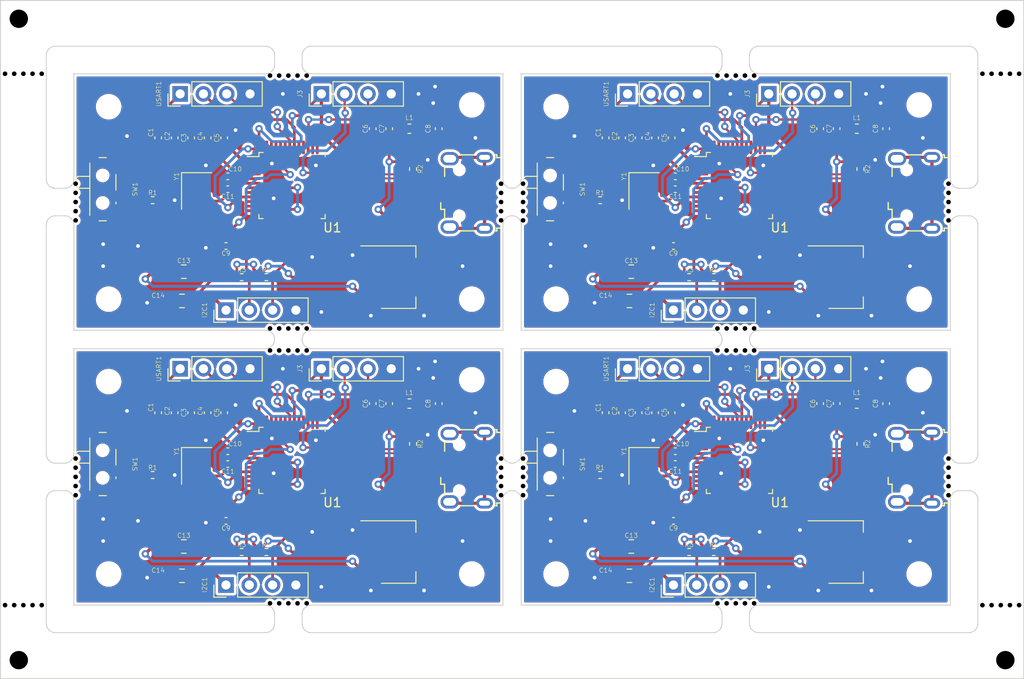
<source format=kicad_pcb>
(kicad_pcb (version 20211014) (generator pcbnew)
  (layers (0 "F.Cu" signal) (31 "B.Cu" signal) (34 "B.Paste" user) (35 "F.Paste" user) (36 "B.SilkS" user "B.Silkscreen") (37 "F.SilkS" user "F.Silkscreen") (38 "B.Mask" user) (39 "F.Mask" user) (44 "Edge.Cuts" user))
  (net 0 "")
  (net 1 "Board_0-+3.3V")
  (net 2 "Board_0-/MICROCONTROLLER/BOOT0")
  (net 3 "Board_0-/MICROCONTROLLER/HSE_IN")
  (net 4 "Board_0-/MICROCONTROLLER/HSE_OUT")
  (net 5 "Board_0-/MICROCONTROLLER/I2C2_SCL")
  (net 6 "Board_0-/MICROCONTROLLER/I2C2_SDA")
  (net 7 "Board_0-/MICROCONTROLLER/NRST")
  (net 8 "Board_0-/MICROCONTROLLER/SWDCK")
  (net 9 "Board_0-/MICROCONTROLLER/SWDIO")
  (net 10 "Board_0-/MICROCONTROLLER/USART1_RX")
  (net 11 "Board_0-/MICROCONTROLLER/USART1_TX")
  (net 12 "Board_0-/MICROCONTROLLER/USB_D+")
  (net 13 "Board_0-/MICROCONTROLLER/USB_D-")
  (net 14 "Board_0-GND")
  (net 15 "Board_0-Net-(R1-Pad1)")
  (net 16 "Board_0-VBUS")
  (net 17 "Board_0-unconnected-(J2-Pad4)")
  (net 18 "Board_0-unconnected-(J2-Pad6)")
  (net 19 "Board_0-unconnected-(U2-Pad10)")
  (net 20 "Board_0-unconnected-(U2-Pad11)")
  (net 21 "Board_0-unconnected-(U2-Pad12)")
  (net 22 "Board_0-unconnected-(U2-Pad13)")
  (net 23 "Board_0-unconnected-(U2-Pad14)")
  (net 24 "Board_0-unconnected-(U2-Pad15)")
  (net 25 "Board_0-unconnected-(U2-Pad16)")
  (net 26 "Board_0-unconnected-(U2-Pad17)")
  (net 27 "Board_0-unconnected-(U2-Pad18)")
  (net 28 "Board_0-unconnected-(U2-Pad19)")
  (net 29 "Board_0-unconnected-(U2-Pad2)")
  (net 30 "Board_0-unconnected-(U2-Pad20)")
  (net 31 "Board_0-unconnected-(U2-Pad25)")
  (net 32 "Board_0-unconnected-(U2-Pad26)")
  (net 33 "Board_0-unconnected-(U2-Pad27)")
  (net 34 "Board_0-unconnected-(U2-Pad28)")
  (net 35 "Board_0-unconnected-(U2-Pad29)")
  (net 36 "Board_0-unconnected-(U2-Pad3)")
  (net 37 "Board_0-unconnected-(U2-Pad30)")
  (net 38 "Board_0-unconnected-(U2-Pad31)")
  (net 39 "Board_0-unconnected-(U2-Pad38)")
  (net 40 "Board_0-unconnected-(U2-Pad39)")
  (net 41 "Board_0-unconnected-(U2-Pad4)")
  (net 42 "Board_0-unconnected-(U2-Pad40)")
  (net 43 "Board_0-unconnected-(U2-Pad41)")
  (net 44 "Board_0-unconnected-(U2-Pad45)")
  (net 45 "Board_0-unconnected-(U2-Pad46)")
  (net 46 "Board_1-+3.3V")
  (net 47 "Board_1-/MICROCONTROLLER/BOOT0")
  (net 48 "Board_1-/MICROCONTROLLER/HSE_IN")
  (net 49 "Board_1-/MICROCONTROLLER/HSE_OUT")
  (net 50 "Board_1-/MICROCONTROLLER/I2C2_SCL")
  (net 51 "Board_1-/MICROCONTROLLER/I2C2_SDA")
  (net 52 "Board_1-/MICROCONTROLLER/NRST")
  (net 53 "Board_1-/MICROCONTROLLER/SWDCK")
  (net 54 "Board_1-/MICROCONTROLLER/SWDIO")
  (net 55 "Board_1-/MICROCONTROLLER/USART1_RX")
  (net 56 "Board_1-/MICROCONTROLLER/USART1_TX")
  (net 57 "Board_1-/MICROCONTROLLER/USB_D+")
  (net 58 "Board_1-/MICROCONTROLLER/USB_D-")
  (net 59 "Board_1-GND")
  (net 60 "Board_1-Net-(R1-Pad1)")
  (net 61 "Board_1-VBUS")
  (net 62 "Board_1-unconnected-(J2-Pad4)")
  (net 63 "Board_1-unconnected-(J2-Pad6)")
  (net 64 "Board_1-unconnected-(U2-Pad10)")
  (net 65 "Board_1-unconnected-(U2-Pad11)")
  (net 66 "Board_1-unconnected-(U2-Pad12)")
  (net 67 "Board_1-unconnected-(U2-Pad13)")
  (net 68 "Board_1-unconnected-(U2-Pad14)")
  (net 69 "Board_1-unconnected-(U2-Pad15)")
  (net 70 "Board_1-unconnected-(U2-Pad16)")
  (net 71 "Board_1-unconnected-(U2-Pad17)")
  (net 72 "Board_1-unconnected-(U2-Pad18)")
  (net 73 "Board_1-unconnected-(U2-Pad19)")
  (net 74 "Board_1-unconnected-(U2-Pad2)")
  (net 75 "Board_1-unconnected-(U2-Pad20)")
  (net 76 "Board_1-unconnected-(U2-Pad25)")
  (net 77 "Board_1-unconnected-(U2-Pad26)")
  (net 78 "Board_1-unconnected-(U2-Pad27)")
  (net 79 "Board_1-unconnected-(U2-Pad28)")
  (net 80 "Board_1-unconnected-(U2-Pad29)")
  (net 81 "Board_1-unconnected-(U2-Pad3)")
  (net 82 "Board_1-unconnected-(U2-Pad30)")
  (net 83 "Board_1-unconnected-(U2-Pad31)")
  (net 84 "Board_1-unconnected-(U2-Pad38)")
  (net 85 "Board_1-unconnected-(U2-Pad39)")
  (net 86 "Board_1-unconnected-(U2-Pad4)")
  (net 87 "Board_1-unconnected-(U2-Pad40)")
  (net 88 "Board_1-unconnected-(U2-Pad41)")
  (net 89 "Board_1-unconnected-(U2-Pad45)")
  (net 90 "Board_1-unconnected-(U2-Pad46)")
  (net 91 "Board_2-+3.3V")
  (net 92 "Board_2-/MICROCONTROLLER/BOOT0")
  (net 93 "Board_2-/MICROCONTROLLER/HSE_IN")
  (net 94 "Board_2-/MICROCONTROLLER/HSE_OUT")
  (net 95 "Board_2-/MICROCONTROLLER/I2C2_SCL")
  (net 96 "Board_2-/MICROCONTROLLER/I2C2_SDA")
  (net 97 "Board_2-/MICROCONTROLLER/NRST")
  (net 98 "Board_2-/MICROCONTROLLER/SWDCK")
  (net 99 "Board_2-/MICROCONTROLLER/SWDIO")
  (net 100 "Board_2-/MICROCONTROLLER/USART1_RX")
  (net 101 "Board_2-/MICROCONTROLLER/USART1_TX")
  (net 102 "Board_2-/MICROCONTROLLER/USB_D+")
  (net 103 "Board_2-/MICROCONTROLLER/USB_D-")
  (net 104 "Board_2-GND")
  (net 105 "Board_2-Net-(R1-Pad1)")
  (net 106 "Board_2-VBUS")
  (net 107 "Board_2-unconnected-(J2-Pad4)")
  (net 108 "Board_2-unconnected-(J2-Pad6)")
  (net 109 "Board_2-unconnected-(U2-Pad10)")
  (net 110 "Board_2-unconnected-(U2-Pad11)")
  (net 111 "Board_2-unconnected-(U2-Pad12)")
  (net 112 "Board_2-unconnected-(U2-Pad13)")
  (net 113 "Board_2-unconnected-(U2-Pad14)")
  (net 114 "Board_2-unconnected-(U2-Pad15)")
  (net 115 "Board_2-unconnected-(U2-Pad16)")
  (net 116 "Board_2-unconnected-(U2-Pad17)")
  (net 117 "Board_2-unconnected-(U2-Pad18)")
  (net 118 "Board_2-unconnected-(U2-Pad19)")
  (net 119 "Board_2-unconnected-(U2-Pad2)")
  (net 120 "Board_2-unconnected-(U2-Pad20)")
  (net 121 "Board_2-unconnected-(U2-Pad25)")
  (net 122 "Board_2-unconnected-(U2-Pad26)")
  (net 123 "Board_2-unconnected-(U2-Pad27)")
  (net 124 "Board_2-unconnected-(U2-Pad28)")
  (net 125 "Board_2-unconnected-(U2-Pad29)")
  (net 126 "Board_2-unconnected-(U2-Pad3)")
  (net 127 "Board_2-unconnected-(U2-Pad30)")
  (net 128 "Board_2-unconnected-(U2-Pad31)")
  (net 129 "Board_2-unconnected-(U2-Pad38)")
  (net 130 "Board_2-unconnected-(U2-Pad39)")
  (net 131 "Board_2-unconnected-(U2-Pad4)")
  (net 132 "Board_2-unconnected-(U2-Pad40)")
  (net 133 "Board_2-unconnected-(U2-Pad41)")
  (net 134 "Board_2-unconnected-(U2-Pad45)")
  (net 135 "Board_2-unconnected-(U2-Pad46)")
  (net 136 "Board_3-+3.3V")
  (net 137 "Board_3-/MICROCONTROLLER/BOOT0")
  (net 138 "Board_3-/MICROCONTROLLER/HSE_IN")
  (net 139 "Board_3-/MICROCONTROLLER/HSE_OUT")
  (net 140 "Board_3-/MICROCONTROLLER/I2C2_SCL")
  (net 141 "Board_3-/MICROCONTROLLER/I2C2_SDA")
  (net 142 "Board_3-/MICROCONTROLLER/NRST")
  (net 143 "Board_3-/MICROCONTROLLER/SWDCK")
  (net 144 "Board_3-/MICROCONTROLLER/SWDIO")
  (net 145 "Board_3-/MICROCONTROLLER/USART1_RX")
  (net 146 "Board_3-/MICROCONTROLLER/USART1_TX")
  (net 147 "Board_3-/MICROCONTROLLER/USB_D+")
  (net 148 "Board_3-/MICROCONTROLLER/USB_D-")
  (net 149 "Board_3-GND")
  (net 150 "Board_3-Net-(R1-Pad1)")
  (net 151 "Board_3-VBUS")
  (net 152 "Board_3-unconnected-(J2-Pad4)")
  (net 153 "Board_3-unconnected-(J2-Pad6)")
  (net 154 "Board_3-unconnected-(U2-Pad10)")
  (net 155 "Board_3-unconnected-(U2-Pad11)")
  (net 156 "Board_3-unconnected-(U2-Pad12)")
  (net 157 "Board_3-unconnected-(U2-Pad13)")
  (net 158 "Board_3-unconnected-(U2-Pad14)")
  (net 159 "Board_3-unconnected-(U2-Pad15)")
  (net 160 "Board_3-unconnected-(U2-Pad16)")
  (net 161 "Board_3-unconnected-(U2-Pad17)")
  (net 162 "Board_3-unconnected-(U2-Pad18)")
  (net 163 "Board_3-unconnected-(U2-Pad19)")
  (net 164 "Board_3-unconnected-(U2-Pad2)")
  (net 165 "Board_3-unconnected-(U2-Pad20)")
  (net 166 "Board_3-unconnected-(U2-Pad25)")
  (net 167 "Board_3-unconnected-(U2-Pad26)")
  (net 168 "Board_3-unconnected-(U2-Pad27)")
  (net 169 "Board_3-unconnected-(U2-Pad28)")
  (net 170 "Board_3-unconnected-(U2-Pad29)")
  (net 171 "Board_3-unconnected-(U2-Pad3)")
  (net 172 "Board_3-unconnected-(U2-Pad30)")
  (net 173 "Board_3-unconnected-(U2-Pad31)")
  (net 174 "Board_3-unconnected-(U2-Pad38)")
  (net 175 "Board_3-unconnected-(U2-Pad39)")
  (net 176 "Board_3-unconnected-(U2-Pad4)")
  (net 177 "Board_3-unconnected-(U2-Pad40)")
  (net 178 "Board_3-unconnected-(U2-Pad41)")
  (net 179 "Board_3-unconnected-(U2-Pad45)")
  (net 180 "Board_3-unconnected-(U2-Pad46)")
  (footprint "Capacitor_SMD:C_0402_1005Metric" (layer "F.Cu") (at 84.6 30 90)
    (fp_text reference "C3")
    (fp_text value "100n/0805/50V" hide)
  )
  (footprint "Capacitor_SMD:C_0805_2012Metric" (layer "F.Cu") (at 35 44.6)
    (fp_text reference "C13")
    (fp_text value "10u/0805/50V" hide)
  )
  (footprint "NPTH" (layer "F.Cu") (at 46.4 53.2)
    (fp_text reference "REF**" hide)
    (fp_text value "NPTH" hide)
  )
  (footprint "Connector_PinHeader_2.54mm:PinHeader_1x04_P2.54mm_Vertical" (layer "F.Cu") (at 50 25.2 90)
    (fp_text reference "J3")
    (fp_text value "Conn_01x04_Male" hide)
  )
  (footprint "MountingHole:MountingHole_2.2mm_M2" (layer "F.Cu") (at 66.4 47.6)
    (fp_text reference "H4" hide)
    (fp_text value "MountingHole" hide)
  )
  (footprint "NPTH" (layer "F.Cu") (at 69.6 65)
    (fp_text reference "REF**" hide)
    (fp_text value "NPTH" hide)
  )
  (footprint "NPTH" (layer "F.Cu") (at 17.5 23)
    (fp_text reference "REF**" hide)
    (fp_text value "NPTH" hide)
  )
  (footprint "Package_QFP:LQFP-48_7x7mm_P0.5mm" (layer "F.Cu") (at 46.8 35.2)
    (fp_text reference "U2" hide)
    (fp_text value "STM32F103C8Tx" hide)
  )
  (footprint "Capacitor_SMD:C_0805_2012Metric" (layer "F.Cu") (at 34.8 47.8 180)
    (fp_text reference "C14")
    (fp_text value "10u/0805/50V" hide)
  )
  (footprint "Package_TO_SOT_SMD:SOT-223-3_TabPin2" (layer "F.Cu") (at 107.2 45.2)
    (fp_text reference "U1" hide)
    (fp_text value "AMS1117" hide)
  )
  (footprint "NPTH" (layer "F.Cu") (at 46.4 50.8)
    (fp_text reference "REF**" hide)
    (fp_text value "NPTH" hide)
  )
  (footprint "Connector_USB:USB_Micro-B_Wuerth_629105150521" (layer "F.Cu") (at 114.645 66 90)
    (fp_text reference "J2" hide)
    (fp_text value "USB_B_Micro" hide)
  )
  (footprint "NPTH" (layer "F.Cu") (at 23.2 66)
    (fp_text reference "REF**" hide)
    (fp_text value "NPTH" hide)
  )
  (footprint "Connector_PinHeader_2.54mm:PinHeader_1x04_P2.54mm_Vertical" (layer "F.Cu") (at 34.6 55.2 90)
    (fp_text reference "USART1")
    (fp_text value "Conn_01x04_Male" hide)
  )
  (footprint "Inductor_SMD:L_0603_1608Metric" (layer "F.Cu") (at 59.6 29 180)
    (fp_text reference "L1")
    (fp_text value "22uH/0603/300mA" hide)
  )
  (footprint "Capacitor_SMD:C_0805_2012Metric" (layer "F.Cu") (at 83.6 77.8 180)
    (fp_text reference "C14")
    (fp_text value "10u/0805/50V" hide)
  )
  (footprint "Button_Switch_SMD:SW_SPDT_PCM12" (layer "F.Cu") (at 26.475 35.6 -90)
    (fp_text reference "SW1")
    (fp_text value "SW_SPDT" hide)
  )
  (footprint "Capacitor_SMD:C_0402_1005Metric" (layer "F.Cu") (at 34 60 90)
    (fp_text reference "C2")
    (fp_text value "100n/0805/50V" hide)
  )
  (footprint "NPTH" (layer "F.Cu") (at 72 65)
    (fp_text reference "REF**" hide)
    (fp_text value "NPTH" hide)
  )
  (footprint "NPTH" (layer "F.Cu") (at 72 66)
    (fp_text reference "REF**" hide)
    (fp_text value "NPTH" hide)
  )
  (footprint "NPTH" (layer "F.Cu") (at 15.5 23)
    (fp_text reference "REF**" hide)
    (fp_text value "NPTH" hide)
  )
  (footprint "NPTH" (layer "F.Cu") (at 96.2 53.2)
    (fp_text reference "REF**" hide)
    (fp_text value "NPTH" hide)
  )
  (footprint "NPTH" (layer "F.Cu") (at 72 37)
    (fp_text reference "REF**" hide)
    (fp_text value "NPTH" hide)
  )
  (footprint "NPTH" (layer "F.Cu") (at 93.2 53.2)
    (fp_text reference "REF**" hide)
    (fp_text value "NPTH" hide)
  )
  (footprint "Capacitor_SMD:C_0402_1005Metric" (layer "F.Cu") (at 106.2 29 90)
    (fp_text reference "C7")
    (fp_text value "1u/0805/50V" hide)
  )
  (footprint "Capacitor_SMD:C_0402_1005Metric" (layer "F.Cu") (at 82.8 30 90)
    (fp_text reference "C2")
    (fp_text value "100n/0805/50V" hide)
  )
  (footprint "NPTH" (layer "F.Cu") (at 47.4 53.2)
    (fp_text reference "REF**" hide)
    (fp_text value "NPTH" hide)
  )
  (footprint "NPTH" (layer "F.Cu") (at 44.4 53.2)
    (fp_text reference "REF**" hide)
    (fp_text value "NPTH" hide)
  )
  (footprint "Capacitor_SMD:C_0402_1005Metric" (layer "F.Cu") (at 81 60 90)
    (fp_text reference "C1")
    (fp_text value "10u/0805/50V" hide)
  )
  (footprint "Package_TO_SOT_SMD:SOT-223-3_TabPin2" (layer "F.Cu") (at 58.4 75.2)
    (fp_text reference "U1" hide)
    (fp_text value "AMS1117" hide)
  )
  (footprint "Connector_PinHeader_2.54mm:PinHeader_1x04_P2.54mm_Vertical" (layer "F.Cu") (at 83.4 55.2 90)
    (fp_text reference "USART1")
    (fp_text value "Conn_01x04_Male" hide)
  )
  (footprint "Capacitor_SMD:C_0402_1005Metric" (layer "F.Cu") (at 88.4 41.8 180)
    (fp_text reference "C9")
    (fp_text value "100n/0805/16V" hide)
  )
  (footprint "NPTH" (layer "F.Cu") (at 118.4 37)
    (fp_text reference "REF**" hide)
    (fp_text value "NPTH" hide)
  )
  (footprint "Capacitor_SMD:C_0402_1005Metric" (layer "F.Cu") (at 84.6 60 90)
    (fp_text reference "C3")
    (fp_text value "100n/0805/50V" hide)
  )
  (footprint "NPTH" (layer "F.Cu") (at 72 35)
    (fp_text reference "REF**" hide)
    (fp_text value "NPTH" hide)
  )
  (footprint "Capacitor_SMD:C_0402_1005Metric" (layer "F.Cu") (at 111.6 29 90)
    (fp_text reference "C8")
    (fp_text value "1u/0805/50V" hide)
  )
  (footprint "Capacitor_SMD:C_0402_1005Metric" (layer "F.Cu") (at 86.4 60 90)
    (fp_text reference "C4")
    (fp_text value "100n/0805/50V" hide)
  )
  (footprint "Fiducial" (layer "F.Cu") (at 17 17)
    (fp_text reference "REF**" hide)
    (fp_text value "Fiducial" hide)
  )
  (footprint "NPTH" (layer "F.Cu") (at 23.2 65)
    (fp_text reference "REF**" hide)
    (fp_text value "NPTH" hide)
  )
  (footprint "Capacitor_SMD:C_0402_1005Metric" (layer "F.Cu") (at 88.6 35.6 180)
    (fp_text reference "C11")
    (fp_text value "10p/0805/16V" hide)
  )
  (footprint "NPTH" (layer "F.Cu") (at 125.1 23)
    (fp_text reference "REF**" hide)
    (fp_text value "NPTH" hide)
  )
  (footprint "NPTH" (layer "F.Cu") (at 122.1 23)
    (fp_text reference "REF**" hide)
    (fp_text value "NPTH" hide)
  )
  (footprint "NPTH" (layer "F.Cu") (at 44.4 23.2)
    (fp_text reference "REF**" hide)
    (fp_text value "NPTH" hide)
  )
  (footprint "NPTH" (layer "F.Cu") (at 72 68)
    (fp_text reference "REF**" hide)
    (fp_text value "NPTH" hide)
  )
  (footprint "NPTH" (layer "F.Cu") (at 95.2 23.2)
    (fp_text reference "REF**" hide)
    (fp_text value "NPTH" hide)
  )
  (footprint "NPTH" (layer "F.Cu") (at 48.4 50.8)
    (fp_text reference "REF**" hide)
    (fp_text value "NPTH" hide)
  )
  (footprint "MountingHole:MountingHole_2.2mm_M2" (layer "F.Cu") (at 115.2 77.6)
    (fp_text reference "H4" hide)
    (fp_text value "MountingHole" hide)
  )
  (footprint "Connector_PinHeader_2.54mm:PinHeader_1x04_P2.54mm_Vertical" (layer "F.Cu") (at 39.6 48.8 90)
    (fp_text reference "I2C1")
    (fp_text value "Conn_01x04_Male" hide)
  )
  (footprint "Capacitor_SMD:C_0805_2012Metric" (layer "F.Cu") (at 83.8 44.6)
    (fp_text reference "C13")
    (fp_text value "10u/0805/50V" hide)
  )
  (footprint "NPTH" (layer "F.Cu") (at 94.2 80.8)
    (fp_text reference "REF**" hide)
    (fp_text value "NPTH" hide)
  )
  (footprint "NPTH" (layer "F.Cu") (at 93.2 23.2)
    (fp_text reference "REF**" hide)
    (fp_text value "NPTH" hide)
  )
  (footprint "NPTH" (layer "F.Cu") (at 46.4 80.8)
    (fp_text reference "REF**" hide)
    (fp_text value "NPTH" hide)
  )
  (footprint "Resistor_SMD:R_0402_1005Metric" (layer "F.Cu") (at 41.31 75.2)
    (fp_text reference "R3")
    (fp_text value "1.5k" hide)
  )
  (footprint "Resistor_SMD:R_0402_1005Metric" (layer "F.Cu") (at 31.6 36.8)
    (fp_text reference "R1")
    (fp_text value "10k" hide)
  )
  (footprint "Connector_PinHeader_2.54mm:PinHeader_1x04_P2.54mm_Vertical" (layer "F.Cu") (at 88.4 48.8 90)
    (fp_text reference "I2C1")
    (fp_text value "Conn_01x04_Male" hide)
  )
  (footprint "NPTH" (layer "F.Cu") (at 16.5 81)
    (fp_text reference "REF**" hide)
    (fp_text value "NPTH" hide)
  )
  (footprint "Capacitor_SMD:C_0805_2012Metric" (layer "F.Cu") (at 35 74.6)
    (fp_text reference "C13")
    (fp_text value "10u/0805/50V" hide)
  )
  (footprint "Button_Switch_SMD:SW_SPDT_PCM12" (layer "F.Cu") (at 26.475 65.6 -90)
    (fp_text reference "SW1")
    (fp_text value "SW_SPDT" hide)
  )
  (footprint "Resistor_SMD:R_0402_1005Metric" (layer "F.Cu") (at 44 45.2)
    (fp_text reference "R4")
    (fp_text value "1.5k" hide)
  )
  (footprint "Crystal:Crystal_SMD_3225-4Pin_3.2x2.5mm" (layer "F.Cu") (at 36.4 65.8 -90)
    (fp_text reference "Y1")
    (fp_text value "Crystal_GND24" hide)
  )
  (footprint "Capacitor_SMD:C_0402_1005Metric" (layer "F.Cu") (at 37.6 60 90)
    (fp_text reference "C4")
    (fp_text value "100n/0805/50V" hide)
  )
  (footprint "NPTH" (layer "F.Cu") (at 69.6 39)
    (fp_text reference "REF**" hide)
    (fp_text value "NPTH" hide)
  )
  (footprint "NPTH" (layer "F.Cu") (at 93.2 80.8)
    (fp_text reference "REF**" hide)
    (fp_text value "NPTH" hide)
  )
  (footprint "Capacitor_SMD:C_0402_1005Metric" (layer "F.Cu") (at 39.8 34.2 180)
    (fp_text reference "C10")
    (fp_text value "10p/0805/16V" hide)
  )
  (footprint "NPTH" (layer "F.Cu") (at 48.4 23.2)
    (fp_text reference "REF**" hide)
    (fp_text value "NPTH" hide)
  )
  (footprint "NPTH" (layer "F.Cu") (at 95.2 50.8)
    (fp_text reference "REF**" hide)
    (fp_text value "NPTH" hide)
  )
  (footprint "NPTH" (layer "F.Cu") (at 23.2 67)
    (fp_text reference "REF**" hide)
    (fp_text value "NPTH" hide)
  )
  (footprint "NPTH" (layer "F.Cu") (at 72 38)
    (fp_text reference "REF**" hide)
    (fp_text value "NPTH" hide)
  )
  (footprint "NPTH" (layer "F.Cu") (at 124.1 23)
    (fp_text reference "REF**" hide)
    (fp_text value "NPTH" hide)
  )
  (footprint "Capacitor_SMD:C_0402_1005Metric" (layer "F.Cu") (at 88.2 30 90)
    (fp_text reference "C5")
    (fp_text value "100n/0805/50V" hide)
  )
  (footprint "Package_QFP:LQFP-48_7x7mm_P0.5mm" (layer "F.Cu") (at 46.8 65.2)
    (fp_text reference "U2" hide)
    (fp_text value "STM32F103C8Tx" hide)
  )
  (footprint "Inductor_SMD:L_0603_1608Metric" (layer "F.Cu") (at 108.4 29 180)
    (fp_text reference "L1")
    (fp_text value "22uH/0603/300mA" hide)
  )
  (footprint "NPTH" (layer "F.Cu") (at 45.4 53.2)
    (fp_text reference "REF**" hide)
    (fp_text value "NPTH" hide)
  )
  (footprint "NPTH" (layer "F.Cu") (at 123.1 23)
    (fp_text reference "REF**" hide)
    (fp_text value "NPTH" hide)
  )
  (footprint "NPTH" (layer "F.Cu") (at 118.4 35)
    (fp_text reference "REF**" hide)
    (fp_text value "NPTH" hide)
  )
  (footprint "MountingHole:MountingHole_2.2mm_M2" (layer "F.Cu") (at 66.4 26.4)
    (fp_text reference "H2" hide)
    (fp_text value "MountingHole" hide)
  )
  (footprint "MountingHole:MountingHole_2.2mm_M2" (layer "F.Cu") (at 26.8 56.6)
    (fp_text reference "H3" hide)
    (fp_text value "MountingHole" hide)
  )
  (footprint "NPTH" (layer "F.Cu") (at 17.5 81)
    (fp_text reference "REF**" hide)
    (fp_text value "NPTH" hide)
  )
  (footprint "NPTH" (layer "F.Cu") (at 69.6 69)
    (fp_text reference "REF**" hide)
    (fp_text value "NPTH" hide)
  )
  (footprint "Resistor_SMD:R_0402_1005Metric" (layer "F.Cu") (at 31.6 66.8)
    (fp_text reference "R1")
    (fp_text value "10k" hide)
  )
  (footprint "NPTH" (layer "F.Cu") (at 44.4 50.8)
    (fp_text reference "REF**" hide)
    (fp_text value "NPTH" hide)
  )
  (footprint "NPTH" (layer "F.Cu") (at 23.2 35)
    (fp_text reference "REF**" hide)
    (fp_text value "NPTH" hide)
  )
  (footprint "Capacitor_SMD:C_0402_1005Metric" (layer "F.Cu") (at 32.2 60 90)
    (fp_text reference "C1")
    (fp_text value "10u/0805/50V" hide)
  )
  (footprint "MountingHole:MountingHole_2.2mm_M2" (layer "F.Cu") (at 26.8 26.6)
    (fp_text reference "H3" hide)
    (fp_text value "MountingHole" hide)
  )
  (footprint "NPTH" (layer "F.Cu") (at 48.4 53.2)
    (fp_text reference "REF**" hide)
    (fp_text value "NPTH" hide)
  )
  (footprint "NPTH" (layer "F.Cu") (at 45.4 80.8)
    (fp_text reference "REF**" hide)
    (fp_text value "NPTH" hide)
  )
  (footprint "Capacitor_SMD:C_0402_1005Metric" (layer "F.Cu") (at 39.6 41.8 180)
    (fp_text reference "C9")
    (fp_text value "100n/0805/16V" hide)
  )
  (footprint "NPTH" (layer "F.Cu") (at 122.1 81)
    (fp_text reference "REF**" hide)
    (fp_text value "NPTH" hide)
  )
  (footprint "MountingHole:MountingHole_2.2mm_M2" (layer "F.Cu") (at 26.8 47.6)
    (fp_text reference "H1" hide)
    (fp_text value "MountingHole" hide)
  )
  (footprint "MountingHole:MountingHole_2.2mm_M2" (layer "F.Cu") (at 66.4 77.6)
    (fp_text reference "H4" hide)
    (fp_text value "MountingHole" hide)
  )
  (footprint "NPTH" (layer "F.Cu") (at 95.2 80.8)
    (fp_text reference "REF**" hide)
    (fp_text value "NPTH" hide)
  )
  (footprint "NPTH" (layer "F.Cu") (at 69.6 68)
    (fp_text reference "REF**" hide)
    (fp_text value "NPTH" hide)
  )
  (footprint "NPTH" (layer "F.Cu") (at 17 87)
    (fp_text reference "REF**" hide)
    (fp_text value "NPTH" hide)
  )
  (footprint "Capacitor_SMD:C_0402_1005Metric" (layer "F.Cu") (at 82.8 60 90)
    (fp_text reference "C2")
    (fp_text value "100n/0805/50V" hide)
  )
  (footprint "NPTH" (layer "F.Cu") (at 96.2 50.8)
    (fp_text reference "REF**" hide)
    (fp_text value "NPTH" hide)
  )
  (footprint "Connector_USB:USB_Micro-B_Wuerth_629105150521" (layer "F.Cu") (at 114.645 36 90)
    (fp_text reference "J2" hide)
    (fp_text value "USB_B_Micro" hide)
  )
  (footprint "Button_Switch_SMD:SW_SPDT_PCM12" (layer "F.Cu") (at 75.275 65.6 -90)
    (fp_text reference "SW1")
    (fp_text value "SW_SPDT" hide)
  )
  (footprint "Capacitor_SMD:C_0402_1005Metric" (layer "F.Cu") (at 35.8 60 90)
    (fp_text reference "C3")
    (fp_text value "100n/0805/50V" hide)
  )
  (footprint "NPTH" (layer "F.Cu") (at 97.2 50.8)
    (fp_text reference "REF**" hide)
    (fp_text value "NPTH" hide)
  )
  (footprint "NPTH" (layer "F.Cu") (at 118.4 68)
    (fp_text reference "REF**" hide)
    (fp_text value "NPTH" hide)
  )
  (footprint "NPTH" (layer "F.Cu") (at 118.4 36)
    (fp_text reference "REF**" hide)
    (fp_text value "NPTH" hide)
  )
  (footprint "Capacitor_SMD:C_0402_1005Metric" (layer "F.Cu") (at 104.4 59 90)
    (fp_text reference "C6")
    (fp_text value "10n/0805/50V" hide)
  )
  (footprint "NPTH" (layer "F.Cu") (at 15.5 81)
    (fp_text reference "REF**" hide)
    (fp_text value "NPTH" hide)
  )
  (footprint "NPTH" (layer "F.Cu") (at 69.6 67)
    (fp_text reference "REF**" hide)
    (fp_text value "NPTH" hide)
  )
  (footprint "Capacitor_SMD:C_0402_1005Metric" (layer "F.Cu") (at 39.8 35.6 180)
    (fp_text reference "C11")
    (fp_text value "10p/0805/16V" hide)
  )
  (footprint "NPTH" (layer "F.Cu") (at 23.2 37)
    (fp_text reference "REF**" hide)
    (fp_text value "NPTH" hide)
  )
  (footprint "Capacitor_SMD:C_0402_1005Metric" (layer "F.Cu") (at 37.6 30 90)
    (fp_text reference "C4")
    (fp_text value "100n/0805/50V" hide)
  )
  (footprint "Capacitor_SMD:C_0402_1005Metric" (layer "F.Cu") (at 88.4 71.8 180)
    (fp_text reference "C9")
    (fp_text value "100n/0805/16V" hide)
  )
  (footprint "Capacitor_SMD:C_0402_1005Metric" (layer "F.Cu") (at 57.4 29 90)
    (fp_text reference "C7")
    (fp_text value "1u/0805/50V" hide)
  )
  (footprint "Inductor_SMD:L_0603_1608Metric" (layer "F.Cu") (at 108.4 59 180)
    (fp_text reference "L1")
    (fp_text value "22uH/0603/300mA" hide)
  )
  (footprint "MountingHole:MountingHole_2.2mm_M2" (layer "F.Cu") (at 75.6 77.6)
    (fp_text reference "H1" hide)
    (fp_text value "MountingHole" hide)
  )
  (footprint "NPTH" (layer "F.Cu") (at 94.2 53.2)
    (fp_text reference "REF**" hide)
    (fp_text value "NPTH" hide)
  )
  (footprint "Resistor_SMD:R_0402_1005Metric" (layer "F.Cu") (at 92.8 75.2)
    (fp_text reference "R4")
    (fp_text value "1.5k" hide)
  )
  (footprint "Fiducial" (layer "F.Cu") (at 124.6 17)
    (fp_text reference "REF**" hide)
    (fp_text value "Fiducial" hide)
  )
  (footprint "NPTH" (layer "F.Cu") (at 47.4 80.8)
    (fp_text reference "REF**" hide)
    (fp_text value "NPTH" hide)
  )
  (footprint "Capacitor_SMD:C_0402_1005Metric" (layer "F.Cu") (at 88.6 64.2 180)
    (fp_text reference "C10")
    (fp_text value "10p/0805/16V" hide)
  )
  (footprint "Capacitor_SMD:C_0805_2012Metric" (layer "F.Cu") (at 83.6 47.8 180)
    (fp_text reference "C14")
    (fp_text value "10u/0805/50V" hide)
  )
  (footprint "Crystal:Crystal_SMD_3225-4Pin_3.2x2.5mm" (layer "F.Cu") (at 36.4 35.8 -90)
    (fp_text reference "Y1")
    (fp_text value "Crystal_GND24" hide)
  )
  (footprint "MountingHole:MountingHole_2.2mm_M2" (layer "F.Cu") (at 115.2 26.4)
    (fp_text reference "H2" hide)
    (fp_text value "MountingHole" hide)
  )
  (footprint "Package_QFP:LQFP-48_7x7mm_P0.5mm" (layer "F.Cu") (at 95.6 65.2)
    (fp_text reference "U2" hide)
    (fp_text value "STM32F103C8Tx" hide)
  )
  (footprint "Crystal:Crystal_SMD_3225-4Pin_3.2x2.5mm" (layer "F.Cu") (at 85.2 35.8 -90)
    (fp_text reference "Y1")
    (fp_text value "Crystal_GND24" hide)
  )
  (footprint "NPTH" (layer "F.Cu") (at 23.2 69)
    (fp_text reference "REF**" hide)
    (fp_text value "NPTH" hide)
  )
  (footprint "Capacitor_SMD:C_0402_1005Metric" (layer "F.Cu") (at 104.4 29 90)
    (fp_text reference "C6")
    (fp_text value "10n/0805/50V" hide)
  )
  (footprint "Resistor_SMD:R_0402_1005Metric" (layer "F.Cu") (at 90.11 75.2)
    (fp_text reference "R3")
    (fp_text value "1.5k" hide)
  )
  (footprint "Resistor_SMD:R_0402_1005Metric" (layer "F.Cu") (at 90.11 45.2)
    (fp_text reference "R3")
    (fp_text value "1.5k" hide)
  )
  (footprint "MountingHole:MountingHole_2.2mm_M2" (layer "F.Cu") (at 75.6 47.6)
    (fp_text reference "H1" hide)
    (fp_text value "MountingHole" hide)
  )
  (footprint "Connector_PinHeader_2.54mm:PinHeader_1x04_P2.54mm_Vertical" (layer "F.Cu") (at 34.6 25.2 90)
    (fp_text reference "USART1")
    (fp_text value "Conn_01x04_Male" hide)
  )
  (footprint "Connector_PinHeader_2.54mm:PinHeader_1x04_P2.54mm_Vertical" (layer "F.Cu") (at 83.4 25.2 90)
    (fp_text reference "USART1")
    (fp_text value "Conn_01x04_Male" hide)
  )
  (footprint "NPTH" (layer "F.Cu") (at 72 67)
    (fp_text reference "REF**" hide)
    (fp_text value "NPTH" hide)
  )
  (footprint "Capacitor_SMD:C_0402_1005Metric" (layer "F.Cu") (at 39.8 64.2 180)
    (fp_text reference "C10")
    (fp_text value "10p/0805/16V" hide)
  )
  (footprint "NPTH" (layer "F.Cu") (at 126.1 81)
    (fp_text reference "REF**" hide)
    (fp_text value "NPTH" hide)
  )
  (footprint "NPTH" (layer "F.Cu") (at 16.5 23)
    (fp_text reference "REF**" hide)
    (fp_text value "NPTH" hide)
  )
  (footprint "NPTH" (layer "F.Cu") (at 95.2 53.2)
    (fp_text reference "REF**" hide)
    (fp_text value "NPTH" hide)
  )
  (footprint "Capacitor_SMD:C_0402_1005Metric" (layer "F.Cu") (at 32.2 30 90)
    (fp_text reference "C1")
    (fp_text value "10u/0805/50V" hide)
  )
  (footprint "Capacitor_SMD:C_0402_1005Metric" (layer "F.Cu") (at 106.2 59 90)
    (fp_text reference "C7")
    (fp_text value "1u/0805/50V" hide)
  )
  (footprint "Capacitor_SMD:C_0402_1005Metric" (layer "F.Cu") (at 57.4 59 90)
    (fp_text reference "C7")
    (fp_text value "1u/0805/50V" hide)
  )
  (footprint "Capacitor_SMD:C_0402_1005Metric" (layer "F.Cu") (at 62.8 29 90)
    (fp_text reference "C8")
    (fp_text value "1u/0805/50V" hide)
  )
  (footprint "Resistor_SMD:R_0402_1005Metric" (layer "F.Cu") (at 80.4 66.8)
    (fp_text reference "R1")
    (fp_text value "10k" hide)
  )
  (footprint "NPTH" (layer "F.Cu") (at 69.6 38)
    (fp_text reference "REF**" hide)
    (fp_text value "NPTH" hide)
  )
  (footprint "NPTH" (layer "F.Cu") (at 23.2 38)
    (fp_text reference "REF**" hide)
    (fp_text value "NPTH" hide)
  )
  (footprint "NPTH" (layer "F.Cu") (at 69.6 36)
    (fp_text reference "REF**" hide)
    (fp_text value "NPTH" hide)
  )
  (footprint "NPTH" (layer "F.Cu") (at 72 69)
    (fp_text reference "REF**" hide)
    (fp_text value "NPTH" hide)
  )
  (footprint "NPTH" (layer "F.Cu") (at 18.5 81)
    (fp_text reference "REF**" hide)
    (fp_text value "NPTH" hide)
  )
  (footprint "Button_Switch_SMD:SW_SPDT_PCM12" (layer "F.Cu") (at 75.275 35.6 -90)
    (fp_text reference "SW1")
    (fp_text value "SW_SPDT" hide)
  )
  (footprint "Inductor_SMD:L_0603_1608Metric" (layer "F.Cu") (at 59.6 59 180)
    (fp_text reference "L1")
    (fp_text value "22uH/0603/300mA" hide)
  )
  (footprint "NPTH" (layer "F.Cu") (at 23.2 39)
    (fp_text reference "REF**" hide)
    (fp_text value "NPTH" hide)
  )
  (footprint "Resistor_SMD:R_0402_1005Metric" (layer "F.Cu") (at 44 75.2)
    (fp_text reference "R4")
    (fp_text value "1.5k" hide)
  )
  (footprint "Connector_PinHeader_2.54mm:PinHeader_1x04_P2.54mm_Vertical" (layer "F.Cu") (at 98.8 25.2 90)
    (fp_text reference "J3")
    (fp_text value "Conn_01x04_Male" hide)
  )
  (footprint "MountingHole:MountingHole_2.2mm_M2" (layer "F.Cu") (at 75.6 56.6)
    (fp_text reference "H3" hide)
    (fp_text value "MountingHole" hide)
  )
  (footprint "NPTH" (layer "F.Cu") (at 97.2 23.2)
    (fp_text reference "REF**" hide)
    (fp_text value "NPTH" hide)
  )
  (footprint "NPTH" (layer "F.Cu") (at 97.2 53.2)
    (fp_text reference "REF**" hide)
    (fp_text value "NPTH" hide)
  )
  (footprint "Capacitor_SMD:C_0402_1005Metric" (layer "F.Cu") (at 62.8 59 90)
    (fp_text reference "C8")
    (fp_text value "1u/0805/50V" hide)
  )
  (footprint "NPTH" (layer "F.Cu") (at 118.4 38)
    (fp_text reference "REF**" hide)
    (fp_text value "NPTH" hide)
  )
  (footprint "MountingHole:MountingHole_2.2mm_M2" (layer "F.Cu") (at 26.8 77.6)
    (fp_text reference "H1" hide)
    (fp_text value "MountingHole" hide)
  )
  (footprint "NPTH" (layer "F.Cu") (at 93.2 50.8)
    (fp_text reference "REF**" hide)
    (fp_text value "NPTH" hide)
  )
  (footprint "Capacitor_SMD:C_0402_1005Metric" (layer "F.Cu") (at 55.6 59 90)
    (fp_text reference "C6")
    (fp_text value "10n/0805/50V" hide)
  )
  (footprint "Resistor_SMD:R_0402_1005Metric" (layer "F.Cu") (at 60 33.4 -90)
    (fp_text reference "R2")
    (fp_text value "1.5k" hide)
  )
  (footprint "Package_TO_SOT_SMD:SOT-223-3_TabPin2" (layer "F.Cu") (at 58.4 45.2)
    (fp_text reference "U1" hide)
    (fp_text value "AMS1117" hide)
  )
  (footprint "NPTH" (layer "F.Cu") (at 94.2 23.2)
    (fp_text reference "REF**" hide)
    (fp_text value "NPTH" hide)
  )
  (footprint "NPTH" (layer "F.Cu") (at 69.6 35)
    (fp_text reference "REF**" hide)
    (fp_text value "NPTH" hide)
  )
  (footprint "NPTH" (layer "F.Cu") (at 69.6 66)
    (fp_text reference "REF**" hide)
    (fp_text value "NPTH" hide)
  )
  (footprint "Capacitor_SMD:C_0402_1005Metric" (layer "F.Cu") (at 35.8 30 90)
    (fp_text reference "C3")
    (fp_text value "100n/0805/50V" hide)
  )
  (footprint "NPTH" (layer "F.Cu") (at 17 17)
    (fp_text reference "REF**" hide)
    (fp_text value "NPTH" hide)
  )
  (footprint "NPTH" (layer "F.Cu") (at 48.4 80.8)
    (fp_text reference "REF**" hide)
    (fp_text value "NPTH" hide)
  )
  (footprint "Capacitor_SMD:C_0805_2012Metric" (layer "F.Cu") (at 83.8 74.6)
    (fp_text reference "C13")
    (fp_text value "10u/0805/50V" hide)
  )
  (footprint "Connector_PinHeader_2.54mm:PinHeader_1x04_P2.54mm_Vertical" (layer "F.Cu") (at 88.4 78.8 90)
    (fp_text reference "I2C1")
    (fp_text value "Conn_01x04_Male" hide)
  )
  (footprint "NPTH" (layer "F.Cu") (at 44.4 80.8)
    (fp_text reference "REF**" hide)
    (fp_text value "NPTH" hide)
  )
  (footprint "Capacitor_SMD:C_0402_1005Metric" (layer "F.Cu") (at 39.4 30 90)
    (fp_text reference "C5")
    (fp_text value "100n/0805/50V" hide)
  )
  (footprint "NPTH" (layer "F.Cu") (at 45.4 50.8)
    (fp_text reference "REF**" hide)
    (fp_text value "NPTH" hide)
  )
  (footprint "NPTH" (layer "F.Cu") (at 46.4 23.2)
    (fp_text reference "REF**" hide)
    (fp_text value "NPTH" hide)
  )
  (footprint "Resistor_SMD:R_0402_1005Metric" (layer "F.Cu") (at 60 63.4 -90)
    (fp_text reference "R2")
    (fp_text value "1.5k" hide)
  )
  (footprint "NPTH" (layer "F.Cu") (at 96.2 23.2)
    (fp_text reference "REF**" hide)
    (fp_text value "NPTH" hide)
  )
  (footprint "NPTH" (layer "F.Cu") (at 118.4 66)
    (fp_text reference "REF**" hide)
    (fp_text value "NPTH" hide)
  )
  (footprint "NPTH" (layer "F.Cu") (at 69.6 37)
    (fp_text reference "REF**" hide)
    (fp_text value "NPTH" hide)
  )
  (footprint "Capacitor_SMD:C_0402_1005Metric" (layer "F.Cu") (at 39.6 71.8 180)
    (fp_text reference "C9")
    (fp_text value "100n/0805/16V" hide)
  )
  (footprint "NPTH" (layer "F.Cu") (at 72 39)
    (fp_text reference "REF**" hide)
    (fp_text value "NPTH" hide)
  )
  (footprint "NPTH" (layer "F.Cu") (at 19.5 23)
    (fp_text reference "REF**" hide)
    (fp_text value "NPTH" hide)
  )
  (footprint "Capacitor_SMD:C_0402_1005Metric" (layer "F.Cu") (at 88.6 34.2 180)
    (fp_text reference "C10")
    (fp_text value "10p/0805/16V" hide)
  )
  (footprint "Capacitor_SMD:C_0402_1005Metric" (layer "F.Cu") (at 81 30 90)
    (fp_text reference "C1")
    (fp_text value "10u/0805/50V" hide)
  )
  (footprint "MountingHole:MountingHole_2.2mm_M2" (layer "F.Cu") (at 115.2 56.4)
    (fp_text reference "H2" hide)
    (fp_text value "MountingHole" hide)
  )
  (footprint "Package_TO_SOT_SMD:SOT-223-3_TabPin2" (layer "F.Cu") (at 107.2 75.2)
    (fp_text reference "U1" hide)
    (fp_text value "AMS1117" hide)
  )
  (footprint "Capacitor_SMD:C_0402_1005Metric" (layer "F.Cu") (at 88.2 60 90)
    (fp_text reference "C5")
    (fp_text value "100n/0805/50V" hide)
  )
  (footprint "NPTH" (layer "F.Cu") (at 118.4 67)
    (fp_text reference "REF**" hide)
    (fp_text value "NPTH" hide)
  )
  (footprint "NPTH" (layer "F.Cu") (at 97.2 80.8)
    (fp_text reference "REF**" hide)
    (fp_text value "NPTH" hide)
  )
  (footprint "NPTH" (layer "F.Cu") (at 23.2 36)
    (fp_text reference "REF**" hide)
    (fp_text value "NPTH" hide)
  )
  (footprint "Capacitor_SMD:C_0402_1005Metric" (layer "F.Cu") (at 39.8 65.6 180)
    (fp_text reference "C11")
    (fp_text value "10p/0805/16V" hide)
  )
  (footprint "Capacitor_SMD:C_0402_1005Metric" (layer "F.Cu") (at 88.6 65.6 180)
    (fp_text reference "C11")
    (fp_text value "10p/0805/16V" hide)
  )
  (footprint "MountingHole:MountingHole_2.2mm_M2" (layer "F.Cu") (at 115.2 47.6)
    (fp_text reference "H4" hide)
    (fp_text value "MountingHole" hide)
  )
  (footprint "Connector_PinHeader_2.54mm:PinHeader_1x04_P2.54mm_Vertical" (layer "F.Cu") (at 39.6 78.8 90)
    (fp_text reference "I2C1")
    (fp_text value "Conn_01x04_Male" hide)
  )
  (footprint "NPTH" (layer "F.Cu") (at 96.2 80.8)
    (fp_text reference "REF**" hide)
    (fp_text value "NPTH" hide)
  )
  (footprint "NPTH" (layer "F.Cu") (at 47.4 50.8)
    (fp_text reference "REF**" hide)
    (fp_text value "NPTH" hide)
  )
  (footprint "Fiducial" (layer "F.Cu") (at 17 87)
    (fp_text reference "REF**" hide)
    (fp_text value "Fiducial" hide)
  )
  (footprint "Capacitor_SMD:C_0402_1005Metric" (layer "F.Cu") (at 55.6 29 90)
    (fp_text reference "C6")
    (fp_text value "10n/0805/50V" hide)
  )
  (footprint "Capacitor_SMD:C_0402_1005Metric" (layer "F.Cu") (at 34 30 90)
    (fp_text reference "C2")
    (fp_text value "100n/0805/50V" hide)
  )
  (footprint "Capacitor_SMD:C_0402_1005Metric" (layer "F.Cu") (at 39.4 60 90)
    (fp_text reference "C5")
    (fp_text value "100n/0805/50V" hide)
  )
  (footprint "Crystal:Crystal_SMD_3225-4Pin_3.2x2.5mm" (layer "F.Cu") (at 85.2 65.8 -90)
    (fp_text reference "Y1")
    (fp_text value "Crystal_GND24" hide)
  )
  (footprint "NPTH" (layer "F.Cu") (at 47.4 23.2)
    (fp_text reference "REF**" hide)
    (fp_text value "NPTH" hide)
  )
  (footprint "Connector_PinHeader_2.54mm:PinHeader_1x04_P2.54mm_Vertical" (layer "F.Cu") (at 98.8 55.2 90)
    (fp_text reference "J3")
    (fp_text value "Conn_01x04_Male" hide)
  )
  (footprint "NPTH" (layer "F.Cu") (at 124.6 87)
    (fp_text reference "REF**" hide)
    (fp_text value "NPTH" hide)
  )
  (footprint "NPTH" (layer "F.Cu") (at 94.2 50.8)
    (fp_text reference "REF**" hide)
    (fp_text value "NPTH" hide)
  )
  (footprint "Package_QFP:LQFP-48_7x7mm_P0.5mm" (layer "F.Cu") (at 95.6 35.2)
    (fp_text reference "U2" hide)
    (fp_text value "STM32F103C8Tx" hide)
  )
  (footprint "Connector_PinHeader_2.54mm:PinHeader_1x04_P2.54mm_Vertical" (layer "F.Cu") (at 50 55.2 90)
    (fp_text reference "J3")
    (fp_text value "Conn_01x04_Male" hide)
  )
  (footprint "MountingHole:MountingHole_2.2mm_M2" (layer "F.Cu") (at 75.6 26.6)
    (fp_text reference "H3" hide)
    (fp_text value "MountingHole" hide)
  )
  (footprint "NPTH" (layer "F.Cu") (at 124.6 17)
    (fp_text reference "REF**" hide)
    (fp_text value "NPTH" hide)
  )
  (footprint "NPTH" (layer "F.Cu") (at 72 36)
    (fp_text reference "REF**" hide)
    (fp_text value "NPTH" hide)
  )
  (footprint "Resistor_SMD:R_0402_1005Metric" (layer "F.Cu") (at 108.8 33.4 -90)
    (fp_text reference "R2")
    (fp_text value "1.5k" hide)
  )
  (footprint "NPTH" (layer "F.Cu") (at 118.4 69)
    (fp_text reference "REF**" hide)
    (fp_text value "NPTH" hide)
  )
  (footprint "NPTH" (layer "F.Cu") (at 125.1 81)
    (fp_text reference "REF**" hide)
    (fp_text value "NPTH" hide)
  )
  (footprint "Resistor_SMD:R_0402_1005Metric" (layer "F.Cu") (at 108.8 63.4 -90)
    (fp_text reference "R2")
    (fp_text value "1.5k" hide)
  )
  (footprint "Resistor_SMD:R_0402_1005Metric" (layer "F.Cu") (at 80.4 36.8)
    (fp_text reference "R1")
    (fp_text value "10k" hide)
  )
  (footprint "NPTH" (layer "F.Cu") (at 23.2 68)
    (fp_text reference "REF**" hide)
    (fp_text value "NPTH" hide)
  )
  (footprint "Capacitor_SMD:C_0805_2012Metric" (layer "F.Cu") (at 34.8 77.8 180)
    (fp_text reference "C14")
    (fp_text value "10u/0805/50V" hide)
  )
  (footprint "NPTH" (layer "F.Cu") (at 124.1 81)
    (fp_text reference "REF**" hide)
    (fp_text value "NPTH" hide)
  )
  (footprint "MountingHole:MountingHole_2.2mm_M2" (layer "F.Cu") (at 66.4 56.4)
    (fp_text reference "H2" hide)
    (fp_text value "MountingHole" hide)
  )
  (footprint "Capacitor_SMD:C_0402_1005Metric" (layer "F.Cu") (at 86.4 30 90)
    (fp_text reference "C4")
    (fp_text value "100n/0805/50V" hide)
  )
  (footprint "NPTH" (layer "F.Cu") (at 126.1 23)
    (fp_text reference "REF**" hide)
    (fp_text value "NPTH" hide)
  )
  (footprint "NPTH" (layer "F.Cu") (at 118.4 39)
    (fp_text reference "REF**" hide)
    (fp_text value "NPTH" hide)
  )
  (footprint "NPTH" (layer "F.Cu") (at 18.5 23)
    (fp_text reference "REF**" hide)
    (fp_text value "NPTH" hide)
  )
  (footprint "NPTH" (layer "F.Cu") (at 118.4 65)
    (fp_text reference "REF**" hide)
    (fp_text value "NPTH" hide)
  )
  (footprint "Resistor_SMD:R_0402_1005Metric" (layer "F.Cu") (at 41.31 45.2)
    (fp_text reference "R3")
    (fp_text value "1.5k" hide)
  )
  (footprint "Connector_USB:USB_Micro-B_Wuerth_629105150521" (layer "F.Cu") (at 65.845 66 90)
    (fp_text reference "J2" hide)
    (fp_text value "USB_B_Micro" hide)
  )
  (footprint "NPTH" (layer "F.Cu") (at 123.1 81)
    (fp_text reference "REF**" hide)
    (fp_text value "NPTH" hide)
  )
  (footprint "NPTH" (layer "F.Cu") (at 19.5 81)
    (fp_text reference "REF**" hide)
    (fp_text value "NPTH" hide)
  )
  (footprint "NPTH" (layer "F.Cu") (at 45.4 23.2)
    (fp_text reference "REF**" hide)
    (fp_text value "NPTH" hide)
  )
  (footprint "Resistor_SMD:R_0402_1005Metric" (layer "F.Cu") (at 92.8 45.2)
    (fp_text reference "R4")
    (fp_text value "1.5k" hide)
  )
  (footprint "Connector_USB:USB_Micro-B_Wuerth_629105150521" (layer "F.Cu") (at 65.845 36 90)
    (fp_text reference "J2" hide)
    (fp_text value "USB_B_Micro" hide)
  )
  (footprint "Capacitor_SMD:C_0402_1005Metric" (layer "F.Cu") (at 111.6 59 90)
    (fp_text reference "C8")
    (fp_text value "1u/0805/50V" hide)
  )
  (footprint "Fiducial" (layer "B.Cu") (at 17 87)
    (fp_text reference "REF**" hide)
    (fp_text value "Fiducial" hide)
  )
  (footprint "Fiducial" (layer "B.Cu") (at 17 17)
    (fp_text reference "REF**" hide)
    (fp_text value "Fiducial" hide)
  )
  (footprint "Fiducial" (layer "B.Cu") (at 124.6 17)
    (fp_text reference "REF**" hide)
    (fp_text value "Fiducial" hide)
  )
  (gr_line (start 71.801122 53.005558) (end 71.800912 53.006002) (layer "Edge.Cuts") (width 0.1))
  (gr_line (start 44.783099 83.476681) (end 44.759148 83.51896) (layer "Edge.Cuts") (width 0.1))
  (gr_line (start 71.188855 35.424637) (end 71.143519 35.442125) (layer "Edge.Cuts") (width 0.1))
  (gr_line (start 118.597517 80.996477) (end 118.597829 80.996097) (layer "Edge.Cuts") (width 0.1))
  (gr_line (start 70.024721 35.138047) (end 69.994826 35.09974) (layer "Edge.Cuts") (width 0.1))
  (gr_line (start 20.224721 35.138047) (end 20.194826 35.09974) (layer "Edge.Cuts") (width 0.1))
  (gr_line (start 22.989281 34.655262) (end 22.980974 34.703138) (layer "Edge.Cuts") (width 0.1))
  (gr_line (start 22.805173 35.09974) (end 22.775278 35.138047) (layer "Edge.Cuts") (width 0.1))
  (gr_line (start 20.74945 20.029671) (end 20.796861 20.019025) (layer "Edge.Cuts") (width 0.1))
  (gr_line (start 96.729671 81.74945) (end 96.742631 81.702619) (layer "Edge.Cuts") (width 0.1))
  (gr_line (start 22.775278 65.138047) (end 22.743539 65.174841) (layer "Edge.Cuts") (width 0.1))
  (gr_line (start 44.783099 20.523318) (end 44.804946 20.566721) (layer "Edge.Cuts") (width 0.1))
  (gr_line (start 44.150549 20.029671) (end 44.19738 20.042631) (layer "Edge.Cuts") (width 0.1))
  (gr_line (start 118.592136 23.000297) (end 118.591655 23.000201) (layer "Edge.Cuts") (width 0.1))
  (gr_line (start 44.804946 20.566721) (end 44.824637 20.611144) (layer "Edge.Cuts") (width 0.1))
  (gr_line (start 71.800724 23.006455) (end 71.800559 23.006917) (layer "Edge.Cuts") (width 0.1))
  (gr_line (start 48.189966 81.289966) (end 48.225158 81.25646) (layer "Edge.Cuts") (width 0.1))
  (gr_line (start 118.599918 50.990681) (end 118.599942 50.99019) (layer "Edge.Cuts") (width 0.1))
  (gr_line (start 20 64.509877) (end 20 39.490122) (layer "Edge.Cuts") (width 0.1))
  (gr_line (start 126.6 15.012272) (end 126.599996 15.012027) (layer "Edge.Cuts") (width 0.1))
  (gr_line (start 71.800003 80.987972) (end 71.800057 80.99019) (layer "Edge.Cuts") (width 0.1))
  (gr_line (start 118.925158 65.243539) (end 118.889966 65.210033) (layer "Edge.Cuts") (width 0.1))
  (gr_line (start 20.400259 83.805173) (end 20.361952 83.775278) (layer "Edge.Cuts") (width 0.1))
  (gr_line (start 15.000057 88.99019) (end 15.000081 88.990681) (layer "Edge.Cuts") (width 0.1))
  (gr_line (start 47.995053 22.433278) (end 47.975362 22.388855) (layer "Edge.Cuts") (width 0.1))
  (gr_line (start 20.095053 34.933278) (end 20.075362 34.888855) (layer "Edge.Cuts") (width 0.1))
  (gr_line (start 126.591169 88.99987) (end 126.591655 88.999798) (layer "Edge.Cuts") (width 0.1))
  (gr_line (start 121.483099 64.976681) (end 121.459148 65.01896) (layer "Edge.Cuts") (width 0.1))
  (gr_line (start 126.599942 15.009809) (end 126.599918 15.009318) (layer "Edge.Cuts") (width 0.1))
  (gr_line (start 48.300259 22.805173) (end 48.261952 22.775278) (layer "Edge.Cuts") (width 0.1))
  (gr_line (start 126.591655 15.000201) (end 126.591169 15.000129) (layer "Edge.Cuts") (width 0.1))
  (gr_line (start 97.061952 81.224721) (end 97.100259 81.194826) (layer "Edge.Cuts") (width 0.1))
  (gr_line (start 20.361952 83.775278) (end 20.325158 83.743539) (layer "Edge.Cuts") (width 0.1))
  (gr_line (start 20.001195 64.558576) (end 20 64.509877) (layer "Edge.Cuts") (width 0.1))
  (gr_line (start 48.339987 81.166847) (end 48.381039 81.140851) (layer "Edge.Cuts") (width 0.1))
  (gr_line (start 48.15646 20.325158) (end 48.189966 20.289966) (layer "Edge.Cuts") (width 0.1))
  (gr_line (start 48.0169 81.523318) (end 48.040851 81.481039) (layer "Edge.Cuts") (width 0.1))
  (gr_line (start 48.696861 83.980974) (end 48.64945 83.970328) (layer "Edge.Cuts") (width 0.1))
  (gr_line (start 44.19738 81.042631) (end 44.243519 81.057874) (layer "Edge.Cuts") (width 0.1))
  (gr_line (start 20.892963 83.995229) (end 20.844737 83.989281) (layer "Edge.Cuts") (width 0.1))
  (gr_line (start 118.593544 80.999275) (end 118.593997 80.999087) (layer "Edge.Cuts") (width 0.1))
  (gr_line (start 20.194826 65.09974) (end 20.166847 65.060012) (layer "Edge.Cuts") (width 0.1))
  (gr_line (start 48.300259 81.194826) (end 48.339987 81.166847) (layer "Edge.Cuts") (width 0.1))
  (gr_line (start 121.580974 69.296861) (end 121.589281 69.344737) (layer "Edge.Cuts") (width 0.1))
  (gr_line (start 96.70477 52.107036) (end 96.701195 52.058576) (layer "Edge.Cuts") (width 0.1))
  (gr_line (start 48.261952 81.224721) (end 48.300259 81.194826) (layer "Edge.Cuts") (width 0.1))
  (gr_line (start 48.890122 84) (end 48.841423 83.998804) (layer "Edge.Cuts") (width 0.1))
  (gr_line (start 92.855262 22.989281) (end 92.807036 22.995229) (layer "Edge.Cuts") (width 0.1))
  (gr_line (start 69.795703 53.001878) (end 69.795295 53.001605) (layer "Edge.Cuts") (width 0.1))
  (gr_line (start 97.690122 23) (end 97.641423 22.998804) (layer "Edge.Cuts") (width 0.1))
  (gr_line (start 69.842631 34.79738) (end 69.829671 34.750549) (layer "Edge.Cuts") (width 0.1))
  (gr_line (start 121.274841 83.743539) (end 121.238047 83.775278) (layer "Edge.Cuts") (width 0.1))
  (gr_line (start 20.075362 39.111144) (end 20.095053 39.066721) (layer "Edge.Cuts") (width 0.1))
  (gr_line (start 97.266721 52.904946) (end 97.223318 52.883099) (layer "Edge.Cuts") (width 0.1))
  (gr_line (start 118.6 34.509877) (end 118.6 23.012272) (layer "Edge.Cuts") (width 0.1))
  (gr_line (start 69.80477 69.392963) (end 69.810718 69.344737) (layer "Edge.Cuts") (width 0.1))
  (gr_line (start 20.439987 65.333152) (end 20.400259 65.305173) (layer "Edge.Cuts") (width 0.1))
  (gr_line (start 96.701195 22.058576) (end 96.7 22.009877) (layer "Edge.Cuts") (width 0.1))
  (gr_line (start 48.55648 22.942125) (end 48.511144 22.924637) (layer "Edge.Cuts") (width 0.1))
  (gr_line (start 93.698804 52.058576) (end 93.695229 52.107036) (layer "Edge.Cuts") (width 0.1))
  (gr_line (start 23.007863 50.999702) (end 23.008344 50.999798) (layer "Edge.Cuts") (width 0.1))
  (gr_line (start 121.598804 34.558576) (end 121.595229 34.607036) (layer "Edge.Cuts") (width 0.1))
  (gr_line (start 71.800081 50.990681) (end 71.800129 50.991169) (layer "Edge.Cuts") (width 0.1))
  (gr_line (start 118.925158 38.75646) (end 118.961952 38.724721) (layer "Edge.Cuts") (width 0.1))
  (gr_line (start 20.611144 83.924637) (end 20.566721 83.904946) (layer "Edge.Cuts") (width 0.1))
  (gr_line (start 22.560012 38.666847) (end 22.59974 38.694826) (layer "Edge.Cuts") (width 0.1))
  (gr_line (start 71.804704 53.001605) (end 71.804296 53.001878) (layer "Edge.Cuts") (width 0.1))
  (gr_line (start 126.599996 88.987972) (end 126.6 88.987727) (layer "Edge.Cuts") (width 0.1))
  (gr_line (start 47.919025 81.796861) (end 47.929671 81.74945) (layer "Edge.Cuts") (width 0.1))
  (gr_line (start 47.942631 22.29738) (end 47.929671 22.250549) (layer "Edge.Cuts") (width 0.1))
  (gr_line (start 47.910718 81.844737) (end 47.919025 81.796861) (layer "Edge.Cuts") (width 0.1))
  (gr_line (start 71.807863 53.000297) (end 71.807387 53.000416) (layer "Edge.Cuts") (width 0.1))
  (gr_line (start 22.433278 38.595053) (end 22.476681 38.6169) (layer "Edge.Cuts") (width 0.1))
  (gr_line (start 20.042631 39.202619) (end 20.057874 39.15648) (layer "Edge.Cuts") (width 0.1))
  (gr_line (start 43.958576 22.998804) (end 43.909877 23) (layer "Edge.Cuts") (width 0.1))
  (gr_line (start 20.566721 65.404946) (end 20.523318 65.383099) (layer "Edge.Cuts") (width 0.1))
  (gr_line (start 20.140851 65.01896) (end 20.1169 64.976681) (layer "Edge.Cuts") (width 0.1))
  (gr_line (start 44.007036 81.00477) (end 44.055262 81.010718) (layer "Edge.Cuts") (width 0.1))
  (gr_line (start 44.333278 83.904946) (end 44.288855 83.924637) (layer "Edge.Cuts") (width 0.1))
  (gr_line (start 44.870328 51.74945) (end 44.880974 51.796861) (layer "Edge.Cuts") (width 0.1))
  (gr_line (start 71.812027 80.999996) (end 71.812272 81) (layer "Edge.Cuts") (width 0.1))
  (gr_line (start 118.610718 69.344737) (end 118.619025 69.296861) (layer "Edge.Cuts") (width 0.1))
  (gr_line (start 23.007863 53.000297) (end 23.007387 53.000416) (layer "Edge.Cuts") (width 0.1))
  (gr_line (start 93.21896 22.859148) (end 93.176681 22.883099) (layer "Edge.Cuts") (width 0.1))
  (gr_line (start 121.459148 38.981039) (end 121.483099 39.023318) (layer "Edge.Cuts") (width 0.1))
  (gr_line (start 70.200259 35.305173) (end 70.161952 35.275278) (layer "Edge.Cuts") (width 0.1))
  (gr_line (start 69.857874 69.15648) (end 69.875362 69.111144) (layer "Edge.Cuts") (width 0.1))
  (gr_line (start 118.596097 50.997829) (end 118.596477 50.997517) (layer "Edge.Cuts") (width 0.1))
  (gr_line (start 118.597188 53.003159) (end 118.59684 53.002811) (layer "Edge.Cuts") (width 0.1))
  (gr_line (start 70.239987 38.666847) (end 70.281039 38.640851) (layer "Edge.Cuts") (width 0.1))
  (gr_line (start 93.642125 22.343519) (end 93.624637 22.388855) (layer "Edge.Cuts") (width 0.1))
  (gr_line (start 69.79944 53.006917) (end 69.799275 53.006455) (layer "Edge.Cuts") (width 0.1))
  (gr_line (start 69.8 80.987727) (end 69.8 69.490122) (layer "Edge.Cuts") (width 0.1))
  (gr_line (start 120.658576 35.498804) (end 120.609877 35.5) (layer "Edge.Cuts") (width 0.1))
  (gr_line (start 23.00217 23.003902) (end 23.001878 23.004296) (layer "Edge.Cuts") (width 0.1))
  (gr_line (start 96.729671 20.74945) (end 96.742631 20.702619) (layer "Edge.Cuts") (width 0.1))
  (gr_line (start 44.880974 22.203138) (end 44.870328 22.250549) (layer "Edge.Cuts") (width 0.1))
  (gr_line (start 15 88.987727) (end 15.000003 88.987972) (layer "Edge.Cuts") (width 0.1))
  (gr_line (start 44.243519 20.057874) (end 44.288855 20.075362) (layer "Edge.Cuts") (width 0.1))
  (gr_line (start 69.793544 50.999275) (end 69.793997 50.999087) (layer "Edge.Cuts") (width 0.1))
  (gr_line (start 121.524637 69.111144) (end 121.542125 69.15648) (layer "Edge.Cuts") (width 0.1))
  (gr_line (start 93.604946 20.566721) (end 93.624637 20.611144) (layer "Edge.Cuts") (width 0.1))
  (gr_line (start 23.004296 50.998121) (end 23.004704 50.998394) (layer "Edge.Cuts") (width 0.1))
  (gr_line (start 118.6 39.490122) (end 118.601195 39.441423) (layer "Edge.Cuts") (width 0.1))
  (gr_line (start 15.006917 15.000559) (end 15.006455 15.000724) (layer "Edge.Cuts") (width 0.1))
  (gr_line (start 15.000081 15.009318) (end 15.000057 15.009809) (layer "Edge.Cuts") (width 0.1))
  (gr_line (start 97.266721 81.095053) (end 97.311144 81.075362) (layer "Edge.Cuts") (width 0.1))
  (gr_line (start 118.6 69.490122) (end 118.601195 69.441423) (layer "Edge.Cuts") (width 0.1))
  (gr_line (start 20.611144 20.075362) (end 20.65648 20.057874) (layer "Edge.Cuts") (width 0.1))
  (gr_line (start 96.894826 22.59974) (end 96.866847 22.560012) (layer "Edge.Cuts") (width 0.1))
  (gr_line (start 23.008344 23.000201) (end 23.007863 23.000297) (layer "Edge.Cuts") (width 0.1))
  (gr_line (start 96.894826 20.400259) (end 96.924721 20.361952) (layer "Edge.Cuts") (width 0.1))
  (gr_line (start 121.570328 69.24945) (end 121.580974 69.296861) (layer "Edge.Cuts") (width 0.1))
  (gr_line (start 44.880974 52.203138) (end 44.870328 52.250549) (layer "Edge.Cuts") (width 0.1))
  (gr_line (start 23.000081 23.009318) (end 23.000057 23.009809) (layer "Edge.Cuts") (width 0.1))
  (gr_line (start 92.709877 84) (end 48.890122 84) (layer "Edge.Cuts") (width 0.1))
  (gr_line (start 118.592612 23.000416) (end 118.592136 23.000297) (layer "Edge.Cuts") (width 0.1))
  (gr_line (start 119.211144 35.424637) (end 119.166721 35.404946) (layer "Edge.Cuts") (width 0.1))
  (gr_line (start 69.797517 50.996477) (end 69.797829 50.996097) (layer "Edge.Cuts") (width 0.1))
  (gr_line (start 121.6 64.509877) (end 121.598804 64.558576) (layer "Edge.Cuts") (width 0.1))
  (gr_line (start 97.592963 83.995229) (end 97.544737 83.989281) (layer "Edge.Cuts") (width 0.1))
  (gr_line (start 71.605173 35.09974) (end 71.575278 35.138047) (layer "Edge.Cuts") (width 0.1))
  (gr_line (start 44.898804 52.058576) (end 44.895229 52.107036) (layer "Edge.Cuts") (width 0.1))
  (gr_line (start 96.701195 81.941423) (end 96.70477 81.892963) (layer "Edge.Cuts") (width 0.1))
  (gr_line (start 71.510033 35.210033) (end 71.474841 35.243539) (layer "Edge.Cuts") (width 0.1))
  (gr_line (start 71.803902 50.997829) (end 71.804296 50.998121) (layer "Edge.Cuts") (width 0.1))
  (gr_line (start 44.804946 51.566721) (end 44.824637 51.611144) (layer "Edge.Cuts") (width 0.1))
  (gr_line (start 15.007387 88.999583) (end 15.007863 88.999702) (layer "Edge.Cuts") (width 0.1))
  (gr_line (start 23.000129 50.991169) (end 23.000201 50.991655) (layer "Edge.Cuts") (width 0.1))
  (gr_line (start 47.995053 20.566721) (end 48.0169 20.523318) (layer "Edge.Cuts") (width 0.1))
  (gr_line (start 44.783099 51.523318) (end 44.804946 51.566721) (layer "Edge.Cuts") (width 0.1))
  (gr_line (start 20.057874 20.65648) (end 20.075362 20.611144) (layer "Edge.Cuts") (width 0.1))
  (gr_line (start 69.801195 64.558576) (end 69.8 64.509877) (layer "Edge.Cuts") (width 0.1))
  (gr_line (start 121.11896 35.359148) (end 121.076681 35.383099) (layer "Edge.Cuts") (width 0.1))
  (gr_line (start 71.742125 34.843519) (end 71.724637 34.888855) (layer "Edge.Cuts") (width 0.1))
  (gr_line (start 71.812272 53) (end 71.812027 53.000003) (layer "Edge.Cuts") (width 0.1))
  (gr_line (start 71.795229 69.392963) (end 71.798804 69.441423) (layer "Edge.Cuts") (width 0.1))
  (gr_line (start 44.19738 52.957368) (end 44.150549 52.970328) (layer "Edge.Cuts") (width 0.1))
  (gr_line (start 118.824721 68.861952) (end 118.85646 68.825158) (layer "Edge.Cuts") (width 0.1))
  (gr_line (start 20.439987 38.666847) (end 20.481039 38.640851) (layer "Edge.Cuts") (width 0.1))
  (gr_line (start 93.698804 81.941423) (end 93.7 81.990122) (layer "Edge.Cuts") (width 0.1))
  (gr_line (start 20.042631 69.202619) (end 20.057874 69.15648) (layer "Edge.Cuts") (width 0.1))
  (gr_line (start 118.598394 23.004704) (end 118.598121 23.004296) (layer "Edge.Cuts") (width 0.1))
  (gr_line (start 121.076681 35.383099) (end 121.033278 35.404946) (layer "Edge.Cuts") (width 0.1))
  (gr_line (start 121.598804 39.441423) (end 121.6 39.490122) (layer "Edge.Cuts") (width 0.1))
  (gr_line (start 70.502619 38.542631) (end 70.54945 38.529671) (layer "Edge.Cuts") (width 0.1))
  (gr_line (start 71.438047 35.275278) (end 71.39974 35.305173) (layer "Edge.Cuts") (width 0.1))
  (gr_line (start 118.59019 23.000057) (end 118.587972 23.000003) (layer "Edge.Cuts") (width 0.1))
  (gr_line (start 48.423318 22.883099) (end 48.381039 22.859148) (layer "Edge.Cuts") (width 0.1))
  (gr_line (start 15.003522 88.997517) (end 15.003902 88.997829) (layer "Edge.Cuts") (width 0.1))
  (gr_line (start 121.504946 64.933278) (end 121.483099 64.976681) (layer "Edge.Cuts") (width 0.1))
  (gr_line (start 97.496861 20.019025) (end 97.544737 20.010718) (layer "Edge.Cuts") (width 0.1))
  (gr_line (start 121.570328 34.750549) (end 121.557368 34.79738) (layer "Edge.Cuts") (width 0.1))
  (gr_line (start 119.302619 65.457368) (end 119.25648 65.442125) (layer "Edge.Cuts") (width 0.1))
  (gr_line (start 119.590122 68.5) (end 120.609877 68.5) (layer "Edge.Cuts") (width 0.1))
  (gr_line (start 44.824637 81.611144) (end 44.842125 81.65648) (layer "Edge.Cuts") (width 0.1))
  (gr_line (start 71.806002 23.000912) (end 71.805558 23.001122) (layer "Edge.Cuts") (width 0.1))
  (gr_line (start 22.638047 35.275278) (end 22.59974 35.305173) (layer "Edge.Cuts") (width 0.1))
  (gr_line (start 118.592136 53.000297) (end 118.591655 53.000201) (layer "Edge.Cuts") (width 0.1))
  (gr_line (start 23.012027 23.000003) (end 23.009809 23.000057) (layer "Edge.Cuts") (width 0.1))
  (gr_line (start 120.609877 84) (end 97.690122 84) (layer "Edge.Cuts") (width 0.1))
  (gr_line (start 23.002482 80.996477) (end 23.002811 80.99684) (layer "Edge.Cuts") (width 0.1))
  (gr_line (start 69.787972 50.999996) (end 69.79019 50.999942) (layer "Edge.Cuts") (width 0.1))
  (gr_line (start 44.643539 51.325158) (end 44.675278 51.361952) (layer "Edge.Cuts") (width 0.1))
  (gr_line (start 97.223318 22.883099) (end 97.181039 22.859148) (layer "Edge.Cuts") (width 0.1))
  (gr_line (start 44.460012 20.166847) (end 44.49974 20.194826) (layer "Edge.Cuts") (width 0.1))
  (gr_line (start 96.70477 20.892963) (end 96.710718 20.844737) (layer "Edge.Cuts") (width 0.1))
  (gr_line (start 126.599583 15.007387) (end 126.59944 15.006917) (layer "Edge.Cuts") (width 0.1))
  (gr_line (start 23.000912 53.006002) (end 23.000724 53.006455) (layer "Edge.Cuts") (width 0.1))
  (gr_line (start 71.31896 38.640851) (end 71.360012 38.666847) (layer "Edge.Cuts") (width 0.1))
  (gr_line (start 118.599918 23.009318) (end 118.59987 23.00883) (layer "Edge.Cuts") (width 0.1))
  (gr_line (start 48.841423 22.998804) (end 48.792963 22.995229) (layer "Edge.Cuts") (width 0.1))
  (gr_line (start 20.892963 65.495229) (end 20.844737 65.489281) (layer "Edge.Cuts") (width 0.1))
  (gr_line (start 23.001605 53.004704) (end 23.001353 53.005125) (layer "Edge.Cuts") (width 0.1))
  (gr_line (start 71.804296 80.998121) (end 71.804704 80.998394) (layer "Edge.Cuts") (width 0.1))
  (gr_line (start 118.592612 80.999583) (end 118.593082 80.99944) (layer "Edge.Cuts") (width 0.1))
  (gr_line (start 15.007863 15.000297) (end 15.007387 15.000416) (layer "Edge.Cuts") (width 0.1))
  (gr_line (start 93.533152 51.439987) (end 93.559148 51.481039) (layer "Edge.Cuts") (width 0.1))
  (gr_line (start 47.942631 52.29738) (end 47.929671 52.250549) (layer "Edge.Cuts") (width 0.1))
  (gr_line (start 118.961952 68.724721) (end 119.000259 68.694826) (layer "Edge.Cuts") (width 0.1))
  (gr_line (start 43.909877 20) (end 43.958576 20.001195) (layer "Edge.Cuts") (width 0.1))
  (gr_line (start 20.010718 83.155262) (end 20.00477 83.107036) (layer "Edge.Cuts") (width 0.1))
  (gr_line (start 93.559148 83.51896) (end 93.533152 83.560012) (layer "Edge.Cuts") (width 0.1))
  (gr_line (start 93.505173 83.59974) (end 93.475278 83.638047) (layer "Edge.Cuts") (width 0.1))
  (gr_line (start 15.005558 15.001122) (end 15.005125 15.001353) (layer "Edge.Cuts") (width 0.1))
  (gr_line (start 118.59987 53.00883) (end 118.599798 53.008344) (layer "Edge.Cuts") (width 0.1))
  (gr_line (start 71.39974 38.694826) (end 71.438047 38.724721) (layer "Edge.Cuts") (width 0.1))
  (gr_line (start 96.924721 20.361952) (end 96.95646 20.325158) (layer "Edge.Cuts") (width 0.1))
  (gr_line (start 20.029671 64.750549) (end 20.019025 64.703138) (layer "Edge.Cuts") (width 0.1))
  (gr_line (start 48.189966 22.710033) (end 48.15646 22.674841) (layer "Edge.Cuts") (width 0.1))
  (gr_line (start 93.7 52.009877) (end 93.698804 52.058576) (layer "Edge.Cuts") (width 0.1))
  (gr_line (start 121.343539 83.674841) (end 121.310033 83.710033) (layer "Edge.Cuts") (width 0.1))
  (gr_line (start 93.698804 20.941423) (end 93.7 20.990122) (layer "Edge.Cuts") (width 0.1))
  (gr_line (start 96.7 81.990122) (end 96.7 81.990122) (layer "Edge.Cuts") (width 0.1))
  (gr_line (start 69.80477 39.392963) (end 69.810718 39.344737) (layer "Edge.Cuts") (width 0.1))
  (gr_line (start 20.019025 20.796861) (end 20.029671 20.74945) (layer "Edge.Cuts") (width 0.1))
  (gr_line (start 71.8 64.509877) (end 71.798804 64.558576) (layer "Edge.Cuts") (width 0.1))
  (gr_line (start 96.757874 22.343519) (end 96.742631 22.29738) (layer "Edge.Cuts") (width 0.1))
  (gr_line (start 119.492963 65.495229) (end 119.444737 65.489281) (layer "Edge.Cuts") (width 0.1))
  (gr_line (start 48.339987 20.166847) (end 48.381039 20.140851) (layer "Edge.Cuts") (width 0.1))
  (gr_line (start 118.598877 50.994441) (end 118.599087 50.993997) (layer "Edge.Cuts") (width 0.1))
  (gr_line (start 71.798804 64.558576) (end 71.795229 64.607036) (layer "Edge.Cuts") (width 0.1))
  (gr_line (start 44.41896 22.859148) (end 44.376681 22.883099) (layer "Edge.Cuts") (width 0.1))
  (gr_line (start 44.870328 52.250549) (end 44.857368 52.29738) (layer "Edge.Cuts") (width 0.1))
  (gr_line (start 119.166721 65.404946) (end 119.123318 65.383099) (layer "Edge.Cuts") (width 0.1))
  (gr_line (start 92.99738 81.042631) (end 93.043519 81.057874) (layer "Edge.Cuts") (width 0.1))
  (gr_line (start 118.889966 65.210033) (end 118.85646 65.174841) (layer "Edge.Cuts") (width 0.1))
  (gr_line (start 97.402619 51.042631) (end 97.44945 51.029671) (layer "Edge.Cuts") (width 0.1))
  (gr_line (start 22.51896 38.640851) (end 22.560012 38.666847) (layer "Edge.Cuts") (width 0.1))
  (gr_line (start 44.150549 81.029671) (end 44.19738 81.042631) (layer "Edge.Cuts") (width 0.1))
  (gr_line (start 15.006002 15.000912) (end 15.005558 15.001122) (layer "Edge.Cuts") (width 0.1))
  (gr_line (start 126.594874 88.998646) (end 126.595295 88.998394) (layer "Edge.Cuts") (width 0.1))
  (gr_line (start 48.189966 52.710033) (end 48.15646 52.674841) (layer "Edge.Cuts") (width 0.1))
  (gr_line (start 93.657368 22.29738) (end 93.642125 22.343519) (layer "Edge.Cuts") (width 0.1))
  (gr_line (start 22.970328 39.24945) (end 22.980974 39.296861) (layer "Edge.Cuts") (width 0.1))
  (gr_line (start 118.599942 80.99019) (end 118.599996 80.987972) (layer "Edge.Cuts") (width 0.1))
  (gr_line (start 15.001878 88.995703) (end 15.00217 88.996097) (layer "Edge.Cuts") (width 0.1))
  (gr_line (start 69.794441 50.998877) (end 69.794874 50.998646) (layer "Edge.Cuts") (width 0.1))
  (gr_line (start 48.890122 23) (end 48.841423 22.998804) (layer "Edge.Cuts") (width 0.1))
  (gr_line (start 118.592612 50.999583) (end 118.593082 50.99944) (layer "Edge.Cuts") (width 0.1))
  (gr_line (start 44.643539 22.674841) (end 44.610033 22.710033) (layer "Edge.Cuts") (width 0.1))
  (gr_line (start 69.966847 38.939987) (end 69.994826 38.900259) (layer "Edge.Cuts") (width 0.1))
  (gr_line (start 121.598804 64.558576) (end 121.595229 64.607036) (layer "Edge.Cuts") (width 0.1))
  (gr_line (start 69.857874 34.843519) (end 69.842631 34.79738) (layer "Edge.Cuts") (width 0.1))
  (gr_line (start 126.595295 15.001605) (end 126.594874 15.001353) (layer "Edge.Cuts") (width 0.1))
  (gr_line (start 22.203138 38.519025) (end 22.250549 38.529671) (layer "Edge.Cuts") (width 0.1))
  (gr_line (start 71.795229 39.392963) (end 71.798804 39.441423) (layer "Edge.Cuts") (width 0.1))
  (gr_line (start 15.000416 88.992612) (end 15.000559 88.993082) (layer "Edge.Cuts") (width 0.1))
  (gr_line (start 20.224721 20.361952) (end 20.25646 20.325158) (layer "Edge.Cuts") (width 0.1))
  (gr_line (start 20.166847 83.560012) (end 20.140851 83.51896) (layer "Edge.Cuts") (width 0.1))
  (gr_line (start 97.496861 83.980974) (end 97.44945 83.970328) (layer "Edge.Cuts") (width 0.1))
  (gr_line (start 126.597829 88.996097) (end 126.598121 88.995703) (layer "Edge.Cuts") (width 0.1))
  (gr_line (start 119.166721 38.595053) (end 119.211144 38.575362) (layer "Edge.Cuts") (width 0.1))
  (gr_line (start 44.857368 20.702619) (end 44.870328 20.74945) (layer "Edge.Cuts") (width 0.1))
  (gr_line (start 22.775278 35.138047) (end 22.743539 35.174841) (layer "Edge.Cuts") (width 0.1))
  (gr_line (start 118.59019 80.999942) (end 118.590681 80.999918) (layer "Edge.Cuts") (width 0.1))
  (gr_line (start 96.840851 22.51896) (end 96.8169 22.476681) (layer "Edge.Cuts") (width 0.1))
  (gr_line (start 48.55648 52.942125) (end 48.511144 52.924637) (layer "Edge.Cuts") (width 0.1))
  (gr_line (start 69.810718 64.655262) (end 69.80477 64.607036) (layer "Edge.Cuts") (width 0.1))
  (gr_line (start 118.591655 53.000201) (end 118.591169 53.000129) (layer "Edge.Cuts") (width 0.1))
  (gr_line (start 47.957874 22.343519) (end 47.942631 22.29738) (layer "Edge.Cuts") (width 0.1))
  (gr_line (start 93.21896 81.140851) (end 93.260012 81.166847) (layer "Edge.Cuts") (width 0.1))
  (gr_line (start 97.100259 20.194826) (end 97.139987 20.166847) (layer "Edge.Cuts") (width 0.1))
  (gr_line (start 15 15.012272) (end 15 88.987727) (layer "Edge.Cuts") (width 0.1))
  (gr_line (start 121.274841 20.25646) (end 121.310033 20.289966) (layer "Edge.Cuts") (width 0.1))
  (gr_line (start 118.587972 80.999996) (end 118.59019 80.999942) (layer "Edge.Cuts") (width 0.1))
  (gr_line (start 121.433152 38.939987) (end 121.459148 38.981039) (layer "Edge.Cuts") (width 0.1))
  (gr_line (start 71.605173 65.09974) (end 71.575278 65.138047) (layer "Edge.Cuts") (width 0.1))
  (gr_line (start 96.757874 51.65648) (end 96.775362 51.611144) (layer "Edge.Cuts") (width 0.1))
  (gr_line (start 126.597188 88.99684) (end 126.597517 88.996477) (layer "Edge.Cuts") (width 0.1))
  (gr_line (start 48.466721 81.095053) (end 48.511144 81.075362) (layer "Edge.Cuts") (width 0.1))
  (gr_line (start 44.889281 51.844737) (end 44.895229 51.892963) (layer "Edge.Cuts") (width 0.1))
  (gr_line (start 118.599918 80.990681) (end 118.599942 80.99019) (layer "Edge.Cuts") (width 0.1))
  (gr_line (start 126.599583 88.992612) (end 126.599702 88.992136) (layer "Edge.Cuts") (width 0.1))
  (gr_line (start 44.759148 83.51896) (end 44.733152 83.560012) (layer "Edge.Cuts") (width 0.1))
  (gr_line (start 15.000724 88.993544) (end 15.000912 88.993997) (layer "Edge.Cuts") (width 0.1))
  (gr_line (start 22.995229 39.392963) (end 22.998804 39.441423) (layer "Edge.Cuts") (width 0.1))
  (gr_line (start 48.189966 51.289966) (end 48.225158 51.25646) (layer "Edge.Cuts") (width 0.1))
  (gr_line (start 126.597517 15.003522) (end 126.597188 15.003159) (layer "Edge.Cuts") (width 0.1))
  (gr_line (start 121.589281 34.655262) (end 121.580974 34.703138) (layer "Edge.Cuts") (width 0.1))
  (gr_line (start 22.476681 38.6169) (end 22.51896 38.640851) (layer "Edge.Cuts") (width 0.1))
  (gr_line (start 23.000559 53.006917) (end 23.000416 53.007387) (layer "Edge.Cuts") (width 0.1))
  (gr_line (start 22.476681 68.6169) (end 22.51896 68.640851) (layer "Edge.Cuts") (width 0.1))
  (gr_line (start 119.302619 38.542631) (end 119.34945 38.529671) (layer "Edge.Cuts") (width 0.1))
  (gr_line (start 121.433152 35.060012) (end 121.405173 35.09974) (layer "Edge.Cuts") (width 0.1))
  (gr_line (start 69.8 34.509877) (end 69.8 23.012272) (layer "Edge.Cuts") (width 0.1))
  (gr_line (start 71.801605 80.995295) (end 71.801878 80.995703) (layer "Edge.Cuts") (width 0.1))
  (gr_line (start 121.6 69.490122) (end 121.6 83.009877) (layer "Edge.Cuts") (width 0.1))
  (gr_line (start 22.970328 69.24945) (end 22.980974 69.296861) (layer "Edge.Cuts") (width 0.1))
  (gr_line (start 119.541423 35.498804) (end 119.492963 35.495229) (layer "Edge.Cuts") (width 0.1))
  (gr_line (start 22.009877 38.5) (end 22.009877 38.5) (layer "Edge.Cuts") (width 0.1))
  (gr_line (start 23.009809 80.999942) (end 23.012027 80.999996) (layer "Edge.Cuts") (width 0.1))
  (gr_line (start 69.799583 23.007387) (end 69.79944 23.006917) (layer "Edge.Cuts") (width 0.1))
  (gr_line (start 118.598646 53.005125) (end 118.598394 53.004704) (layer "Edge.Cuts") (width 0.1))
  (gr_line (start 92.99738 20.042631) (end 93.043519 20.057874) (layer "Edge.Cuts") (width 0.1))
  (gr_line (start 23.004296 23.001878) (end 23.003902 23.00217) (layer "Edge.Cuts") (width 0.1))
  (gr_line (start 121.405173 38.900259) (end 121.433152 38.939987) (layer "Edge.Cuts") (width 0.1))
  (gr_line (start 70.809877 38.5) (end 70.858576 38.501195) (layer "Edge.Cuts") (width 0.1))
  (gr_line (start 97.44945 51.029671) (end 97.496861 51.019025) (layer "Edge.Cuts") (width 0.1))
  (gr_line (start 22.433278 65.404946) (end 22.388855 65.424637) (layer "Edge.Cuts") (width 0.1))
  (gr_line (start 44.895229 52.107036) (end 44.889281 52.155262) (layer "Edge.Cuts") (width 0.1))
  (gr_line (start 71.801353 80.994874) (end 71.801605 80.995295) (layer "Edge.Cuts") (width 0.1))
  (gr_line (start 70.692963 65.495229) (end 70.644737 65.489281) (layer "Edge.Cuts") (width 0.1))
  (gr_line (start 69.797829 23.003902) (end 69.797517 23.003522) (layer "Edge.Cuts") (width 0.1))
  (gr_line (start 96.710718 20.844737) (end 96.719025 20.796861) (layer "Edge.Cuts") (width 0.1))
  (gr_line (start 69.799702 23.007863) (end 69.799583 23.007387) (layer "Edge.Cuts") (width 0.1))
  (gr_line (start 121.542125 20.65648) (end 121.557368 20.702619) (layer "Edge.Cuts") (width 0.1))
  (gr_line (start 121.557368 34.79738) (end 121.542125 34.843519) (layer "Edge.Cuts") (width 0.1))
  (gr_line (start 119.000259 35.305173) (end 118.961952 35.275278) (layer "Edge.Cuts") (width 0.1))
  (gr_line (start 23.000724 50.993544) (end 23.000912 50.993997) (layer "Edge.Cuts") (width 0.1))
  (gr_line (start 93.260012 20.166847) (end 93.29974 20.194826) (layer "Edge.Cuts") (width 0.1))
  (gr_line (start 93.680974 51.796861) (end 93.689281 51.844737) (layer "Edge.Cuts") (width 0.1))
  (gr_line (start 93.043519 52.942125) (end 92.99738 52.957368) (layer "Edge.Cuts") (width 0.1))
  (gr_line (start 120.988855 83.924637) (end 120.943519 83.942125) (layer "Edge.Cuts") (width 0.1))
  (gr_line (start 44.733152 51.439987) (end 44.759148 51.481039) (layer "Edge.Cuts") (width 0.1))
  (gr_line (start 97.266721 20.095053) (end 97.311144 20.075362) (layer "Edge.Cuts") (width 0.1))
  (gr_line (start 20.095053 69.066721) (end 20.1169 69.023318) (layer "Edge.Cuts") (width 0.1))
  (gr_line (start 121.375278 68.861952) (end 121.405173 68.900259) (layer "Edge.Cuts") (width 0.1))
  (gr_line (start 44.243519 51.057874) (end 44.288855 51.075362) (layer "Edge.Cuts") (width 0.1))
  (gr_line (start 48.792963 83.995229) (end 48.744737 83.989281) (layer "Edge.Cuts") (width 0.1))
  (gr_line (start 71.801878 23.004296) (end 71.801605 23.004704) (layer "Edge.Cuts") (width 0.1))
  (gr_line (start 20.029671 69.24945) (end 20.042631 69.202619) (layer "Edge.Cuts") (width 0.1))
  (gr_line (start 121.310033 68.789966) (end 121.343539 68.825158) (layer "Edge.Cuts") (width 0.1))
  (gr_line (start 121.504946 34.933278) (end 121.483099 34.976681) (layer "Edge.Cuts") (width 0.1))
  (gr_line (start 44.705173 20.400259) (end 44.733152 20.439987) (layer "Edge.Cuts") (width 0.1))
  (gr_line (start 93.624637 51.611144) (end 93.642125 51.65648) (layer "Edge.Cuts") (width 0.1))
  (gr_line (start 121.459148 83.51896) (end 121.433152 83.560012) (layer "Edge.Cuts") (width 0.1))
  (gr_line (start 71.800559 50.993082) (end 71.800724 50.993544) (layer "Edge.Cuts") (width 0.1))
  (gr_line (start 118.599087 53.006002) (end 118.598877 53.005558) (layer "Edge.Cuts") (width 0.1))
  (gr_line (start 23.012027 50.999996) (end 23.012272 51) (layer "Edge.Cuts") (width 0.1))
  (gr_line (start 20.289966 20.289966) (end 20.325158 20.25646) (layer "Edge.Cuts") (width 0.1))
  (gr_line (start 71.803522 50.997517) (end 71.803902 50.997829) (layer "Edge.Cuts") (width 0.1))
  (gr_line (start 20.224721 83.638047) (end 20.194826 83.59974) (layer "Edge.Cuts") (width 0.1))
  (gr_line (start 44.288855 52.924637) (end 44.243519 52.942125) (layer "Edge.Cuts") (width 0.1))
  (gr_line (start 71.807387 53.000416) (end 71.806917 53.000559) (layer "Edge.Cuts") (width 0.1))
  (gr_line (start 22.957368 34.79738) (end 22.942125 34.843519) (layer "Edge.Cuts") (width 0.1))
  (gr_line (start 48.339987 52.833152) (end 48.300259 52.805173) (layer "Edge.Cuts") (width 0.1))
  (gr_line (start 71.543539 38.825158) (end 71.575278 38.861952) (layer "Edge.Cuts") (width 0.1))
  (gr_line (start 70.54945 68.529671) (end 70.596861 68.519025) (layer "Edge.Cuts") (width 0.1))
  (gr_line (start 71.809809 23.000057) (end 71.809318 23.000081) (layer "Edge.Cuts") (width 0.1))
  (gr_line (start 48.225158 20.25646) (end 48.261952 20.224721) (layer "Edge.Cuts") (width 0.1))
  (gr_line (start 120.988855 38.575362) (end 121.033278 38.595053) (layer "Edge.Cuts") (width 0.1))
  (gr_line (start 126.591655 88.999798) (end 126.592136 88.999702) (layer "Edge.Cuts") (width 0.1))
  (gr_line (start 97.223318 81.1169) (end 97.266721 81.095053) (layer "Edge.Cuts") (width 0.1))
  (gr_line (start 44.759148 51.481039) (end 44.783099 51.523318) (layer "Edge.Cuts") (width 0.1))
  (gr_line (start 70.125158 65.243539) (end 70.089966 65.210033) (layer "Edge.Cuts") (width 0.1))
  (gr_line (start 97.181039 51.140851) (end 97.223318 51.1169) (layer "Edge.Cuts") (width 0.1))
  (gr_line (start 119.444737 35.489281) (end 119.396861 35.480974) (layer "Edge.Cuts") (width 0.1))
  (gr_line (start 97.139987 51.166847) (end 97.181039 51.140851) (layer "Edge.Cuts") (width 0.1))
  (gr_line (start 48.381039 83.859148) (end 48.339987 83.833152) (layer "Edge.Cuts") (width 0.1))
  (gr_line (start 22.203138 68.519025) (end 22.250549 68.529671) (layer "Edge.Cuts") (width 0.1))
  (gr_line (start 71.80883 53.000129) (end 71.808344 53.000201) (layer "Edge.Cuts") (width 0.1))
  (gr_line (start 93.176681 81.1169) (end 93.21896 81.140851) (layer "Edge.Cuts") (width 0.1))
  (gr_line (start 69.799918 80.990681) (end 69.799942 80.99019) (layer "Edge.Cuts") (width 0.1))
  (gr_line (start 23.007387 80.999583) (end 23.007863 80.999702) (layer "Edge.Cuts") (width 0.1))
  (gr_line (start 71.789281 64.655262) (end 71.780974 64.703138) (layer "Edge.Cuts") (width 0.1))
  (gr_line (start 126.599996 15.012027) (end 126.599942 15.009809) (layer "Edge.Cuts") (width 0.1))
  (gr_line (start 44.19738 20.042631) (end 44.243519 20.057874) (layer "Edge.Cuts") (width 0.1))
  (gr_line (start 71.806002 80.999087) (end 71.806455 80.999275) (layer "Edge.Cuts") (width 0.1))
  (gr_line (start 20.941423 35.498804) (end 20.892963 35.495229) (layer "Edge.Cuts") (width 0.1))
  (gr_line (start 69.895053 64.933278) (end 69.875362 64.888855) (layer "Edge.Cuts") (width 0.1))
  (gr_line (start 71.800081 53.009318) (end 71.800057 53.009809) (layer "Edge.Cuts") (width 0.1))
  (gr_line (start 44.804946 81.566721) (end 44.824637 81.611144) (layer "Edge.Cuts") (width 0.1))
  (gr_line (start 23.012272 81) (end 43.909877 81) (layer "Edge.Cuts") (width 0.1))
  (gr_line (start 97.44945 52.970328) (end 97.402619 52.957368) (layer "Edge.Cuts") (width 0.1))
  (gr_line (start 118.657874 39.15648) (end 118.675362 39.111144) (layer "Edge.Cuts") (width 0.1))
  (gr_line (start 119.396861 68.519025) (end 119.444737 68.510718) (layer "Edge.Cuts") (width 0.1))
  (gr_line (start 97.402619 22.957368) (end 97.35648 22.942125) (layer "Edge.Cuts") (width 0.1))
  (gr_line (start 118.598394 53.004704) (end 118.598121 53.004296) (layer "Edge.Cuts") (width 0.1))
  (gr_line (start 93.21896 20.140851) (end 93.260012 20.166847) (layer "Edge.Cuts") (width 0.1))
  (gr_line (start 44.705173 51.400259) (end 44.733152 51.439987) (layer "Edge.Cuts") (width 0.1))
  (gr_line (start 23.009809 53.000057) (end 23.009318 53.000081) (layer "Edge.Cuts") (width 0.1))
  (gr_line (start 48.261952 52.775278) (end 48.225158 52.743539) (layer "Edge.Cuts") (width 0.1))
  (gr_line (start 22.29738 65.457368) (end 22.250549 65.470328) (layer "Edge.Cuts") (width 0.1))
  (gr_line (start 119.039987 38.666847) (end 119.081039 38.640851) (layer "Edge.Cuts") (width 0.1))
  (gr_line (start 118.59944 50.993082) (end 118.599583 50.992612) (layer "Edge.Cuts") (width 0.1))
  (gr_line (start 121.598804 20.941423) (end 121.6 20.990122) (layer "Edge.Cuts") (width 0.1))
  (gr_line (start 92.903138 83.980974) (end 92.855262 83.989281) (layer "Edge.Cuts") (width 0.1))
  (gr_line (start 71.143519 38.557874) (end 71.188855 38.575362) (layer "Edge.Cuts") (width 0.1))
  (gr_line (start 93.7 20.990122) (end 93.7 22.009877) (layer "Edge.Cuts") (width 0.1))
  (gr_line (start 93.443539 20.325158) (end 93.475278 20.361952) (layer "Edge.Cuts") (width 0.1))
  (gr_line (start 15.001605 15.004704) (end 15.001353 15.005125) (layer "Edge.Cuts") (width 0.1))
  (gr_line (start 118.599798 50.991655) (end 118.59987 50.991169) (layer "Edge.Cuts") (width 0.1))
  (gr_line (start 22.29738 38.542631) (end 22.343519 38.557874) (layer "Edge.Cuts") (width 0.1))
  (gr_line (start 20.095053 64.933278) (end 20.075362 64.888855) (layer "Edge.Cuts") (width 0.1))
  (gr_line (start 119.25648 68.557874) (end 119.302619 68.542631) (layer "Edge.Cuts") (width 0.1))
  (gr_line (start 97.025158 52.743539) (end 96.989966 52.710033) (layer "Edge.Cuts") (width 0.1))
  (gr_line (start 48.15646 22.674841) (end 48.124721 22.638047) (layer "Edge.Cuts") (width 0.1))
  (gr_line (start 23.005125 53.001353) (end 23.004704 53.001605) (layer "Edge.Cuts") (width 0.1))
  (gr_line (start 118.596477 80.997517) (end 118.59684 80.997188) (layer "Edge.Cuts") (width 0.1))
  (gr_line (start 69.791655 50.999798) (end 69.792136 50.999702) (layer "Edge.Cuts") (width 0.1))
  (gr_line (start 48.0169 22.476681) (end 47.995053 22.433278) (layer "Edge.Cuts") (width 0.1))
  (gr_line (start 93.088855 83.924637) (end 93.043519 83.942125) (layer "Edge.Cuts") (width 0.1))
  (gr_line (start 119.444737 38.510718) (end 119.492963 38.50477) (layer "Edge.Cuts") (width 0.1))
  (gr_line (start 97.025158 83.743539) (end 96.989966 83.710033) (layer "Edge.Cuts") (width 0.1))
  (gr_line (start 15.006917 88.99944) (end 15.007387 88.999583) (layer "Edge.Cuts") (width 0.1))
  (gr_line (start 96.757874 81.65648) (end 96.775362 81.611144) (layer "Edge.Cuts") (width 0.1))
  (gr_line (start 23.000129 23.00883) (end 23.000081 23.009318) (layer "Edge.Cuts") (width 0.1))
  (gr_line (start 118.591169 50.99987) (end 118.591655 50.999798) (layer "Edge.Cuts") (width 0.1))
  (gr_line (start 93.680974 83.203138) (end 93.670328 83.250549) (layer "Edge.Cuts") (width 0.1))
  (gr_line (start 97.100259 52.805173) (end 97.061952 52.775278) (layer "Edge.Cuts") (width 0.1))
  (gr_line (start 22.970328 34.750549) (end 22.957368 34.79738) (layer "Edge.Cuts") (width 0.1))
  (gr_line (start 93.443539 51.325158) (end 93.475278 51.361952) (layer "Edge.Cuts") (width 0.1))
  (gr_line (start 71.809809 53.000057) (end 71.809318 53.000081) (layer "Edge.Cuts") (width 0.1))
  (gr_line (start 69.787972 80.999996) (end 69.79019 80.999942) (layer "Edge.Cuts") (width 0.1))
  (gr_line (start 96.742631 52.29738) (end 96.729671 52.250549) (layer "Edge.Cuts") (width 0.1))
  (gr_line (start 23.000201 50.991655) (end 23.000297 50.992136) (layer "Edge.Cuts") (width 0.1))
  (gr_line (start 71.802482 53.003522) (end 71.80217 53.003902) (layer "Edge.Cuts") (width 0.1))
  (gr_line (start 22.638047 68.724721) (end 22.674841 68.75646) (layer "Edge.Cuts") (width 0.1))
  (gr_line (start 15.002811 15.003159) (end 15.002482 15.003522) (layer "Edge.Cuts") (width 0.1))
  (gr_line (start 97.641423 81.001195) (end 97.690122 81) (layer "Edge.Cuts") (width 0.1))
  (gr_line (start 20.941423 65.498804) (end 20.892963 65.495229) (layer "Edge.Cuts") (width 0.1))
  (gr_line (start 71.803522 53.002482) (end 71.803159 53.002811) (layer "Edge.Cuts") (width 0.1))
  (gr_line (start 20.325158 35.243539) (end 20.289966 35.210033) (layer "Edge.Cuts") (width 0.1))
  (gr_line (start 118.85646 38.825158) (end 118.889966 38.789966) (layer "Edge.Cuts") (width 0.1))
  (gr_line (start 71.800724 53.006455) (end 71.800559 53.006917) (layer "Edge.Cuts") (width 0.1))
  (gr_line (start 23.000201 53.008344) (end 23.000129 53.00883) (layer "Edge.Cuts") (width 0.1))
  (gr_line (start 121.033278 38.595053) (end 121.076681 38.6169) (layer "Edge.Cuts") (width 0.1))
  (gr_line (start 20.1169 83.476681) (end 20.095053 83.433278) (layer "Edge.Cuts") (width 0.1))
  (gr_line (start 71.803902 80.997829) (end 71.804296 80.998121) (layer "Edge.Cuts") (width 0.1))
  (gr_line (start 20.481039 38.640851) (end 20.523318 38.6169) (layer "Edge.Cuts") (width 0.1))
  (gr_line (start 71.003138 38.519025) (end 71.050549 38.529671) (layer "Edge.Cuts") (width 0.1))
  (gr_line (start 23.006455 80.999275) (end 23.006917 80.99944) (layer "Edge.Cuts") (width 0.1))
  (gr_line (start 119.396861 35.480974) (end 119.34945 35.470328) (layer "Edge.Cuts") (width 0.1))
  (gr_line (start 69.796097 50.997829) (end 69.796477 50.997517) (layer "Edge.Cuts") (width 0.1))
  (gr_line (start 121.375278 35.138047) (end 121.343539 35.174841) (layer "Edge.Cuts") (width 0.1))
  (gr_line (start 70.161952 38.724721) (end 70.200259 38.694826) (layer "Edge.Cuts") (width 0.1))
  (gr_line (start 23.000912 23.006002) (end 23.000724 23.006455) (layer "Edge.Cuts") (width 0.1))
  (gr_line (start 96.775362 22.388855) (end 96.757874 22.343519) (layer "Edge.Cuts") (width 0.1))
  (gr_line (start 71.806455 23.000724) (end 71.806002 23.000912) (layer "Edge.Cuts") (width 0.1))
  (gr_line (start 23.004704 50.998394) (end 23.005125 50.998646) (layer "Edge.Cuts") (width 0.1))
  (gr_line (start 118.587727 81) (end 118.587972 80.999996) (layer "Edge.Cuts") (width 0.1))
  (gr_line (start 47.919025 20.796861) (end 47.929671 20.74945) (layer "Edge.Cuts") (width 0.1))
  (gr_line (start 20.042631 64.79738) (end 20.029671 64.750549) (layer "Edge.Cuts") (width 0.1))
  (gr_line (start 97.44945 22.970328) (end 97.402619 22.957368) (layer "Edge.Cuts") (width 0.1))
  (gr_line (start 118.599942 53.009809) (end 118.599918 53.009318) (layer "Edge.Cuts") (width 0.1))
  (gr_line (start 93.133278 51.095053) (end 93.176681 51.1169) (layer "Edge.Cuts") (width 0.1))
  (gr_line (start 44.783099 22.476681) (end 44.759148 22.51896) (layer "Edge.Cuts") (width 0.1))
  (gr_line (start 69.799087 50.993997) (end 69.799275 50.993544) (layer "Edge.Cuts") (width 0.1))
  (gr_line (start 71.770328 34.750549) (end 71.757368 34.79738) (layer "Edge.Cuts") (width 0.1))
  (gr_line (start 47.919025 83.203138) (end 47.910718 83.155262) (layer "Edge.Cuts") (width 0.1))
  (gr_line (start 118.597188 80.99684) (end 118.597517 80.996477) (layer "Edge.Cuts") (width 0.1))
  (gr_line (start 71.683099 34.976681) (end 71.659148 35.01896) (layer "Edge.Cuts") (width 0.1))
  (gr_line (start 71.800129 50.991169) (end 71.800201 50.991655) (layer "Edge.Cuts") (width 0.1))
  (gr_line (start 118.597188 50.99684) (end 118.597517 50.996477) (layer "Edge.Cuts") (width 0.1))
  (gr_line (start 121.433152 83.560012) (end 121.405173 83.59974) (layer "Edge.Cuts") (width 0.1))
  (gr_line (start 20.481039 20.140851) (end 20.523318 20.1169) (layer "Edge.Cuts") (width 0.1))
  (gr_line (start 20.892963 38.50477) (end 20.941423 38.501195) (layer "Edge.Cuts") (width 0.1))
  (gr_line (start 47.995053 83.433278) (end 47.975362 83.388855) (layer "Edge.Cuts") (width 0.1))
  (gr_line (start 93.624637 52.388855) (end 93.604946 52.433278) (layer "Edge.Cuts") (width 0.1))
  (gr_line (start 97.35648 81.057874) (end 97.402619 81.042631) (layer "Edge.Cuts") (width 0.1))
  (gr_line (start 118.599996 50.987972) (end 118.6 50.987727) (layer "Edge.Cuts") (width 0.1))
  (gr_line (start 15.005125 88.998646) (end 15.005558 88.998877) (layer "Edge.Cuts") (width 0.1))
  (gr_line (start 48.261952 20.224721) (end 48.300259 20.194826) (layer "Edge.Cuts") (width 0.1))
  (gr_line (start 119.302619 35.457368) (end 119.25648 35.442125) (layer "Edge.Cuts") (width 0.1))
  (gr_line (start 69.792612 80.999583) (end 69.793082 80.99944) (layer "Edge.Cuts") (width 0.1))
  (gr_line (start 93.088855 51.075362) (end 93.133278 51.095053) (layer "Edge.Cuts") (width 0.1))
  (gr_line (start 71.360012 35.333152) (end 71.31896 35.359148) (layer "Edge.Cuts") (width 0.1))
  (gr_line (start 118.595295 80.998394) (end 118.595703 80.998121) (layer "Edge.Cuts") (width 0.1))
  (gr_line (start 20.990122 38.5) (end 22.009877 38.5) (layer "Edge.Cuts") (width 0.1))
  (gr_line (start 118.619025 34.703138) (end 118.610718 34.655262) (layer "Edge.Cuts") (width 0.1))
  (gr_line (start 118.591655 80.999798) (end 118.592136 80.999702) (layer "Edge.Cuts") (width 0.1))
  (gr_line (start 96.7 22.009877) (end 96.7 20.990122) (layer "Edge.Cuts") (width 0.1))
  (gr_line (start 121.076681 65.383099) (end 121.033278 65.404946) (layer "Edge.Cuts") (width 0.1))
  (gr_line (start 71.802811 50.99684) (end 71.803159 50.997188) (layer "Edge.Cuts") (width 0.1))
  (gr_line (start 44.610033 81.289966) (end 44.643539 81.325158) (layer "Edge.Cuts") (width 0.1))
  (gr_line (start 20.796861 20.019025) (end 20.844737 20.010718) (layer "Edge.Cuts") (width 0.1))
  (gr_line (start 70.790122 38.5) (end 70.809877 38.5) (layer "Edge.Cuts") (width 0.1))
  (gr_line (start 22.476681 65.383099) (end 22.433278 65.404946) (layer "Edge.Cuts") (width 0.1))
  (gr_line (start 69.79019 53.000057) (end 69.787972 53.000003) (layer "Edge.Cuts") (width 0.1))
  (gr_line (start 23.006917 50.99944) (end 23.007387 50.999583) (layer "Edge.Cuts") (width 0.1))
  (gr_line (start 71.802482 23.003522) (end 71.80217 23.003902) (layer "Edge.Cuts") (width 0.1))
  (gr_line (start 43.958576 83.998804) (end 43.909877 84) (layer "Edge.Cuts") (width 0.1))
  (gr_line (start 120.609877 68.5) (end 120.658576 68.501195) (layer "Edge.Cuts") (width 0.1))
  (gr_line (start 71.780974 39.296861) (end 71.789281 39.344737) (layer "Edge.Cuts") (width 0.1))
  (gr_line (start 20.566721 35.404946) (end 20.523318 35.383099) (layer "Edge.Cuts") (width 0.1))
  (gr_line (start 92.855262 52.989281) (end 92.807036 52.995229) (layer "Edge.Cuts") (width 0.1))
  (gr_line (start 23.002811 50.99684) (end 23.003159 50.997188) (layer "Edge.Cuts") (width 0.1))
  (gr_line (start 20.019025 39.296861) (end 20.029671 39.24945) (layer "Edge.Cuts") (width 0.1))
  (gr_line (start 71.798804 34.558576) (end 71.795229 34.607036) (layer "Edge.Cuts") (width 0.1))
  (gr_line (start 119.000259 65.305173) (end 118.961952 65.275278) (layer "Edge.Cuts") (width 0.1))
  (gr_line (start 20.566721 68.595053) (end 20.611144 68.575362) (layer "Edge.Cuts") (width 0.1))
  (gr_line (start 118.593082 23.000559) (end 118.592612 23.000416) (layer "Edge.Cuts") (width 0.1))
  (gr_line (start 69.790681 53.000081) (end 69.79019 53.000057) (layer "Edge.Cuts") (width 0.1))
  (gr_line (start 22.710033 35.210033) (end 22.674841 35.243539) (layer "Edge.Cuts") (width 0.1))
  (gr_line (start 71.8 23.012272) (end 71.8 34.509877) (layer "Edge.Cuts") (width 0.1))
  (gr_line (start 96.795053 20.566721) (end 96.8169 20.523318) (layer "Edge.Cuts") (width 0.1))
  (gr_line (start 44.574841 81.25646) (end 44.610033 81.289966) (layer "Edge.Cuts") (width 0.1))
  (gr_line (start 70.502619 65.457368) (end 70.45648 65.442125) (layer "Edge.Cuts") (width 0.1))
  (gr_line (start 22.058576 68.501195) (end 22.107036 68.50477) (layer "Edge.Cuts") (width 0.1))
  (gr_line (start 71.510033 68.789966) (end 71.543539 68.825158) (layer "Edge.Cuts") (width 0.1))
  (gr_line (start 71.808344 80.999798) (end 71.80883 80.99987) (layer "Edge.Cuts") (width 0.1))
  (gr_line (start 48.744737 22.989281) (end 48.696861 22.980974) (layer "Edge.Cuts") (width 0.1))
  (gr_line (start 70.089966 38.789966) (end 70.125158 38.75646) (layer "Edge.Cuts") (width 0.1))
  (gr_line (start 44.783099 52.476681) (end 44.759148 52.51896) (layer "Edge.Cuts") (width 0.1))
  (gr_line (start 69.799798 80.991655) (end 69.79987 80.991169) (layer "Edge.Cuts") (width 0.1))
  (gr_line (start 69.798121 23.004296) (end 69.797829 23.003902) (layer "Edge.Cuts") (width 0.1))
  (gr_line (start 92.807036 20.00477) (end 92.855262 20.010718) (layer "Edge.Cuts") (width 0.1))
  (gr_line (start 96.710718 22.155262) (end 96.70477 22.107036) (layer "Edge.Cuts") (width 0.1))
  (gr_line (start 44.857368 51.702619) (end 44.870328 51.74945) (layer "Edge.Cuts") (width 0.1))
  (gr_line (start 48.64945 83.970328) (end 48.602619 83.957368) (layer "Edge.Cuts") (width 0.1))
  (gr_line (start 48.261952 83.775278) (end 48.225158 83.743539) (layer "Edge.Cuts") (width 0.1))
  (gr_line (start 71.605173 68.900259) (end 71.633152 68.939987) (layer "Edge.Cuts") (width 0.1))
  (gr_line (start 15.00217 15.003902) (end 15.001878 15.004296) (layer "Edge.Cuts") (width 0.1))
  (gr_line (start 15.002482 88.996477) (end 15.002811 88.99684) (layer "Edge.Cuts") (width 0.1))
  (gr_line (start 48.744737 81.010718) (end 48.792963 81.00477) (layer "Edge.Cuts") (width 0.1))
  (gr_line (start 23 53.012272) (end 23 64.509877) (layer "Edge.Cuts") (width 0.1))
  (gr_line (start 93.443539 22.674841) (end 93.410033 22.710033) (layer "Edge.Cuts") (width 0.1))
  (gr_line (start 69.819025 69.296861) (end 69.829671 69.24945) (layer "Edge.Cuts") (width 0.1))
  (gr_line (start 92.99738 52.957368) (end 92.950549 52.970328) (layer "Edge.Cuts") (width 0.1))
  (gr_line (start 71.801605 23.004704) (end 71.801353 23.005125) (layer "Edge.Cuts") (width 0.1))
  (gr_line (start 121.483099 34.976681) (end 121.459148 35.01896) (layer "Edge.Cuts") (width 0.1))
  (gr_line (start 93.29974 22.805173) (end 93.260012 22.833152) (layer "Edge.Cuts") (width 0.1))
  (gr_line (start 118.629671 64.750549) (end 118.619025 64.703138) (layer "Edge.Cuts") (width 0.1))
  (gr_line (start 23.000297 23.007863) (end 23.000201 23.008344) (layer "Edge.Cuts") (width 0.1))
  (gr_line (start 96.729671 83.250549) (end 96.719025 83.203138) (layer "Edge.Cuts") (width 0.1))
  (gr_line (start 20.325158 68.75646) (end 20.361952 68.724721) (layer "Edge.Cuts") (width 0.1))
  (gr_line (start 69.801195 69.441423) (end 69.80477 69.392963) (layer "Edge.Cuts") (width 0.1))
  (gr_line (start 71.659148 38.981039) (end 71.683099 39.023318) (layer "Edge.Cuts") (width 0.1))
  (gr_line (start 71.474841 38.75646) (end 71.510033 38.789966) (layer "Edge.Cuts") (width 0.1))
  (gr_line (start 43.909877 53) (end 23.012272 53) (layer "Edge.Cuts") (width 0.1))
  (gr_line (start 71.188855 68.575362) (end 71.233278 68.595053) (layer "Edge.Cuts") (width 0.1))
  (gr_line (start 47.957874 20.65648) (end 47.975362 20.611144) (layer "Edge.Cuts") (width 0.1))
  (gr_line (start 47.929671 81.74945) (end 47.942631 81.702619) (layer "Edge.Cuts") (width 0.1))
  (gr_line (start 69.799798 53.008344) (end 69.799702 53.007863) (layer "Edge.Cuts") (width 0.1))
  (gr_line (start 92.758576 83.998804) (end 92.709877 84) (layer "Edge.Cuts") (width 0.1))
  (gr_line (start 92.903138 81.019025) (end 92.950549 81.029671) (layer "Edge.Cuts") (width 0.1))
  (gr_line (start 22.560012 35.333152) (end 22.51896 35.359148) (layer "Edge.Cuts") (width 0.1))
  (gr_line (start 118.59684 50.997188) (end 118.597188 50.99684) (layer "Edge.Cuts") (width 0.1))
  (gr_line (start 71.742125 69.15648) (end 71.757368 69.202619) (layer "Edge.Cuts") (width 0.1))
  (gr_line (start 15.003159 15.002811) (end 15.002811 15.003159) (layer "Edge.Cuts") (width 0.1))
  (gr_line (start 71.757368 64.79738) (end 71.742125 64.843519) (layer "Edge.Cuts") (width 0.1))
  (gr_line (start 47.942631 83.29738) (end 47.929671 83.250549) (layer "Edge.Cuts") (width 0.1))
  (gr_line (start 23.001605 80.995295) (end 23.001878 80.995703) (layer "Edge.Cuts") (width 0.1))
  (gr_line (start 69.787972 53.000003) (end 69.787727 53) (layer "Edge.Cuts") (width 0.1))
  (gr_line (start 93.133278 22.904946) (end 93.088855 22.924637) (layer "Edge.Cuts") (width 0.1))
  (gr_line (start 70.955262 68.510718) (end 71.003138 68.519025) (layer "Edge.Cuts") (width 0.1))
  (gr_line (start 47.90477 52.107036) (end 47.901195 52.058576) (layer "Edge.Cuts") (width 0.1))
  (gr_line (start 121.343539 38.825158) (end 121.375278 38.861952) (layer "Edge.Cuts") (width 0.1))
  (gr_line (start 96.719025 81.796861) (end 96.729671 81.74945) (layer "Edge.Cuts") (width 0.1))
  (gr_line (start 69.940851 68.981039) (end 69.966847 68.939987) (layer "Edge.Cuts") (width 0.1))
  (gr_line (start 23.000057 53.009809) (end 23.000003 53.012027) (layer "Edge.Cuts") (width 0.1))
  (gr_line (start 118.642631 69.202619) (end 118.657874 69.15648) (layer "Edge.Cuts") (width 0.1))
  (gr_line (start 121.524637 64.888855) (end 121.504946 64.933278) (layer "Edge.Cuts") (width 0.1))
  (gr_line (start 126.587972 88.999996) (end 126.59019 88.999942) (layer "Edge.Cuts") (width 0.1))
  (gr_line (start 96.7 51.990122) (end 96.701195 51.941423) (layer "Edge.Cuts") (width 0.1))
  (gr_line (start 70.858576 38.501195) (end 70.907036 38.50477) (layer "Edge.Cuts") (width 0.1))
  (gr_line (start 126.599798 15.008344) (end 126.599702 15.007863) (layer "Edge.Cuts") (width 0.1))
  (gr_line (start 69.793082 23.000559) (end 69.792612 23.000416) (layer "Edge.Cuts") (width 0.1))
  (gr_line (start 69.792612 53.000416) (end 69.792136 53.000297) (layer "Edge.Cuts") (width 0.1))
  (gr_line (start 121.19974 65.305173) (end 121.160012 65.333152) (layer "Edge.Cuts") (width 0.1))
  (gr_line (start 22.674841 68.75646) (end 22.710033 68.789966) (layer "Edge.Cuts") (width 0.1))
  (gr_line (start 48.381039 52.859148) (end 48.339987 52.833152) (layer "Edge.Cuts") (width 0.1))
  (gr_line (start 47.929671 22.250549) (end 47.919025 22.203138) (layer "Edge.Cuts") (width 0.1))
  (gr_line (start 15.000297 15.007863) (end 15.000201 15.008344) (layer "Edge.Cuts") (width 0.1))
  (gr_line (start 121.033278 35.404946) (end 120.988855 35.424637) (layer "Edge.Cuts") (width 0.1))
  (gr_line (start 121.11896 20.140851) (end 121.160012 20.166847) (layer "Edge.Cuts") (width 0.1))
  (gr_line (start 126.599702 88.992136) (end 126.599798 88.991655) (layer "Edge.Cuts") (width 0.1))
  (gr_line (start 44.880974 83.203138) (end 44.870328 83.250549) (layer "Edge.Cuts") (width 0.1))
  (gr_line (start 15.000724 15.006455) (end 15.000559 15.006917) (layer "Edge.Cuts") (width 0.1))
  (gr_line (start 70.125158 38.75646) (end 70.161952 38.724721) (layer "Edge.Cuts") (width 0.1))
  (gr_line (start 23.005558 50.998877) (end 23.006002 50.999087) (layer "Edge.Cuts") (width 0.1))
  (gr_line (start 92.709877 51) (end 92.758576 51.001195) (layer "Edge.Cuts") (width 0.1))
  (gr_line (start 96.7 20.990122) (end 96.701195 20.941423) (layer "Edge.Cuts") (width 0.1))
  (gr_line (start 93.583099 51.523318) (end 93.604946 51.566721) (layer "Edge.Cuts") (width 0.1))
  (gr_line (start 48.300259 20.194826) (end 48.339987 20.166847) (layer "Edge.Cuts") (width 0.1))
  (gr_line (start 93.670328 52.250549) (end 93.657368 52.29738) (layer "Edge.Cuts") (width 0.1))
  (gr_line (start 69.790681 50.999918) (end 69.791169 50.99987) (layer "Edge.Cuts") (width 0.1))
  (gr_line (start 15.001353 88.994874) (end 15.001605 88.995295) (layer "Edge.Cuts") (width 0.1))
  (gr_line (start 120.707036 83.995229) (end 120.658576 83.998804) (layer "Edge.Cuts") (width 0.1))
  (gr_line (start 121.160012 83.833152) (end 121.11896 83.859148) (layer "Edge.Cuts") (width 0.1))
  (gr_line (start 44.243519 81.057874) (end 44.288855 81.075362) (layer "Edge.Cuts") (width 0.1))
  (gr_line (start 23.000416 53.007387) (end 23.000297 53.007863) (layer "Edge.Cuts") (width 0.1))
  (gr_line (start 121.238047 35.275278) (end 121.19974 35.305173) (layer "Edge.Cuts") (width 0.1))
  (gr_line (start 126.599702 15.007863) (end 126.599583 15.007387) (layer "Edge.Cuts") (width 0.1))
  (gr_line (start 69.799087 80.993997) (end 69.799275 80.993544) (layer "Edge.Cuts") (width 0.1))
  (gr_line (start 119.396861 65.480974) (end 119.34945 65.470328) (layer "Edge.Cuts") (width 0.1))
  (gr_line (start 118.595703 50.998121) (end 118.596097 50.997829) (layer "Edge.Cuts") (width 0.1))
  (gr_line (start 20.029671 20.74945) (end 20.042631 20.702619) (layer "Edge.Cuts") (width 0.1))
  (gr_line (start 69.79684 23.002811) (end 69.796477 23.002482) (layer "Edge.Cuts") (width 0.1))
  (gr_line (start 71.575278 65.138047) (end 71.543539 65.174841) (layer "Edge.Cuts") (width 0.1))
  (gr_line (start 71.80217 23.003902) (end 71.801878 23.004296) (layer "Edge.Cuts") (width 0.1))
  (gr_line (start 69.79944 50.993082) (end 69.799583 50.992612) (layer "Edge.Cuts") (width 0.1))
  (gr_line (start 118.587727 23) (end 97.690122 23) (layer "Edge.Cuts") (width 0.1))
  (gr_line (start 97.311144 51.075362) (end 97.35648 51.057874) (layer "Edge.Cuts") (width 0.1))
  (gr_line (start 43.958576 81.001195) (end 44.007036 81.00477) (layer "Edge.Cuts") (width 0.1))
  (gr_line (start 71.633152 65.060012) (end 71.605173 65.09974) (layer "Edge.Cuts") (width 0.1))
  (gr_line (start 120.707036 35.495229) (end 120.658576 35.498804) (layer "Edge.Cuts") (width 0.1))
  (gr_line (start 92.709877 53) (end 71.812272 53) (layer "Edge.Cuts") (width 0.1))
  (gr_line (start 121.524637 20.611144) (end 121.542125 20.65648) (layer "Edge.Cuts") (width 0.1))
  (gr_line (start 93.29974 20.194826) (end 93.338047 20.224721) (layer "Edge.Cuts") (width 0.1))
  (gr_line (start 118.824721 35.138047) (end 118.794826 35.09974) (layer "Edge.Cuts") (width 0.1))
  (gr_line (start 20.844737 35.489281) (end 20.796861 35.480974) (layer "Edge.Cuts") (width 0.1))
  (gr_line (start 48.040851 52.51896) (end 48.0169 52.476681) (layer "Edge.Cuts") (width 0.1))
  (gr_line (start 44.705173 52.59974) (end 44.675278 52.638047) (layer "Edge.Cuts") (width 0.1))
  (gr_line (start 15.00883 88.99987) (end 15.009318 88.999918) (layer "Edge.Cuts") (width 0.1))
  (gr_line (start 118.675362 69.111144) (end 118.695053 69.066721) (layer "Edge.Cuts") (width 0.1))
  (gr_line (start 71.09738 35.457368) (end 71.050549 35.470328) (layer "Edge.Cuts") (width 0.1))
  (gr_line (start 71.143519 65.442125) (end 71.09738 65.457368) (layer "Edge.Cuts") (width 0.1))
  (gr_line (start 15.000003 88.987972) (end 15.000057 88.99019) (layer "Edge.Cuts") (width 0.1))
  (gr_line (start 48.381039 22.859148) (end 48.339987 22.833152) (layer "Edge.Cuts") (width 0.1))
  (gr_line (start 118.594441 23.001122) (end 118.593997 23.000912) (layer "Edge.Cuts") (width 0.1))
  (gr_line (start 15.000416 15.007387) (end 15.000297 15.007863) (layer "Edge.Cuts") (width 0.1))
  (gr_line (start 120.803138 38.519025) (end 120.850549 38.529671) (layer "Edge.Cuts") (width 0.1))
  (gr_line (start 15.012027 88.999996) (end 15.012272 89) (layer "Edge.Cuts") (width 0.1))
  (gr_line (start 97.311144 20.075362) (end 97.35648 20.057874) (layer "Edge.Cuts") (width 0.1))
  (gr_line (start 69.793544 80.999275) (end 69.793997 80.999087) (layer "Edge.Cuts") (width 0.1))
  (gr_line (start 120.658576 65.498804) (end 120.609877 65.5) (layer "Edge.Cuts") (width 0.1))
  (gr_line (start 23.000297 50.992136) (end 23.000416 50.992612) (layer "Edge.Cuts") (width 0.1))
  (gr_line (start 48.15646 83.674841) (end 48.124721 83.638047) (layer "Edge.Cuts") (width 0.1))
  (gr_line (start 69.797517 80.996477) (end 69.797829 80.996097) (layer "Edge.Cuts") (width 0.1))
  (gr_line (start 22.203138 35.480974) (end 22.155262 35.489281) (layer "Edge.Cuts") (width 0.1))
  (gr_line (start 70.907036 35.495229) (end 70.858576 35.498804) (layer "Edge.Cuts") (width 0.1))
  (gr_line (start 44.733152 81.439987) (end 44.759148 81.481039) (layer "Edge.Cuts") (width 0.1))
  (gr_line (start 120.803138 35.480974) (end 120.755262 35.489281) (layer "Edge.Cuts") (width 0.1))
  (gr_line (start 22.107036 35.495229) (end 22.058576 35.498804) (layer "Edge.Cuts") (width 0.1))
  (gr_line (start 71.438047 65.275278) (end 71.39974 65.305173) (layer "Edge.Cuts") (width 0.1))
  (gr_line (start 96.7 52.009877) (end 96.7 51.990122) (layer "Edge.Cuts") (width 0.1))
  (gr_line (start 71.800416 80.992612) (end 71.800559 80.993082) (layer "Edge.Cuts") (width 0.1))
  (gr_line (start 118.7169 34.976681) (end 118.695053 34.933278) (layer "Edge.Cuts") (width 0.1))
  (gr_line (start 96.840851 52.51896) (end 96.8169 52.476681) (layer "Edge.Cuts") (width 0.1))
  (gr_line (start 20.990122 35.5) (end 20.941423 35.498804) (layer "Edge.Cuts") (width 0.1))
  (gr_line (start 71.633152 38.939987) (end 71.659148 38.981039) (layer "Edge.Cuts") (width 0.1))
  (gr_line (start 20.523318 20.1169) (end 20.566721 20.095053) (layer "Edge.Cuts") (width 0.1))
  (gr_line (start 69.79987 50.991169) (end 69.799918 50.990681) (layer "Edge.Cuts") (width 0.1))
  (gr_line (start 71.742125 64.843519) (end 71.724637 64.888855) (layer "Edge.Cuts") (width 0.1))
  (gr_line (start 70.125158 35.243539) (end 70.089966 35.210033) (layer "Edge.Cuts") (width 0.1))
  (gr_line (start 44.675278 83.638047) (end 44.643539 83.674841) (layer "Edge.Cuts") (width 0.1))
  (gr_line (start 47.90477 81.892963) (end 47.910718 81.844737) (layer "Edge.Cuts") (width 0.1))
  (gr_line (start 69.797188 23.003159) (end 69.79684 23.002811) (layer "Edge.Cuts") (width 0.1))
  (gr_line (start 93.533152 81.439987) (end 93.559148 81.481039) (layer "Edge.Cuts") (width 0.1))
  (gr_line (start 71.802482 50.996477) (end 71.802811 50.99684) (layer "Edge.Cuts") (width 0.1))
  (gr_line (start 44.675278 20.361952) (end 44.705173 20.400259) (layer "Edge.Cuts") (width 0.1))
  (gr_line (start 20.796861 35.480974) (end 20.74945 35.470328) (layer "Edge.Cuts") (width 0.1))
  (gr_line (start 22.942125 39.15648) (end 22.957368 39.202619) (layer "Edge.Cuts") (width 0.1))
  (gr_line (start 23.007387 23.000416) (end 23.006917 23.000559) (layer "Edge.Cuts") (width 0.1))
  (gr_line (start 23.006002 23.000912) (end 23.005558 23.001122) (layer "Edge.Cuts") (width 0.1))
  (gr_line (start 93.670328 81.74945) (end 93.680974 81.796861) (layer "Edge.Cuts") (width 0.1))
  (gr_line (start 23.000559 50.993082) (end 23.000724 50.993544) (layer "Edge.Cuts") (width 0.1))
  (gr_line (start 48.841423 83.998804) (end 48.792963 83.995229) (layer "Edge.Cuts") (width 0.1))
  (gr_line (start 71.800416 50.992612) (end 71.800559 50.993082) (layer "Edge.Cuts") (width 0.1))
  (gr_line (start 22.989281 39.344737) (end 22.995229 39.392963) (layer "Edge.Cuts") (width 0.1))
  (gr_line (start 126.596477 15.002482) (end 126.596097 15.00217) (layer "Edge.Cuts") (width 0.1))
  (gr_line (start 118.590681 53.000081) (end 118.59019 53.000057) (layer "Edge.Cuts") (width 0.1))
  (gr_line (start 121.595229 39.392963) (end 121.598804 39.441423) (layer "Edge.Cuts") (width 0.1))
  (gr_line (start 71.188855 38.575362) (end 71.233278 38.595053) (layer "Edge.Cuts") (width 0.1))
  (gr_line (start 69.794874 53.001353) (end 69.794441 53.001122) (layer "Edge.Cuts") (width 0.1))
  (gr_line (start 23.001878 23.004296) (end 23.001605 23.004704) (layer "Edge.Cuts") (width 0.1))
  (gr_line (start 20.25646 35.174841) (end 20.224721 35.138047) (layer "Edge.Cuts") (width 0.1))
  (gr_line (start 71.803902 53.00217) (end 71.803522 53.002482) (layer "Edge.Cuts") (width 0.1))
  (gr_line (start 93.604946 51.566721) (end 93.624637 51.611144) (layer "Edge.Cuts") (width 0.1))
  (gr_line (start 93.7 81.990122) (end 93.7 83.009877) (layer "Edge.Cuts") (width 0.1))
  (gr_line (start 22.805173 65.09974) (end 22.775278 65.138047) (layer "Edge.Cuts") (width 0.1))
  (gr_line (start 118.740851 65.01896) (end 118.7169 64.976681) (layer "Edge.Cuts") (width 0.1))
  (gr_line (start 71.188855 65.424637) (end 71.143519 65.442125) (layer "Edge.Cuts") (width 0.1))
  (gr_line (start 23.001353 80.994874) (end 23.001605 80.995295) (layer "Edge.Cuts") (width 0.1))
  (gr_line (start 71.233278 38.595053) (end 71.276681 38.6169) (layer "Edge.Cuts") (width 0.1))
  (gr_line (start 120.943519 65.442125) (end 120.89738 65.457368) (layer "Edge.Cuts") (width 0.1))
  (gr_line (start 97.100259 22.805173) (end 97.061952 22.775278) (layer "Edge.Cuts") (width 0.1))
  (gr_line (start 15.001353 15.005125) (end 15.001122 15.005558) (layer "Edge.Cuts") (width 0.1))
  (gr_line (start 70.596861 35.480974) (end 70.54945 35.470328) (layer "Edge.Cuts") (width 0.1))
  (gr_line (start 23.000559 23.006917) (end 23.000416 23.007387) (layer "Edge.Cuts") (width 0.1))
  (gr_line (start 22.638047 65.275278) (end 22.59974 65.305173) (layer "Edge.Cuts") (width 0.1))
  (gr_line (start 69.799702 80.992136) (end 69.799798 80.991655) (layer "Edge.Cuts") (width 0.1))
  (gr_line (start 48.744737 52.989281) (end 48.696861 52.980974) (layer "Edge.Cuts") (width 0.1))
  (gr_line (start 118.766847 35.060012) (end 118.740851 35.01896) (layer "Edge.Cuts") (width 0.1))
  (gr_line (start 121.542125 34.843519) (end 121.524637 34.888855) (layer "Edge.Cuts") (width 0.1))
  (gr_line (start 20.523318 83.883099) (end 20.481039 83.859148) (layer "Edge.Cuts") (width 0.1))
  (gr_line (start 69.799583 50.992612) (end 69.799702 50.992136) (layer "Edge.Cuts") (width 0.1))
  (gr_line (start 71.802811 80.99684) (end 71.803159 80.997188) (layer "Edge.Cuts") (width 0.1))
  (gr_line (start 96.729671 22.250549) (end 96.719025 22.203138) (layer "Edge.Cuts") (width 0.1))
  (gr_line (start 23.00217 53.003902) (end 23.001878 53.004296) (layer "Edge.Cuts") (width 0.1))
  (gr_line (start 43.958576 20.001195) (end 44.007036 20.00477) (layer "Edge.Cuts") (width 0.1))
  (gr_line (start 70.281039 35.359148) (end 70.239987 35.333152) (layer "Edge.Cuts") (width 0.1))
  (gr_line (start 69.792136 23.000297) (end 69.791655 23.000201) (layer "Edge.Cuts") (width 0.1))
  (gr_line (start 44.857368 22.29738) (end 44.842125 22.343519) (layer "Edge.Cuts") (width 0.1))
  (gr_line (start 71.789281 34.655262) (end 71.780974 34.703138) (layer "Edge.Cuts") (width 0.1))
  (gr_line (start 97.139987 52.833152) (end 97.100259 52.805173) (layer "Edge.Cuts") (width 0.1))
  (gr_line (start 47.910718 22.155262) (end 47.90477 22.107036) (layer "Edge.Cuts") (width 0.1))
  (gr_line (start 126.595703 88.998121) (end 126.596097 88.997829) (layer "Edge.Cuts") (width 0.1))
  (gr_line (start 69.797188 53.003159) (end 69.79684 53.002811) (layer "Edge.Cuts") (width 0.1))
  (gr_line (start 22.980974 69.296861) (end 22.989281 69.344737) (layer "Edge.Cuts") (width 0.1))
  (gr_line (start 70.411144 35.424637) (end 70.366721 35.404946) (layer "Edge.Cuts") (width 0.1))
  (gr_line (start 96.775362 51.611144) (end 96.795053 51.566721) (layer "Edge.Cuts") (width 0.1))
  (gr_line (start 92.950549 83.970328) (end 92.903138 83.980974) (layer "Edge.Cuts") (width 0.1))
  (gr_line (start 121.524637 34.888855) (end 121.504946 34.933278) (layer "Edge.Cuts") (width 0.1))
  (gr_line (start 71.050549 68.529671) (end 71.09738 68.542631) (layer "Edge.Cuts") (width 0.1))
  (gr_line (start 69.810718 34.655262) (end 69.80477 34.607036) (layer "Edge.Cuts") (width 0.1))
  (gr_line (start 118.597517 53.003522) (end 118.597188 53.003159) (layer "Edge.Cuts") (width 0.1))
  (gr_line (start 22.388855 38.575362) (end 22.433278 38.595053) (layer "Edge.Cuts") (width 0.1))
  (gr_line (start 93.657368 81.702619) (end 93.670328 81.74945) (layer "Edge.Cuts") (width 0.1))
  (gr_line (start 69.829671 34.750549) (end 69.819025 34.703138) (layer "Edge.Cuts") (width 0.1))
  (gr_line (start 71.633152 35.060012) (end 71.605173 35.09974) (layer "Edge.Cuts") (width 0.1))
  (gr_line (start 44.880974 81.796861) (end 44.889281 81.844737) (layer "Edge.Cuts") (width 0.1))
  (gr_line (start 69.792612 50.999583) (end 69.793082 50.99944) (layer "Edge.Cuts") (width 0.1))
  (gr_line (start 121.033278 83.904946) (end 120.988855 83.924637) (layer "Edge.Cuts") (width 0.1))
  (gr_line (start 121.160012 35.333152) (end 121.11896 35.359148) (layer "Edge.Cuts") (width 0.1))
  (gr_line (start 20.611144 35.424637) (end 20.566721 35.404946) (layer "Edge.Cuts") (width 0.1))
  (gr_line (start 23.002482 50.996477) (end 23.002811 50.99684) (layer "Edge.Cuts") (width 0.1))
  (gr_line (start 118.619025 69.296861) (end 118.629671 69.24945) (layer "Edge.Cuts") (width 0.1))
  (gr_line (start 118.85646 35.174841) (end 118.824721 35.138047) (layer "Edge.Cuts") (width 0.1))
  (gr_line (start 97.139987 83.833152) (end 97.100259 83.805173) (layer "Edge.Cuts") (width 0.1))
  (gr_line (start 20.075362 64.888855) (end 20.057874 64.843519) (layer "Edge.Cuts") (width 0.1))
  (gr_line (start 15.006455 15.000724) (end 15.006002 15.000912) (layer "Edge.Cuts") (width 0.1))
  (gr_line (start 118.7169 64.976681) (end 118.695053 64.933278) (layer "Edge.Cuts") (width 0.1))
  (gr_line (start 118.766847 65.060012) (end 118.740851 65.01896) (layer "Edge.Cuts") (width 0.1))
  (gr_line (start 93.475278 83.638047) (end 93.443539 83.674841) (layer "Edge.Cuts") (width 0.1))
  (gr_line (start 23 80.987727) (end 23.000003 80.987972) (layer "Edge.Cuts") (width 0.1))
  (gr_line (start 44.675278 51.361952) (end 44.705173 51.400259) (layer "Edge.Cuts") (width 0.1))
  (gr_line (start 71.474841 68.75646) (end 71.510033 68.789966) (layer "Edge.Cuts") (width 0.1))
  (gr_line (start 22.833152 65.060012) (end 22.805173 65.09974) (layer "Edge.Cuts") (width 0.1))
  (gr_line (start 48.094826 52.59974) (end 48.066847 52.560012) (layer "Edge.Cuts") (width 0.1))
  (gr_line (start 20.019025 34.703138) (end 20.010718 34.655262) (layer "Edge.Cuts") (width 0.1))
  (gr_line (start 121.310033 35.210033) (end 121.274841 35.243539) (layer "Edge.Cuts") (width 0.1))
  (gr_line (start 126.598646 15.005125) (end 126.598394 15.004704) (layer "Edge.Cuts") (width 0.1))
  (gr_line (start 23.004704 80.998394) (end 23.005125 80.998646) (layer "Edge.Cuts") (width 0.1))
  (gr_line (start 121.033278 65.404946) (end 120.988855 65.424637) (layer "Edge.Cuts") (width 0.1))
  (gr_line (start 70.05646 68.825158) (end 70.089966 68.789966) (layer "Edge.Cuts") (width 0.1))
  (gr_line (start 120.803138 83.980974) (end 120.755262 83.989281) (layer "Edge.Cuts") (width 0.1))
  (gr_line (start 23.000129 53.00883) (end 23.000081 53.009318) (layer "Edge.Cuts") (width 0.1))
  (gr_line (start 97.181039 52.859148) (end 97.139987 52.833152) (layer "Edge.Cuts") (width 0.1))
  (gr_line (start 71.807387 23.000416) (end 71.806917 23.000559) (layer "Edge.Cuts") (width 0.1))
  (gr_line (start 20.1169 39.023318) (end 20.140851 38.981039) (layer "Edge.Cuts") (width 0.1))
  (gr_line (start 70.692963 35.495229) (end 70.644737 35.489281) (layer "Edge.Cuts") (width 0.1))
  (gr_line (start 47.90477 20.892963) (end 47.910718 20.844737) (layer "Edge.Cuts") (width 0.1))
  (gr_line (start 47.942631 51.702619) (end 47.957874 51.65648) (layer "Edge.Cuts") (width 0.1))
  (gr_line (start 118.598121 50.995703) (end 118.598394 50.995295) (layer "Edge.Cuts") (width 0.1))
  (gr_line (start 118.596477 53.002482) (end 118.596097 53.00217) (layer "Edge.Cuts") (width 0.1))
  (gr_line (start 118.597517 50.996477) (end 118.597829 50.996097) (layer "Edge.Cuts") (width 0.1))
  (gr_line (start 48.15646 51.325158) (end 48.189966 51.289966) (layer "Edge.Cuts") (width 0.1))
  (gr_line (start 22.107036 38.50477) (end 22.155262 38.510718) (layer "Edge.Cuts") (width 0.1))
  (gr_line (start 71.802811 53.003159) (end 71.802482 53.003522) (layer "Edge.Cuts") (width 0.1))
  (gr_line (start 20.00477 39.392963) (end 20.010718 39.344737) (layer "Edge.Cuts") (width 0.1))
  (gr_line (start 70.45648 38.557874) (end 70.502619 38.542631) (layer "Edge.Cuts") (width 0.1))
  (gr_line (start 96.95646 52.674841) (end 96.924721 52.638047) (layer "Edge.Cuts") (width 0.1))
  (gr_line (start 44.49974 51.194826) (end 44.538047 51.224721) (layer "Edge.Cuts") (width 0.1))
  (gr_line (start 44.103138 20.019025) (end 44.150549 20.029671) (layer "Edge.Cuts") (width 0.1))
  (gr_line (start 71.804296 50.998121) (end 71.804704 50.998394) (layer "Edge.Cuts") (width 0.1))
  (gr_line (start 48.0169 20.523318) (end 48.040851 20.481039) (layer "Edge.Cuts") (width 0.1))
  (gr_line (start 22.107036 68.50477) (end 22.155262 68.510718) (layer "Edge.Cuts") (width 0.1))
  (gr_line (start 44.574841 51.25646) (end 44.610033 51.289966) (layer "Edge.Cuts") (width 0.1))
  (gr_line (start 71.802482 80.996477) (end 71.802811 80.99684) (layer "Edge.Cuts") (width 0.1))
  (gr_line (start 48.15646 52.674841) (end 48.124721 52.638047) (layer "Edge.Cuts") (width 0.1))
  (gr_line (start 118.599583 80.992612) (end 118.599702 80.992136) (layer "Edge.Cuts") (width 0.1))
  (gr_line (start 70.858576 65.498804) (end 70.809877 65.5) (layer "Edge.Cuts") (width 0.1))
  (gr_line (start 97.496861 81.019025) (end 97.544737 81.010718) (layer "Edge.Cuts") (width 0.1))
  (gr_line (start 96.8169 22.476681) (end 96.795053 22.433278) (layer "Edge.Cuts") (width 0.1))
  (gr_line (start 118.766847 38.939987) (end 118.794826 38.900259) (layer "Edge.Cuts") (width 0.1))
  (gr_line (start 15.004296 88.998121) (end 15.004704 88.998394) (layer "Edge.Cuts") (width 0.1))
  (gr_line (start 118.591169 80.99987) (end 118.591655 80.999798) (layer "Edge.Cuts") (width 0.1))
  (gr_line (start 44.705173 83.59974) (end 44.675278 83.638047) (layer "Edge.Cuts") (width 0.1))
  (gr_line (start 71.757368 39.202619) (end 71.770328 39.24945) (layer "Edge.Cuts") (width 0.1))
  (gr_line (start 69.799275 23.006455) (end 69.799087 23.006002) (layer "Edge.Cuts") (width 0.1))
  (gr_line (start 20.140851 20.481039) (end 20.166847 20.439987) (layer "Edge.Cuts") (width 0.1))
  (gr_line (start 126.59987 15.00883) (end 126.599798 15.008344) (layer "Edge.Cuts") (width 0.1))
  (gr_line (start 47.910718 51.844737) (end 47.919025 51.796861) (layer "Edge.Cuts") (width 0.1))
  (gr_line (start 121.557368 69.202619) (end 121.570328 69.24945) (layer "Edge.Cuts") (width 0.1))
  (gr_line (start 118.593997 23.000912) (end 118.593544 23.000724) (layer "Edge.Cuts") (width 0.1))
  (gr_line (start 118.599942 50.99019) (end 118.599996 50.987972) (layer "Edge.Cuts") (width 0.1))
  (gr_line (start 118.6 80.987727) (end 118.6 69.490122) (layer "Edge.Cuts") (width 0.1))
  (gr_line (start 120.707036 68.50477) (end 120.755262 68.510718) (layer "Edge.Cuts") (width 0.1))
  (gr_line (start 22.883099 34.976681) (end 22.859148 35.01896) (layer "Edge.Cuts") (width 0.1))
  (gr_line (start 44.759148 22.51896) (end 44.733152 22.560012) (layer "Edge.Cuts") (width 0.1))
  (gr_line (start 118.59944 80.993082) (end 118.599583 80.992612) (layer "Edge.Cuts") (width 0.1))
  (gr_line (start 69.790681 23.000081) (end 69.79019 23.000057) (layer "Edge.Cuts") (width 0.1))
  (gr_line (start 97.061952 52.775278) (end 97.025158 52.743539) (layer "Edge.Cuts") (width 0.1))
  (gr_line (start 71.803522 80.997517) (end 71.803902 80.997829) (layer "Edge.Cuts") (width 0.1))
  (gr_line (start 23.001353 23.005125) (end 23.001122 23.005558) (layer "Edge.Cuts") (width 0.1))
  (gr_line (start 15.000003 15.012027) (end 15 15.012272) (layer "Edge.Cuts") (width 0.1))
  (gr_line (start 92.758576 20.001195) (end 92.807036 20.00477) (layer "Edge.Cuts") (width 0.1))
  (gr_line (start 121.19974 83.805173) (end 121.160012 83.833152) (layer "Edge.Cuts") (width 0.1))
  (gr_line (start 97.223318 83.883099) (end 97.181039 83.859148) (layer "Edge.Cuts") (width 0.1))
  (gr_line (start 126.597517 88.996477) (end 126.597829 88.996097) (layer "Edge.Cuts") (width 0.1))
  (gr_line (start 44.460012 22.833152) (end 44.41896 22.859148) (layer "Edge.Cuts") (width 0.1))
  (gr_line (start 48.841423 52.998804) (end 48.792963 52.995229) (layer "Edge.Cuts") (width 0.1))
  (gr_line (start 126.596097 15.00217) (end 126.595703 15.001878) (layer "Edge.Cuts") (width 0.1))
  (gr_line (start 69.79019 23.000057) (end 69.787972 23.000003) (layer "Edge.Cuts") (width 0.1))
  (gr_line (start 44.898804 20.941423) (end 44.9 20.990122) (layer "Edge.Cuts") (width 0.1))
  (gr_line (start 44.895229 81.892963) (end 44.898804 81.941423) (layer "Edge.Cuts") (width 0.1))
  (gr_line (start 48.511144 52.924637) (end 48.466721 52.904946) (layer "Edge.Cuts") (width 0.1))
  (gr_line (start 69.792136 50.999702) (end 69.792612 50.999583) (layer "Edge.Cuts") (width 0.1))
  (gr_line (start 121.598804 83.058576) (end 121.595229 83.107036) (layer "Edge.Cuts") (width 0.1))
  (gr_line (start 23.002811 53.003159) (end 23.002482 53.003522) (layer "Edge.Cuts") (width 0.1))
  (gr_line (start 47.9 52.009877) (end 47.9 51.990122) (layer "Edge.Cuts") (width 0.1))
  (gr_line (start 97.641423 22.998804) (end 97.592963 22.995229) (layer "Edge.Cuts") (width 0.1))
  (gr_line (start 93.695229 52.107036) (end 93.689281 52.155262) (layer "Edge.Cuts") (width 0.1))
  (gr_line (start 118.599275 53.006455) (end 118.599087 53.006002) (layer "Edge.Cuts") (width 0.1))
  (gr_line (start 48.890122 81) (end 69.787727 81) (layer "Edge.Cuts") (width 0.1))
  (gr_line (start 118.657874 34.843519) (end 118.642631 34.79738) (layer "Edge.Cuts") (width 0.1))
  (gr_line (start 93.338047 20.224721) (end 93.374841 20.25646) (layer "Edge.Cuts") (width 0.1))
  (gr_line (start 20.941423 68.501195) (end 20.990122 68.5) (layer "Edge.Cuts") (width 0.1))
  (gr_line (start 96.742631 22.29738) (end 96.729671 22.250549) (layer "Edge.Cuts") (width 0.1))
  (gr_line (start 20.019025 83.203138) (end 20.010718 83.155262) (layer "Edge.Cuts") (width 0.1))
  (gr_line (start 96.7 81.990122) (end 96.701195 81.941423) (layer "Edge.Cuts") (width 0.1))
  (gr_line (start 47.929671 52.250549) (end 47.919025 52.203138) (layer "Edge.Cuts") (width 0.1))
  (gr_line (start 93.670328 22.250549) (end 93.657368 22.29738) (layer "Edge.Cuts") (width 0.1))
  (gr_line (start 93.088855 20.075362) (end 93.133278 20.095053) (layer "Edge.Cuts") (width 0.1))
  (gr_line (start 118.642631 64.79738) (end 118.629671 64.750549) (layer "Edge.Cuts") (width 0.1))
  (gr_line (start 97.181039 81.140851) (end 97.223318 81.1169) (layer "Edge.Cuts") (width 0.1))
  (gr_line (start 97.061952 83.775278) (end 97.025158 83.743539) (layer "Edge.Cuts") (width 0.1))
  (gr_line (start 69.8 64.509877) (end 69.8 53.012272) (layer "Edge.Cuts") (width 0.1))
  (gr_line (start 71.276681 35.383099) (end 71.233278 35.404946) (layer "Edge.Cuts") (width 0.1))
  (gr_line (start 48.124721 83.638047) (end 48.094826 83.59974) (layer "Edge.Cuts") (width 0.1))
  (gr_line (start 22.833152 38.939987) (end 22.859148 38.981039) (layer "Edge.Cuts") (width 0.1))
  (gr_line (start 121.595229 34.607036) (end 121.589281 34.655262) (layer "Edge.Cuts") (width 0.1))
  (gr_line (start 48.64945 51.029671) (end 48.696861 51.019025) (layer "Edge.Cuts") (width 0.1))
  (gr_line (start 97.061952 22.775278) (end 97.025158 22.743539) (layer "Edge.Cuts") (width 0.1))
  (gr_line (start 69.797517 53.003522) (end 69.797188 53.003159) (layer "Edge.Cuts") (width 0.1))
  (gr_line (start 121.274841 38.75646) (end 121.310033 38.789966) (layer "Edge.Cuts") (width 0.1))
  (gr_line (start 118.591655 50.999798) (end 118.592136 50.999702) (layer "Edge.Cuts") (width 0.1))
  (gr_line (start 69.829671 64.750549) (end 69.819025 64.703138) (layer "Edge.Cuts") (width 0.1))
  (gr_line (start 20.140851 83.51896) (end 20.1169 83.476681) (layer "Edge.Cuts") (width 0.1))
  (gr_line (start 118.59987 50.991169) (end 118.599918 50.990681) (layer "Edge.Cuts") (width 0.1))
  (gr_line (start 48.64945 22.970328) (end 48.602619 22.957368) (layer "Edge.Cuts") (width 0.1))
  (gr_line (start 97.544737 83.989281) (end 97.496861 83.980974) (layer "Edge.Cuts") (width 0.1))
  (gr_line (start 126.59019 88.999942) (end 126.590681 88.999918) (layer "Edge.Cuts") (width 0.1))
  (gr_line (start 118.59684 23.002811) (end 118.596477 23.002482) (layer "Edge.Cuts") (width 0.1))
  (gr_line (start 20.74945 35.470328) (end 20.702619 35.457368) (layer "Edge.Cuts") (width 0.1))
  (gr_line (start 96.989966 22.710033) (end 96.95646 22.674841) (layer "Edge.Cuts") (width 0.1))
  (gr_line (start 119.25648 38.557874) (end 119.302619 38.542631) (layer "Edge.Cuts") (width 0.1))
  (gr_line (start 71.800201 23.008344) (end 71.800129 23.00883) (layer "Edge.Cuts") (width 0.1))
  (gr_line (start 121.6 83.009877) (end 121.598804 83.058576) (layer "Edge.Cuts") (width 0.1))
  (gr_line (start 121.459148 35.01896) (end 121.433152 35.060012) (layer "Edge.Cuts") (width 0.1))
  (gr_line (start 20.1169 34.976681) (end 20.095053 34.933278) (layer "Edge.Cuts") (width 0.1))
  (gr_line (start 93.410033 83.710033) (end 93.374841 83.743539) (layer "Edge.Cuts") (width 0.1))
  (gr_line (start 118.594874 53.001353) (end 118.594441 53.001122) (layer "Edge.Cuts") (width 0.1))
  (gr_line (start 93.689281 83.155262) (end 93.680974 83.203138) (layer "Edge.Cuts") (width 0.1))
  (gr_line (start 20.001195 34.558576) (end 20 34.509877) (layer "Edge.Cuts") (width 0.1))
  (gr_line (start 71.801122 23.005558) (end 71.800912 23.006002) (layer "Edge.Cuts") (width 0.1))
  (gr_line (start 119.492963 38.50477) (end 119.541423 38.501195) (layer "Edge.Cuts") (width 0.1))
  (gr_line (start 43.958576 51.001195) (end 44.007036 51.00477) (layer "Edge.Cuts") (width 0.1))
  (gr_line (start 71.780974 34.703138) (end 71.770328 34.750549) (layer "Edge.Cuts") (width 0.1))
  (gr_line (start 71.801122 80.994441) (end 71.801353 80.994874) (layer "Edge.Cuts") (width 0.1))
  (gr_line (start 71.807863 50.999702) (end 71.808344 50.999798) (layer "Edge.Cuts") (width 0.1))
  (gr_line (start 69.794874 80.998646) (end 69.795295 80.998394) (layer "Edge.Cuts") (width 0.1))
  (gr_line (start 121.310033 38.789966) (end 121.343539 38.825158) (layer "Edge.Cuts") (width 0.1))
  (gr_line (start 69.799275 53.006455) (end 69.799087 53.006002) (layer "Edge.Cuts") (width 0.1))
  (gr_line (start 69.79987 80.991169) (end 69.799918 80.990681) (layer "Edge.Cuts") (width 0.1))
  (gr_line (start 119.081039 35.359148) (end 119.039987 35.333152) (layer "Edge.Cuts") (width 0.1))
  (gr_line (start 48.225158 52.743539) (end 48.189966 52.710033) (layer "Edge.Cuts") (width 0.1))
  (gr_line (start 44.150549 22.970328) (end 44.103138 22.980974) (layer "Edge.Cuts") (width 0.1))
  (gr_line (start 23.006002 50.999087) (end 23.006455 50.999275) (layer "Edge.Cuts") (width 0.1))
  (gr_line (start 71.09738 38.542631) (end 71.143519 38.557874) (layer "Edge.Cuts") (width 0.1))
  (gr_line (start 96.95646 81.325158) (end 96.989966 81.289966) (layer "Edge.Cuts") (width 0.1))
  (gr_line (start 70.089966 35.210033) (end 70.05646 35.174841) (layer "Edge.Cuts") (width 0.1))
  (gr_line (start 120.89738 35.457368) (end 120.850549 35.470328) (layer "Edge.Cuts") (width 0.1))
  (gr_line (start 69.799275 80.993544) (end 69.79944 80.993082) (layer "Edge.Cuts") (width 0.1))
  (gr_line (start 20.057874 34.843519) (end 20.042631 34.79738) (layer "Edge.Cuts") (width 0.1))
  (gr_line (start 92.950549 22.970328) (end 92.903138 22.980974) (layer "Edge.Cuts") (width 0.1))
  (gr_line (start 48.841423 51.001195) (end 48.890122 51) (layer "Edge.Cuts") (width 0.1))
  (gr_line (start 70.692963 38.50477) (end 70.741423 38.501195) (layer "Edge.Cuts") (width 0.1))
  (gr_line (start 71.575278 38.861952) (end 71.605173 38.900259) (layer "Edge.Cuts") (width 0.1))
  (gr_line (start 15.012272 89) (end 126.587727 89) (layer "Edge.Cuts") (width 0.1))
  (gr_line (start 118.598394 50.995295) (end 118.598646 50.994874) (layer "Edge.Cuts") (width 0.1))
  (gr_line (start 69.857874 64.843519) (end 69.842631 64.79738) (layer "Edge.Cuts") (width 0.1))
  (gr_line (start 121.6 20.990122) (end 121.6 34.509877) (layer "Edge.Cuts") (width 0.1))
  (gr_line (start 121.19974 20.194826) (end 121.238047 20.224721) (layer "Edge.Cuts") (width 0.1))
  (gr_line (start 23.006917 80.99944) (end 23.007387 80.999583) (layer "Edge.Cuts") (width 0.1))
  (gr_line (start 15.000559 15.006917) (end 15.000416 15.007387) (layer "Edge.Cuts") (width 0.1))
  (gr_line (start 23.006002 80.999087) (end 23.006455 80.999275) (layer "Edge.Cuts") (width 0.1))
  (gr_line (start 44.9 81.990122) (end 44.9 83.009877) (layer "Edge.Cuts") (width 0.1))
  (gr_line (start 119.123318 68.6169) (end 119.166721 68.595053) (layer "Edge.Cuts") (width 0.1))
  (gr_line (start 69.842631 39.202619) (end 69.857874 39.15648) (layer "Edge.Cuts") (width 0.1))
  (gr_line (start 69.795703 50.998121) (end 69.796097 50.997829) (layer "Edge.Cuts") (width 0.1))
  (gr_line (start 93.443539 83.674841) (end 93.410033 83.710033) (layer "Edge.Cuts") (width 0.1))
  (gr_line (start 119.211144 65.424637) (end 119.166721 65.404946) (layer "Edge.Cuts") (width 0.1))
  (gr_line (start 71.659148 68.981039) (end 71.683099 69.023318) (layer "Edge.Cuts") (width 0.1))
  (gr_line (start 93.338047 83.775278) (end 93.29974 83.805173) (layer "Edge.Cuts") (width 0.1))
  (gr_line (start 93.624637 20.611144) (end 93.642125 20.65648) (layer "Edge.Cuts") (width 0.1))
  (gr_line (start 44.824637 20.611144) (end 44.842125 20.65648) (layer "Edge.Cuts") (width 0.1))
  (gr_line (start 119.123318 35.383099) (end 119.081039 35.359148) (layer "Edge.Cuts") (width 0.1))
  (gr_line (start 20.481039 65.359148) (end 20.439987 65.333152) (layer "Edge.Cuts") (width 0.1))
  (gr_line (start 15.002811 88.99684) (end 15.003159 88.997188) (layer "Edge.Cuts") (width 0.1))
  (gr_line (start 69.875362 39.111144) (end 69.895053 39.066721) (layer "Edge.Cuts") (width 0.1))
  (gr_line (start 121.504946 20.566721) (end 121.524637 20.611144) (layer "Edge.Cuts") (width 0.1))
  (gr_line (start 96.70477 51.892963) (end 96.710718 51.844737) (layer "Edge.Cuts") (width 0.1))
  (gr_line (start 15.001878 15.004296) (end 15.001605 15.004704) (layer "Edge.Cuts") (width 0.1))
  (gr_line (start 69.793997 53.000912) (end 69.793544 53.000724) (layer "Edge.Cuts") (width 0.1))
  (gr_line (start 120.89738 38.542631) (end 120.943519 38.557874) (layer "Edge.Cuts") (width 0.1))
  (gr_line (start 97.641423 51.001195) (end 97.690122 51) (layer "Edge.Cuts") (width 0.1))
  (gr_line (start 120.89738 83.957368) (end 120.850549 83.970328) (layer "Edge.Cuts") (width 0.1))
  (gr_line (start 71.770328 64.750549) (end 71.757368 64.79738) (layer "Edge.Cuts") (width 0.1))
  (gr_line (start 97.690122 53) (end 97.641423 52.998804) (layer "Edge.Cuts") (width 0.1))
  (gr_line (start 70.125158 68.75646) (end 70.161952 68.724721) (layer "Edge.Cuts") (width 0.1))
  (gr_line (start 126.599087 88.993997) (end 126.599275 88.993544) (layer "Edge.Cuts") (width 0.1))
  (gr_line (start 93.088855 22.924637) (end 93.043519 22.942125) (layer "Edge.Cuts") (width 0.1))
  (gr_line (start 121.504946 83.433278) (end 121.483099 83.476681) (layer "Edge.Cuts") (width 0.1))
  (gr_line (start 70.239987 35.333152) (end 70.200259 35.305173) (layer "Edge.Cuts") (width 0.1))
  (gr_line (start 22.343519 68.557874) (end 22.388855 68.575362) (layer "Edge.Cuts") (width 0.1))
  (gr_line (start 118.925158 35.243539) (end 118.889966 35.210033) (layer "Edge.Cuts") (width 0.1))
  (gr_line (start 44.824637 51.611144) (end 44.842125 51.65648) (layer "Edge.Cuts") (width 0.1))
  (gr_line (start 69.994826 68.900259) (end 70.024721 68.861952) (layer "Edge.Cuts") (width 0.1))
  (gr_line (start 22.250549 68.529671) (end 22.29738 68.542631) (layer "Edge.Cuts") (width 0.1))
  (gr_line (start 96.894826 51.400259) (end 96.924721 51.361952) (layer "Edge.Cuts") (width 0.1))
  (gr_line (start 44.842125 22.343519) (end 44.824637 22.388855) (layer "Edge.Cuts") (width 0.1))
  (gr_line (start 69.797829 80.996097) (end 69.798121 80.995703) (layer "Edge.Cuts") (width 0.1))
  (gr_line (start 15.001122 15.005558) (end 15.000912 15.006002) (layer "Edge.Cuts") (width 0.1))
  (gr_line (start 118.59684 80.997188) (end 118.597188 80.99684) (layer "Edge.Cuts") (width 0.1))
  (gr_line (start 22.058576 35.498804) (end 22.009877 35.5) (layer "Edge.Cuts") (width 0.1))
  (gr_line (start 93.695229 83.107036) (end 93.689281 83.155262) (layer "Edge.Cuts") (width 0.1))
  (gr_line (start 118.598646 50.994874) (end 118.598877 50.994441) (layer "Edge.Cuts") (width 0.1))
  (gr_line (start 71.233278 68.595053) (end 71.276681 68.6169) (layer "Edge.Cuts") (width 0.1))
  (gr_line (start 70.741423 38.501195) (end 70.790122 38.5) (layer "Edge.Cuts") (width 0.1))
  (gr_line (start 69.796477 80.997517) (end 69.79684 80.997188) (layer "Edge.Cuts") (width 0.1))
  (gr_line (start 70.024721 68.861952) (end 70.05646 68.825158) (layer "Edge.Cuts") (width 0.1))
  (gr_line (start 71.798804 69.441423) (end 71.8 69.490122) (layer "Edge.Cuts") (width 0.1))
  (gr_line (start 119.302619 68.542631) (end 119.34945 68.529671) (layer "Edge.Cuts") (width 0.1))
  (gr_line (start 118.593544 23.000724) (end 118.593082 23.000559) (layer "Edge.Cuts") (width 0.1))
  (gr_line (start 71.474841 65.243539) (end 71.438047 65.275278) (layer "Edge.Cuts") (width 0.1))
  (gr_line (start 44.889281 22.155262) (end 44.880974 22.203138) (layer "Edge.Cuts") (width 0.1))
  (gr_line (start 44.055262 81.010718) (end 44.103138 81.019025) (layer "Edge.Cuts") (width 0.1))
  (gr_line (start 97.35648 20.057874) (end 97.402619 20.042631) (layer "Edge.Cuts") (width 0.1))
  (gr_line (start 120.755262 20.010718) (end 120.803138 20.019025) (layer "Edge.Cuts") (width 0.1))
  (gr_line (start 118.592612 53.000416) (end 118.592136 53.000297) (layer "Edge.Cuts") (width 0.1))
  (gr_line (start 20.844737 83.989281) (end 20.796861 83.980974) (layer "Edge.Cuts") (width 0.1))
  (gr_line (start 20.325158 83.743539) (end 20.289966 83.710033) (layer "Edge.Cuts") (width 0.1))
  (gr_line (start 93.374841 52.743539) (end 93.338047 52.775278) (layer "Edge.Cuts") (width 0.1))
  (gr_line (start 44.610033 52.710033) (end 44.574841 52.743539) (layer "Edge.Cuts") (width 0.1))
  (gr_line (start 71.808344 23.000201) (end 71.807863 23.000297) (layer "Edge.Cuts") (width 0.1))
  (gr_line (start 93.657368 52.29738) (end 93.642125 52.343519) (layer "Edge.Cuts") (width 0.1))
  (gr_line (start 48.225158 83.743539) (end 48.189966 83.710033) (layer "Edge.Cuts") (width 0.1))
  (gr_line (start 20.095053 39.066721) (end 20.1169 39.023318) (layer "Edge.Cuts") (width 0.1))
  (gr_line (start 71.543539 35.174841) (end 71.510033 35.210033) (layer "Edge.Cuts") (width 0.1))
  (gr_line (start 118.592136 80.999702) (end 118.592612 80.999583) (layer "Edge.Cuts") (width 0.1))
  (gr_line (start 97.35648 22.942125) (end 97.311144 22.924637) (layer "Edge.Cuts") (width 0.1))
  (gr_line (start 44.333278 52.904946) (end 44.288855 52.924637) (layer "Edge.Cuts") (width 0.1))
  (gr_line (start 93.689281 22.155262) (end 93.680974 22.203138) (layer "Edge.Cuts") (width 0.1))
  (gr_line (start 69.80477 64.607036) (end 69.801195 64.558576) (layer "Edge.Cuts") (width 0.1))
  (gr_line (start 71.806917 53.000559) (end 71.806455 53.000724) (layer "Edge.Cuts") (width 0.1))
  (gr_line (start 119.000259 38.694826) (end 119.039987 38.666847) (layer "Edge.Cuts") (width 0.1))
  (gr_line (start 48.744737 51.010718) (end 48.792963 51.00477) (layer "Edge.Cuts") (width 0.1))
  (gr_line (start 120.89738 20.042631) (end 120.943519 20.057874) (layer "Edge.Cuts") (width 0.1))
  (gr_line (start 97.181039 22.859148) (end 97.139987 22.833152) (layer "Edge.Cuts") (width 0.1))
  (gr_line (start 44.675278 22.638047) (end 44.643539 22.674841) (layer "Edge.Cuts") (width 0.1))
  (gr_line (start 71.809809 80.999942) (end 71.812027 80.999996) (layer "Edge.Cuts") (width 0.1))
  (gr_line (start 48.124721 81.361952) (end 48.15646 81.325158) (layer "Edge.Cuts") (width 0.1))
  (gr_line (start 71.805558 80.998877) (end 71.806002 80.999087) (layer "Edge.Cuts") (width 0.1))
  (gr_line (start 97.44945 20.029671) (end 97.496861 20.019025) (layer "Edge.Cuts") (width 0.1))
  (gr_line (start 20.042631 83.29738) (end 20.029671 83.250549) (layer "Edge.Cuts") (width 0.1))
  (gr_line (start 121.375278 38.861952) (end 121.405173 38.900259) (layer "Edge.Cuts") (width 0.1))
  (gr_line (start 43.909877 84) (end 20.990122 84) (layer "Edge.Cuts") (width 0.1))
  (gr_line (start 70.200259 68.694826) (end 70.239987 68.666847) (layer "Edge.Cuts") (width 0.1))
  (gr_line (start 118.629671 34.750549) (end 118.619025 34.703138) (layer "Edge.Cuts") (width 0.1))
  (gr_line (start 71.724637 39.111144) (end 71.742125 39.15648) (layer "Edge.Cuts") (width 0.1))
  (gr_line (start 118.59987 23.00883) (end 118.599798 23.008344) (layer "Edge.Cuts") (width 0.1))
  (gr_line (start 47.929671 20.74945) (end 47.942631 20.702619) (layer "Edge.Cuts") (width 0.1))
  (gr_line (start 126.598646 88.994874) (end 126.598877 88.994441) (layer "Edge.Cuts") (width 0.1))
  (gr_line (start 69.799996 23.012027) (end 69.799942 23.009809) (layer "Edge.Cuts") (width 0.1))
  (gr_line (start 93.689281 51.844737) (end 93.695229 51.892963) (layer "Edge.Cuts") (width 0.1))
  (gr_line (start 71.804704 50.998394) (end 71.805125 50.998646) (layer "Edge.Cuts") (width 0.1))
  (gr_line (start 121.19974 35.305173) (end 121.160012 35.333152) (layer "Edge.Cuts") (width 0.1))
  (gr_line (start 69.9169 34.976681) (end 69.895053 34.933278) (layer "Edge.Cuts") (width 0.1))
  (gr_line (start 15.005125 15.001353) (end 15.004704 15.001605) (layer "Edge.Cuts") (width 0.1))
  (gr_line (start 118.599275 23.006455) (end 118.599087 23.006002) (layer "Edge.Cuts") (width 0.1))
  (gr_line (start 44.333278 81.095053) (end 44.376681 81.1169) (layer "Edge.Cuts") (width 0.1))
  (gr_line (start 93.043519 51.057874) (end 93.088855 51.075362) (layer "Edge.Cuts") (width 0.1))
  (gr_line (start 97.690122 81) (end 118.587727 81) (layer "Edge.Cuts") (width 0.1))
  (gr_line (start 96.795053 22.433278) (end 96.775362 22.388855) (layer "Edge.Cuts") (width 0.1))
  (gr_line (start 126.599087 15.006002) (end 126.598877 15.005558) (layer "Edge.Cuts") (width 0.1))
  (gr_line (start 71.800297 53.007863) (end 71.800201 53.008344) (layer "Edge.Cuts") (width 0.1))
  (gr_line (start 69.794874 23.001353) (end 69.794441 23.001122) (layer "Edge.Cuts") (width 0.1))
  (gr_line (start 118.599087 50.993997) (end 118.599275 50.993544) (layer "Edge.Cuts") (width 0.1))
  (gr_line (start 71.757368 69.202619) (end 71.770328 69.24945) (layer "Edge.Cuts") (width 0.1))
  (gr_line (start 44.538047 81.224721) (end 44.574841 81.25646) (layer "Edge.Cuts") (width 0.1))
  (gr_line (start 121.459148 20.481039) (end 121.483099 20.523318) (layer "Edge.Cuts") (width 0.1))
  (gr_line (start 118.610718 34.655262) (end 118.60477 34.607036) (layer "Edge.Cuts") (width 0.1))
  (gr_line (start 44.41896 83.859148) (end 44.376681 83.883099) (layer "Edge.Cuts") (width 0.1))
  (gr_line (start 69.787727 51) (end 69.787972 50.999996) (layer "Edge.Cuts") (width 0.1))
  (gr_line (start 23.006002 53.000912) (end 23.005558 53.001122) (layer "Edge.Cuts") (width 0.1))
  (gr_line (start 121.542125 64.843519) (end 121.524637 64.888855) (layer "Edge.Cuts") (width 0.1))
  (gr_line (start 15.000129 88.991169) (end 15.000201 88.991655) (layer "Edge.Cuts") (width 0.1))
  (gr_line (start 44.842125 52.343519) (end 44.824637 52.388855) (layer "Edge.Cuts") (width 0.1))
  (gr_line (start 48.466721 83.904946) (end 48.423318 83.883099) (layer "Edge.Cuts") (width 0.1))
  (gr_line (start 69.79019 50.999942) (end 69.79019 50.999942) (layer "Edge.Cuts") (width 0.1))
  (gr_line (start 48.792963 81.00477) (end 48.841423 81.001195) (layer "Edge.Cuts") (width 0.1))
  (gr_line (start 71.807863 80.999702) (end 71.808344 80.999798) (layer "Edge.Cuts") (width 0.1))
  (gr_line (start 70.644737 68.510718) (end 70.692963 68.50477) (layer "Edge.Cuts") (width 0.1))
  (gr_line (start 23.000416 50.992612) (end 23.000559 50.993082) (layer "Edge.Cuts") (width 0.1))
  (gr_line (start 96.8169 52.476681) (end 96.795053 52.433278) (layer "Edge.Cuts") (width 0.1))
  (gr_line (start 92.807036 22.995229) (end 92.758576 22.998804) (layer "Edge.Cuts") (width 0.1))
  (gr_line (start 96.894826 81.400259) (end 96.924721 81.361952) (layer "Edge.Cuts") (width 0.1))
  (gr_line (start 93.7 51.990122) (end 93.7 52.009877) (layer "Edge.Cuts") (width 0.1))
  (gr_line (start 44.333278 51.095053) (end 44.376681 51.1169) (layer "Edge.Cuts") (width 0.1))
  (gr_line (start 69.798646 50.994874) (end 69.798877 50.994441) (layer "Edge.Cuts") (width 0.1))
  (gr_line (start 70.907036 65.495229) (end 70.858576 65.498804) (layer "Edge.Cuts") (width 0.1))
  (gr_line (start 119.541423 68.501195) (end 119.590122 68.5) (layer "Edge.Cuts") (width 0.1))
  (gr_line (start 69.791655 80.999798) (end 69.792136 80.999702) (layer "Edge.Cuts") (width 0.1))
  (gr_line (start 48.466721 52.904946) (end 48.423318 52.883099) (layer "Edge.Cuts") (width 0.1))
  (gr_line (start 69.798877 80.994441) (end 69.799087 80.993997) (layer "Edge.Cuts") (width 0.1))
  (gr_line (start 69.796477 23.002482) (end 69.796097 23.00217) (layer "Edge.Cuts") (width 0.1))
  (gr_line (start 48.696861 20.019025) (end 48.744737 20.010718) (layer "Edge.Cuts") (width 0.1))
  (gr_line (start 22.883099 39.023318) (end 22.904946 39.066721) (layer "Edge.Cuts") (width 0.1))
  (gr_line (start 70.790122 35.5) (end 70.741423 35.498804) (layer "Edge.Cuts") (width 0.1))
  (gr_line (start 47.919025 52.203138) (end 47.910718 52.155262) (layer "Edge.Cuts") (width 0.1))
  (gr_line (start 70.596861 65.480974) (end 70.54945 65.470328) (layer "Edge.Cuts") (width 0.1))
  (gr_line (start 96.989966 52.710033) (end 96.95646 52.674841) (layer "Edge.Cuts") (width 0.1))
  (gr_line (start 96.924721 22.638047) (end 96.894826 22.59974) (layer "Edge.Cuts") (width 0.1))
  (gr_line (start 70.281039 68.640851) (end 70.323318 68.6169) (layer "Edge.Cuts") (width 0.1))
  (gr_line (start 69.798646 80.994874) (end 69.798877 80.994441) (layer "Edge.Cuts") (width 0.1))
  (gr_line (start 93.698804 51.941423) (end 93.7 51.990122) (layer "Edge.Cuts") (width 0.1))
  (gr_line (start 69.798877 23.005558) (end 69.798646 23.005125) (layer "Edge.Cuts") (width 0.1))
  (gr_line (start 96.719025 20.796861) (end 96.729671 20.74945) (layer "Edge.Cuts") (width 0.1))
  (gr_line (start 23 64.509877) (end 22.998804 64.558576) (layer "Edge.Cuts") (width 0.1))
  (gr_line (start 44.880974 51.796861) (end 44.889281 51.844737) (layer "Edge.Cuts") (width 0.1))
  (gr_line (start 126.597188 15.003159) (end 126.59684 15.002811) (layer "Edge.Cuts") (width 0.1))
  (gr_line (start 23.000057 50.99019) (end 23.000081 50.990681) (layer "Edge.Cuts") (width 0.1))
  (gr_line (start 96.95646 22.674841) (end 96.924721 22.638047) (layer "Edge.Cuts") (width 0.1))
  (gr_line (start 93.559148 51.481039) (end 93.583099 51.523318) (layer "Edge.Cuts") (width 0.1))
  (gr_line (start 118.601195 64.558576) (end 118.6 64.509877) (layer "Edge.Cuts") (width 0.1))
  (gr_line (start 93.559148 52.51896) (end 93.533152 52.560012) (layer "Edge.Cuts") (width 0.1))
  (gr_line (start 93.338047 81.224721) (end 93.374841 81.25646) (layer "Edge.Cuts") (width 0.1))
  (gr_line (start 118.740851 38.981039) (end 118.766847 38.939987) (layer "Edge.Cuts") (width 0.1))
  (gr_line (start 121.483099 20.523318) (end 121.504946 20.566721) (layer "Edge.Cuts") (width 0.1))
  (gr_line (start 44.895229 51.892963) (end 44.898804 51.941423) (layer "Edge.Cuts") (width 0.1))
  (gr_line (start 97.223318 20.1169) (end 97.266721 20.095053) (layer "Edge.Cuts") (width 0.1))
  (gr_line (start 71.800201 80.991655) (end 71.800297 80.992136) (layer "Edge.Cuts") (width 0.1))
  (gr_line (start 44.643539 20.325158) (end 44.675278 20.361952) (layer "Edge.Cuts") (width 0.1))
  (gr_line (start 70.502619 68.542631) (end 70.54945 68.529671) (layer "Edge.Cuts") (width 0.1))
  (gr_line (start 120.850549 38.529671) (end 120.89738 38.542631) (layer "Edge.Cuts") (width 0.1))
  (gr_line (start 118.599275 50.993544) (end 118.59944 50.993082) (layer "Edge.Cuts") (width 0.1))
  (gr_line (start 15.012027 15.000003) (end 15.009809 15.000057) (layer "Edge.Cuts") (width 0.1))
  (gr_line (start 118.595295 50.998394) (end 118.595703 50.998121) (layer "Edge.Cuts") (width 0.1))
  (gr_line (start 93.604946 83.433278) (end 93.583099 83.476681) (layer "Edge.Cuts") (width 0.1))
  (gr_line (start 48.381039 81.140851) (end 48.423318 81.1169) (layer "Edge.Cuts") (width 0.1))
  (gr_line (start 69.793082 53.000559) (end 69.792612 53.000416) (layer "Edge.Cuts") (width 0.1))
  (gr_line (start 70.907036 38.50477) (end 70.955262 38.510718) (layer "Edge.Cuts") (width 0.1))
  (gr_line (start 121.433152 20.439987) (end 121.459148 20.481039) (layer "Edge.Cuts") (width 0.1))
  (gr_line (start 44.898804 83.058576) (end 44.895229 83.107036) (layer "Edge.Cuts") (width 0.1))
  (gr_line (start 71.800081 80.990681) (end 71.800129 80.991169) (layer "Edge.Cuts") (width 0.1))
  (gr_line (start 44.460012 52.833152) (end 44.41896 52.859148) (layer "Edge.Cuts") (width 0.1))
  (gr_line (start 93.604946 81.566721) (end 93.624637 81.611144) (layer "Edge.Cuts") (width 0.1))
  (gr_line (start 69.794441 80.998877) (end 69.794874 80.998646) (layer "Edge.Cuts") (width 0.1))
  (gr_line (start 120.755262 68.510718) (end 120.803138 68.519025) (layer "Edge.Cuts") (width 0.1))
  (gr_line (start 71.704946 69.066721) (end 71.724637 69.111144) (layer "Edge.Cuts") (width 0.1))
  (gr_line (start 119.081039 68.640851) (end 119.123318 68.6169) (layer "Edge.Cuts") (width 0.1))
  (gr_line (start 22.560012 68.666847) (end 22.59974 68.694826) (layer "Edge.Cuts") (width 0.1))
  (gr_line (start 93.680974 20.796861) (end 93.689281 20.844737) (layer "Edge.Cuts") (width 0.1))
  (gr_line (start 48.64945 20.029671) (end 48.696861 20.019025) (layer "Edge.Cuts") (width 0.1))
  (gr_line (start 47.9 51.990122) (end 47.901195 51.941423) (layer "Edge.Cuts") (width 0.1))
  (gr_line (start 23.002482 53.003522) (end 23.00217 53.003902) (layer "Edge.Cuts") (width 0.1))
  (gr_line (start 96.710718 52.155262) (end 96.70477 52.107036) (layer "Edge.Cuts") (width 0.1))
  (gr_line (start 120.609877 38.5) (end 120.658576 38.501195) (layer "Edge.Cuts") (width 0.1))
  (gr_line (start 96.894826 52.59974) (end 96.866847 52.560012) (layer "Edge.Cuts") (width 0.1))
  (gr_line (start 93.410033 51.289966) (end 93.443539 51.325158) (layer "Edge.Cuts") (width 0.1))
  (gr_line (start 69.799942 53.009809) (end 69.799918 53.009318) (layer "Edge.Cuts") (width 0.1))
  (gr_line (start 71.757368 34.79738) (end 71.742125 34.843519) (layer "Edge.Cuts") (width 0.1))
  (gr_line (start 93.680974 52.203138) (end 93.670328 52.250549) (layer "Edge.Cuts") (width 0.1))
  (gr_line (start 47.975362 83.388855) (end 47.957874 83.343519) (layer "Edge.Cuts") (width 0.1))
  (gr_line (start 93.670328 83.250549) (end 93.657368 83.29738) (layer "Edge.Cuts") (width 0.1))
  (gr_line (start 121.433152 65.060012) (end 121.405173 65.09974) (layer "Edge.Cuts") (width 0.1))
  (gr_line (start 71.801878 80.995703) (end 71.80217 80.996097) (layer "Edge.Cuts") (width 0.1))
  (gr_line (start 22.924637 69.111144) (end 22.942125 69.15648) (layer "Edge.Cuts") (width 0.1))
  (gr_line (start 48.300259 51.194826) (end 48.339987 51.166847) (layer "Edge.Cuts") (width 0.1))
  (gr_line (start 23.00217 50.996097) (end 23.002482 50.996477) (layer "Edge.Cuts") (width 0.1))
  (gr_line (start 97.44945 81.029671) (end 97.496861 81.019025) (layer "Edge.Cuts") (width 0.1))
  (gr_line (start 97.35648 51.057874) (end 97.402619 51.042631) (layer "Edge.Cuts") (width 0.1))
  (gr_line (start 44.150549 52.970328) (end 44.103138 52.980974) (layer "Edge.Cuts") (width 0.1))
  (gr_line (start 93.043519 83.942125) (end 92.99738 83.957368) (layer "Edge.Cuts") (width 0.1))
  (gr_line (start 118.59944 23.006917) (end 118.599275 23.006455) (layer "Edge.Cuts") (width 0.1))
  (gr_line (start 71.801353 23.005125) (end 71.801122 23.005558) (layer "Edge.Cuts") (width 0.1))
  (gr_line (start 69.799996 80.987972) (end 69.8 80.987727) (layer "Edge.Cuts") (width 0.1))
  (gr_line (start 93.604946 22.433278) (end 93.583099 22.476681) (layer "Edge.Cuts") (width 0.1))
  (gr_line (start 69.8 23.012272) (end 69.799996 23.012027) (layer "Edge.Cuts") (width 0.1))
  (gr_line (start 71.806455 80.999275) (end 71.806917 80.99944) (layer "Edge.Cuts") (width 0.1))
  (gr_line (start 120.755262 83.989281) (end 120.707036 83.995229) (layer "Edge.Cuts") (width 0.1))
  (gr_line (start 20.289966 68.789966) (end 20.325158 68.75646) (layer "Edge.Cuts") (width 0.1))
  (gr_line (start 70.955262 35.489281) (end 70.907036 35.495229) (layer "Edge.Cuts") (width 0.1))
  (gr_line (start 96.989966 81.289966) (end 97.025158 81.25646) (layer "Edge.Cuts") (width 0.1))
  (gr_line (start 97.139987 81.166847) (end 97.181039 81.140851) (layer "Edge.Cuts") (width 0.1))
  (gr_line (start 118.925158 68.75646) (end 118.961952 68.724721) (layer "Edge.Cuts") (width 0.1))
  (gr_line (start 69.787727 81) (end 69.787972 80.999996) (layer "Edge.Cuts") (width 0.1))
  (gr_line (start 118.599702 80.992136) (end 118.599798 80.991655) (layer "Edge.Cuts") (width 0.1))
  (gr_line (start 20.019025 64.703138) (end 20.010718 64.655262) (layer "Edge.Cuts") (width 0.1))
  (gr_line (start 70.089966 65.210033) (end 70.05646 65.174841) (layer "Edge.Cuts") (width 0.1))
  (gr_line (start 93.695229 22.107036) (end 93.689281 22.155262) (layer "Edge.Cuts") (width 0.1))
  (gr_line (start 120.609877 35.5) (end 119.590122 35.5) (layer "Edge.Cuts") (width 0.1))
  (gr_line (start 118.594441 80.998877) (end 118.594874 80.998646) (layer "Edge.Cuts") (width 0.1))
  (gr_line (start 20.325158 65.243539) (end 20.289966 65.210033) (layer "Edge.Cuts") (width 0.1))
  (gr_line (start 119.541423 65.498804) (end 119.492963 65.495229) (layer "Edge.Cuts") (width 0.1))
  (gr_line (start 22.957368 39.202619) (end 22.970328 39.24945) (layer "Edge.Cuts") (width 0.1))
  (gr_line (start 44.103138 81.019025) (end 44.150549 81.029671) (layer "Edge.Cuts") (width 0.1))
  (gr_line (start 23.000081 53.009318) (end 23.000057 53.009809) (layer "Edge.Cuts") (width 0.1))
  (gr_line (start 93.29974 81.194826) (end 93.338047 81.224721) (layer "Edge.Cuts") (width 0.1))
  (gr_line (start 97.266721 83.904946) (end 97.223318 83.883099) (layer "Edge.Cuts") (width 0.1))
  (gr_line (start 69.793082 50.99944) (end 69.793544 50.999275) (layer "Edge.Cuts") (width 0.1))
  (gr_line (start 93.7 83.009877) (end 93.698804 83.058576) (layer "Edge.Cuts") (width 0.1))
  (gr_line (start 71.575278 68.861952) (end 71.605173 68.900259) (layer "Edge.Cuts") (width 0.1))
  (gr_line (start 48.792963 52.995229) (end 48.744737 52.989281) (layer "Edge.Cuts") (width 0.1))
  (gr_line (start 22.970328 64.750549) (end 22.957368 64.79738) (layer "Edge.Cuts") (width 0.1))
  (gr_line (start 93.680974 22.203138) (end 93.670328 22.250549) (layer "Edge.Cuts") (width 0.1))
  (gr_line (start 119.166721 35.404946) (end 119.123318 35.383099) (layer "Edge.Cuts") (width 0.1))
  (gr_line (start 71.80883 50.99987) (end 71.809318 50.999918) (layer "Edge.Cuts") (width 0.1))
  (gr_line (start 20.566721 83.904946) (end 20.523318 83.883099) (layer "Edge.Cuts") (width 0.1))
  (gr_line (start 48.511144 83.924637) (end 48.466721 83.904946) (layer "Edge.Cuts") (width 0.1))
  (gr_line (start 121.405173 83.59974) (end 121.375278 83.638047) (layer "Edge.Cuts") (width 0.1))
  (gr_line (start 118.593082 80.99944) (end 118.593544 80.999275) (layer "Edge.Cuts") (width 0.1))
  (gr_line (start 48.339987 22.833152) (end 48.300259 22.805173) (layer "Edge.Cuts") (width 0.1))
  (gr_line (start 96.775362 81.611144) (end 96.795053 81.566721) (layer "Edge.Cuts") (width 0.1))
  (gr_line (start 97.496861 51.019025) (end 97.544737 51.010718) (layer "Edge.Cuts") (width 0.1))
  (gr_line (start 97.641423 20.001195) (end 97.690122 20) (layer "Edge.Cuts") (width 0.1))
  (gr_line (start 71.798804 39.441423) (end 71.8 39.490122) (layer "Edge.Cuts") (width 0.1))
  (gr_line (start 118.6 64.509877) (end 118.6 53.012272) (layer "Edge.Cuts") (width 0.1))
  (gr_line (start 118.598877 23.005558) (end 118.598646 23.005125) (layer "Edge.Cuts") (width 0.1))
  (gr_line (start 48.696861 51.019025) (end 48.744737 51.010718) (layer "Edge.Cuts") (width 0.1))
  (gr_line (start 69.799918 23.009318) (end 69.79987 23.00883) (layer "Edge.Cuts") (width 0.1))
  (gr_line (start 93.475278 51.361952) (end 93.505173 51.400259) (layer "Edge.Cuts") (width 0.1))
  (gr_line (start 71.780974 64.703138) (end 71.770328 64.750549) (layer "Edge.Cuts") (width 0.1))
  (gr_line (start 93.533152 20.439987) (end 93.559148 20.481039) (layer "Edge.Cuts") (width 0.1))
  (gr_line (start 93.657368 83.29738) (end 93.642125 83.343519) (layer "Edge.Cuts") (width 0.1))
  (gr_line (start 48.55648 20.057874) (end 48.602619 20.042631) (layer "Edge.Cuts") (width 0.1))
  (gr_line (start 92.950549 52.970328) (end 92.903138 52.980974) (layer "Edge.Cuts") (width 0.1))
  (gr_line (start 71.803902 23.00217) (end 71.803522 23.002482) (layer "Edge.Cuts") (width 0.1))
  (gr_line (start 69.819025 39.296861) (end 69.829671 39.24945) (layer "Edge.Cuts") (width 0.1))
  (gr_line (start 126.599275 15.006455) (end 126.599087 15.006002) (layer "Edge.Cuts") (width 0.1))
  (gr_line (start 22.59974 38.694826) (end 22.638047 38.724721) (layer "Edge.Cuts") (width 0.1))
  (gr_line (start 23.009809 23.000057) (end 23.009318 23.000081) (layer "Edge.Cuts") (width 0.1))
  (gr_line (start 20.361952 38.724721) (end 20.400259 38.694826) (layer "Edge.Cuts") (width 0.1))
  (gr_line (start 70.024721 38.861952) (end 70.05646 38.825158) (layer "Edge.Cuts") (width 0.1))
  (gr_line (start 70.366721 38.595053) (end 70.411144 38.575362) (layer "Edge.Cuts") (width 0.1))
  (gr_line (start 47.90477 22.107036) (end 47.901195 22.058576) (layer "Edge.Cuts") (width 0.1))
  (gr_line (start 97.100259 51.194826) (end 97.139987 51.166847) (layer "Edge.Cuts") (width 0.1))
  (gr_line (start 121.570328 64.750549) (end 121.557368 64.79738) (layer "Edge.Cuts") (width 0.1))
  (gr_line (start 23.009318 23.000081) (end 23.00883 23.000129) (layer "Edge.Cuts") (width 0.1))
  (gr_line (start 71.31896 65.359148) (end 71.276681 65.383099) (layer "Edge.Cuts") (width 0.1))
  (gr_line (start 69.9169 64.976681) (end 69.895053 64.933278) (layer "Edge.Cuts") (width 0.1))
  (gr_line (start 126.599275 88.993544) (end 126.59944 88.993082) (layer "Edge.Cuts") (width 0.1))
  (gr_line (start 118.595295 23.001605) (end 118.594874 23.001353) (layer "Edge.Cuts") (width 0.1))
  (gr_line (start 20.194826 83.59974) (end 20.166847 83.560012) (layer "Edge.Cuts") (width 0.1))
  (gr_line (start 23 23.012272) (end 23 34.509877) (layer "Edge.Cuts") (width 0.1))
  (gr_line (start 48.15646 81.325158) (end 48.189966 81.289966) (layer "Edge.Cuts") (width 0.1))
  (gr_line (start 97.311144 83.924637) (end 97.266721 83.904946) (layer "Edge.Cuts") (width 0.1))
  (gr_line (start 71.800297 80.992136) (end 71.800416 80.992612) (layer "Edge.Cuts") (width 0.1))
  (gr_line (start 121.595229 20.892963) (end 121.598804 20.941423) (layer "Edge.Cuts") (width 0.1))
  (gr_line (start 71.806455 50.999275) (end 71.806917 50.99944) (layer "Edge.Cuts") (width 0.1))
  (gr_line (start 71.360012 38.666847) (end 71.39974 38.694826) (layer "Edge.Cuts") (width 0.1))
  (gr_line (start 23 50.987727) (end 23.000003 50.987972) (layer "Edge.Cuts") (width 0.1))
  (gr_line (start 22.942125 69.15648) (end 22.957368 69.202619) (layer "Edge.Cuts") (width 0.1))
  (gr_line (start 15.002482 15.003522) (end 15.00217 15.003902) (layer "Edge.Cuts") (width 0.1))
  (gr_line (start 97.496861 22.980974) (end 97.44945 22.970328) (layer "Edge.Cuts") (width 0.1))
  (gr_line (start 118.889966 38.789966) (end 118.925158 38.75646) (layer "Edge.Cuts") (width 0.1))
  (gr_line (start 20 69.490122) (end 20.001195 69.441423) (layer "Edge.Cuts") (width 0.1))
  (gr_line (start 97.139987 22.833152) (end 97.100259 22.805173) (layer "Edge.Cuts") (width 0.1))
  (gr_line (start 71.659148 65.01896) (end 71.633152 65.060012) (layer "Edge.Cuts") (width 0.1))
  (gr_line (start 20.796861 83.980974) (end 20.74945 83.970328) (layer "Edge.Cuts") (width 0.1))
  (gr_line (start 48.189966 83.710033) (end 48.15646 83.674841) (layer "Edge.Cuts") (width 0.1))
  (gr_line (start 71.003138 68.519025) (end 71.050549 68.529671) (layer "Edge.Cuts") (width 0.1))
  (gr_line (start 118.593544 50.999275) (end 118.593997 50.999087) (layer "Edge.Cuts") (width 0.1))
  (gr_line (start 121.238047 83.775278) (end 121.19974 83.805173) (layer "Edge.Cuts") (width 0.1))
  (gr_line (start 126.587727 15) (end 15.012272 15) (layer "Edge.Cuts") (width 0.1))
  (gr_line (start 20.796861 65.480974) (end 20.74945 65.470328) (layer "Edge.Cuts") (width 0.1))
  (gr_line (start 121.595229 64.607036) (end 121.589281 64.655262) (layer "Edge.Cuts") (width 0.1))
  (gr_line (start 69.875362 34.888855) (end 69.857874 34.843519) (layer "Edge.Cuts") (width 0.1))
  (gr_line (start 23.000297 53.007863) (end 23.000201 53.008344) (layer "Edge.Cuts") (width 0.1))
  (gr_line (start 44.41896 81.140851) (end 44.460012 81.166847) (layer "Edge.Cuts") (width 0.1))
  (gr_line (start 70.644737 38.510718) (end 70.692963 38.50477) (layer "Edge.Cuts") (width 0.1))
  (gr_line (start 20.844737 38.510718) (end 20.892963 38.50477) (layer "Edge.Cuts") (width 0.1))
  (gr_line (start 71.806002 50.999087) (end 71.806455 50.999275) (layer "Edge.Cuts") (width 0.1))
  (gr_line (start 97.592963 20.00477) (end 97.641423 20.001195) (layer "Edge.Cuts") (width 0.1))
  (gr_line (start 44.574841 22.743539) (end 44.538047 22.775278) (layer "Edge.Cuts") (width 0.1))
  (gr_line (start 118.60477 64.607036) (end 118.601195 64.558576) (layer "Edge.Cuts") (width 0.1))
  (gr_line (start 126.594441 88.998877) (end 126.594874 88.998646) (layer "Edge.Cuts") (width 0.1))
  (gr_line (start 22.710033 38.789966) (end 22.743539 38.825158) (layer "Edge.Cuts") (width 0.1))
  (gr_line (start 126.598394 88.995295) (end 126.598646 88.994874) (layer "Edge.Cuts") (width 0.1))
  (gr_line (start 23.005125 80.998646) (end 23.005558 80.998877) (layer "Edge.Cuts") (width 0.1))
  (gr_line (start 118.593082 53.000559) (end 118.592612 53.000416) (layer "Edge.Cuts") (width 0.1))
  (gr_line (start 93.698804 83.058576) (end 93.695229 83.107036) (layer "Edge.Cuts") (width 0.1))
  (gr_line (start 70.366721 65.404946) (end 70.323318 65.383099) (layer "Edge.Cuts") (width 0.1))
  (gr_line (start 20.25646 65.174841) (end 20.224721 65.138047) (layer "Edge.Cuts") (width 0.1))
  (gr_line (start 121.580974 39.296861) (end 121.589281 39.344737) (layer "Edge.Cuts") (width 0.1))
  (gr_line (start 15.006002 88.999087) (end 15.006455 88.999275) (layer "Edge.Cuts") (width 0.1))
  (gr_line (start 44.376681 52.883099) (end 44.333278 52.904946) (layer "Edge.Cuts") (width 0.1))
  (gr_line (start 23.004704 23.001605) (end 23.004296 23.001878) (layer "Edge.Cuts") (width 0.1))
  (gr_line (start 71.39974 68.694826) (end 71.438047 68.724721) (layer "Edge.Cuts") (width 0.1))
  (gr_line (start 71.724637 69.111144) (end 71.742125 69.15648) (layer "Edge.Cuts") (width 0.1))
  (gr_line (start 22.560012 65.333152) (end 22.51896 65.359148) (layer "Edge.Cuts") (width 0.1))
  (gr_line (start 119.039987 35.333152) (end 119.000259 35.305173) (layer "Edge.Cuts") (width 0.1))
  (gr_line (start 121.160012 38.666847) (end 121.19974 38.694826) (layer "Edge.Cuts") (width 0.1))
  (gr_line (start 20.523318 35.383099) (end 20.481039 35.359148) (layer "Edge.Cuts") (width 0.1))
  (gr_line (start 92.758576 22.998804) (end 92.709877 23) (layer "Edge.Cuts") (width 0.1))
  (gr_line (start 69.798877 53.005558) (end 69.798646 53.005125) (layer "Edge.Cuts") (width 0.1))
  (gr_line (start 15.000297 88.992136) (end 15.000416 88.992612) (layer "Edge.Cuts") (width 0.1))
  (gr_line (start 118.597829 50.996097) (end 118.598121 50.995703) (layer "Edge.Cuts") (width 0.1))
  (gr_line (start 97.402619 20.042631) (end 97.44945 20.029671) (layer "Edge.Cuts") (width 0.1))
  (gr_line (start 23.002811 23.003159) (end 23.002482 23.003522) (layer "Edge.Cuts") (width 0.1))
  (gr_line (start 44.898804 51.941423) (end 44.9 51.990122) (layer "Edge.Cuts") (width 0.1))
  (gr_line (start 20.00477 69.392963) (end 20.010718 69.344737) (layer "Edge.Cuts") (width 0.1))
  (gr_line (start 22.998804 64.558576) (end 22.995229 64.607036) (layer "Edge.Cuts") (width 0.1))
  (gr_line (start 126.593082 15.000559) (end 126.592612 15.000416) (layer "Edge.Cuts") (width 0.1))
  (gr_line (start 118.629671 69.24945) (end 118.642631 69.202619) (layer "Edge.Cuts") (width 0.1))
  (gr_line (start 44.857368 83.29738) (end 44.842125 83.343519) (layer "Edge.Cuts") (width 0.1))
  (gr_line (start 44.007036 20.00477) (end 44.055262 20.010718) (layer "Edge.Cuts") (width 0.1))
  (gr_line (start 47.957874 81.65648) (end 47.975362 81.611144) (layer "Edge.Cuts") (width 0.1))
  (gr_line (start 118.601195 39.441423) (end 118.60477 39.392963) (layer "Edge.Cuts") (width 0.1))
  (gr_line (start 93.374841 83.743539) (end 93.338047 83.775278) (layer "Edge.Cuts") (width 0.1))
  (gr_line (start 15.007863 88.999702) (end 15.008344 88.999798) (layer "Edge.Cuts") (width 0.1))
  (gr_line (start 44.150549 51.029671) (end 44.19738 51.042631) (layer "Edge.Cuts") (width 0.1))
  (gr_line (start 121.405173 35.09974) (end 121.375278 35.138047) (layer "Edge.Cuts") (width 0.1))
  (gr_line (start 96.95646 83.674841) (end 96.924721 83.638047) (layer "Edge.Cuts") (width 0.1))
  (gr_line (start 48.0169 52.476681) (end 47.995053 52.433278) (layer "Edge.Cuts") (width 0.1))
  (gr_line (start 118.889966 35.210033) (end 118.85646 35.174841) (layer "Edge.Cuts") (width 0.1))
  (gr_line (start 97.544737 52.989281) (end 97.496861 52.980974) (layer "Edge.Cuts") (width 0.1))
  (gr_line (start 44.574841 20.25646) (end 44.610033 20.289966) (layer "Edge.Cuts") (width 0.1))
  (gr_line (start 69.857874 39.15648) (end 69.875362 39.111144) (layer "Edge.Cuts") (width 0.1))
  (gr_line (start 93.21896 83.859148) (end 93.176681 83.883099) (layer "Edge.Cuts") (width 0.1))
  (gr_line (start 118.695053 39.066721) (end 118.7169 39.023318) (layer "Edge.Cuts") (width 0.1))
  (gr_line (start 93.505173 22.59974) (end 93.475278 22.638047) (layer "Edge.Cuts") (width 0.1))
  (gr_line (start 126.592136 15.000297) (end 126.591655 15.000201) (layer "Edge.Cuts") (width 0.1))
  (gr_line (start 93.695229 81.892963) (end 93.698804 81.941423) (layer "Edge.Cuts") (width 0.1))
  (gr_line (start 69.796097 23.00217) (end 69.795703 23.001878) (layer "Edge.Cuts") (width 0.1))
  (gr_line (start 44.733152 22.560012) (end 44.705173 22.59974) (layer "Edge.Cuts") (width 0.1))
  (gr_line (start 23.000003 53.012027) (end 23 53.012272) (layer "Edge.Cuts") (width 0.1))
  (gr_line (start 15.000559 88.993082) (end 15.000724 88.993544) (layer "Edge.Cuts") (width 0.1))
  (gr_line (start 44.9 20.990122) (end 44.9 22.009877) (layer "Edge.Cuts") (width 0.1))
  (gr_line (start 71.809318 80.999918) (end 71.809809 80.999942) (layer "Edge.Cuts") (width 0.1))
  (gr_line (start 69.79944 23.006917) (end 69.799275 23.006455) (layer "Edge.Cuts") (width 0.1))
  (gr_line (start 126.598877 15.005558) (end 126.598646 15.005125) (layer "Edge.Cuts") (width 0.1))
  (gr_line (start 71.31896 68.640851) (end 71.360012 68.666847) (layer "Edge.Cuts") (width 0.1))
  (gr_line (start 93.338047 51.224721) (end 93.374841 51.25646) (layer "Edge.Cuts") (width 0.1))
  (gr_line (start 48.094826 51.400259) (end 48.124721 51.361952) (layer "Edge.Cuts") (width 0.1))
  (gr_line (start 126.599918 15.009318) (end 126.59987 15.00883) (layer "Edge.Cuts") (width 0.1))
  (gr_line (start 97.690122 51) (end 118.587727 51) (layer "Edge.Cuts") (width 0.1))
  (gr_line (start 70.05646 38.825158) (end 70.089966 38.789966) (layer "Edge.Cuts") (width 0.1))
  (gr_line (start 47.995053 81.566721) (end 48.0169 81.523318) (layer "Edge.Cuts") (width 0.1))
  (gr_line (start 120.943519 38.557874) (end 120.988855 38.575362) (layer "Edge.Cuts") (width 0.1))
  (gr_line (start 97.181039 20.140851) (end 97.223318 20.1169) (layer "Edge.Cuts") (width 0.1))
  (gr_line (start 69.799918 53.009318) (end 69.79987 53.00883) (layer "Edge.Cuts") (width 0.1))
  (gr_line (start 20.566721 20.095053) (end 20.611144 20.075362) (layer "Edge.Cuts") (width 0.1))
  (gr_line (start 118.599583 53.007387) (end 118.59944 53.006917) (layer "Edge.Cuts") (width 0.1))
  (gr_line (start 43.958576 52.998804) (end 43.909877 53) (layer "Edge.Cuts") (width 0.1))
  (gr_line (start 47.9 20.990122) (end 47.901195 20.941423) (layer "Edge.Cuts") (width 0.1))
  (gr_line (start 118.598121 53.004296) (end 118.597829 53.003902) (layer "Edge.Cuts") (width 0.1))
  (gr_line (start 71.800003 23.012027) (end 71.8 23.012272) (layer "Edge.Cuts") (width 0.1))
  (gr_line (start 119.25648 65.442125) (end 119.211144 65.424637) (layer "Edge.Cuts") (width 0.1))
  (gr_line (start 96.7 83.009877) (end 96.7 81.990122) (layer "Edge.Cuts") (width 0.1))
  (gr_line (start 23.001122 23.005558) (end 23.000912 23.006002) (layer "Edge.Cuts") (width 0.1))
  (gr_line (start 48.040851 22.51896) (end 48.0169 22.476681) (layer "Edge.Cuts") (width 0.1))
  (gr_line (start 69.801195 34.558576) (end 69.8 34.509877) (layer "Edge.Cuts") (width 0.1))
  (gr_line (start 69.799918 50.990681) (end 69.799942 50.99019) (layer "Edge.Cuts") (width 0.1))
  (gr_line (start 92.950549 51.029671) (end 92.99738 51.042631) (layer "Edge.Cuts") (width 0.1))
  (gr_line (start 126.593544 15.000724) (end 126.593082 15.000559) (layer "Edge.Cuts") (width 0.1))
  (gr_line (start 97.181039 83.859148) (end 97.139987 83.833152) (layer "Edge.Cuts") (width 0.1))
  (gr_line (start 22.250549 65.470328) (end 22.203138 65.480974) (layer "Edge.Cuts") (width 0.1))
  (gr_line (start 71.276681 38.6169) (end 71.31896 38.640851) (layer "Edge.Cuts") (width 0.1))
  (gr_line (start 20.439987 68.666847) (end 20.481039 68.640851) (layer "Edge.Cuts") (width 0.1))
  (gr_line (start 22.805173 38.900259) (end 22.833152 38.939987) (layer "Edge.Cuts") (width 0.1))
  (gr_line (start 69.795295 50.998394) (end 69.795703 50.998121) (layer "Edge.Cuts") (width 0.1))
  (gr_line (start 120.755262 38.510718) (end 120.803138 38.519025) (layer "Edge.Cuts") (width 0.1))
  (gr_line (start 69.79987 23.00883) (end 69.799798 23.008344) (layer "Edge.Cuts") (width 0.1))
  (gr_line (start 70.161952 35.275278) (end 70.125158 35.243539) (layer "Edge.Cuts") (width 0.1))
  (gr_line (start 71.39974 65.305173) (end 71.360012 65.333152) (layer "Edge.Cuts") (width 0.1))
  (gr_line (start 120.850549 68.529671) (end 120.89738 68.542631) (layer "Edge.Cuts") (width 0.1))
  (gr_line (start 20.702619 83.957368) (end 20.65648 83.942125) (layer "Edge.Cuts") (width 0.1))
  (gr_line (start 47.919025 22.203138) (end 47.910718 22.155262) (layer "Edge.Cuts") (width 0.1))
  (gr_line (start 71.050549 65.470328) (end 71.003138 65.480974) (layer "Edge.Cuts") (width 0.1))
  (gr_line (start 44.103138 83.980974) (end 44.055262 83.989281) (layer "Edge.Cuts") (width 0.1))
  (gr_line (start 93.260012 22.833152) (end 93.21896 22.859148) (layer "Edge.Cuts") (width 0.1))
  (gr_line (start 119.000259 68.694826) (end 119.039987 68.666847) (layer "Edge.Cuts") (width 0.1))
  (gr_line (start 71.801353 50.994874) (end 71.801605 50.995295) (layer "Edge.Cuts") (width 0.1))
  (gr_line (start 48.094826 83.59974) (end 48.066847 83.560012) (layer "Edge.Cuts") (width 0.1))
  (gr_line (start 69.797517 23.003522) (end 69.797188 23.003159) (layer "Edge.Cuts") (width 0.1))
  (gr_line (start 120.943519 83.942125) (end 120.89738 83.957368) (layer "Edge.Cuts") (width 0.1))
  (gr_line (start 20.611144 38.575362) (end 20.65648 38.557874) (layer "Edge.Cuts") (width 0.1))
  (gr_line (start 48.040851 81.481039) (end 48.066847 81.439987) (layer "Edge.Cuts") (width 0.1))
  (gr_line (start 44.103138 52.980974) (end 44.055262 52.989281) (layer "Edge.Cuts") (width 0.1))
  (gr_line (start 20.166847 68.939987) (end 20.194826 68.900259) (layer "Edge.Cuts") (width 0.1))
  (gr_line (start 22.989281 64.655262) (end 22.980974 64.703138) (layer "Edge.Cuts") (width 0.1))
  (gr_line (start 120.850549 65.470328) (end 120.803138 65.480974) (layer "Edge.Cuts") (width 0.1))
  (gr_line (start 71.683099 39.023318) (end 71.704946 39.066721) (layer "Edge.Cuts") (width 0.1))
  (gr_line (start 118.595703 23.001878) (end 118.595295 23.001605) (layer "Edge.Cuts") (width 0.1))
  (gr_line (start 92.903138 52.980974) (end 92.855262 52.989281) (layer "Edge.Cuts") (width 0.1))
  (gr_line (start 97.592963 52.995229) (end 97.544737 52.989281) (layer "Edge.Cuts") (width 0.1))
  (gr_line (start 93.133278 81.095053) (end 93.176681 81.1169) (layer "Edge.Cuts") (width 0.1))
  (gr_line (start 97.592963 81.00477) (end 97.641423 81.001195) (layer "Edge.Cuts") (width 0.1))
  (gr_line (start 69.810718 39.344737) (end 69.819025 39.296861) (layer "Edge.Cuts") (width 0.1))
  (gr_line (start 22.009877 38.5) (end 22.058576 38.501195) (layer "Edge.Cuts") (width 0.1))
  (gr_line (start 47.942631 81.702619) (end 47.957874 81.65648) (layer "Edge.Cuts") (width 0.1))
  (gr_line (start 118.7169 69.023318) (end 118.740851 68.981039) (layer "Edge.Cuts") (width 0.1))
  (gr_line (start 93.533152 52.560012) (end 93.505173 52.59974) (layer "Edge.Cuts") (width 0.1))
  (gr_line (start 118.592136 50.999702) (end 118.592612 50.999583) (layer "Edge.Cuts") (width 0.1))
  (gr_line (start 20.400259 38.694826) (end 20.439987 38.666847) (layer "Edge.Cuts") (width 0.1))
  (gr_line (start 96.894826 83.59974) (end 96.866847 83.560012) (layer "Edge.Cuts") (width 0.1))
  (gr_line (start 96.710718 81.844737) (end 96.719025 81.796861) (layer "Edge.Cuts") (width 0.1))
  (gr_line (start 70.411144 38.575362) (end 70.45648 38.557874) (layer "Edge.Cuts") (width 0.1))
  (gr_line (start 44.842125 51.65648) (end 44.857368 51.702619) (layer "Edge.Cuts") (width 0.1))
  (gr_line (start 96.70477 22.107036) (end 96.701195 22.058576) (layer "Edge.Cuts") (width 0.1))
  (gr_line (start 71.003138 35.480974) (end 70.955262 35.489281) (layer "Edge.Cuts") (width 0.1))
  (gr_line (start 20 20.990122) (end 20.001195 20.941423) (layer "Edge.Cuts") (width 0.1))
  (gr_line (start 93.176681 20.1169) (end 93.21896 20.140851) (layer "Edge.Cuts") (width 0.1))
  (gr_line (start 97.311144 52.924637) (end 97.266721 52.904946) (layer "Edge.Cuts") (width 0.1))
  (gr_line (start 118.596097 53.00217) (end 118.595703 53.001878) (layer "Edge.Cuts") (width 0.1))
  (gr_line (start 93.670328 51.74945) (end 93.680974 51.796861) (layer "Edge.Cuts") (width 0.1))
  (gr_line (start 44.804946 52.433278) (end 44.783099 52.476681) (layer "Edge.Cuts") (width 0.1))
  (gr_line (start 69.799583 53.007387) (end 69.79944 53.006917) (layer "Edge.Cuts") (width 0.1))
  (gr_line (start 69.799087 23.006002) (end 69.798877 23.005558) (layer "Edge.Cuts") (width 0.1))
  (gr_line (start 71.803159 53.002811) (end 71.802811 53.003159) (layer "Edge.Cuts") (width 0.1))
  (gr_line (start 22.998804 39.441423) (end 23 39.490122) (layer "Edge.Cuts") (width 0.1))
  (gr_line (start 44.9 52.009877) (end 44.898804 52.058576) (layer "Edge.Cuts") (width 0.1))
  (gr_line (start 71.8 50.987727) (end 71.800003 50.987972) (layer "Edge.Cuts") (width 0.1))
  (gr_line (start 22.775278 68.861952) (end 22.805173 68.900259) (layer "Edge.Cuts") (width 0.1))
  (gr_line (start 69.798394 50.995295) (end 69.798646 50.994874) (layer "Edge.Cuts") (width 0.1))
  (gr_line (start 121.595229 83.107036) (end 121.589281 83.155262) (layer "Edge.Cuts") (width 0.1))
  (gr_line (start 23.001353 53.005125) (end 23.001122 53.005558) (layer "Edge.Cuts") (width 0.1))
  (gr_line (start 22.476681 35.383099) (end 22.433278 35.404946) (layer "Edge.Cuts") (width 0.1))
  (gr_line (start 20.140851 35.01896) (end 20.1169 34.976681) (layer "Edge.Cuts") (width 0.1))
  (gr_line (start 69.940851 35.01896) (end 69.9169 34.976681) (layer "Edge.Cuts") (width 0.1))
  (gr_line (start 121.076681 38.6169) (end 121.11896 38.640851) (layer "Edge.Cuts") (width 0.1))
  (gr_line (start 22.924637 34.888855) (end 22.904946 34.933278) (layer "Edge.Cuts") (width 0.1))
  (gr_line (start 121.504946 39.066721) (end 121.524637 39.111144) (layer "Edge.Cuts") (width 0.1))
  (gr_line (start 22.343519 38.557874) (end 22.388855 38.575362) (layer "Edge.Cuts") (width 0.1))
  (gr_line (start 23.000724 80.993544) (end 23.000912 80.993997) (layer "Edge.Cuts") (width 0.1))
  (gr_line (start 44.460012 51.166847) (end 44.49974 51.194826) (layer "Edge.Cuts") (width 0.1))
  (gr_line (start 48.066847 22.560012) (end 48.040851 22.51896) (layer "Edge.Cuts") (width 0.1))
  (gr_line (start 119.590122 35.5) (end 119.541423 35.498804) (layer "Edge.Cuts") (width 0.1))
  (gr_line (start 70.54945 35.470328) (end 70.502619 35.457368) (layer "Edge.Cuts") (width 0.1))
  (gr_line (start 71.801605 53.004704) (end 71.801353 53.005125) (layer "Edge.Cuts") (width 0.1))
  (gr_line (start 93.338047 52.775278) (end 93.29974 52.805173) (layer "Edge.Cuts") (width 0.1))
  (gr_line (start 118.695053 64.933278) (end 118.675362 64.888855) (layer "Edge.Cuts") (width 0.1))
  (gr_line (start 47.975362 81.611144) (end 47.995053 81.566721) (layer "Edge.Cuts") (width 0.1))
  (gr_line (start 44.804946 83.433278) (end 44.783099 83.476681) (layer "Edge.Cuts") (width 0.1))
  (gr_line (start 118.961952 35.275278) (end 118.925158 35.243539) (layer "Edge.Cuts") (width 0.1))
  (gr_line (start 71.808344 53.000201) (end 71.807863 53.000297) (layer "Edge.Cuts") (width 0.1))
  (gr_line (start 69.796477 50.997517) (end 69.79684 50.997188) (layer "Edge.Cuts") (width 0.1))
  (gr_line (start 23.00883 50.99987) (end 23.009318 50.999918) (layer "Edge.Cuts") (width 0.1))
  (gr_line (start 118.599918 53.009318) (end 118.59987 53.00883) (layer "Edge.Cuts") (width 0.1))
  (gr_line (start 44.49974 83.805173) (end 44.460012 83.833152) (layer "Edge.Cuts") (width 0.1))
  (gr_line (start 71.805558 53.001122) (end 71.805125 53.001353) (layer "Edge.Cuts") (width 0.1))
  (gr_line (start 126.598121 88.995703) (end 126.598394 88.995295) (layer "Edge.Cuts") (width 0.1))
  (gr_line (start 23.003522 53.002482) (end 23.003159 53.002811) (layer "Edge.Cuts") (width 0.1))
  (gr_line (start 71.683099 64.976681) (end 71.659148 65.01896) (layer "Edge.Cuts") (width 0.1))
  (gr_line (start 23.009318 50.999918) (end 23.009809 50.999942) (layer "Edge.Cuts") (width 0.1))
  (gr_line (start 69.799798 50.991655) (end 69.79987 50.991169) (layer "Edge.Cuts") (width 0.1))
  (gr_line (start 71.360012 68.666847) (end 71.39974 68.694826) (layer "Edge.Cuts") (width 0.1))
  (gr_line (start 69.842631 69.202619) (end 69.857874 69.15648) (layer "Edge.Cuts") (width 0.1))
  (gr_line (start 93.505173 52.59974) (end 93.475278 52.638047) (layer "Edge.Cuts") (width 0.1))
  (gr_line (start 20.325158 38.75646) (end 20.361952 38.724721) (layer "Edge.Cuts") (width 0.1))
  (gr_line (start 118.587727 51) (end 118.587972 50.999996) (layer "Edge.Cuts") (width 0.1))
  (gr_line (start 44.333278 22.904946) (end 44.288855 22.924637) (layer "Edge.Cuts") (width 0.1))
  (gr_line (start 92.709877 20) (end 92.758576 20.001195) (layer "Edge.Cuts") (width 0.1))
  (gr_line (start 70.161952 65.275278) (end 70.125158 65.243539) (layer "Edge.Cuts") (width 0.1))
  (gr_line (start 119.039987 68.666847) (end 119.081039 68.640851) (layer "Edge.Cuts") (width 0.1))
  (gr_line (start 22.859148 65.01896) (end 22.833152 65.060012) (layer "Edge.Cuts") (width 0.1))
  (gr_line (start 96.757874 20.65648) (end 96.775362 20.611144) (layer "Edge.Cuts") (width 0.1))
  (gr_line (start 22.058576 38.501195) (end 22.107036 38.50477) (layer "Edge.Cuts") (width 0.1))
  (gr_line (start 23.000559 80.993082) (end 23.000724 80.993544) (layer "Edge.Cuts") (width 0.1))
  (gr_line (start 71.805125 53.001353) (end 71.804704 53.001605) (layer "Edge.Cuts") (width 0.1))
  (gr_line (start 118.6 23.012272) (end 118.599996 23.012027) (layer "Edge.Cuts") (width 0.1))
  (gr_line (start 71.276681 68.6169) (end 71.31896 68.640851) (layer "Edge.Cuts") (width 0.1))
  (gr_line (start 121.570328 39.24945) (end 121.580974 39.296861) (layer "Edge.Cuts") (width 0.1))
  (gr_line (start 20.400259 65.305173) (end 20.361952 65.275278) (layer "Edge.Cuts") (width 0.1))
  (gr_line (start 126.593544 88.999275) (end 126.593997 88.999087) (layer "Edge.Cuts") (width 0.1))
  (gr_line (start 121.483099 69.023318) (end 121.504946 69.066721) (layer "Edge.Cuts") (width 0.1))
  (gr_line (start 71.808344 50.999798) (end 71.80883 50.99987) (layer "Edge.Cuts") (width 0.1))
  (gr_line (start 70.809877 35.5) (end 70.790122 35.5) (layer "Edge.Cuts") (width 0.1))
  (gr_line (start 20.166847 65.060012) (end 20.140851 65.01896) (layer "Edge.Cuts") (width 0.1))
  (gr_line (start 126.599942 88.99019) (end 126.599996 88.987972) (layer "Edge.Cuts") (width 0.1))
  (gr_line (start 71.543539 68.825158) (end 71.575278 68.861952) (layer "Edge.Cuts") (width 0.1))
  (gr_line (start 22.859148 35.01896) (end 22.833152 35.060012) (layer "Edge.Cuts") (width 0.1))
  (gr_line (start 119.34945 38.529671) (end 119.396861 38.519025) (layer "Edge.Cuts") (width 0.1))
  (gr_line (start 48.066847 52.560012) (end 48.040851 52.51896) (layer "Edge.Cuts") (width 0.1))
  (gr_line (start 48.189966 20.289966) (end 48.225158 20.25646) (layer "Edge.Cuts") (width 0.1))
  (gr_line (start 22.388855 68.575362) (end 22.433278 68.595053) (layer "Edge.Cuts") (width 0.1))
  (gr_line (start 71.789281 39.344737) (end 71.795229 39.392963) (layer "Edge.Cuts") (width 0.1))
  (gr_line (start 71.801605 50.995295) (end 71.801878 50.995703) (layer "Edge.Cuts") (width 0.1))
  (gr_line (start 71.8 39.490122) (end 71.8 50.987727) (layer "Edge.Cuts") (width 0.1))
  (gr_line (start 71.143519 68.557874) (end 71.188855 68.575362) (layer "Edge.Cuts") (width 0.1))
  (gr_line (start 23.012027 53.000003) (end 23.009809 53.000057) (layer "Edge.Cuts") (width 0.1))
  (gr_line (start 120.755262 35.489281) (end 120.707036 35.495229) (layer "Edge.Cuts") (width 0.1))
  (gr_line (start 44.857368 81.702619) (end 44.870328 81.74945) (layer "Edge.Cuts") (width 0.1))
  (gr_line (start 48.339987 83.833152) (end 48.300259 83.805173) (layer "Edge.Cuts") (width 0.1))
  (gr_line (start 22.743539 38.825158) (end 22.775278 38.861952) (layer "Edge.Cuts") (width 0.1))
  (gr_line (start 93.260012 51.166847) (end 93.29974 51.194826) (layer "Edge.Cuts") (width 0.1))
  (gr_line (start 93.410033 81.289966) (end 93.443539 81.325158) (layer "Edge.Cuts") (width 0.1))
  (gr_line (start 97.402619 83.957368) (end 97.35648 83.942125) (layer "Edge.Cuts") (width 0.1))
  (gr_line (start 93.410033 22.710033) (end 93.374841 22.743539) (layer "Edge.Cuts") (width 0.1))
  (gr_line (start 23.008344 80.999798) (end 23.00883 80.99987) (layer "Edge.Cuts") (width 0.1))
  (gr_line (start 44.733152 52.560012) (end 44.705173 52.59974) (layer "Edge.Cuts") (width 0.1))
  (gr_line (start 20.25646 68.825158) (end 20.289966 68.789966) (layer "Edge.Cuts") (width 0.1))
  (gr_line (start 48.040851 83.51896) (end 48.0169 83.476681) (layer "Edge.Cuts") (width 0.1))
  (gr_line (start 44.610033 83.710033) (end 44.574841 83.743539) (layer "Edge.Cuts") (width 0.1))
  (gr_line (start 44.007036 83.995229) (end 43.958576 83.998804) (layer "Edge.Cuts") (width 0.1))
  (gr_line (start 71.770328 69.24945) (end 71.780974 69.296861) (layer "Edge.Cuts") (width 0.1))
  (gr_line (start 23.005558 53.001122) (end 23.005125 53.001353) (layer "Edge.Cuts") (width 0.1))
  (gr_line (start 69.79684 80.997188) (end 69.797188 80.99684) (layer "Edge.Cuts") (width 0.1))
  (gr_line (start 71.800559 80.993082) (end 71.800724 80.993544) (layer "Edge.Cuts") (width 0.1))
  (gr_line (start 20.361952 35.275278) (end 20.325158 35.243539) (layer "Edge.Cuts") (width 0.1))
  (gr_line (start 44.41896 52.859148) (end 44.376681 52.883099) (layer "Edge.Cuts") (width 0.1))
  (gr_line (start 71.805558 23.001122) (end 71.805125 23.001353) (layer "Edge.Cuts") (width 0.1))
  (gr_line (start 22.980974 64.703138) (end 22.970328 64.750549) (layer "Edge.Cuts") (width 0.1))
  (gr_line (start 119.492963 35.495229) (end 119.444737 35.489281) (layer "Edge.Cuts") (width 0.1))
  (gr_line (start 118.675362 39.111144) (end 118.695053 39.066721) (layer "Edge.Cuts") (width 0.1))
  (gr_line (start 44.376681 51.1169) (end 44.41896 51.140851) (layer "Edge.Cuts") (width 0.1))
  (gr_line (start 121.542125 83.343519) (end 121.524637 83.388855) (layer "Edge.Cuts") (width 0.1))
  (gr_line (start 23.000297 80.992136) (end 23.000416 80.992612) (layer "Edge.Cuts") (width 0.1))
  (gr_line (start 20.702619 68.542631) (end 20.74945 68.529671) (layer "Edge.Cuts") (width 0.1))
  (gr_line (start 121.557368 20.702619) (end 121.570328 20.74945) (layer "Edge.Cuts") (width 0.1))
  (gr_line (start 22.904946 64.933278) (end 22.883099 64.976681) (layer "Edge.Cuts") (width 0.1))
  (gr_line (start 44.41896 20.140851) (end 44.460012 20.166847) (layer "Edge.Cuts") (width 0.1))
  (gr_line (start 20.702619 20.042631) (end 20.74945 20.029671) (layer "Edge.Cuts") (width 0.1))
  (gr_line (start 71.801878 50.995703) (end 71.80217 50.996097) (layer "Edge.Cuts") (width 0.1))
  (gr_line (start 96.8169 83.476681) (end 96.795053 83.433278) (layer "Edge.Cuts") (width 0.1))
  (gr_line (start 96.866847 83.560012) (end 96.840851 83.51896) (layer "Edge.Cuts") (width 0.1))
  (gr_line (start 44.055262 22.989281) (end 44.007036 22.995229) (layer "Edge.Cuts") (width 0.1))
  (gr_line (start 126.594441 15.001122) (end 126.593997 15.000912) (layer "Edge.Cuts") (width 0.1))
  (gr_line (start 92.903138 22.980974) (end 92.855262 22.989281) (layer "Edge.Cuts") (width 0.1))
  (gr_line (start 121.19974 38.694826) (end 121.238047 38.724721) (layer "Edge.Cuts") (width 0.1))
  (gr_line (start 118.599798 53.008344) (end 118.599702 53.007863) (layer "Edge.Cuts") (width 0.1))
  (gr_line (start 44.610033 22.710033) (end 44.574841 22.743539) (layer "Edge.Cuts") (width 0.1))
  (gr_line (start 20.057874 83.343519) (end 20.042631 83.29738) (layer "Edge.Cuts") (width 0.1))
  (gr_line (start 20.00477 83.107036) (end 20.001195 83.058576) (layer "Edge.Cuts") (width 0.1))
  (gr_line (start 93.088855 81.075362) (end 93.133278 81.095053) (layer "Edge.Cuts") (width 0.1))
  (gr_line (start 20.289966 65.210033) (end 20.25646 65.174841) (layer "Edge.Cuts") (width 0.1))
  (gr_line (start 23.012272 51) (end 43.909877 51) (layer "Edge.Cuts") (width 0.1))
  (gr_line (start 48.64945 52.970328) (end 48.602619 52.957368) (layer "Edge.Cuts") (width 0.1))
  (gr_line (start 20.990122 65.5) (end 20.941423 65.498804) (layer "Edge.Cuts") (width 0.1))
  (gr_line (start 69.8 50.987727) (end 69.8 39.490122) (layer "Edge.Cuts") (width 0.1))
  (gr_line (start 48.423318 20.1169) (end 48.466721 20.095053) (layer "Edge.Cuts") (width 0.1))
  (gr_line (start 22.775278 38.861952) (end 22.805173 38.900259) (layer "Edge.Cuts") (width 0.1))
  (gr_line (start 93.505173 20.400259) (end 93.533152 20.439987) (layer "Edge.Cuts") (width 0.1))
  (gr_line (start 71.233278 65.404946) (end 71.188855 65.424637) (layer "Edge.Cuts") (width 0.1))
  (gr_line (start 20.1169 64.976681) (end 20.095053 64.933278) (layer "Edge.Cuts") (width 0.1))
  (gr_line (start 48.602619 52.957368) (end 48.55648 52.942125) (layer "Edge.Cuts") (width 0.1))
  (gr_line (start 47.90477 51.892963) (end 47.910718 51.844737) (layer "Edge.Cuts") (width 0.1))
  (gr_line (start 118.599702 50.992136) (end 118.599798 50.991655) (layer "Edge.Cuts") (width 0.1))
  (gr_line (start 97.025158 22.743539) (end 96.989966 22.710033) (layer "Edge.Cuts") (width 0.1))
  (gr_line (start 20.611144 65.424637) (end 20.566721 65.404946) (layer "Edge.Cuts") (width 0.1))
  (gr_line (start 22.833152 35.060012) (end 22.805173 35.09974) (layer "Edge.Cuts") (width 0.1))
  (gr_line (start 71.80217 80.996097) (end 71.802482 80.996477) (layer "Edge.Cuts") (width 0.1))
  (gr_line (start 69.794441 53.001122) (end 69.793997 53.000912) (layer "Edge.Cuts") (width 0.1))
  (gr_line (start 96.866847 22.560012) (end 96.840851 22.51896) (layer "Edge.Cuts") (width 0.1))
  (gr_line (start 71.800057 23.009809) (end 71.800003 23.012027) (layer "Edge.Cuts") (width 0.1))
  (gr_line (start 22.924637 64.888855) (end 22.904946 64.933278) (layer "Edge.Cuts") (width 0.1))
  (gr_line (start 92.807036 81.00477) (end 92.855262 81.010718) (layer "Edge.Cuts") (width 0.1))
  (gr_line (start 44.895229 20.892963) (end 44.898804 20.941423) (layer "Edge.Cuts") (width 0.1))
  (gr_line (start 44.842125 20.65648) (end 44.857368 20.702619) (layer "Edge.Cuts") (width 0.1))
  (gr_line (start 71.804704 80.998394) (end 71.805125 80.998646) (layer "Edge.Cuts") (width 0.1))
  (gr_line (start 22.942125 64.843519) (end 22.924637 64.888855) (layer "Edge.Cuts") (width 0.1))
  (gr_line (start 96.710718 51.844737) (end 96.719025 51.796861) (layer "Edge.Cuts") (width 0.1))
  (gr_line (start 69.787727 23) (end 48.890122 23) (layer "Edge.Cuts") (width 0.1))
  (gr_line (start 44.150549 83.970328) (end 44.103138 83.980974) (layer "Edge.Cuts") (width 0.1))
  (gr_line (start 121.238047 68.724721) (end 121.274841 68.75646) (layer "Edge.Cuts") (width 0.1))
  (gr_line (start 126.6 88.987727) (end 126.6 15.012272) (layer "Edge.Cuts") (width 0.1))
  (gr_line (start 44.705173 22.59974) (end 44.675278 22.638047) (layer "Edge.Cuts") (width 0.1))
  (gr_line (start 48.466721 20.095053) (end 48.511144 20.075362) (layer "Edge.Cuts") (width 0.1))
  (gr_line (start 93.695229 51.892963) (end 93.698804 51.941423) (layer "Edge.Cuts") (width 0.1))
  (gr_line (start 69.797188 80.99684) (end 69.797517 80.996477) (layer "Edge.Cuts") (width 0.1))
  (gr_line (start 48.696861 22.980974) (end 48.64945 22.970328) (layer "Edge.Cuts") (width 0.1))
  (gr_line (start 44.783099 81.523318) (end 44.804946 81.566721) (layer "Edge.Cuts") (width 0.1))
  (gr_line (start 118.824721 65.138047) (end 118.794826 65.09974) (layer "Edge.Cuts") (width 0.1))
  (gr_line (start 70.955262 65.489281) (end 70.907036 65.495229) (layer "Edge.Cuts") (width 0.1))
  (gr_line (start 121.033278 68.595053) (end 121.076681 68.6169) (layer "Edge.Cuts") (width 0.1))
  (gr_line (start 69.794874 50.998646) (end 69.795295 50.998394) (layer "Edge.Cuts") (width 0.1))
  (gr_line (start 96.8169 51.523318) (end 96.840851 51.481039) (layer "Edge.Cuts") (width 0.1))
  (gr_line (start 70.45648 65.442125) (end 70.411144 65.424637) (layer "Edge.Cuts") (width 0.1))
  (gr_line (start 22.433278 68.595053) (end 22.476681 68.6169) (layer "Edge.Cuts") (width 0.1))
  (gr_line (start 71.800912 80.993997) (end 71.801122 80.994441) (layer "Edge.Cuts") (width 0.1))
  (gr_line (start 118.85646 65.174841) (end 118.824721 65.138047) (layer "Edge.Cuts") (width 0.1))
  (gr_line (start 69.792136 53.000297) (end 69.791655 53.000201) (layer "Edge.Cuts") (width 0.1))
  (gr_line (start 118.740851 68.981039) (end 118.766847 68.939987) (layer "Edge.Cuts") (width 0.1))
  (gr_line (start 48.696861 52.980974) (end 48.64945 52.970328) (layer "Edge.Cuts") (width 0.1))
  (gr_line (start 44.643539 81.325158) (end 44.675278 81.361952) (layer "Edge.Cuts") (width 0.1))
  (gr_line (start 96.8169 81.523318) (end 96.840851 81.481039) (layer "Edge.Cuts") (width 0.1))
  (gr_line (start 70.411144 65.424637) (end 70.366721 65.404946) (layer "Edge.Cuts") (width 0.1))
  (gr_line (start 20 83.009877) (end 20 69.490122) (layer "Edge.Cuts") (width 0.1))
  (gr_line (start 20.289966 35.210033) (end 20.25646 35.174841) (layer "Edge.Cuts") (width 0.1))
  (gr_line (start 71.809318 23.000081) (end 71.80883 23.000129) (layer "Edge.Cuts") (width 0.1))
  (gr_line (start 20.001195 20.941423) (end 20.00477 20.892963) (layer "Edge.Cuts") (width 0.1))
  (gr_line (start 93.133278 52.904946) (end 93.088855 52.924637) (layer "Edge.Cuts") (width 0.1))
  (gr_line (start 97.223318 52.883099) (end 97.181039 52.859148) (layer "Edge.Cuts") (width 0.1))
  (gr_line (start 121.274841 35.243539) (end 121.238047 35.275278) (layer "Edge.Cuts") (width 0.1))
  (gr_line (start 71.809809 50.999942) (end 71.812027 50.999996) (layer "Edge.Cuts") (width 0.1))
  (gr_line (start 118.695053 34.933278) (end 118.675362 34.888855) (layer "Edge.Cuts") (width 0.1))
  (gr_line (start 96.719025 52.203138) (end 96.710718 52.155262) (layer "Edge.Cuts") (width 0.1))
  (gr_line (start 118.794826 35.09974) (end 118.766847 35.060012) (layer "Edge.Cuts") (width 0.1))
  (gr_line (start 20.010718 20.844737) (end 20.019025 20.796861) (layer "Edge.Cuts") (width 0.1))
  (gr_line (start 71.803159 23.002811) (end 71.802811 23.003159) (layer "Edge.Cuts") (width 0.1))
  (gr_line (start 20.611144 68.575362) (end 20.65648 68.557874) (layer "Edge.Cuts") (width 0.1))
  (gr_line (start 22.59974 35.305173) (end 22.560012 35.333152) (layer "Edge.Cuts") (width 0.1))
  (gr_line (start 121.580974 34.703138) (end 121.570328 34.750549) (layer "Edge.Cuts") (width 0.1))
  (gr_line (start 23.000201 80.991655) (end 23.000297 80.992136) (layer "Edge.Cuts") (width 0.1))
  (gr_line (start 48.124721 51.361952) (end 48.15646 51.325158) (layer "Edge.Cuts") (width 0.1))
  (gr_line (start 69.810718 69.344737) (end 69.819025 69.296861) (layer "Edge.Cuts") (width 0.1))
  (gr_line (start 118.598646 80.994874) (end 118.598877 80.994441) (layer "Edge.Cuts") (width 0.1))
  (gr_line (start 44.870328 22.250549) (end 44.857368 22.29738) (layer "Edge.Cuts") (width 0.1))
  (gr_line (start 70.366721 68.595053) (end 70.411144 68.575362) (layer "Edge.Cuts") (width 0.1))
  (gr_line (start 126.592136 88.999702) (end 126.592612 88.999583) (layer "Edge.Cuts") (width 0.1))
  (gr_line (start 48.339987 51.166847) (end 48.381039 51.140851) (layer "Edge.Cuts") (width 0.1))
  (gr_line (start 119.590122 65.5) (end 119.541423 65.498804) (layer "Edge.Cuts") (width 0.1))
  (gr_line (start 96.840851 20.481039) (end 96.866847 20.439987) (layer "Edge.Cuts") (width 0.1))
  (gr_line (start 96.719025 22.203138) (end 96.710718 22.155262) (layer "Edge.Cuts") (width 0.1))
  (gr_line (start 48.511144 81.075362) (end 48.55648 81.057874) (layer "Edge.Cuts") (width 0.1))
  (gr_line (start 118.695053 69.066721) (end 118.7169 69.023318) (layer "Edge.Cuts") (width 0.1))
  (gr_line (start 118.587972 53.000003) (end 118.587727 53) (layer "Edge.Cuts") (width 0.1))
  (gr_line (start 69.796477 53.002482) (end 69.796097 53.00217) (layer "Edge.Cuts") (width 0.1))
  (gr_line (start 15.004704 88.998394) (end 15.005125 88.998646) (layer "Edge.Cuts") (width 0.1))
  (gr_line (start 119.25648 35.442125) (end 119.211144 35.424637) (layer "Edge.Cuts") (width 0.1))
  (gr_line (start 23.003159 53.002811) (end 23.002811 53.003159) (layer "Edge.Cuts") (width 0.1))
  (gr_line (start 118.60477 69.392963) (end 118.610718 69.344737) (layer "Edge.Cuts") (width 0.1))
  (gr_line (start 20.400259 68.694826) (end 20.439987 68.666847) (layer "Edge.Cuts") (width 0.1))
  (gr_line (start 15.000912 88.993997) (end 15.001122 88.994441) (layer "Edge.Cuts") (width 0.1))
  (gr_line (start 15.000129 15.00883) (end 15.000081 15.009318) (layer "Edge.Cuts") (width 0.1))
  (gr_line (start 93.583099 22.476681) (end 93.559148 22.51896) (layer "Edge.Cuts") (width 0.1))
  (gr_line (start 44.824637 22.388855) (end 44.804946 22.433278) (layer "Edge.Cuts") (width 0.1))
  (gr_line (start 20.400259 35.305173) (end 20.361952 35.275278) (layer "Edge.Cuts") (width 0.1))
  (gr_line (start 20.523318 68.6169) (end 20.566721 68.595053) (layer "Edge.Cuts") (width 0.1))
  (gr_line (start 92.903138 20.019025) (end 92.950549 20.029671) (layer "Edge.Cuts") (width 0.1))
  (gr_line (start 93.505173 81.400259) (end 93.533152 81.439987) (layer "Edge.Cuts") (width 0.1))
  (gr_line (start 69.791169 80.99987) (end 69.791655 80.999798) (layer "Edge.Cuts") (width 0.1))
  (gr_line (start 23.000003 80.987972) (end 23.000057 80.99019) (layer "Edge.Cuts") (width 0.1))
  (gr_line (start 93.176681 51.1169) (end 93.21896 51.140851) (layer "Edge.Cuts") (width 0.1))
  (gr_line (start 92.709877 81) (end 92.758576 81.001195) (layer "Edge.Cuts") (width 0.1))
  (gr_line (start 48.602619 20.042631) (end 48.64945 20.029671) (layer "Edge.Cuts") (width 0.1))
  (gr_line (start 20.010718 64.655262) (end 20.00477 64.607036) (layer "Edge.Cuts") (width 0.1))
  (gr_line (start 44.538047 20.224721) (end 44.574841 20.25646) (layer "Edge.Cuts") (width 0.1))
  (gr_line (start 44.898804 81.941423) (end 44.9 81.990122) (layer "Edge.Cuts") (width 0.1))
  (gr_line (start 121.459148 68.981039) (end 121.483099 69.023318) (layer "Edge.Cuts") (width 0.1))
  (gr_line (start 118.594441 50.998877) (end 118.594874 50.998646) (layer "Edge.Cuts") (width 0.1))
  (gr_line (start 96.775362 52.388855) (end 96.757874 52.343519) (layer "Edge.Cuts") (width 0.1))
  (gr_line (start 23.006455 23.000724) (end 23.006002 23.000912) (layer "Edge.Cuts") (width 0.1))
  (gr_line (start 44.610033 51.289966) (end 44.643539 51.325158) (layer "Edge.Cuts") (width 0.1))
  (gr_line (start 22.51896 65.359148) (end 22.476681 65.383099) (layer "Edge.Cuts") (width 0.1))
  (gr_line (start 118.675362 64.888855) (end 118.657874 64.843519) (layer "Edge.Cuts") (width 0.1))
  (gr_line (start 70.281039 65.359148) (end 70.239987 65.333152) (layer "Edge.Cuts") (width 0.1))
  (gr_line (start 44.288855 51.075362) (end 44.333278 51.095053) (layer "Edge.Cuts") (width 0.1))
  (gr_line (start 126.597829 15.003902) (end 126.597517 15.003522) (layer "Edge.Cuts") (width 0.1))
  (gr_line (start 119.34945 35.470328) (end 119.302619 35.457368) (layer "Edge.Cuts") (width 0.1))
  (gr_line (start 70.54945 65.470328) (end 70.502619 65.457368) (layer "Edge.Cuts") (width 0.1))
  (gr_line (start 126.599798 88.991655) (end 126.59987 88.991169) (layer "Edge.Cuts") (width 0.1))
  (gr_line (start 44.538047 22.775278) (end 44.49974 22.805173) (layer "Edge.Cuts") (width 0.1))
  (gr_line (start 23.012027 80.999996) (end 23.012272 81) (layer "Edge.Cuts") (width 0.1))
  (gr_line (start 71.09738 65.457368) (end 71.050549 65.470328) (layer "Edge.Cuts") (width 0.1))
  (gr_line (start 44.643539 52.674841) (end 44.610033 52.710033) (layer "Edge.Cuts") (width 0.1))
  (gr_line (start 118.642631 34.79738) (end 118.629671 34.750549) (layer "Edge.Cuts") (width 0.1))
  (gr_line (start 93.374841 51.25646) (end 93.410033 51.289966) (layer "Edge.Cuts") (width 0.1))
  (gr_line (start 121.310033 83.710033) (end 121.274841 83.743539) (layer "Edge.Cuts") (width 0.1))
  (gr_line (start 96.924721 52.638047) (end 96.894826 52.59974) (layer "Edge.Cuts") (width 0.1))
  (gr_line (start 44.055262 83.989281) (end 44.007036 83.995229) (layer "Edge.Cuts") (width 0.1))
  (gr_line (start 23.000416 23.007387) (end 23.000297 23.007863) (layer "Edge.Cuts") (width 0.1))
  (gr_line (start 23.003159 80.997188) (end 23.003522 80.997517) (layer "Edge.Cuts") (width 0.1))
  (gr_line (start 71.812027 23.000003) (end 71.809809 23.000057) (layer "Edge.Cuts") (width 0.1))
  (gr_line (start 69.793997 50.999087) (end 69.794441 50.998877) (layer "Edge.Cuts") (width 0.1))
  (gr_line (start 44.880974 20.796861) (end 44.889281 20.844737) (layer "Edge.Cuts") (width 0.1))
  (gr_line (start 44.733152 20.439987) (end 44.759148 20.481039) (layer "Edge.Cuts") (width 0.1))
  (gr_line (start 96.775362 83.388855) (end 96.757874 83.343519) (layer "Edge.Cuts") (width 0.1))
  (gr_line (start 22.388855 65.424637) (end 22.343519 65.442125) (layer "Edge.Cuts") (width 0.1))
  (gr_line (start 93.583099 20.523318) (end 93.604946 20.566721) (layer "Edge.Cuts") (width 0.1))
  (gr_line (start 48.261952 22.775278) (end 48.225158 22.743539) (layer "Edge.Cuts") (width 0.1))
  (gr_line (start 93.583099 83.476681) (end 93.559148 83.51896) (layer "Edge.Cuts") (width 0.1))
  (gr_line (start 23.001605 23.004704) (end 23.001353 23.005125) (layer "Edge.Cuts") (width 0.1))
  (gr_line (start 97.025158 81.25646) (end 97.061952 81.224721) (layer "Edge.Cuts") (width 0.1))
  (gr_line (start 47.975362 20.611144) (end 47.995053 20.566721) (layer "Edge.Cuts") (width 0.1))
  (gr_line (start 92.99738 83.957368) (end 92.950549 83.970328) (layer "Edge.Cuts") (width 0.1))
  (gr_line (start 23.000724 53.006455) (end 23.000559 53.006917) (layer "Edge.Cuts") (width 0.1))
  (gr_line (start 20.25646 83.674841) (end 20.224721 83.638047) (layer "Edge.Cuts") (width 0.1))
  (gr_line (start 71.800724 50.993544) (end 71.800912 50.993997) (layer "Edge.Cuts") (width 0.1))
  (gr_line (start 22.980974 39.296861) (end 22.989281 39.344737) (layer "Edge.Cuts") (width 0.1))
  (gr_line (start 71.807387 80.999583) (end 71.807863 80.999702) (layer "Edge.Cuts") (width 0.1))
  (gr_line (start 93.475278 20.361952) (end 93.505173 20.400259) (layer "Edge.Cuts") (width 0.1))
  (gr_line (start 71.003138 65.480974) (end 70.955262 65.489281) (layer "Edge.Cuts") (width 0.1))
  (gr_line (start 20.25646 20.325158) (end 20.289966 20.289966) (layer "Edge.Cuts") (width 0.1))
  (gr_line (start 20.224721 38.861952) (end 20.25646 38.825158) (layer "Edge.Cuts") (width 0.1))
  (gr_line (start 93.443539 81.325158) (end 93.475278 81.361952) (layer "Edge.Cuts") (width 0.1))
  (gr_line (start 97.139987 20.166847) (end 97.181039 20.140851) (layer "Edge.Cuts") (width 0.1))
  (gr_line (start 126.590681 88.999918) (end 126.591169 88.99987) (layer "Edge.Cuts") (width 0.1))
  (gr_line (start 118.596477 50.997517) (end 118.59684 50.997188) (layer "Edge.Cuts") (width 0.1))
  (gr_line (start 20.166847 35.060012) (end 20.140851 35.01896) (layer "Edge.Cuts") (width 0.1))
  (gr_line (start 44.538047 51.224721) (end 44.574841 51.25646) (layer "Edge.Cuts") (width 0.1))
  (gr_line (start 22.674841 65.243539) (end 22.638047 65.275278) (layer "Edge.Cuts") (width 0.1))
  (gr_line (start 23.000003 23.012027) (end 23 23.012272) (layer "Edge.Cuts") (width 0.1))
  (gr_line (start 118.596097 23.00217) (end 118.595703 23.001878) (layer "Edge.Cuts") (width 0.1))
  (gr_line (start 69.799942 23.009809) (end 69.799918 23.009318) (layer "Edge.Cuts") (width 0.1))
  (gr_line (start 20.796861 68.519025) (end 20.844737 68.510718) (layer "Edge.Cuts") (width 0.1))
  (gr_line (start 70.741423 68.501195) (end 70.790122 68.5) (layer "Edge.Cuts") (width 0.1))
  (gr_line (start 23.002482 23.003522) (end 23.00217 23.003902) (layer "Edge.Cuts") (width 0.1))
  (gr_line (start 120.707036 65.495229) (end 120.658576 65.498804) (layer "Edge.Cuts") (width 0.1))
  (gr_line (start 20.289966 83.710033) (end 20.25646 83.674841) (layer "Edge.Cuts") (width 0.1))
  (gr_line (start 96.866847 52.560012) (end 96.840851 52.51896) (layer "Edge.Cuts") (width 0.1))
  (gr_line (start 15.00217 88.996097) (end 15.002482 88.996477) (layer "Edge.Cuts") (width 0.1))
  (gr_line (start 97.025158 51.25646) (end 97.061952 51.224721) (layer "Edge.Cuts") (width 0.1))
  (gr_line (start 69.791169 50.99987) (end 69.791655 50.999798) (layer "Edge.Cuts") (width 0.1))
  (gr_line (start 126.59019 15.000057) (end 126.587972 15.000003) (layer "Edge.Cuts") (width 0.1))
  (gr_line (start 23.005558 23.001122) (end 23.005125 23.001353) (layer "Edge.Cuts") (width 0.1))
  (gr_line (start 20.65648 83.942125) (end 20.611144 83.924637) (layer "Edge.Cuts") (width 0.1))
  (gr_line (start 71.806002 53.000912) (end 71.805558 53.001122) (layer "Edge.Cuts") (width 0.1))
  (gr_line (start 15.003902 15.00217) (end 15.003522 15.002482) (layer "Edge.Cuts") (width 0.1))
  (gr_line (start 93.624637 81.611144) (end 93.642125 81.65648) (layer "Edge.Cuts") (width 0.1))
  (gr_line (start 119.34945 68.529671) (end 119.396861 68.519025) (layer "Edge.Cuts") (width 0.1))
  (gr_line (start 23.001122 53.005558) (end 23.000912 53.006002) (layer "Edge.Cuts") (width 0.1))
  (gr_line (start 23.000201 23.008344) (end 23.000129 23.00883) (layer "Edge.Cuts") (width 0.1))
  (gr_line (start 44.824637 83.388855) (end 44.804946 83.433278) (layer "Edge.Cuts") (width 0.1))
  (gr_line (start 126.59987 88.991169) (end 126.599918 88.990681) (layer "Edge.Cuts") (width 0.1))
  (gr_line (start 118.593997 50.999087) (end 118.594441 50.998877) (layer "Edge.Cuts") (width 0.1))
  (gr_line (start 118.598394 80.995295) (end 118.598646 80.994874) (layer "Edge.Cuts") (width 0.1))
  (gr_line (start 92.950549 81.029671) (end 92.99738 81.042631) (layer "Edge.Cuts") (width 0.1))
  (gr_line (start 44.376681 20.1169) (end 44.41896 20.140851) (layer "Edge.Cuts") (width 0.1))
  (gr_line (start 20.65648 65.442125) (end 20.611144 65.424637) (layer "Edge.Cuts") (width 0.1))
  (gr_line (start 23.000416 80.992612) (end 23.000559 80.993082) (layer "Edge.Cuts") (width 0.1))
  (gr_line (start 121.310033 20.289966) (end 121.343539 20.325158) (layer "Edge.Cuts") (width 0.1))
  (gr_line (start 23.005125 50.998646) (end 23.005558 50.998877) (layer "Edge.Cuts") (width 0.1))
  (gr_line (start 23.003522 80.997517) (end 23.003902 80.997829) (layer "Edge.Cuts") (width 0.1))
  (gr_line (start 69.966847 35.060012) (end 69.940851 35.01896) (layer "Edge.Cuts") (width 0.1))
  (gr_line (start 69.940851 65.01896) (end 69.9169 64.976681) (layer "Edge.Cuts") (width 0.1))
  (gr_line (start 44.41896 51.140851) (end 44.460012 51.166847) (layer "Edge.Cuts") (width 0.1))
  (gr_line (start 126.593082 88.99944) (end 126.593544 88.999275) (layer "Edge.Cuts") (width 0.1))
  (gr_line (start 23.000724 23.006455) (end 23.000559 23.006917) (layer "Edge.Cuts") (width 0.1))
  (gr_line (start 20.941423 83.998804) (end 20.892963 83.995229) (layer "Edge.Cuts") (width 0.1))
  (gr_line (start 118.598121 23.004296) (end 118.597829 23.003902) (layer "Edge.Cuts") (width 0.1))
  (gr_line (start 118.794826 68.900259) (end 118.824721 68.861952) (layer "Edge.Cuts") (width 0.1))
  (gr_line (start 120.755262 65.489281) (end 120.707036 65.495229) (layer "Edge.Cuts") (width 0.1))
  (gr_line (start 20.010718 34.655262) (end 20.00477 34.607036) (layer "Edge.Cuts") (width 0.1))
  (gr_line (start 93.043519 22.942125) (end 92.99738 22.957368) (layer "Edge.Cuts") (width 0.1))
  (gr_line (start 22.942125 34.843519) (end 22.924637 34.888855) (layer "Edge.Cuts") (width 0.1))
  (gr_line (start 20.001195 83.058576) (end 20 83.009877) (layer "Edge.Cuts") (width 0.1))
  (gr_line (start 118.587727 53) (end 97.690122 53) (layer "Edge.Cuts") (width 0.1))
  (gr_line (start 15.000201 88.991655) (end 15.000297 88.992136) (layer "Edge.Cuts") (width 0.1))
  (gr_line (start 92.99738 22.957368) (end 92.950549 22.970328) (layer "Edge.Cuts") (width 0.1))
  (gr_line (start 20.566721 38.595053) (end 20.611144 38.575362) (layer "Edge.Cuts") (width 0.1))
  (gr_line (start 20.166847 38.939987) (end 20.194826 38.900259) (layer "Edge.Cuts") (width 0.1))
  (gr_line (start 93.680974 81.796861) (end 93.689281 81.844737) (layer "Edge.Cuts") (width 0.1))
  (gr_line (start 69.791655 53.000201) (end 69.791169 53.000129) (layer "Edge.Cuts") (width 0.1))
  (gr_line (start 126.596097 88.997829) (end 126.596477 88.997517) (layer "Edge.Cuts") (width 0.1))
  (gr_line (start 96.924721 51.361952) (end 96.95646 51.325158) (layer "Edge.Cuts") (width 0.1))
  (gr_line (start 20.042631 20.702619) (end 20.057874 20.65648) (layer "Edge.Cuts") (width 0.1))
  (gr_line (start 93.505173 51.400259) (end 93.533152 51.439987) (layer "Edge.Cuts") (width 0.1))
  (gr_line (start 119.444737 65.489281) (end 119.396861 65.480974) (layer "Edge.Cuts") (width 0.1))
  (gr_line (start 71.800559 23.006917) (end 71.800416 23.007387) (layer "Edge.Cuts") (width 0.1))
  (gr_line (start 70.239987 65.333152) (end 70.200259 65.305173) (layer "Edge.Cuts") (width 0.1))
  (gr_line (start 15.006455 88.999275) (end 15.006917 88.99944) (layer "Edge.Cuts") (width 0.1))
  (gr_line (start 121.375278 20.361952) (end 121.405173 20.400259) (layer "Edge.Cuts") (width 0.1))
  (gr_line (start 15.009318 15.000081) (end 15.00883 15.000129) (layer "Edge.Cuts") (width 0.1))
  (gr_line (start 118.599996 23.012027) (end 118.599942 23.009809) (layer "Edge.Cuts") (width 0.1))
  (gr_line (start 121.589281 64.655262) (end 121.580974 64.703138) (layer "Edge.Cuts") (width 0.1))
  (gr_line (start 20.702619 35.457368) (end 20.65648 35.442125) (layer "Edge.Cuts") (width 0.1))
  (gr_line (start 47.975362 52.388855) (end 47.957874 52.343519) (layer "Edge.Cuts") (width 0.1))
  (gr_line (start 119.081039 65.359148) (end 119.039987 65.333152) (layer "Edge.Cuts") (width 0.1))
  (gr_line (start 118.59944 53.006917) (end 118.599275 53.006455) (layer "Edge.Cuts") (width 0.1))
  (gr_line (start 118.598877 53.005558) (end 118.598646 53.005125) (layer "Edge.Cuts") (width 0.1))
  (gr_line (start 121.504946 69.066721) (end 121.524637 69.111144) (layer "Edge.Cuts") (width 0.1))
  (gr_line (start 121.076681 20.1169) (end 121.11896 20.140851) (layer "Edge.Cuts") (width 0.1))
  (gr_line (start 22.009877 35.5) (end 20.990122 35.5) (layer "Edge.Cuts") (width 0.1))
  (gr_line (start 20.439987 83.833152) (end 20.400259 83.805173) (layer "Edge.Cuts") (width 0.1))
  (gr_line (start 121.160012 65.333152) (end 121.11896 65.359148) (layer "Edge.Cuts") (width 0.1))
  (gr_line (start 47.9 81.990122) (end 47.901195 81.941423) (layer "Edge.Cuts") (width 0.1))
  (gr_line (start 20.65648 20.057874) (end 20.702619 20.042631) (layer "Edge.Cuts") (width 0.1))
  (gr_line (start 69.940851 38.981039) (end 69.966847 38.939987) (layer "Edge.Cuts") (width 0.1))
  (gr_line (start 118.599798 80.991655) (end 118.59987 80.991169) (layer "Edge.Cuts") (width 0.1))
  (gr_line (start 70.596861 68.519025) (end 70.644737 68.510718) (layer "Edge.Cuts") (width 0.1))
  (gr_line (start 69.797188 50.99684) (end 69.797517 50.996477) (layer "Edge.Cuts") (width 0.1))
  (gr_line (start 118.6 53.012272) (end 118.599996 53.012027) (layer "Edge.Cuts") (width 0.1))
  (gr_line (start 69.799942 80.99019) (end 69.799996 80.987972) (layer "Edge.Cuts") (width 0.1))
  (gr_line (start 71.800129 80.991169) (end 71.800201 80.991655) (layer "Edge.Cuts") (width 0.1))
  (gr_line (start 20.075362 69.111144) (end 20.095053 69.066721) (layer "Edge.Cuts") (width 0.1))
  (gr_line (start 22.859148 68.981039) (end 22.883099 69.023318) (layer "Edge.Cuts") (width 0.1))
  (gr_line (start 96.924721 81.361952) (end 96.95646 81.325158) (layer "Edge.Cuts") (width 0.1))
  (gr_line (start 20.289966 38.789966) (end 20.325158 38.75646) (layer "Edge.Cuts") (width 0.1))
  (gr_line (start 118.824721 38.861952) (end 118.85646 38.825158) (layer "Edge.Cuts") (width 0.1))
  (gr_line (start 48.423318 52.883099) (end 48.381039 52.859148) (layer "Edge.Cuts") (width 0.1))
  (gr_line (start 97.690122 84) (end 97.641423 83.998804) (layer "Edge.Cuts") (width 0.1))
  (gr_line (start 118.961952 65.275278) (end 118.925158 65.243539) (layer "Edge.Cuts") (width 0.1))
  (gr_line (start 70.907036 68.50477) (end 70.955262 68.510718) (layer "Edge.Cuts") (width 0.1))
  (gr_line (start 118.60477 34.607036) (end 118.601195 34.558576) (layer "Edge.Cuts") (width 0.1))
  (gr_line (start 121.557368 64.79738) (end 121.542125 64.843519) (layer "Edge.Cuts") (width 0.1))
  (gr_line (start 118.599275 80.993544) (end 118.59944 80.993082) (layer "Edge.Cuts") (width 0.1))
  (gr_line (start 44.333278 20.095053) (end 44.376681 20.1169) (layer "Edge.Cuts") (width 0.1))
  (gr_line (start 22.29738 35.457368) (end 22.250549 35.470328) (layer "Edge.Cuts") (width 0.1))
  (gr_line (start 69.80477 34.607036) (end 69.801195 34.558576) (layer "Edge.Cuts") (width 0.1))
  (gr_line (start 47.929671 83.250549) (end 47.919025 83.203138) (layer "Edge.Cuts") (width 0.1))
  (gr_line (start 93.670328 20.74945) (end 93.680974 20.796861) (layer "Edge.Cuts") (width 0.1))
  (gr_line (start 96.840851 83.51896) (end 96.8169 83.476681) (layer "Edge.Cuts") (width 0.1))
  (gr_line (start 92.807036 52.995229) (end 92.758576 52.998804) (layer "Edge.Cuts") (width 0.1))
  (gr_line (start 97.544737 20.010718) (end 97.592963 20.00477) (layer "Edge.Cuts") (width 0.1))
  (gr_line (start 22.638047 38.724721) (end 22.674841 38.75646) (layer "Edge.Cuts") (width 0.1))
  (gr_line (start 93.642125 52.343519) (end 93.624637 52.388855) (layer "Edge.Cuts") (width 0.1))
  (gr_line (start 22.883099 69.023318) (end 22.904946 69.066721) (layer "Edge.Cuts") (width 0.1))
  (gr_line (start 118.657874 69.15648) (end 118.675362 69.111144) (layer "Edge.Cuts") (width 0.1))
  (gr_line (start 44.889281 52.155262) (end 44.880974 52.203138) (layer "Edge.Cuts") (width 0.1))
  (gr_line (start 118.594874 23.001353) (end 118.594441 23.001122) (layer "Edge.Cuts") (width 0.1))
  (gr_line (start 71.801353 53.005125) (end 71.801122 53.005558) (layer "Edge.Cuts") (width 0.1))
  (gr_line (start 118.59019 50.999942) (end 118.590681 50.999918) (layer "Edge.Cuts") (width 0.1))
  (gr_line (start 70.502619 35.457368) (end 70.45648 35.442125) (layer "Edge.Cuts") (width 0.1))
  (gr_line (start 23.005125 23.001353) (end 23.004704 23.001605) (layer "Edge.Cuts") (width 0.1))
  (gr_line (start 69.799798 23.008344) (end 69.799702 23.007863) (layer "Edge.Cuts") (width 0.1))
  (gr_line (start 93.642125 83.343519) (end 93.624637 83.388855) (layer "Edge.Cuts") (width 0.1))
  (gr_line (start 48.040851 51.481039) (end 48.066847 51.439987) (layer "Edge.Cuts") (width 0.1))
  (gr_line (start 126.592612 88.999583) (end 126.593082 88.99944) (layer "Edge.Cuts") (width 0.1))
  (gr_line (start 20.095053 83.433278) (end 20.075362 83.388855) (layer "Edge.Cuts") (width 0.1))
  (gr_line (start 23.003902 50.997829) (end 23.004296 50.998121) (layer "Edge.Cuts") (width 0.1))
  (gr_line (start 120.707036 20.00477) (end 120.755262 20.010718) (layer "Edge.Cuts") (width 0.1))
  (gr_line (start 121.542125 39.15648) (end 121.557368 39.202619) (layer "Edge.Cuts") (width 0.1))
  (gr_line (start 69.793544 23.000724) (end 69.793082 23.000559) (layer "Edge.Cuts") (width 0.1))
  (gr_line (start 93.176681 22.883099) (end 93.133278 22.904946) (layer "Edge.Cuts") (width 0.1))
  (gr_line (start 69.798394 80.995295) (end 69.798646 80.994874) (layer "Edge.Cuts") (width 0.1))
  (gr_line (start 69.795295 23.001605) (end 69.794874 23.001353) (layer "Edge.Cuts") (width 0.1))
  (gr_line (start 23.003159 50.997188) (end 23.003522 50.997517) (layer "Edge.Cuts") (width 0.1))
  (gr_line (start 15.009809 88.999942) (end 15.012027 88.999996) (layer "Edge.Cuts") (width 0.1))
  (gr_line (start 71.805125 50.998646) (end 71.805558 50.998877) (layer "Edge.Cuts") (width 0.1))
  (gr_line (start 118.597188 23.003159) (end 118.59684 23.002811) (layer "Edge.Cuts") (width 0.1))
  (gr_line (start 47.901195 22.058576) (end 47.9 22.009877) (layer "Edge.Cuts") (width 0.1))
  (gr_line (start 44.49974 52.805173) (end 44.460012 52.833152) (layer "Edge.Cuts") (width 0.1))
  (gr_line (start 20.844737 20.010718) (end 20.892963 20.00477) (layer "Edge.Cuts") (width 0.1))
  (gr_line (start 23.000912 80.993997) (end 23.001122 80.994441) (layer "Edge.Cuts") (width 0.1))
  (gr_line (start 121.160012 68.666847) (end 121.19974 68.694826) (layer "Edge.Cuts") (width 0.1))
  (gr_line (start 121.589281 69.344737) (end 121.595229 69.392963) (layer "Edge.Cuts") (width 0.1))
  (gr_line (start 92.709877 23) (end 71.812272 23) (layer "Edge.Cuts") (width 0.1))
  (gr_line (start 121.238047 65.275278) (end 121.19974 65.305173) (layer "Edge.Cuts") (width 0.1))
  (gr_line (start 69.799087 53.006002) (end 69.798877 53.005558) (layer "Edge.Cuts") (width 0.1))
  (gr_line (start 118.595703 80.998121) (end 118.596097 80.997829) (layer "Edge.Cuts") (width 0.1))
  (gr_line (start 69.79019 50.999942) (end 69.790681 50.999918) (layer "Edge.Cuts") (width 0.1))
  (gr_line (start 96.70477 83.107036) (end 96.701195 83.058576) (layer "Edge.Cuts") (width 0.1))
  (gr_line (start 93.533152 83.560012) (end 93.505173 83.59974) (layer "Edge.Cuts") (width 0.1))
  (gr_line (start 22.957368 64.79738) (end 22.942125 64.843519) (layer "Edge.Cuts") (width 0.1))
  (gr_line (start 48.466721 22.904946) (end 48.423318 22.883099) (layer "Edge.Cuts") (width 0.1))
  (gr_line (start 44.574841 52.743539) (end 44.538047 52.775278) (layer "Edge.Cuts") (width 0.1))
  (gr_line (start 126.595703 15.001878) (end 126.595295 15.001605) (layer "Edge.Cuts") (width 0.1))
  (gr_line (start 48.890122 51) (end 69.787727 51) (layer "Edge.Cuts") (width 0.1))
  (gr_line (start 118.599702 23.007863) (end 118.599583 23.007387) (layer "Edge.Cuts") (width 0.1))
  (gr_line (start 23.012272 23) (end 23.012027 23.000003) (layer "Edge.Cuts") (width 0.1))
  (gr_line (start 71.80883 23.000129) (end 71.808344 23.000201) (layer "Edge.Cuts") (width 0.1))
  (gr_line (start 48.225158 51.25646) (end 48.261952 51.224721) (layer "Edge.Cuts") (width 0.1))
  (gr_line (start 69.895053 34.933278) (end 69.875362 34.888855) (layer "Edge.Cuts") (width 0.1))
  (gr_line (start 120.988855 20.075362) (end 121.033278 20.095053) (layer "Edge.Cuts") (width 0.1))
  (gr_line (start 20.029671 39.24945) (end 20.042631 39.202619) (layer "Edge.Cuts") (width 0.1))
  (gr_line (start 71.8 34.509877) (end 71.798804 34.558576) (layer "Edge.Cuts") (width 0.1))
  (gr_line (start 93.338047 22.775278) (end 93.29974 22.805173) (layer "Edge.Cuts") (width 0.1))
  (gr_line (start 44.705173 81.400259) (end 44.733152 81.439987) (layer "Edge.Cuts") (width 0.1))
  (gr_line (start 71.543539 65.174841) (end 71.510033 65.210033) (layer "Edge.Cuts") (width 0.1))
  (gr_line (start 48.040851 20.481039) (end 48.066847 20.439987) (layer "Edge.Cuts") (width 0.1))
  (gr_line (start 119.081039 38.640851) (end 119.123318 38.6169) (layer "Edge.Cuts") (width 0.1))
  (gr_line (start 20.194826 38.900259) (end 20.224721 38.861952) (layer "Edge.Cuts") (width 0.1))
  (gr_line (start 118.629671 39.24945) (end 118.642631 39.202619) (layer "Edge.Cuts") (width 0.1))
  (gr_line (start 121.557368 39.202619) (end 121.570328 39.24945) (layer "Edge.Cuts") (width 0.1))
  (gr_line (start 48.511144 51.075362) (end 48.55648 51.057874) (layer "Edge.Cuts") (width 0.1))
  (gr_line (start 71.809318 50.999918) (end 71.809809 50.999942) (layer "Edge.Cuts") (width 0.1))
  (gr_line (start 48.55648 81.057874) (end 48.602619 81.042631) (layer "Edge.Cuts") (width 0.1))
  (gr_line (start 20.001195 69.441423) (end 20.00477 69.392963) (layer "Edge.Cuts") (width 0.1))
  (gr_line (start 71.804296 53.001878) (end 71.803902 53.00217) (layer "Edge.Cuts") (width 0.1))
  (gr_line (start 118.594874 80.998646) (end 118.595295 80.998394) (layer "Edge.Cuts") (width 0.1))
  (gr_line (start 126.592612 15.000416) (end 126.592136 15.000297) (layer "Edge.Cuts") (width 0.1))
  (gr_line (start 71.800201 53.008344) (end 71.800129 53.00883) (layer "Edge.Cuts") (width 0.1))
  (gr_line (start 71.8 69.490122) (end 71.8 80.987727) (layer "Edge.Cuts") (width 0.1))
  (gr_line (start 71.800129 23.00883) (end 71.800081 23.009318) (layer "Edge.Cuts") (width 0.1))
  (gr_line (start 69.9169 39.023318) (end 69.940851 38.981039) (layer "Edge.Cuts") (width 0.1))
  (gr_line (start 20.65648 35.442125) (end 20.611144 35.424637) (layer "Edge.Cuts") (width 0.1))
  (gr_line (start 71.800416 53.007387) (end 71.800297 53.007863) (layer "Edge.Cuts") (width 0.1))
  (gr_line (start 71.800416 23.007387) (end 71.800297 23.007863) (layer "Edge.Cuts") (width 0.1))
  (gr_line (start 93.260012 83.833152) (end 93.21896 83.859148) (layer "Edge.Cuts") (width 0.1))
  (gr_line (start 71.800724 80.993544) (end 71.800912 80.993997) (layer "Edge.Cuts") (width 0.1))
  (gr_line (start 22.59974 68.694826) (end 22.638047 68.724721) (layer "Edge.Cuts") (width 0.1))
  (gr_line (start 22.674841 38.75646) (end 22.710033 38.789966) (layer "Edge.Cuts") (width 0.1))
  (gr_line (start 23.006455 50.999275) (end 23.006917 50.99944) (layer "Edge.Cuts") (width 0.1))
  (gr_line (start 93.533152 22.560012) (end 93.505173 22.59974) (layer "Edge.Cuts") (width 0.1))
  (gr_line (start 71.8 53.012272) (end 71.8 64.509877) (layer "Edge.Cuts") (width 0.1))
  (gr_line (start 23.000003 50.987972) (end 23.000057 50.99019) (layer "Edge.Cuts") (width 0.1))
  (gr_line (start 15.003522 15.002482) (end 15.003159 15.002811) (layer "Edge.Cuts") (width 0.1))
  (gr_line (start 121.11896 65.359148) (end 121.076681 65.383099) (layer "Edge.Cuts") (width 0.1))
  (gr_line (start 118.59684 53.002811) (end 118.596477 53.002482) (layer "Edge.Cuts") (width 0.1))
  (gr_line (start 126.591169 15.000129) (end 126.590681 15.000081) (layer "Edge.Cuts") (width 0.1))
  (gr_line (start 93.475278 52.638047) (end 93.443539 52.674841) (layer "Edge.Cuts") (width 0.1))
  (gr_line (start 69.819025 64.703138) (end 69.810718 64.655262) (layer "Edge.Cuts") (width 0.1))
  (gr_line (start 20.702619 65.457368) (end 20.65648 65.442125) (layer "Edge.Cuts") (width 0.1))
  (gr_line (start 121.11896 83.859148) (end 121.076681 83.883099) (layer "Edge.Cuts") (width 0.1))
  (gr_line (start 20.224721 68.861952) (end 20.25646 68.825158) (layer "Edge.Cuts") (width 0.1))
  (gr_line (start 97.100259 81.194826) (end 97.139987 81.166847) (layer "Edge.Cuts") (width 0.1))
  (gr_line (start 48.381039 51.140851) (end 48.423318 51.1169) (layer "Edge.Cuts") (width 0.1))
  (gr_line (start 93.689281 52.155262) (end 93.680974 52.203138) (layer "Edge.Cuts") (width 0.1))
  (gr_line (start 118.593544 53.000724) (end 118.593082 53.000559) (layer "Edge.Cuts") (width 0.1))
  (gr_line (start 48.602619 83.957368) (end 48.55648 83.942125) (layer "Edge.Cuts") (width 0.1))
  (gr_line (start 121.375278 65.138047) (end 121.343539 65.174841) (layer "Edge.Cuts") (width 0.1))
  (gr_line (start 118.587972 23.000003) (end 118.587727 23) (layer "Edge.Cuts") (width 0.1))
  (gr_line (start 22.904946 39.066721) (end 22.924637 39.111144) (layer "Edge.Cuts") (width 0.1))
  (gr_line (start 71.800129 53.00883) (end 71.800081 53.009318) (layer "Edge.Cuts") (width 0.1))
  (gr_line (start 121.589281 83.155262) (end 121.580974 83.203138) (layer "Edge.Cuts") (width 0.1))
  (gr_line (start 48.124721 22.638047) (end 48.094826 22.59974) (layer "Edge.Cuts") (width 0.1))
  (gr_line (start 70.411144 68.575362) (end 70.45648 68.557874) (layer "Edge.Cuts") (width 0.1))
  (gr_line (start 20.075362 20.611144) (end 20.095053 20.566721) (layer "Edge.Cuts") (width 0.1))
  (gr_line (start 97.544737 22.989281) (end 97.496861 22.980974) (layer "Edge.Cuts") (width 0.1))
  (gr_line (start 120.850549 20.029671) (end 120.89738 20.042631) (layer "Edge.Cuts") (width 0.1))
  (gr_line (start 126.593997 15.000912) (end 126.593544 15.000724) (layer "Edge.Cuts") (width 0.1))
  (gr_line (start 126.596477 88.997517) (end 126.59684 88.997188) (layer "Edge.Cuts") (width 0.1))
  (gr_line (start 118.740851 35.01896) (end 118.7169 34.976681) (layer "Edge.Cuts") (width 0.1))
  (gr_line (start 121.433152 68.939987) (end 121.459148 68.981039) (layer "Edge.Cuts") (width 0.1))
  (gr_line (start 118.657874 64.843519) (end 118.642631 64.79738) (layer "Edge.Cuts") (width 0.1))
  (gr_line (start 69.798121 53.004296) (end 69.797829 53.003902) (layer "Edge.Cuts") (width 0.1))
  (gr_line (start 93.642125 81.65648) (end 93.657368 81.702619) (layer "Edge.Cuts") (width 0.1))
  (gr_line (start 118.594441 53.001122) (end 118.593997 53.000912) (layer "Edge.Cuts") (width 0.1))
  (gr_line (start 23.001122 80.994441) (end 23.001353 80.994874) (layer "Edge.Cuts") (width 0.1))
  (gr_line (start 48.696861 81.019025) (end 48.744737 81.010718) (layer "Edge.Cuts") (width 0.1))
  (gr_line (start 97.641423 83.998804) (end 97.592963 83.995229) (layer "Edge.Cuts") (width 0.1))
  (gr_line (start 71.812272 81) (end 92.709877 81) (layer "Edge.Cuts") (width 0.1))
  (gr_line (start 20.439987 20.166847) (end 20.481039 20.140851) (layer "Edge.Cuts") (width 0.1))
  (gr_line (start 47.975362 51.611144) (end 47.995053 51.566721) (layer "Edge.Cuts") (width 0.1))
  (gr_line (start 48.094826 20.400259) (end 48.124721 20.361952) (layer "Edge.Cuts") (width 0.1))
  (gr_line (start 48.64945 81.029671) (end 48.696861 81.019025) (layer "Edge.Cuts") (width 0.1))
  (gr_line (start 96.757874 83.343519) (end 96.742631 83.29738) (layer "Edge.Cuts") (width 0.1))
  (gr_line (start 22.59974 65.305173) (end 22.560012 65.333152) (layer "Edge.Cuts") (width 0.1))
  (gr_line (start 20.74945 38.529671) (end 20.796861 38.519025) (layer "Edge.Cuts") (width 0.1))
  (gr_line (start 71.143519 35.442125) (end 71.09738 35.457368) (layer "Edge.Cuts") (width 0.1))
  (gr_line (start 118.642631 39.202619) (end 118.657874 39.15648) (layer "Edge.Cuts") (width 0.1))
  (gr_line (start 47.90477 83.107036) (end 47.901195 83.058576) (layer "Edge.Cuts") (width 0.1))
  (gr_line (start 69.797829 50.996097) (end 69.798121 50.995703) (layer "Edge.Cuts") (width 0.1))
  (gr_line (start 70.200259 65.305173) (end 70.161952 65.275278) (layer "Edge.Cuts") (width 0.1))
  (gr_line (start 93.410033 52.710033) (end 93.374841 52.743539) (layer "Edge.Cuts") (width 0.1))
  (gr_line (start 118.599996 80.987972) (end 118.6 80.987727) (layer "Edge.Cuts") (width 0.1))
  (gr_line (start 70.089966 68.789966) (end 70.125158 68.75646) (layer "Edge.Cuts") (width 0.1))
  (gr_line (start 69.8 39.490122) (end 69.801195 39.441423) (layer "Edge.Cuts") (width 0.1))
  (gr_line (start 120.988855 68.575362) (end 121.033278 68.595053) (layer "Edge.Cuts") (width 0.1))
  (gr_line (start 121.524637 39.111144) (end 121.542125 39.15648) (layer "Edge.Cuts") (width 0.1))
  (gr_line (start 69.829671 39.24945) (end 69.842631 39.202619) (layer "Edge.Cuts") (width 0.1))
  (gr_line (start 71.803159 80.997188) (end 71.803522 80.997517) (layer "Edge.Cuts") (width 0.1))
  (gr_line (start 93.689281 20.844737) (end 93.695229 20.892963) (layer "Edge.Cuts") (width 0.1))
  (gr_line (start 121.570328 83.250549) (end 121.557368 83.29738) (layer "Edge.Cuts") (width 0.1))
  (gr_line (start 97.544737 51.010718) (end 97.592963 51.00477) (layer "Edge.Cuts") (width 0.1))
  (gr_line (start 20.1169 69.023318) (end 20.140851 68.981039) (layer "Edge.Cuts") (width 0.1))
  (gr_line (start 70.281039 38.640851) (end 70.323318 38.6169) (layer "Edge.Cuts") (width 0.1))
  (gr_line (start 93.475278 22.638047) (end 93.443539 22.674841) (layer "Edge.Cuts") (width 0.1))
  (gr_line (start 48.55648 51.057874) (end 48.602619 51.042631) (layer "Edge.Cuts") (width 0.1))
  (gr_line (start 121.459148 65.01896) (end 121.433152 65.060012) (layer "Edge.Cuts") (width 0.1))
  (gr_line (start 44.103138 22.980974) (end 44.055262 22.989281) (layer "Edge.Cuts") (width 0.1))
  (gr_line (start 93.374841 22.743539) (end 93.338047 22.775278) (layer "Edge.Cuts") (width 0.1))
  (gr_line (start 22.250549 38.529671) (end 22.29738 38.542631) (layer "Edge.Cuts") (width 0.1))
  (gr_line (start 121.11896 68.640851) (end 121.160012 68.666847) (layer "Edge.Cuts") (width 0.1))
  (gr_line (start 69.8 69.490122) (end 69.801195 69.441423) (layer "Edge.Cuts") (width 0.1))
  (gr_line (start 71.724637 34.888855) (end 71.704946 34.933278) (layer "Edge.Cuts") (width 0.1))
  (gr_line (start 71.800297 23.007863) (end 71.800201 23.008344) (layer "Edge.Cuts") (width 0.1))
  (gr_line (start 44.889281 83.155262) (end 44.880974 83.203138) (layer "Edge.Cuts") (width 0.1))
  (gr_line (start 15.004296 15.001878) (end 15.003902 15.00217) (layer "Edge.Cuts") (width 0.1))
  (gr_line (start 22.743539 35.174841) (end 22.710033 35.210033) (layer "Edge.Cuts") (width 0.1))
  (gr_line (start 20.74945 83.970328) (end 20.702619 83.957368) (layer "Edge.Cuts") (width 0.1))
  (gr_line (start 70.45648 35.442125) (end 70.411144 35.424637) (layer "Edge.Cuts") (width 0.1))
  (gr_line (start 23.00883 53.000129) (end 23.008344 53.000201) (layer "Edge.Cuts") (width 0.1))
  (gr_line (start 126.595295 88.998394) (end 126.595703 88.998121) (layer "Edge.Cuts") (width 0.1))
  (gr_line (start 93.29974 83.805173) (end 93.260012 83.833152) (layer "Edge.Cuts") (width 0.1))
  (gr_line (start 15.003902 88.997829) (end 15.004296 88.998121) (layer "Edge.Cuts") (width 0.1))
  (gr_line (start 121.570328 20.74945) (end 121.580974 20.796861) (layer "Edge.Cuts") (width 0.1))
  (gr_line (start 23.009318 53.000081) (end 23.00883 53.000129) (layer "Edge.Cuts") (width 0.1))
  (gr_line (start 23.009809 23.000057) (end 23.009809 23.000057) (layer "Edge.Cuts") (width 0.1))
  (gr_line (start 15.009809 15.000057) (end 15.009809 15.000057) (layer "Edge.Cuts") (width 0.1))
  (gr_line (start 20.702619 38.542631) (end 20.74945 38.529671) (layer "Edge.Cuts") (width 0.1))
  (gr_line (start 44.055262 20.010718) (end 44.103138 20.019025) (layer "Edge.Cuts") (width 0.1))
  (gr_line (start 121.483099 83.476681) (end 121.459148 83.51896) (layer "Edge.Cuts") (width 0.1))
  (gr_line (start 20.844737 65.489281) (end 20.796861 65.480974) (layer "Edge.Cuts") (width 0.1))
  (gr_line (start 47.9 81.990122) (end 47.9 81.990122) (layer "Edge.Cuts") (width 0.1))
  (gr_line (start 69.796097 53.00217) (end 69.795703 53.001878) (layer "Edge.Cuts") (width 0.1))
  (gr_line (start 22.29738 68.542631) (end 22.343519 68.557874) (layer "Edge.Cuts") (width 0.1))
  (gr_line (start 47.929671 51.74945) (end 47.942631 51.702619) (layer "Edge.Cuts") (width 0.1))
  (gr_line (start 93.21896 51.140851) (end 93.260012 51.166847) (layer "Edge.Cuts") (width 0.1))
  (gr_line (start 20.481039 68.640851) (end 20.523318 68.6169) (layer "Edge.Cuts") (width 0.1))
  (gr_line (start 47.901195 20.941423) (end 47.90477 20.892963) (layer "Edge.Cuts") (width 0.1))
  (gr_line (start 92.903138 51.019025) (end 92.950549 51.029671) (layer "Edge.Cuts") (width 0.1))
  (gr_line (start 22.058576 65.498804) (end 22.009877 65.5) (layer "Edge.Cuts") (width 0.1))
  (gr_line (start 44.9 83.009877) (end 44.898804 83.058576) (layer "Edge.Cuts") (width 0.1))
  (gr_line (start 120.943519 68.557874) (end 120.988855 68.575362) (layer "Edge.Cuts") (width 0.1))
  (gr_line (start 22.957368 69.202619) (end 22.970328 69.24945) (layer "Edge.Cuts") (width 0.1))
  (gr_line (start 71.80217 53.003902) (end 71.801878 53.004296) (layer "Edge.Cuts") (width 0.1))
  (gr_line (start 96.795053 52.433278) (end 96.775362 52.388855) (layer "Edge.Cuts") (width 0.1))
  (gr_line (start 118.599087 80.993997) (end 118.599275 80.993544) (layer "Edge.Cuts") (width 0.1))
  (gr_line (start 69.801195 39.441423) (end 69.80477 39.392963) (layer "Edge.Cuts") (width 0.1))
  (gr_line (start 15.008344 15.000201) (end 15.007863 15.000297) (layer "Edge.Cuts") (width 0.1))
  (gr_line (start 47.901195 83.058576) (end 47.9 83.009877) (layer "Edge.Cuts") (width 0.1))
  (gr_line (start 71.805558 50.998877) (end 71.806002 50.999087) (layer "Edge.Cuts") (width 0.1))
  (gr_line (start 20 34.509877) (end 20 20.990122) (layer "Edge.Cuts") (width 0.1))
  (gr_line (start 97.44945 83.970328) (end 97.402619 83.957368) (layer "Edge.Cuts") (width 0.1))
  (gr_line (start 71.724637 64.888855) (end 71.704946 64.933278) (layer "Edge.Cuts") (width 0.1))
  (gr_line (start 120.803138 20.019025) (end 120.850549 20.029671) (layer "Edge.Cuts") (width 0.1))
  (gr_line (start 15.00883 15.000129) (end 15.008344 15.000201) (layer "Edge.Cuts") (width 0.1))
  (gr_line (start 71.806917 23.000559) (end 71.806455 23.000724) (layer "Edge.Cuts") (width 0.1))
  (gr_line (start 15.009318 88.999918) (end 15.009809 88.999942) (layer "Edge.Cuts") (width 0.1))
  (gr_line (start 20.00477 64.607036) (end 20.001195 64.558576) (layer "Edge.Cuts") (width 0.1))
  (gr_line (start 22.904946 34.933278) (end 22.883099 34.976681) (layer "Edge.Cuts") (width 0.1))
  (gr_line (start 69.795295 80.998394) (end 69.795703 80.998121) (layer "Edge.Cuts") (width 0.1))
  (gr_line (start 96.757874 52.343519) (end 96.742631 52.29738) (layer "Edge.Cuts") (width 0.1))
  (gr_line (start 93.583099 81.523318) (end 93.604946 81.566721) (layer "Edge.Cuts") (width 0.1))
  (gr_line (start 121.19974 68.694826) (end 121.238047 68.724721) (layer "Edge.Cuts") (width 0.1))
  (gr_line (start 44.376681 81.1169) (end 44.41896 81.140851) (layer "Edge.Cuts") (width 0.1))
  (gr_line (start 20.194826 35.09974) (end 20.166847 35.060012) (layer "Edge.Cuts") (width 0.1))
  (gr_line (start 96.742631 51.702619) (end 96.757874 51.65648) (layer "Edge.Cuts") (width 0.1))
  (gr_line (start 47.910718 52.155262) (end 47.90477 52.107036) (layer "Edge.Cuts") (width 0.1))
  (gr_line (start 47.901195 81.941423) (end 47.90477 81.892963) (layer "Edge.Cuts") (width 0.1))
  (gr_line (start 93.133278 83.904946) (end 93.088855 83.924637) (layer "Edge.Cuts") (width 0.1))
  (gr_line (start 97.223318 51.1169) (end 97.266721 51.095053) (layer "Edge.Cuts") (width 0.1))
  (gr_line (start 69.791169 53.000129) (end 69.790681 53.000081) (layer "Edge.Cuts") (width 0.1))
  (gr_line (start 44.9 22.009877) (end 44.898804 22.058576) (layer "Edge.Cuts") (width 0.1))
  (gr_line (start 44.538047 83.775278) (end 44.49974 83.805173) (layer "Edge.Cuts") (width 0.1))
  (gr_line (start 22.710033 68.789966) (end 22.743539 68.825158) (layer "Edge.Cuts") (width 0.1))
  (gr_line (start 69.829671 69.24945) (end 69.842631 69.202619) (layer "Edge.Cuts") (width 0.1))
  (gr_line (start 93.176681 52.883099) (end 93.133278 52.904946) (layer "Edge.Cuts") (width 0.1))
  (gr_line (start 71.780974 69.296861) (end 71.789281 69.344737) (layer "Edge.Cuts") (width 0.1))
  (gr_line (start 48.261952 51.224721) (end 48.300259 51.194826) (layer "Edge.Cuts") (width 0.1))
  (gr_line (start 48.841423 20.001195) (end 48.890122 20) (layer "Edge.Cuts") (width 0.1))
  (gr_line (start 47.995053 52.433278) (end 47.975362 52.388855) (layer "Edge.Cuts") (width 0.1))
  (gr_line (start 119.039987 65.333152) (end 119.000259 65.305173) (layer "Edge.Cuts") (width 0.1))
  (gr_line (start 69.799942 50.99019) (end 69.799996 50.987972) (layer "Edge.Cuts") (width 0.1))
  (gr_line (start 71.806917 50.99944) (end 71.807387 50.999583) (layer "Edge.Cuts") (width 0.1))
  (gr_line (start 71.31896 35.359148) (end 71.276681 35.383099) (layer "Edge.Cuts") (width 0.1))
  (gr_line (start 44.733152 83.560012) (end 44.705173 83.59974) (layer "Edge.Cuts") (width 0.1))
  (gr_line (start 44.870328 81.74945) (end 44.880974 81.796861) (layer "Edge.Cuts") (width 0.1))
  (gr_line (start 23.007863 23.000297) (end 23.007387 23.000416) (layer "Edge.Cuts") (width 0.1))
  (gr_line (start 69.791169 23.000129) (end 69.790681 23.000081) (layer "Edge.Cuts") (width 0.1))
  (gr_line (start 20.481039 83.859148) (end 20.439987 83.833152) (layer "Edge.Cuts") (width 0.1))
  (gr_line (start 96.701195 51.941423) (end 96.70477 51.892963) (layer "Edge.Cuts") (width 0.1))
  (gr_line (start 71.575278 35.138047) (end 71.543539 35.174841) (layer "Edge.Cuts") (width 0.1))
  (gr_line (start 97.592963 22.995229) (end 97.544737 22.989281) (layer "Edge.Cuts") (width 0.1))
  (gr_line (start 69.799275 50.993544) (end 69.79944 50.993082) (layer "Edge.Cuts") (width 0.1))
  (gr_line (start 44.49974 22.805173) (end 44.460012 22.833152) (layer "Edge.Cuts") (width 0.1))
  (gr_line (start 92.807036 83.995229) (end 92.758576 83.998804) (layer "Edge.Cuts") (width 0.1))
  (gr_line (start 44.759148 81.481039) (end 44.783099 81.523318) (layer "Edge.Cuts") (width 0.1))
  (gr_line (start 15.008344 88.999798) (end 15.00883 88.99987) (layer "Edge.Cuts") (width 0.1))
  (gr_line (start 69.798646 53.005125) (end 69.798394 53.004704) (layer "Edge.Cuts") (width 0.1))
  (gr_line (start 118.961952 38.724721) (end 119.000259 38.694826) (layer "Edge.Cuts") (width 0.1))
  (gr_line (start 23.000912 50.993997) (end 23.001122 50.994441) (layer "Edge.Cuts") (width 0.1))
  (gr_line (start 118.591655 23.000201) (end 118.591169 23.000129) (layer "Edge.Cuts") (width 0.1))
  (gr_line (start 20.00477 20.892963) (end 20.010718 20.844737) (layer "Edge.Cuts") (width 0.1))
  (gr_line (start 71.050549 38.529671) (end 71.09738 38.542631) (layer "Edge.Cuts") (width 0.1))
  (gr_line (start 47.919025 51.796861) (end 47.929671 51.74945) (layer "Edge.Cuts") (width 0.1))
  (gr_line (start 71.803522 23.002482) (end 71.803159 23.002811) (layer "Edge.Cuts") (width 0.1))
  (gr_line (start 92.758576 81.001195) (end 92.807036 81.00477) (layer "Edge.Cuts") (width 0.1))
  (gr_line (start 44.895229 83.107036) (end 44.889281 83.155262) (layer "Edge.Cuts") (width 0.1))
  (gr_line (start 71.800057 50.99019) (end 71.800081 50.990681) (layer "Edge.Cuts") (width 0.1))
  (gr_line (start 71.807863 23.000297) (end 71.807387 23.000416) (layer "Edge.Cuts") (width 0.1))
  (gr_line (start 96.729671 51.74945) (end 96.742631 51.702619) (layer "Edge.Cuts") (width 0.1))
  (gr_line (start 119.590122 38.5) (end 120.609877 38.5) (layer "Edge.Cuts") (width 0.1))
  (gr_line (start 71.803159 50.997188) (end 71.803522 50.997517) (layer "Edge.Cuts") (width 0.1))
  (gr_line (start 48.0169 83.476681) (end 47.995053 83.433278) (layer "Edge.Cuts") (width 0.1))
  (gr_line (start 71.659148 35.01896) (end 71.633152 35.060012) (layer "Edge.Cuts") (width 0.1))
  (gr_line (start 23.001878 50.995703) (end 23.00217 50.996097) (layer "Edge.Cuts") (width 0.1))
  (gr_line (start 22.343519 35.442125) (end 22.29738 35.457368) (layer "Edge.Cuts") (width 0.1))
  (gr_line (start 97.402619 52.957368) (end 97.35648 52.942125) (layer "Edge.Cuts") (width 0.1))
  (gr_line (start 69.79684 50.997188) (end 69.797188 50.99684) (layer "Edge.Cuts") (width 0.1))
  (gr_line (start 118.794826 38.900259) (end 118.824721 38.861952) (layer "Edge.Cuts") (width 0.1))
  (gr_line (start 70.644737 65.489281) (end 70.596861 65.480974) (layer "Edge.Cuts") (width 0.1))
  (gr_line (start 93.443539 52.674841) (end 93.410033 52.710033) (layer "Edge.Cuts") (width 0.1))
  (gr_line (start 118.599942 23.009809) (end 118.599918 23.009318) (layer "Edge.Cuts") (width 0.1))
  (gr_line (start 93.642125 51.65648) (end 93.657368 51.702619) (layer "Edge.Cuts") (width 0.1))
  (gr_line (start 71.795229 64.607036) (end 71.789281 64.655262) (layer "Edge.Cuts") (width 0.1))
  (gr_line (start 118.594874 50.998646) (end 118.595295 50.998394) (layer "Edge.Cuts") (width 0.1))
  (gr_line (start 20.796861 38.519025) (end 20.844737 38.510718) (layer "Edge.Cuts") (width 0.1))
  (gr_line (start 93.559148 20.481039) (end 93.583099 20.523318) (layer "Edge.Cuts") (width 0.1))
  (gr_line (start 22.995229 69.392963) (end 22.998804 69.441423) (layer "Edge.Cuts") (width 0.1))
  (gr_line (start 70.323318 68.6169) (end 70.366721 68.595053) (layer "Edge.Cuts") (width 0.1))
  (gr_line (start 71.812272 23) (end 71.812027 23.000003) (layer "Edge.Cuts") (width 0.1))
  (gr_line (start 23.001605 50.995295) (end 23.001878 50.995703) (layer "Edge.Cuts") (width 0.1))
  (gr_line (start 121.343539 35.174841) (end 121.310033 35.210033) (layer "Edge.Cuts") (width 0.1))
  (gr_line (start 70.644737 35.489281) (end 70.596861 35.480974) (layer "Edge.Cuts") (width 0.1))
  (gr_line (start 69.799996 50.987972) (end 69.8 50.987727) (layer "Edge.Cuts") (width 0.1))
  (gr_line (start 48.423318 81.1169) (end 48.466721 81.095053) (layer "Edge.Cuts") (width 0.1))
  (gr_line (start 126.587727 89) (end 126.587972 88.999996) (layer "Edge.Cuts") (width 0.1))
  (gr_line (start 119.211144 38.575362) (end 119.25648 38.557874) (layer "Edge.Cuts") (width 0.1))
  (gr_line (start 44.675278 81.361952) (end 44.705173 81.400259) (layer "Edge.Cuts") (width 0.1))
  (gr_line (start 20.990122 84) (end 20.941423 83.998804) (layer "Edge.Cuts") (width 0.1))
  (gr_line (start 71.742125 39.15648) (end 71.757368 39.202619) (layer "Edge.Cuts") (width 0.1))
  (gr_line (start 44.19738 83.957368) (end 44.150549 83.970328) (layer "Edge.Cuts") (width 0.1))
  (gr_line (start 121.6 39.490122) (end 121.6 64.509877) (layer "Edge.Cuts") (width 0.1))
  (gr_line (start 48.225158 22.743539) (end 48.189966 22.710033) (layer "Edge.Cuts") (width 0.1))
  (gr_line (start 20.095053 20.566721) (end 20.1169 20.523318) (layer "Edge.Cuts") (width 0.1))
  (gr_line (start 44.857368 52.29738) (end 44.842125 52.343519) (layer "Edge.Cuts") (width 0.1))
  (gr_line (start 118.591169 53.000129) (end 118.590681 53.000081) (layer "Edge.Cuts") (width 0.1))
  (gr_line (start 48.300259 52.805173) (end 48.261952 52.775278) (layer "Edge.Cuts") (width 0.1))
  (gr_line (start 44.055262 52.989281) (end 44.007036 52.995229) (layer "Edge.Cuts") (width 0.1))
  (gr_line (start 22.924637 39.111144) (end 22.942125 39.15648) (layer "Edge.Cuts") (width 0.1))
  (gr_line (start 48.066847 20.439987) (end 48.094826 20.400259) (layer "Edge.Cuts") (width 0.1))
  (gr_line (start 23 69.490122) (end 23 80.987727) (layer "Edge.Cuts") (width 0.1))
  (gr_line (start 20.941423 20.001195) (end 20.990122 20) (layer "Edge.Cuts") (width 0.1))
  (gr_line (start 48.066847 51.439987) (end 48.094826 51.400259) (layer "Edge.Cuts") (width 0.1))
  (gr_line (start 48.890122 53) (end 48.841423 52.998804) (layer "Edge.Cuts") (width 0.1))
  (gr_line (start 71.09738 68.542631) (end 71.143519 68.557874) (layer "Edge.Cuts") (width 0.1))
  (gr_line (start 69.798877 50.994441) (end 69.799087 50.993997) (layer "Edge.Cuts") (width 0.1))
  (gr_line (start 93.559148 22.51896) (end 93.533152 22.560012) (layer "Edge.Cuts") (width 0.1))
  (gr_line (start 120.658576 20.001195) (end 120.707036 20.00477) (layer "Edge.Cuts") (width 0.1))
  (gr_line (start 20.74945 65.470328) (end 20.702619 65.457368) (layer "Edge.Cuts") (width 0.1))
  (gr_line (start 71.800057 80.99019) (end 71.800081 80.990681) (layer "Edge.Cuts") (width 0.1))
  (gr_line (start 121.343539 68.825158) (end 121.375278 68.861952) (layer "Edge.Cuts") (width 0.1))
  (gr_line (start 71.704946 34.933278) (end 71.683099 34.976681) (layer "Edge.Cuts") (width 0.1))
  (gr_line (start 69.791655 23.000201) (end 69.791169 23.000129) (layer "Edge.Cuts") (width 0.1))
  (gr_line (start 20.029671 34.750549) (end 20.019025 34.703138) (layer "Edge.Cuts") (width 0.1))
  (gr_line (start 44.376681 22.883099) (end 44.333278 22.904946) (layer "Edge.Cuts") (width 0.1))
  (gr_line (start 118.599702 53.007863) (end 118.599583 53.007387) (layer "Edge.Cuts") (width 0.1))
  (gr_line (start 71.39974 35.305173) (end 71.360012 35.333152) (layer "Edge.Cuts") (width 0.1))
  (gr_line (start 118.619025 64.703138) (end 118.610718 64.655262) (layer "Edge.Cuts") (width 0.1))
  (gr_line (start 93.043519 20.057874) (end 93.088855 20.075362) (layer "Edge.Cuts") (width 0.1))
  (gr_line (start 118.598646 23.005125) (end 118.598394 23.004704) (layer "Edge.Cuts") (width 0.1))
  (gr_line (start 20.523318 38.6169) (end 20.566721 38.595053) (layer "Edge.Cuts") (width 0.1))
  (gr_line (start 22.433278 35.404946) (end 22.388855 35.424637) (layer "Edge.Cuts") (width 0.1))
  (gr_line (start 118.596097 80.997829) (end 118.596477 80.997517) (layer "Edge.Cuts") (width 0.1))
  (gr_line (start 47.910718 83.155262) (end 47.90477 83.107036) (layer "Edge.Cuts") (width 0.1))
  (gr_line (start 20.65648 68.557874) (end 20.702619 68.542631) (layer "Edge.Cuts") (width 0.1))
  (gr_line (start 119.166721 68.595053) (end 119.211144 68.575362) (layer "Edge.Cuts") (width 0.1))
  (gr_line (start 96.775362 20.611144) (end 96.795053 20.566721) (layer "Edge.Cuts") (width 0.1))
  (gr_line (start 96.710718 83.155262) (end 96.70477 83.107036) (layer "Edge.Cuts") (width 0.1))
  (gr_line (start 48.602619 51.042631) (end 48.64945 51.029671) (layer "Edge.Cuts") (width 0.1))
  (gr_line (start 97.690122 20) (end 120.609877 20) (layer "Edge.Cuts") (width 0.1))
  (gr_line (start 69.795703 80.998121) (end 69.796097 80.997829) (layer "Edge.Cuts") (width 0.1))
  (gr_line (start 96.701195 52.058576) (end 96.7 52.009877) (layer "Edge.Cuts") (width 0.1))
  (gr_line (start 20.74945 68.529671) (end 20.796861 68.519025) (layer "Edge.Cuts") (width 0.1))
  (gr_line (start 96.989966 51.289966) (end 97.025158 51.25646) (layer "Edge.Cuts") (width 0.1))
  (gr_line (start 69.9169 69.023318) (end 69.940851 68.981039) (layer "Edge.Cuts") (width 0.1))
  (gr_line (start 70.323318 65.383099) (end 70.281039 65.359148) (layer "Edge.Cuts") (width 0.1))
  (gr_line (start 23 39.490122) (end 23 50.987727) (layer "Edge.Cuts") (width 0.1))
  (gr_line (start 93.133278 20.095053) (end 93.176681 20.1169) (layer "Edge.Cuts") (width 0.1))
  (gr_line (start 69.842631 64.79738) (end 69.829671 64.750549) (layer "Edge.Cuts") (width 0.1))
  (gr_line (start 120.658576 83.998804) (end 120.609877 84) (layer "Edge.Cuts") (width 0.1))
  (gr_line (start 15.009809 15.000057) (end 15.009318 15.000081) (layer "Edge.Cuts") (width 0.1))
  (gr_line (start 121.274841 68.75646) (end 121.310033 68.789966) (layer "Edge.Cuts") (width 0.1))
  (gr_line (start 93.475278 81.361952) (end 93.505173 81.400259) (layer "Edge.Cuts") (width 0.1))
  (gr_line (start 44.288855 81.075362) (end 44.333278 81.095053) (layer "Edge.Cuts") (width 0.1))
  (gr_line (start 15.005558 88.998877) (end 15.006002 88.999087) (layer "Edge.Cuts") (width 0.1))
  (gr_line (start 69.875362 69.111144) (end 69.895053 69.066721) (layer "Edge.Cuts") (width 0.1))
  (gr_line (start 97.266721 22.904946) (end 97.223318 22.883099) (layer "Edge.Cuts") (width 0.1))
  (gr_line (start 71.360012 65.333152) (end 71.31896 65.359148) (layer "Edge.Cuts") (width 0.1))
  (gr_line (start 118.601195 69.441423) (end 118.60477 69.392963) (layer "Edge.Cuts") (width 0.1))
  (gr_line (start 71.807387 50.999583) (end 71.807863 50.999702) (layer "Edge.Cuts") (width 0.1))
  (gr_line (start 69.79019 80.999942) (end 69.790681 80.999918) (layer "Edge.Cuts") (width 0.1))
  (gr_line (start 23.000057 23.009809) (end 23.000003 23.012027) (layer "Edge.Cuts") (width 0.1))
  (gr_line (start 96.795053 51.566721) (end 96.8169 51.523318) (layer "Edge.Cuts") (width 0.1))
  (gr_line (start 71.704946 39.066721) (end 71.724637 39.111144) (layer "Edge.Cuts") (width 0.1))
  (gr_line (start 93.29974 51.194826) (end 93.338047 51.224721) (layer "Edge.Cuts") (width 0.1))
  (gr_line (start 69.966847 65.060012) (end 69.940851 65.01896) (layer "Edge.Cuts") (width 0.1))
  (gr_line (start 96.742631 81.702619) (end 96.757874 81.65648) (layer "Edge.Cuts") (width 0.1))
  (gr_line (start 118.593997 53.000912) (end 118.593544 53.000724) (layer "Edge.Cuts") (width 0.1))
  (gr_line (start 96.866847 51.439987) (end 96.894826 51.400259) (layer "Edge.Cuts") (width 0.1))
  (gr_line (start 121.238047 38.724721) (end 121.274841 38.75646) (layer "Edge.Cuts") (width 0.1))
  (gr_line (start 93.624637 83.388855) (end 93.604946 83.433278) (layer "Edge.Cuts") (width 0.1))
  (gr_line (start 70.741423 35.498804) (end 70.692963 35.495229) (layer "Edge.Cuts") (width 0.1))
  (gr_line (start 69.798121 50.995703) (end 69.798394 50.995295) (layer "Edge.Cuts") (width 0.1))
  (gr_line (start 70.741423 65.498804) (end 70.692963 65.495229) (layer "Edge.Cuts") (width 0.1))
  (gr_line (start 97.544737 81.010718) (end 97.592963 81.00477) (layer "Edge.Cuts") (width 0.1))
  (gr_line (start 44.895229 22.107036) (end 44.889281 22.155262) (layer "Edge.Cuts") (width 0.1))
  (gr_line (start 69.797829 53.003902) (end 69.797517 53.003522) (layer "Edge.Cuts") (width 0.1))
  (gr_line (start 48.466721 51.095053) (end 48.511144 51.075362) (layer "Edge.Cuts") (width 0.1))
  (gr_line (start 70.323318 35.383099) (end 70.281039 35.359148) (layer "Edge.Cuts") (width 0.1))
  (gr_line (start 22.805173 68.900259) (end 22.833152 68.939987) (layer "Edge.Cuts") (width 0.1))
  (gr_line (start 22.674841 35.243539) (end 22.638047 35.275278) (layer "Edge.Cuts") (width 0.1))
  (gr_line (start 48.792963 20.00477) (end 48.841423 20.001195) (layer "Edge.Cuts") (width 0.1))
  (gr_line (start 23.004296 80.998121) (end 23.004704 80.998394) (layer "Edge.Cuts") (width 0.1))
  (gr_line (start 23.000129 80.991169) (end 23.000201 80.991655) (layer "Edge.Cuts") (width 0.1))
  (gr_line (start 118.591169 23.000129) (end 118.590681 23.000081) (layer "Edge.Cuts") (width 0.1))
  (gr_line (start 93.559148 81.481039) (end 93.583099 81.523318) (layer "Edge.Cuts") (width 0.1))
  (gr_line (start 69.994826 35.09974) (end 69.966847 35.060012) (layer "Edge.Cuts") (width 0.1))
  (gr_line (start 126.599918 88.990681) (end 126.599942 88.99019) (layer "Edge.Cuts") (width 0.1))
  (gr_line (start 70.161952 68.724721) (end 70.200259 68.694826) (layer "Edge.Cuts") (width 0.1))
  (gr_line (start 96.840851 81.481039) (end 96.866847 81.439987) (layer "Edge.Cuts") (width 0.1))
  (gr_line (start 44.460012 81.166847) (end 44.49974 81.194826) (layer "Edge.Cuts") (width 0.1))
  (gr_line (start 118.675362 34.888855) (end 118.657874 34.843519) (layer "Edge.Cuts") (width 0.1))
  (gr_line (start 96.95646 20.325158) (end 96.989966 20.289966) (layer "Edge.Cuts") (width 0.1))
  (gr_line (start 44.889281 20.844737) (end 44.895229 20.892963) (layer "Edge.Cuts") (width 0.1))
  (gr_line (start 118.59019 53.000057) (end 118.587972 53.000003) (layer "Edge.Cuts") (width 0.1))
  (gr_line (start 23.00883 80.99987) (end 23.009318 80.999918) (layer "Edge.Cuts") (width 0.1))
  (gr_line (start 69.793997 23.000912) (end 69.793544 23.000724) (layer "Edge.Cuts") (width 0.1))
  (gr_line (start 96.719025 83.203138) (end 96.710718 83.155262) (layer "Edge.Cuts") (width 0.1))
  (gr_line (start 44.824637 52.388855) (end 44.804946 52.433278) (layer "Edge.Cuts") (width 0.1))
  (gr_line (start 48.381039 20.140851) (end 48.423318 20.1169) (layer "Edge.Cuts") (width 0.1))
  (gr_line (start 120.89738 65.457368) (end 120.850549 65.470328) (layer "Edge.Cuts") (width 0.1))
  (gr_line (start 20.25646 38.825158) (end 20.289966 38.789966) (layer "Edge.Cuts") (width 0.1))
  (gr_line (start 93.657368 51.702619) (end 93.670328 51.74945) (layer "Edge.Cuts") (width 0.1))
  (gr_line (start 126.59944 88.993082) (end 126.599583 88.992612) (layer "Edge.Cuts") (width 0.1))
  (gr_line (start 121.580974 64.703138) (end 121.570328 64.750549) (layer "Edge.Cuts") (width 0.1))
  (gr_line (start 96.701195 20.941423) (end 96.70477 20.892963) (layer "Edge.Cuts") (width 0.1))
  (gr_line (start 93.260012 52.833152) (end 93.21896 52.859148) (layer "Edge.Cuts") (width 0.1))
  (gr_line (start 23.00217 80.996097) (end 23.002482 80.996477) (layer "Edge.Cuts") (width 0.1))
  (gr_line (start 119.211144 68.575362) (end 119.25648 68.557874) (layer "Edge.Cuts") (width 0.1))
  (gr_line (start 97.35648 83.942125) (end 97.311144 83.924637) (layer "Edge.Cuts") (width 0.1))
  (gr_line (start 96.989966 83.710033) (end 96.95646 83.674841) (layer "Edge.Cuts") (width 0.1))
  (gr_line (start 71.438047 38.724721) (end 71.474841 38.75646) (layer "Edge.Cuts") (width 0.1))
  (gr_line (start 121.589281 20.844737) (end 121.595229 20.892963) (layer "Edge.Cuts") (width 0.1))
  (gr_line (start 69.792612 23.000416) (end 69.792136 23.000297) (layer "Edge.Cuts") (width 0.1))
  (gr_line (start 48.423318 83.883099) (end 48.381039 83.859148) (layer "Edge.Cuts") (width 0.1))
  (gr_line (start 20.892963 20.00477) (end 20.941423 20.001195) (layer "Edge.Cuts") (width 0.1))
  (gr_line (start 118.889966 68.789966) (end 118.925158 68.75646) (layer "Edge.Cuts") (width 0.1))
  (gr_line (start 15.012272 15) (end 15.012027 15.000003) (layer "Edge.Cuts") (width 0.1))
  (gr_line (start 121.405173 20.400259) (end 121.433152 20.439987) (layer "Edge.Cuts") (width 0.1))
  (gr_line (start 69.793997 80.999087) (end 69.794441 80.998877) (layer "Edge.Cuts") (width 0.1))
  (gr_line (start 96.70477 81.892963) (end 96.710718 81.844737) (layer "Edge.Cuts") (width 0.1))
  (gr_line (start 20.892963 68.50477) (end 20.941423 68.501195) (layer "Edge.Cuts") (width 0.1))
  (gr_line (start 48.511144 20.075362) (end 48.55648 20.057874) (layer "Edge.Cuts") (width 0.1))
  (gr_line (start 20.941423 38.501195) (end 20.990122 38.5) (layer "Edge.Cuts") (width 0.1))
  (gr_line (start 126.59684 88.997188) (end 126.597188 88.99684) (layer "Edge.Cuts") (width 0.1))
  (gr_line (start 93.374841 81.25646) (end 93.410033 81.289966) (layer "Edge.Cuts") (width 0.1))
  (gr_line (start 93.29974 52.805173) (end 93.260012 52.833152) (layer "Edge.Cuts") (width 0.1))
  (gr_line (start 22.155262 35.489281) (end 22.107036 35.495229) (layer "Edge.Cuts") (width 0.1))
  (gr_line (start 44.842125 83.343519) (end 44.824637 83.388855) (layer "Edge.Cuts") (width 0.1))
  (gr_line (start 96.701195 83.058576) (end 96.7 83.009877) (layer "Edge.Cuts") (width 0.1))
  (gr_line (start 69.799996 53.012027) (end 69.799942 53.009809) (layer "Edge.Cuts") (width 0.1))
  (gr_line (start 69.793082 80.99944) (end 69.793544 80.999275) (layer "Edge.Cuts") (width 0.1))
  (gr_line (start 70.05646 35.174841) (end 70.024721 35.138047) (layer "Edge.Cuts") (width 0.1))
  (gr_line (start 15.000912 15.006002) (end 15.000724 15.006455) (layer "Edge.Cuts") (width 0.1))
  (gr_line (start 22.995229 34.607036) (end 22.989281 34.655262) (layer "Edge.Cuts") (width 0.1))
  (gr_line (start 23.003522 50.997517) (end 23.003902 50.997829) (layer "Edge.Cuts") (width 0.1))
  (gr_line (start 118.601195 34.558576) (end 118.6 34.509877) (layer "Edge.Cuts") (width 0.1))
  (gr_line (start 48.124721 20.361952) (end 48.15646 20.325158) (layer "Edge.Cuts") (width 0.1))
  (gr_line (start 93.657368 20.702619) (end 93.670328 20.74945) (layer "Edge.Cuts") (width 0.1))
  (gr_line (start 118.598121 80.995703) (end 118.598394 80.995295) (layer "Edge.Cuts") (width 0.1))
  (gr_line (start 15.000081 88.990681) (end 15.000129 88.991169) (layer "Edge.Cuts") (width 0.1))
  (gr_line (start 126.590681 15.000081) (end 126.59019 15.000057) (layer "Edge.Cuts") (width 0.1))
  (gr_line (start 118.85646 68.825158) (end 118.889966 68.789966) (layer "Edge.Cuts") (width 0.1))
  (gr_line (start 23 34.509877) (end 22.998804 34.558576) (layer "Edge.Cuts") (width 0.1))
  (gr_line (start 121.598804 69.441423) (end 121.6 69.490122) (layer "Edge.Cuts") (width 0.1))
  (gr_line (start 22.980974 34.703138) (end 22.970328 34.750549) (layer "Edge.Cuts") (width 0.1))
  (gr_line (start 23.009809 50.999942) (end 23.012027 50.999996) (layer "Edge.Cuts") (width 0.1))
  (gr_line (start 44.9 51.990122) (end 44.9 52.009877) (layer "Edge.Cuts") (width 0.1))
  (gr_line (start 121.580974 83.203138) (end 121.570328 83.250549) (layer "Edge.Cuts") (width 0.1))
  (gr_line (start 119.123318 65.383099) (end 119.081039 65.359148) (layer "Edge.Cuts") (width 0.1))
  (gr_line (start 120.803138 68.519025) (end 120.850549 68.529671) (layer "Edge.Cuts") (width 0.1))
  (gr_line (start 118.794826 65.09974) (end 118.766847 65.060012) (layer "Edge.Cuts") (width 0.1))
  (gr_line (start 71.800201 50.991655) (end 71.800297 50.992136) (layer "Edge.Cuts") (width 0.1))
  (gr_line (start 20.439987 35.333152) (end 20.400259 35.305173) (layer "Edge.Cuts") (width 0.1))
  (gr_line (start 121.483099 39.023318) (end 121.504946 39.066721) (layer "Edge.Cuts") (width 0.1))
  (gr_line (start 47.9 22.009877) (end 47.9 20.990122) (layer "Edge.Cuts") (width 0.1))
  (gr_line (start 70.809877 65.5) (end 70.790122 65.5) (layer "Edge.Cuts") (width 0.1))
  (gr_line (start 93.642125 20.65648) (end 93.657368 20.702619) (layer "Edge.Cuts") (width 0.1))
  (gr_line (start 121.595229 69.392963) (end 121.598804 69.441423) (layer "Edge.Cuts") (width 0.1))
  (gr_line (start 44.243519 83.942125) (end 44.19738 83.957368) (layer "Edge.Cuts") (width 0.1))
  (gr_line (start 126.587972 15.000003) (end 126.587727 15) (layer "Edge.Cuts") (width 0.1))
  (gr_line (start 118.610718 64.655262) (end 118.60477 64.607036) (layer "Edge.Cuts") (width 0.1))
  (gr_line (start 22.743539 68.825158) (end 22.775278 68.861952) (layer "Edge.Cuts") (width 0.1))
  (gr_line (start 118.593997 80.999087) (end 118.594441 80.998877) (layer "Edge.Cuts") (width 0.1))
  (gr_line (start 48.0169 51.523318) (end 48.040851 51.481039) (layer "Edge.Cuts") (width 0.1))
  (gr_line (start 20.1169 20.523318) (end 20.140851 20.481039) (layer "Edge.Cuts") (width 0.1))
  (gr_line (start 22.710033 65.210033) (end 22.674841 65.243539) (layer "Edge.Cuts") (width 0.1))
  (gr_line (start 47.995053 51.566721) (end 48.0169 51.523318) (layer "Edge.Cuts") (width 0.1))
  (gr_line (start 20.990122 68.5) (end 22.009877 68.5) (layer "Edge.Cuts") (width 0.1))
  (gr_line (start 121.160012 20.166847) (end 121.19974 20.194826) (layer "Edge.Cuts") (width 0.1))
  (gr_line (start 120.658576 68.501195) (end 120.707036 68.50477) (layer "Edge.Cuts") (width 0.1))
  (gr_line (start 71.795229 34.607036) (end 71.789281 34.655262) (layer "Edge.Cuts") (width 0.1))
  (gr_line (start 118.599942 23.009809) (end 118.599942 23.009809) (layer "Edge.Cuts") (width 0.1))
  (gr_line (start 71.809318 53.000081) (end 71.80883 53.000129) (layer "Edge.Cuts") (width 0.1))
  (gr_line (start 118.7169 39.023318) (end 118.740851 38.981039) (layer "Edge.Cuts") (width 0.1))
  (gr_line (start 118.599996 53.012027) (end 118.599942 53.009809) (layer "Edge.Cuts") (width 0.1))
  (gr_line (start 120.943519 35.442125) (end 120.89738 35.457368) (layer "Edge.Cuts") (width 0.1))
  (gr_line (start 20.325158 20.25646) (end 20.361952 20.224721) (layer "Edge.Cuts") (width 0.1))
  (gr_line (start 70.858576 35.498804) (end 70.809877 35.5) (layer "Edge.Cuts") (width 0.1))
  (gr_line (start 44.007036 52.995229) (end 43.958576 52.998804) (layer "Edge.Cuts") (width 0.1))
  (gr_line (start 97.35648 52.942125) (end 97.311144 52.924637) (layer "Edge.Cuts") (width 0.1))
  (gr_line (start 23.012272 53) (end 23.012027 53.000003) (layer "Edge.Cuts") (width 0.1))
  (gr_line (start 121.524637 83.388855) (end 121.504946 83.433278) (layer "Edge.Cuts") (width 0.1))
  (gr_line (start 119.444737 68.510718) (end 119.492963 68.50477) (layer "Edge.Cuts") (width 0.1))
  (gr_line (start 22.107036 65.495229) (end 22.058576 65.498804) (layer "Edge.Cuts") (width 0.1))
  (gr_line (start 20.481039 35.359148) (end 20.439987 35.333152) (layer "Edge.Cuts") (width 0.1))
  (gr_line (start 118.590681 80.999918) (end 118.591169 80.99987) (layer "Edge.Cuts") (width 0.1))
  (gr_line (start 93.21896 52.859148) (end 93.176681 52.883099) (layer "Edge.Cuts") (width 0.1))
  (gr_line (start 71.800912 23.006002) (end 71.800724 23.006455) (layer "Edge.Cuts") (width 0.1))
  (gr_line (start 118.595703 53.001878) (end 118.595295 53.001605) (layer "Edge.Cuts") (width 0.1))
  (gr_line (start 22.904946 69.066721) (end 22.924637 69.111144) (layer "Edge.Cuts") (width 0.1))
  (gr_line (start 47.942631 20.702619) (end 47.957874 20.65648) (layer "Edge.Cuts") (width 0.1))
  (gr_line (start 119.34945 65.470328) (end 119.302619 65.457368) (layer "Edge.Cuts") (width 0.1))
  (gr_line (start 47.901195 51.941423) (end 47.90477 51.892963) (layer "Edge.Cuts") (width 0.1))
  (gr_line (start 96.729671 52.250549) (end 96.719025 52.203138) (layer "Edge.Cuts") (width 0.1))
  (gr_line (start 69.792136 80.999702) (end 69.792612 80.999583) (layer "Edge.Cuts") (width 0.1))
  (gr_line (start 93.374841 20.25646) (end 93.410033 20.289966) (layer "Edge.Cuts") (width 0.1))
  (gr_line (start 20.194826 68.900259) (end 20.224721 68.861952) (layer "Edge.Cuts") (width 0.1))
  (gr_line (start 70.596861 38.519025) (end 70.644737 38.510718) (layer "Edge.Cuts") (width 0.1))
  (gr_line (start 23.003902 23.00217) (end 23.003522 23.002482) (layer "Edge.Cuts") (width 0.1))
  (gr_line (start 23.007863 80.999702) (end 23.008344 80.999798) (layer "Edge.Cuts") (width 0.1))
  (gr_line (start 22.883099 64.976681) (end 22.859148 65.01896) (layer "Edge.Cuts") (width 0.1))
  (gr_line (start 93.410033 20.289966) (end 93.443539 20.325158) (layer "Edge.Cuts") (width 0.1))
  (gr_line (start 71.605173 38.900259) (end 71.633152 38.939987) (layer "Edge.Cuts") (width 0.1))
  (gr_line (start 23.000081 50.990681) (end 23.000129 50.991169) (layer "Edge.Cuts") (width 0.1))
  (gr_line (start 71.812272 51) (end 92.709877 51) (layer "Edge.Cuts") (width 0.1))
  (gr_line (start 44.643539 83.674841) (end 44.610033 83.710033) (layer "Edge.Cuts") (width 0.1))
  (gr_line (start 23.005558 80.998877) (end 23.006002 80.999087) (layer "Edge.Cuts") (width 0.1))
  (gr_line (start 23.001878 80.995703) (end 23.00217 80.996097) (layer "Edge.Cuts") (width 0.1))
  (gr_line (start 20.00477 34.607036) (end 20.001195 34.558576) (layer "Edge.Cuts") (width 0.1))
  (gr_line (start 70.790122 68.5) (end 70.809877 68.5) (layer "Edge.Cuts") (width 0.1))
  (gr_line (start 69.79684 53.002811) (end 69.796477 53.002482) (layer "Edge.Cuts") (width 0.1))
  (gr_line (start 20.361952 20.224721) (end 20.400259 20.194826) (layer "Edge.Cuts") (width 0.1))
  (gr_line (start 126.59944 15.006917) (end 126.599275 15.006455) (layer "Edge.Cuts") (width 0.1))
  (gr_line (start 22.343519 65.442125) (end 22.29738 65.457368) (layer "Edge.Cuts") (width 0.1))
  (gr_line (start 70.45648 68.557874) (end 70.502619 68.542631) (layer "Edge.Cuts") (width 0.1))
  (gr_line (start 23.003902 80.997829) (end 23.004296 80.998121) (layer "Edge.Cuts") (width 0.1))
  (gr_line (start 22.009877 68.5) (end 22.009877 68.5) (layer "Edge.Cuts") (width 0.1))
  (gr_line (start 20.057874 64.843519) (end 20.042631 64.79738) (layer "Edge.Cuts") (width 0.1))
  (gr_line (start 71.510033 38.789966) (end 71.543539 38.825158) (layer "Edge.Cuts") (width 0.1))
  (gr_line (start 20.029671 83.250549) (end 20.019025 83.203138) (layer "Edge.Cuts") (width 0.1))
  (gr_line (start 121.238047 20.224721) (end 121.274841 20.25646) (layer "Edge.Cuts") (width 0.1))
  (gr_line (start 93.088855 52.924637) (end 93.043519 52.942125) (layer "Edge.Cuts") (width 0.1))
  (gr_line (start 23.001122 50.994441) (end 23.001353 50.994874) (layer "Edge.Cuts") (width 0.1))
  (gr_line (start 20.042631 34.79738) (end 20.029671 34.750549) (layer "Edge.Cuts") (width 0.1))
  (gr_line (start 69.966847 68.939987) (end 69.994826 68.900259) (layer "Edge.Cuts") (width 0.1))
  (gr_line (start 118.597517 23.003522) (end 118.597188 23.003159) (layer "Edge.Cuts") (width 0.1))
  (gr_line (start 121.343539 20.325158) (end 121.375278 20.361952) (layer "Edge.Cuts") (width 0.1))
  (gr_line (start 22.51896 68.640851) (end 22.560012 68.666847) (layer "Edge.Cuts") (width 0.1))
  (gr_line (start 120.707036 38.50477) (end 120.755262 38.510718) (layer "Edge.Cuts") (width 0.1))
  (gr_line (start 120.943519 20.057874) (end 120.988855 20.075362) (layer "Edge.Cuts") (width 0.1))
  (gr_line (start 23.009318 80.999918) (end 23.009809 80.999942) (layer "Edge.Cuts") (width 0.1))
  (gr_line (start 69.79987 53.00883) (end 69.799798 53.008344) (layer "Edge.Cuts") (width 0.1))
  (gr_line (start 118.599087 23.006002) (end 118.598877 23.005558) (layer "Edge.Cuts") (width 0.1))
  (gr_line (start 71.510033 65.210033) (end 71.474841 65.243539) (layer "Edge.Cuts") (width 0.1))
  (gr_line (start 23.00883 23.000129) (end 23.008344 23.000201) (layer "Edge.Cuts") (width 0.1))
  (gr_line (start 97.592963 51.00477) (end 97.641423 51.001195) (layer "Edge.Cuts") (width 0.1))
  (gr_line (start 71.800057 53.009809) (end 71.800003 53.012027) (layer "Edge.Cuts") (width 0.1))
  (gr_line (start 48.602619 22.957368) (end 48.55648 22.942125) (layer "Edge.Cuts") (width 0.1))
  (gr_line (start 69.795295 53.001605) (end 69.794874 53.001353) (layer "Edge.Cuts") (width 0.1))
  (gr_line (start 44.538047 52.775278) (end 44.49974 52.805173) (layer "Edge.Cuts") (width 0.1))
  (gr_line (start 71.683099 69.023318) (end 71.704946 69.066721) (layer "Edge.Cuts") (width 0.1))
  (gr_line (start 121.11896 38.640851) (end 121.160012 38.666847) (layer "Edge.Cuts") (width 0.1))
  (gr_line (start 20.075362 34.888855) (end 20.057874 34.843519) (layer "Edge.Cuts") (width 0.1))
  (gr_line (start 71.802811 23.003159) (end 71.802482 23.003522) (layer "Edge.Cuts") (width 0.1))
  (gr_line (start 92.758576 52.998804) (end 92.709877 53) (layer "Edge.Cuts") (width 0.1))
  (gr_line (start 93.689281 81.844737) (end 93.695229 81.892963) (layer "Edge.Cuts") (width 0.1))
  (gr_line (start 69.798646 23.005125) (end 69.798394 23.004704) (layer "Edge.Cuts") (width 0.1))
  (gr_line (start 118.59019 50.999942) (end 118.59019 50.999942) (layer "Edge.Cuts") (width 0.1))
  (gr_line (start 121.557368 83.29738) (end 121.542125 83.343519) (layer "Edge.Cuts") (width 0.1))
  (gr_line (start 71.800081 23.009318) (end 71.800057 23.009809) (layer "Edge.Cuts") (width 0.1))
  (gr_line (start 118.619025 39.296861) (end 118.629671 39.24945) (layer "Edge.Cuts") (width 0.1))
  (gr_line (start 118.59987 80.991169) (end 118.599918 80.990681) (layer "Edge.Cuts") (width 0.1))
  (gr_line (start 22.859148 38.981039) (end 22.883099 39.023318) (layer "Edge.Cuts") (width 0.1))
  (gr_line (start 96.95646 51.325158) (end 96.989966 51.289966) (layer "Edge.Cuts") (width 0.1))
  (gr_line (start 23.008344 53.000201) (end 23.007863 53.000297) (layer "Edge.Cuts") (width 0.1))
  (gr_line (start 20.523318 65.383099) (end 20.481039 65.359148) (layer "Edge.Cuts") (width 0.1))
  (gr_line (start 22.743539 65.174841) (end 22.710033 65.210033) (layer "Edge.Cuts") (width 0.1))
  (gr_line (start 69.798121 80.995703) (end 69.798394 80.995295) (layer "Edge.Cuts") (width 0.1))
  (gr_line (start 120.89738 68.542631) (end 120.943519 68.557874) (layer "Edge.Cuts") (width 0.1))
  (gr_line (start 119.492963 68.50477) (end 119.541423 68.501195) (layer "Edge.Cuts") (width 0.1))
  (gr_line (start 71.800003 53.012027) (end 71.8 53.012272) (layer "Edge.Cuts") (width 0.1))
  (gr_line (start 121.405173 68.900259) (end 121.433152 68.939987) (layer "Edge.Cuts") (width 0.1))
  (gr_line (start 22.155262 38.510718) (end 22.203138 38.519025) (layer "Edge.Cuts") (width 0.1))
  (gr_line (start 71.804296 23.001878) (end 71.803902 23.00217) (layer "Edge.Cuts") (width 0.1))
  (gr_line (start 15.000057 15.009809) (end 15.000003 15.012027) (layer "Edge.Cuts") (width 0.1))
  (gr_line (start 23.006455 53.000724) (end 23.006002 53.000912) (layer "Edge.Cuts") (width 0.1))
  (gr_line (start 23.008344 50.999798) (end 23.00883 50.99987) (layer "Edge.Cuts") (width 0.1))
  (gr_line (start 118.595295 53.001605) (end 118.594874 53.001353) (layer "Edge.Cuts") (width 0.1))
  (gr_line (start 20.224721 65.138047) (end 20.194826 65.09974) (layer "Edge.Cuts") (width 0.1))
  (gr_line (start 121.033278 20.095053) (end 121.076681 20.1169) (layer "Edge.Cuts") (width 0.1))
  (gr_line (start 97.496861 52.980974) (end 97.44945 52.970328) (layer "Edge.Cuts") (width 0.1))
  (gr_line (start 118.590681 23.000081) (end 118.59019 23.000057) (layer "Edge.Cuts") (width 0.1))
  (gr_line (start 23.004704 53.001605) (end 23.004296 53.001878) (layer "Edge.Cuts") (width 0.1))
  (gr_line (start 48.511144 22.924637) (end 48.466721 22.904946) (layer "Edge.Cuts") (width 0.1))
  (gr_line (start 71.800912 53.006002) (end 71.800724 53.006455) (layer "Edge.Cuts") (width 0.1))
  (gr_line (start 23.007387 50.999583) (end 23.007863 50.999702) (layer "Edge.Cuts") (width 0.1))
  (gr_line (start 44.243519 22.942125) (end 44.19738 22.957368) (layer "Edge.Cuts") (width 0.1))
  (gr_line (start 23.003159 23.002811) (end 23.002811 23.003159) (layer "Edge.Cuts") (width 0.1))
  (gr_line (start 126.598877 88.994441) (end 126.599087 88.993997) (layer "Edge.Cuts") (width 0.1))
  (gr_line (start 23.006917 23.000559) (end 23.006455 23.000724) (layer "Edge.Cuts") (width 0.1))
  (gr_line (start 69.799583 80.992612) (end 69.799702 80.992136) (layer "Edge.Cuts") (width 0.1))
  (gr_line (start 97.025158 20.25646) (end 97.061952 20.224721) (layer "Edge.Cuts") (width 0.1))
  (gr_line (start 93.176681 83.883099) (end 93.133278 83.904946) (layer "Edge.Cuts") (width 0.1))
  (gr_line (start 69.8 53.012272) (end 69.799996 53.012027) (layer "Edge.Cuts") (width 0.1))
  (gr_line (start 71.233278 35.404946) (end 71.188855 35.424637) (layer "Edge.Cuts") (width 0.1))
  (gr_line (start 70.858576 68.501195) (end 70.907036 68.50477) (layer "Edge.Cuts") (width 0.1))
  (gr_line (start 15.003159 88.997188) (end 15.003522 88.997517) (layer "Edge.Cuts") (width 0.1))
  (gr_line (start 22.155262 68.510718) (end 22.203138 68.519025) (layer "Edge.Cuts") (width 0.1))
  (gr_line (start 71.800003 50.987972) (end 71.800057 50.99019) (layer "Edge.Cuts") (width 0.1))
  (gr_line (start 20.844737 68.510718) (end 20.892963 68.50477) (layer "Edge.Cuts") (width 0.1))
  (gr_line (start 96.924721 83.638047) (end 96.894826 83.59974) (layer "Edge.Cuts") (width 0.1))
  (gr_line (start 92.950549 20.029671) (end 92.99738 20.042631) (layer "Edge.Cuts") (width 0.1))
  (gr_line (start 15.000201 15.008344) (end 15.000129 15.00883) (layer "Edge.Cuts") (width 0.1))
  (gr_line (start 118.6 50.987727) (end 118.6 39.490122) (layer "Edge.Cuts") (width 0.1))
  (gr_line (start 69.799702 53.007863) (end 69.799583 53.007387) (layer "Edge.Cuts") (width 0.1))
  (gr_line (start 44.675278 52.638047) (end 44.643539 52.674841) (layer "Edge.Cuts") (width 0.1))
  (gr_line (start 22.833152 68.939987) (end 22.859148 68.981039) (layer "Edge.Cuts") (width 0.1))
  (gr_line (start 118.599798 23.008344) (end 118.599702 23.007863) (layer "Edge.Cuts") (width 0.1))
  (gr_line (start 20.019025 69.296861) (end 20.029671 69.24945) (layer "Edge.Cuts") (width 0.1))
  (gr_line (start 48.300259 83.805173) (end 48.261952 83.775278) (layer "Edge.Cuts") (width 0.1))
  (gr_line (start 69.994826 65.09974) (end 69.966847 65.060012) (layer "Edge.Cuts") (width 0.1))
  (gr_line (start 23.001878 53.004296) (end 23.001605 53.004704) (layer "Edge.Cuts") (width 0.1))
  (gr_line (start 23.000081 80.990681) (end 23.000129 80.991169) (layer "Edge.Cuts") (width 0.1))
  (gr_line (start 44.842125 81.65648) (end 44.857368 81.702619) (layer "Edge.Cuts") (width 0.1))
  (gr_line (start 20.892963 35.495229) (end 20.844737 35.489281) (layer "Edge.Cuts") (width 0.1))
  (gr_line (start 23.007387 53.000416) (end 23.006917 53.000559) (layer "Edge.Cuts") (width 0.1))
  (gr_line (start 121.076681 83.883099) (end 121.033278 83.904946) (layer "Edge.Cuts") (width 0.1))
  (gr_line (start 71.806917 80.99944) (end 71.807387 80.999583) (layer "Edge.Cuts") (width 0.1))
  (gr_line (start 71.789281 69.344737) (end 71.795229 69.392963) (layer "Edge.Cuts") (width 0.1))
  (gr_line (start 20.075362 83.388855) (end 20.057874 83.343519) (layer "Edge.Cuts") (width 0.1))
  (gr_line (start 71.050549 35.470328) (end 71.003138 35.480974) (layer "Edge.Cuts") (width 0.1))
  (gr_line (start 93.7 22.009877) (end 93.698804 22.058576) (layer "Edge.Cuts") (width 0.1))
  (gr_line (start 121.375278 83.638047) (end 121.343539 83.674841) (layer "Edge.Cuts") (width 0.1))
  (gr_line (start 70.790122 65.5) (end 70.741423 65.498804) (layer "Edge.Cuts") (width 0.1))
  (gr_line (start 44.870328 83.250549) (end 44.857368 83.29738) (layer "Edge.Cuts") (width 0.1))
  (gr_line (start 121.343539 65.174841) (end 121.310033 65.210033) (layer "Edge.Cuts") (width 0.1))
  (gr_line (start 48.890122 20) (end 92.709877 20) (layer "Edge.Cuts") (width 0.1))
  (gr_line (start 44.376681 83.883099) (end 44.333278 83.904946) (layer "Edge.Cuts") (width 0.1))
  (gr_line (start 121.274841 65.243539) (end 121.238047 65.275278) (layer "Edge.Cuts") (width 0.1))
  (gr_line (start 15.004704 15.001605) (end 15.004296 15.001878) (layer "Edge.Cuts") (width 0.1))
  (gr_line (start 96.742631 83.29738) (end 96.729671 83.250549) (layer "Edge.Cuts") (width 0.1))
  (gr_line (start 44.288855 83.924637) (end 44.243519 83.942125) (layer "Edge.Cuts") (width 0.1))
  (gr_line (start 23.003902 53.00217) (end 23.003522 53.002482) (layer "Edge.Cuts") (width 0.1))
  (gr_line (start 70.54945 38.529671) (end 70.596861 38.519025) (layer "Edge.Cuts") (width 0.1))
  (gr_line (start 92.99738 51.042631) (end 93.043519 51.057874) (layer "Edge.Cuts") (width 0.1))
  (gr_line (start 20.990122 20) (end 43.909877 20) (layer "Edge.Cuts") (width 0.1))
  (gr_line (start 71.633152 68.939987) (end 71.659148 68.981039) (layer "Edge.Cuts") (width 0.1))
  (gr_line (start 120.609877 65.5) (end 119.590122 65.5) (layer "Edge.Cuts") (width 0.1))
  (gr_line (start 118.598877 80.994441) (end 118.599087 80.993997) (layer "Edge.Cuts") (width 0.1))
  (gr_line (start 22.989281 69.344737) (end 22.995229 69.392963) (layer "Edge.Cuts") (width 0.1))
  (gr_line (start 71.805125 23.001353) (end 71.804704 23.001605) (layer "Edge.Cuts") (width 0.1))
  (gr_line (start 48.423318 51.1169) (end 48.466721 51.095053) (layer "Edge.Cuts") (width 0.1))
  (gr_line (start 120.850549 35.470328) (end 120.803138 35.480974) (layer "Edge.Cuts") (width 0.1))
  (gr_line (start 70.024721 65.138047) (end 69.994826 65.09974) (layer "Edge.Cuts") (width 0.1))
  (gr_line (start 69.819025 34.703138) (end 69.810718 34.655262) (layer "Edge.Cuts") (width 0.1))
  (gr_line (start 22.250549 35.470328) (end 22.203138 35.480974) (layer "Edge.Cuts") (width 0.1))
  (gr_line (start 44.49974 81.194826) (end 44.538047 81.224721) (layer "Edge.Cuts") (width 0.1))
  (gr_line (start 23.002811 80.99684) (end 23.003159 80.997188) (layer "Edge.Cuts") (width 0.1))
  (gr_line (start 70.323318 38.6169) (end 70.366721 38.595053) (layer "Edge.Cuts") (width 0.1))
  (gr_line (start 44.19738 51.042631) (end 44.243519 51.057874) (layer "Edge.Cuts") (width 0.1))
  (gr_line (start 118.599583 50.992612) (end 118.599702 50.992136) (layer "Edge.Cuts") (width 0.1))
  (gr_line (start 48.792963 51.00477) (end 48.841423 51.001195) (layer "Edge.Cuts") (width 0.1))
  (gr_line (start 93.260012 81.166847) (end 93.29974 81.194826) (layer "Edge.Cuts") (width 0.1))
  (gr_line (start 48.744737 83.989281) (end 48.696861 83.980974) (layer "Edge.Cuts") (width 0.1))
  (gr_line (start 97.061952 51.224721) (end 97.100259 51.194826) (layer "Edge.Cuts") (width 0.1))
  (gr_line (start 71.800912 50.993997) (end 71.801122 50.994441) (layer "Edge.Cuts") (width 0.1))
  (gr_line (start 23.003522 23.002482) (end 23.003159 23.002811) (layer "Edge.Cuts") (width 0.1))
  (gr_line (start 121.580974 20.796861) (end 121.589281 20.844737) (layer "Edge.Cuts") (width 0.1))
  (gr_line (start 69.795703 23.001878) (end 69.795295 23.001605) (layer "Edge.Cuts") (width 0.1))
  (gr_line (start 120.609877 20) (end 120.658576 20.001195) (layer "Edge.Cuts") (width 0.1))
  (gr_line (start 44.889281 81.844737) (end 44.895229 81.892963) (layer "Edge.Cuts") (width 0.1))
  (gr_line (start 15.001122 88.994441) (end 15.001353 88.994874) (layer "Edge.Cuts") (width 0.1))
  (gr_line (start 43.909877 23) (end 23.012272 23) (layer "Edge.Cuts") (width 0.1))
  (gr_line (start 96.8169 20.523318) (end 96.840851 20.481039) (layer "Edge.Cuts") (width 0.1))
  (gr_line (start 48.124721 52.638047) (end 48.094826 52.59974) (layer "Edge.Cuts") (width 0.1))
  (gr_line (start 48.602619 81.042631) (end 48.64945 81.029671) (layer "Edge.Cuts") (width 0.1))
  (gr_line (start 118.599583 23.007387) (end 118.59944 23.006917) (layer "Edge.Cuts") (width 0.1))
  (gr_line (start 92.855262 20.010718) (end 92.903138 20.019025) (layer "Edge.Cuts") (width 0.1))
  (gr_line (start 118.587972 50.999996) (end 118.59019 50.999942) (layer "Edge.Cuts") (width 0.1))
  (gr_line (start 96.742631 20.702619) (end 96.757874 20.65648) (layer "Edge.Cuts") (width 0.1))
  (gr_line (start 44.49974 20.194826) (end 44.538047 20.224721) (layer "Edge.Cuts") (width 0.1))
  (gr_line (start 121.542125 69.15648) (end 121.557368 69.202619) (layer "Edge.Cuts") (width 0.1))
  (gr_line (start 93.043519 81.057874) (end 93.088855 81.075362) (layer "Edge.Cuts") (width 0.1))
  (gr_line (start 71.801878 53.004296) (end 71.801605 53.004704) (layer "Edge.Cuts") (width 0.1))
  (gr_line (start 121.076681 68.6169) (end 121.11896 68.640851) (layer "Edge.Cuts") (width 0.1))
  (gr_line (start 70.809877 68.5) (end 70.858576 68.501195) (layer "Edge.Cuts") (width 0.1))
  (gr_line (start 48.841423 81.001195) (end 48.890122 81) (layer "Edge.Cuts") (width 0.1))
  (gr_line (start 20 39.490122) (end 20.001195 39.441423) (layer "Edge.Cuts") (width 0.1))
  (gr_line (start 93.695229 20.892963) (end 93.698804 20.941423) (layer "Edge.Cuts") (width 0.1))
  (gr_line (start 118.590681 50.999918) (end 118.591169 50.99987) (layer "Edge.Cuts") (width 0.1))
  (gr_line (start 69.799702 50.992136) (end 69.799798 50.991655) (layer "Edge.Cuts") (width 0.1))
  (gr_line (start 15.007387 15.000416) (end 15.006917 15.000559) (layer "Edge.Cuts") (width 0.1))
  (gr_line (start 92.855262 83.989281) (end 92.807036 83.995229) (layer "Edge.Cuts") (width 0.1))
  (gr_line (start 71.438047 68.724721) (end 71.474841 68.75646) (layer "Edge.Cuts") (width 0.1))
  (gr_line (start 44.243519 52.942125) (end 44.19738 52.957368) (layer "Edge.Cuts") (width 0.1))
  (gr_line (start 119.123318 38.6169) (end 119.166721 38.595053) (layer "Edge.Cuts") (width 0.1))
  (gr_line (start 118.596477 23.002482) (end 118.596097 23.00217) (layer "Edge.Cuts") (width 0.1))
  (gr_line (start 71.800297 50.992136) (end 71.800416 50.992612) (layer "Edge.Cuts") (width 0.1))
  (gr_line (start 93.583099 52.476681) (end 93.559148 52.51896) (layer "Edge.Cuts") (width 0.1))
  (gr_line (start 20.140851 38.981039) (end 20.166847 38.939987) (layer "Edge.Cuts") (width 0.1))
  (gr_line (start 22.51896 35.359148) (end 22.476681 35.383099) (layer "Edge.Cuts") (width 0.1))
  (gr_line (start 47.9 83.009877) (end 47.9 81.990122) (layer "Edge.Cuts") (width 0.1))
  (gr_line (start 48.094826 22.59974) (end 48.066847 22.560012) (layer "Edge.Cuts") (width 0.1))
  (gr_line (start 47.901195 52.058576) (end 47.9 52.009877) (layer "Edge.Cuts") (width 0.1))
  (gr_line (start 22.995229 64.607036) (end 22.989281 64.655262) (layer "Edge.Cuts") (width 0.1))
  (gr_line (start 23.006917 53.000559) (end 23.006455 53.000724) (layer "Edge.Cuts") (width 0.1))
  (gr_line (start 126.598394 15.004704) (end 126.598121 15.004296) (layer "Edge.Cuts") (width 0.1))
  (gr_line (start 71.800559 53.006917) (end 71.800416 53.007387) (layer "Edge.Cuts") (width 0.1))
  (gr_line (start 22.998804 34.558576) (end 22.995229 34.607036) (layer "Edge.Cuts") (width 0.1))
  (gr_line (start 71.474841 35.243539) (end 71.438047 35.275278) (layer "Edge.Cuts") (width 0.1))
  (gr_line (start 118.766847 68.939987) (end 118.794826 68.900259) (layer "Edge.Cuts") (width 0.1))
  (gr_line (start 48.094826 81.400259) (end 48.124721 81.361952) (layer "Edge.Cuts") (width 0.1))
  (gr_line (start 48.792963 22.995229) (end 48.744737 22.989281) (layer "Edge.Cuts") (width 0.1))
  (gr_line (start 47.957874 51.65648) (end 47.975362 51.611144) (layer "Edge.Cuts") (width 0.1))
  (gr_line (start 69.875362 64.888855) (end 69.857874 64.843519) (layer "Edge.Cuts") (width 0.1))
  (gr_line (start 70.366721 35.404946) (end 70.323318 35.383099) (layer "Edge.Cuts") (width 0.1))
  (gr_line (start 126.593997 88.999087) (end 126.594441 88.998877) (layer "Edge.Cuts") (width 0.1))
  (gr_line (start 96.840851 51.481039) (end 96.866847 51.439987) (layer "Edge.Cuts") (width 0.1))
  (gr_line (start 23.001353 50.994874) (end 23.001605 50.995295) (layer "Edge.Cuts") (width 0.1))
  (gr_line (start 20.400259 20.194826) (end 20.439987 20.166847) (layer "Edge.Cuts") (width 0.1))
  (gr_line (start 92.807036 51.00477) (end 92.855262 51.010718) (layer "Edge.Cuts") (width 0.1))
  (gr_line (start 93.604946 52.433278) (end 93.583099 52.476681) (layer "Edge.Cuts") (width 0.1))
  (gr_line (start 22.998804 69.441423) (end 23 69.490122) (layer "Edge.Cuts") (width 0.1))
  (gr_line (start 70.692963 68.50477) (end 70.741423 68.501195) (layer "Edge.Cuts") (width 0.1))
  (gr_line (start 71.812027 50.999996) (end 71.812272 51) (layer "Edge.Cuts") (width 0.1))
  (gr_line (start 20.361952 65.275278) (end 20.325158 65.243539) (layer "Edge.Cuts") (width 0.1))
  (gr_line (start 47.975362 22.388855) (end 47.957874 22.343519) (layer "Edge.Cuts") (width 0.1))
  (gr_line (start 48.066847 83.560012) (end 48.040851 83.51896) (layer "Edge.Cuts") (width 0.1))
  (gr_line (start 97.100259 83.805173) (end 97.061952 83.775278) (layer "Edge.Cuts") (width 0.1))
  (gr_line (start 118.597829 80.996097) (end 118.598121 80.995703) (layer "Edge.Cuts") (width 0.1))
  (gr_line (start 92.855262 81.010718) (end 92.903138 81.019025) (layer "Edge.Cuts") (width 0.1))
  (gr_line (start 92.855262 51.010718) (end 92.903138 51.019025) (layer "Edge.Cuts") (width 0.1))
  (gr_line (start 48.744737 20.010718) (end 48.792963 20.00477) (layer "Edge.Cuts") (width 0.1))
  (gr_line (start 69.787972 23.000003) (end 69.787727 23) (layer "Edge.Cuts") (width 0.1))
  (gr_line (start 20.057874 39.15648) (end 20.075362 39.111144) (layer "Edge.Cuts") (width 0.1))
  (gr_line (start 44.055262 51.010718) (end 44.103138 51.019025) (layer "Edge.Cuts") (width 0.1))
  (gr_line (start 70.955262 38.510718) (end 71.003138 38.519025) (layer "Edge.Cuts") (width 0.1))
  (gr_line (start 96.795053 83.433278) (end 96.775362 83.388855) (layer "Edge.Cuts") (width 0.1))
  (gr_line (start 120.850549 83.970328) (end 120.803138 83.980974) (layer "Edge.Cuts") (width 0.1))
  (gr_line (start 97.641423 52.998804) (end 97.592963 52.995229) (layer "Edge.Cuts") (width 0.1))
  (gr_line (start 20.001195 39.441423) (end 20.00477 39.392963) (layer "Edge.Cuts") (width 0.1))
  (gr_line (start 71.8 80.987727) (end 71.800003 80.987972) (layer "Edge.Cuts") (width 0.1))
  (gr_line (start 69.799942 23.009809) (end 69.799942 23.009809) (layer "Edge.Cuts") (width 0.1))
  (gr_line (start 47.957874 52.343519) (end 47.942631 52.29738) (layer "Edge.Cuts") (width 0.1))
  (gr_line (start 47.910718 20.844737) (end 47.919025 20.796861) (layer "Edge.Cuts") (width 0.1))
  (gr_line (start 97.311144 22.924637) (end 97.266721 22.904946) (layer "Edge.Cuts") (width 0.1))
  (gr_line (start 121.310033 65.210033) (end 121.274841 65.243539) (layer "Edge.Cuts") (width 0.1))
  (gr_line (start 20.057874 69.15648) (end 20.075362 69.111144) (layer "Edge.Cuts") (width 0.1))
  (gr_line (start 118.597829 23.003902) (end 118.597517 23.003522) (layer "Edge.Cuts") (width 0.1))
  (gr_line (start 44.007036 22.995229) (end 43.958576 22.998804) (layer "Edge.Cuts") (width 0.1))
  (gr_line (start 20.140851 68.981039) (end 20.166847 68.939987) (layer "Edge.Cuts") (width 0.1))
  (gr_line (start 22.203138 65.480974) (end 22.155262 65.489281) (layer "Edge.Cuts") (width 0.1))
  (gr_line (start 48.55648 83.942125) (end 48.511144 83.924637) (layer "Edge.Cuts") (width 0.1))
  (gr_line (start 121.405173 65.09974) (end 121.375278 65.138047) (layer "Edge.Cuts") (width 0.1))
  (gr_line (start 120.658576 38.501195) (end 120.707036 38.50477) (layer "Edge.Cuts") (width 0.1))
  (gr_line (start 44.804946 22.433278) (end 44.783099 22.476681) (layer "Edge.Cuts") (width 0.1))
  (gr_line (start 44.460012 83.833152) (end 44.41896 83.859148) (layer "Edge.Cuts") (width 0.1))
  (gr_line (start 44.19738 22.957368) (end 44.150549 22.970328) (layer "Edge.Cuts") (width 0.1))
  (gr_line (start 44.759148 52.51896) (end 44.733152 52.560012) (layer "Edge.Cuts") (width 0.1))
  (gr_line (start 120.803138 65.480974) (end 120.755262 65.489281) (layer "Edge.Cuts") (width 0.1))
  (gr_line (start 44.288855 22.924637) (end 44.243519 22.942125) (layer "Edge.Cuts") (width 0.1))
  (gr_line (start 121.6 34.509877) (end 121.598804 34.558576) (layer "Edge.Cuts") (width 0.1))
  (gr_line (start 69.895053 39.066721) (end 69.9169 39.023318) (layer "Edge.Cuts") (width 0.1))
  (gr_line (start 71.80217 50.996097) (end 71.802482 50.996477) (layer "Edge.Cuts") (width 0.1))
  (gr_line (start 92.758576 51.001195) (end 92.807036 51.00477) (layer "Edge.Cuts") (width 0.1))
  (gr_line (start 48.066847 81.439987) (end 48.094826 81.400259) (layer "Edge.Cuts") (width 0.1))
  (gr_line (start 70.200259 38.694826) (end 70.239987 38.666847) (layer "Edge.Cuts") (width 0.1))
  (gr_line (start 69.796097 80.997829) (end 69.796477 80.997517) (layer "Edge.Cuts") (width 0.1))
  (gr_line (start 97.266721 51.095053) (end 97.311144 51.075362) (layer "Edge.Cuts") (width 0.1))
  (gr_line (start 20.166847 20.439987) (end 20.194826 20.400259) (layer "Edge.Cuts") (width 0.1))
  (gr_line (start 44.898804 22.058576) (end 44.895229 22.107036) (layer "Edge.Cuts") (width 0.1))
  (gr_line (start 71.801122 50.994441) (end 71.801353 50.994874) (layer "Edge.Cuts") (width 0.1))
  (gr_line (start 69.895053 69.066721) (end 69.9169 69.023318) (layer "Edge.Cuts") (width 0.1))
  (gr_line (start 20.361952 68.724721) (end 20.400259 68.694826) (layer "Edge.Cuts") (width 0.1))
  (gr_line (start 20.65648 38.557874) (end 20.702619 38.542631) (layer "Edge.Cuts") (width 0.1))
  (gr_line (start 23.004296 53.001878) (end 23.003902 53.00217) (layer "Edge.Cuts") (width 0.1))
  (gr_line (start 15.001605 88.995295) (end 15.001878 88.995703) (layer "Edge.Cuts") (width 0.1))
  (gr_line (start 120.988855 65.424637) (end 120.943519 65.442125) (layer "Edge.Cuts") (width 0.1))
  (gr_line (start 97.061952 20.224721) (end 97.100259 20.194826) (layer "Edge.Cuts") (width 0.1))
  (gr_line (start 126.598121 15.004296) (end 126.597829 15.003902) (layer "Edge.Cuts") (width 0.1))
  (gr_line (start 23.000057 80.99019) (end 23.000081 80.990681) (layer "Edge.Cuts") (width 0.1))
  (gr_line (start 44.870328 20.74945) (end 44.880974 20.796861) (layer "Edge.Cuts") (width 0.1))
  (gr_line (start 96.866847 20.439987) (end 96.894826 20.400259) (layer "Edge.Cuts") (width 0.1))
  (gr_line (start 93.698804 22.058576) (end 93.695229 22.107036) (layer "Edge.Cuts") (width 0.1))
  (gr_line (start 22.009877 65.5) (end 20.990122 65.5) (layer "Edge.Cuts") (width 0.1))
  (gr_line (start 22.155262 65.489281) (end 22.107036 65.495229) (layer "Edge.Cuts") (width 0.1))
  (gr_line (start 48.225158 81.25646) (end 48.261952 81.224721) (layer "Edge.Cuts") (width 0.1))
  (gr_line (start 121.589281 39.344737) (end 121.595229 39.392963) (layer "Edge.Cuts") (width 0.1))
  (gr_line (start 97.311144 81.075362) (end 97.35648 81.057874) (layer "Edge.Cuts") (width 0.1))
  (gr_line (start 22.388855 35.424637) (end 22.343519 35.442125) (layer "Edge.Cuts") (width 0.1))
  (gr_line (start 43.909877 51) (end 43.958576 51.001195) (layer "Edge.Cuts") (width 0.1))
  (gr_line (start 43.909877 81) (end 43.958576 81.001195) (layer "Edge.Cuts") (width 0.1))
  (gr_line (start 71.704946 64.933278) (end 71.683099 64.976681) (layer "Edge.Cuts") (width 0.1))
  (gr_line (start 119.541423 38.501195) (end 119.590122 38.5) (layer "Edge.Cuts") (width 0.1))
  (gr_line (start 69.794441 23.001122) (end 69.793997 23.000912) (layer "Edge.Cuts") (width 0.1))
  (gr_line (start 71.276681 65.383099) (end 71.233278 65.404946) (layer "Edge.Cuts") (width 0.1))
  (gr_line (start 97.402619 81.042631) (end 97.44945 81.029671) (layer "Edge.Cuts") (width 0.1))
  (gr_line (start 120.988855 35.424637) (end 120.943519 35.442125) (layer "Edge.Cuts") (width 0.1))
  (gr_line (start 71.812027 53.000003) (end 71.809809 53.000057) (layer "Edge.Cuts") (width 0.1))
  (gr_line (start 71.805125 80.998646) (end 71.805558 80.998877) (layer "Edge.Cuts") (width 0.1))
  (gr_line (start 22.009877 68.5) (end 22.058576 68.501195) (layer "Edge.Cuts") (width 0.1))
  (gr_line (start 119.396861 38.519025) (end 119.444737 38.510718) (layer "Edge.Cuts") (width 0.1))
  (gr_line (start 44.103138 51.019025) (end 44.150549 51.029671) (layer "Edge.Cuts") (width 0.1))
  (gr_line (start 96.989966 20.289966) (end 97.025158 20.25646) (layer "Edge.Cuts") (width 0.1))
  (gr_line (start 47.957874 83.343519) (end 47.942631 83.29738) (layer "Edge.Cuts") (width 0.1))
  (gr_line (start 44.759148 20.481039) (end 44.783099 20.523318) (layer "Edge.Cuts") (width 0.1))
  (gr_line (start 44.574841 83.743539) (end 44.538047 83.775278) (layer "Edge.Cuts") (width 0.1))
  (gr_line (start 96.719025 51.796861) (end 96.729671 51.74945) (layer "Edge.Cuts") (width 0.1))
  (gr_line (start 71.806455 53.000724) (end 71.806002 53.000912) (layer "Edge.Cuts") (width 0.1))
  (gr_line (start 71.80883 80.99987) (end 71.809318 80.999918) (layer "Edge.Cuts") (width 0.1))
  (gr_line (start 71.804704 23.001605) (end 71.804296 23.001878) (layer "Edge.Cuts") (width 0.1))
  (gr_line (start 93.624637 22.388855) (end 93.604946 22.433278) (layer "Edge.Cuts") (width 0.1))
  (gr_line (start 44.007036 51.00477) (end 44.055262 51.010718) (layer "Edge.Cuts") (width 0.1))
  (gr_line (start 20.010718 39.344737) (end 20.019025 39.296861) (layer "Edge.Cuts") (width 0.1))
  (gr_line (start 118.60477 39.392963) (end 118.610718 39.344737) (layer "Edge.Cuts") (width 0.1))
  (gr_line (start 20.194826 20.400259) (end 20.224721 20.361952) (layer "Edge.Cuts") (width 0.1))
  (gr_line (start 69.787727 53) (end 48.890122 53) (layer "Edge.Cuts") (width 0.1))
  (gr_line (start 69.798394 23.004704) (end 69.798121 23.004296) (layer "Edge.Cuts") (width 0.1))
  (gr_line (start 44.610033 20.289966) (end 44.643539 20.325158) (layer "Edge.Cuts") (width 0.1))
  (gr_line (start 118.597829 53.003902) (end 118.597517 53.003522) (layer "Edge.Cuts") (width 0.1))
  (gr_line (start 20.010718 69.344737) (end 20.019025 69.296861) (layer "Edge.Cuts") (width 0.1))
  (gr_line (start 69.793544 53.000724) (end 69.793082 53.000559) (layer "Edge.Cuts") (width 0.1))
  (gr_line (start 118.610718 39.344737) (end 118.619025 39.296861) (layer "Edge.Cuts") (width 0.1))
  (gr_line (start 118.593082 50.99944) (end 118.593544 50.999275) (layer "Edge.Cuts") (width 0.1))
  (gr_line (start 126.594874 15.001353) (end 126.594441 15.001122) (layer "Edge.Cuts") (width 0.1))
  (gr_line (start 70.05646 65.174841) (end 70.024721 65.138047) (layer "Edge.Cuts") (width 0.1))
  (gr_line (start 69.798394 53.004704) (end 69.798121 53.004296) (layer "Edge.Cuts") (width 0.1))
  (gr_line (start 44.288855 20.075362) (end 44.333278 20.095053) (layer "Edge.Cuts") (width 0.1))
  (gr_line (start 126.59684 15.002811) (end 126.596477 15.002482) (layer "Edge.Cuts") (width 0.1))
  (gr_line (start 96.866847 81.439987) (end 96.894826 81.400259) (layer "Edge.Cuts") (width 0.1))
  (gr_line (start 71.770328 39.24945) (end 71.780974 39.296861) (layer "Edge.Cuts") (width 0.1))
  (gr_line (start 96.795053 81.566721) (end 96.8169 81.523318) (layer "Edge.Cuts") (width 0.1))
  (gr_line (start 69.79944 80.993082) (end 69.799583 80.992612) (layer "Edge.Cuts") (width 0.1))
  (gr_line (start 70.239987 68.666847) (end 70.281039 68.640851) (layer "Edge.Cuts") (width 0.1))
  (gr_line (start 69.994826 38.900259) (end 70.024721 38.861952) (layer "Edge.Cuts") (width 0.1))
  (gr_line (start 69.790681 80.999918) (end 69.791169 80.99987) (layer "Edge.Cuts") (width 0.1))
  (gr_text "U1" (at 51.2 39.8) (layer "F.SilkS") (effects (font (size 1 1))))
  (gr_text "U1" (at 100 39.8) (layer "F.SilkS") (effects (font (size 1 1))))
  (gr_text "U1" (at 100 69.8) (layer "F.SilkS") (effects (font (size 1 1))))
  (gr_text "U1" (at 51.2 69.8) (layer "F.SilkS") (effects (font (size 1 1))))
  (segment (start 42.6375 32.45) (end 42.6375 31.5625) (width 0.3) (layer "F.Cu") (net 1))
  (segment (start 58.4 30.4) (end 58.9875 30.4) (width 0.3) (layer "F.Cu") (net 1))
  (segment (start 59.71 32.6) (end 57.4 32.6) (width 0.3) (layer "F.Cu") (net 1))
  (segment (start 56.54 30.34) (end 57.4 29.48) (width 0.3) (layer "F.Cu") (net 1))
  (segment (start 27.905 33.35) (end 29.33 33.35) (width 0.35) (layer "F.Cu") (net 1))
  (segment (start 36.6 31.2) (end 38.6 31.2) (width 0.3) (layer "F.Cu") (net 1))
  (segment (start 32.2 30.4) (end 33 31.2) (width 0.35) (layer "F.Cu") (net 1))
  (segment (start 50 25.26) (end 50 29.6) (width 0.35) (layer "F.Cu") (net 1))
  (segment (start 58.8125 29.5875) (end 58 30.4) (width 0.3) (layer "F.Cu") (net 1))
  (segment (start 40.95 36.45) (end 42.6375 36.45) (width 0.3) (layer "F.Cu") (net 1))
  (segment (start 47.68604 27.57396) (end 50 25.26) (width 0.3) (layer "F.Cu") (net 1))
  (segment (start 46.8 45.2) (end 52 45.2) (width 0.3) (layer "F.Cu") (net 1))
  (segment (start 49.55 40.55) (end 52 43) (width 0.3) (layer "F.Cu") (net 1))
  (segment (start 58.6 40.2) (end 58.6 44) (width 0.35) (layer "F.Cu") (net 1))
  (segment (start 43.49 44.71) (end 44.2 44) (width 0.3) (layer "F.Cu") (net 1))
  (segment (start 53.9 30.5) (end 56.38 30.5) (width 0.3) (layer "F.Cu") (net 1))
  (segment (start 34.6 25.2) (end 32.6 27.2) (width 0.3) (layer "F.Cu") (net 1))
  (segment (start 41.345 32.425) (end 42.6375 32.425) (width 0.35) (layer "F.Cu") (net 1))
  (segment (start 32.6 27.2) (end 31.7 27.2) (width 0.3) (layer "F.Cu") (net 1))
  (segment (start 58.9875 30.4) (end 60.3875 29) (width 0.3) (layer "F.Cu") (net 1))
  (segment (start 42.6375 31.5625) (end 42.9 31.3) (width 0.3) (layer "F.Cu") (net 1))
  (segment (start 38.6 47.8) (end 39.6 48.8) (width 0.35) (layer "F.Cu") (net 1))
  (segment (start 52.6 31.8) (end 53.9 30.5) (width 0.3) (layer "F.Cu") (net 1))
  (segment (start 34.8 31.2) (end 36.6 31.2) (width 0.35) (layer "F.Cu") (net 1))
  (segment (start 56.2 37.8) (end 58.6 40.2) (width 0.35) (layer "F.Cu") (net 1))
  (segment (start 42 31.2) (end 42.8 31.2) (width 0.3) (layer "F.Cu") (net 1))
  (segment (start 34 30.4) (end 34.8 31.2) (width 0.35) (layer "F.Cu") (net 1))
  (segment (start 38.6 31.2) (end 37.88 30.48) (width 0.3) (layer "F.Cu") (net 1))
  (segment (start 52.2 31.8) (end 51.575 32.425) (width 0.35) (layer "F.Cu") (net 1))
  (segment (start 60 32.89) (end 59.71 32.6) (width 0.3) (layer "F.Cu") (net 1))
  (segment (start 56.6 30.4) (end 56.54 30.34) (width 0.3) (layer "F.Cu") (net 1))
  (segment (start 39.4 30.48) (end 40.06 31.14) (width 0.35) (layer "F.Cu") (net 1))
  (segment (start 53.9 30.5) (end 54.92 29.48) (width 0.3) (layer "F.Cu") (net 1))
  (segment (start 33 31.2) (end 34.8 31.2) (width 0.35) (layer "F.Cu") (net 1))
  (segment (start 35.8 30.4) (end 36.6 31.2) (width 0.35) (layer "F.Cu") (net 1))
  (segment (start 58.8125 29) (end 58.8125 29.5875) (width 0.3) (layer "F.Cu") (net 1))
  (segment (start 29.33 33.35) (end 30.64 32.04) (width 0.35) (layer "F.Cu") (net 1))
  (segment (start 51.575 32.425) (end 50.9625 32.425) (width 0.35) (layer "F.Cu") (net 1))
  (segment (start 57.4 31.4) (end 58.4 30.4) (width 0.3) (layer "F.Cu") (net 1))
  (segment (start 46.4 44.8) (end 46.8 45.2) (width 0.3) (layer "F.Cu") (net 1))
  (segment (start 52 43) (end 52 45.2) (width 0.3) (layer "F.Cu") (net 1))
  (segment (start 38.35 45.2) (end 35.75 47.8) (width 0.3) (layer "F.Cu") (net 1))
  (segment (start 30.64 28.26) (end 30.64 32.04) (width 0.3) (layer "F.Cu") (net 1))
  (segment (start 37.88 30.48) (end 37.6 30.48) (width 0.3) (layer "F.Cu") (net 1))
  (segment (start 35.75 47.8) (end 38.6 47.8) (width 0.35) (layer "F.Cu") (net 1))
  (segment (start 30.64 32.04) (end 32.2 30.48) (width 0.35) (layer "F.Cu") (net 1))
  (segment (start 42.6 44.31) (end 43.49 45.2) (width 0.3) (layer "F.Cu") (net 1))
  (segment (start 50 29.6) (end 52.2 31.8) (width 0.35) (layer "F.Cu") (net 1))
  (segment (start 58.6 44) (end 57.4 45.2) (width 0.35) (layer "F.Cu") (net 1))
  (segment (start 52 45.2) (end 55.25 45.2) (width 0.3) (layer "F.Cu") (net 1))
  (segment (start 54.92 29.48) (end 55.6 29.48) (width 0.3) (layer "F.Cu") (net 1))
  (segment (start 57.4 32.6) (end 57.4 31.4) (width 0.3) (layer "F.Cu") (net 1))
  (segment (start 43.2 31) (end 44.0125 31) (width 0.3) (layer "F.Cu") (net 1))
  (segment (start 40.8 45.2) (end 40.8 43.8) (width 0.3) (layer "F.Cu") (net 1))
  (segment (start 42.6 43.8) (end 42.6 44.31) (width 0.3) (layer "F.Cu") (net 1))
  (segment (start 40.8 45.2) (end 38.35 45.2) (width 0.3) (layer "F.Cu") (net 1))
  (segment (start 39.8 37.6) (end 40.95 36.45) (width 0.3) (layer "F.Cu") (net 1))
  (segment (start 49.55 39.3625) (end 49.55 40.55) (width 0.3) (layer "F.Cu") (net 1))
  (segment (start 38.6 31.2) (end 40 31.2) (width 0.3) (layer "F.Cu") (net 1))
  (segment (start 43.2 30.1875) (end 44.05 31.0375) (width 0.3) (layer "F.Cu") (net 1))
  (segment (start 40 31.2) (end 40.06 31.14) (width 0.3) (layer "F.Cu") (net 1))
  (segment (start 58 30.4) (end 58.4 30.4) (width 0.3) (layer "F.Cu") (net 1))
  (segment (start 56.38 30.5) (end 56.54 30.34) (width 0.3) (layer "F.Cu") (net 1))
  (segment (start 60.8675 29.48) (end 62.8 29.48) (width 0.3) (layer "F.Cu") (net 1))
  (segment (start 60.3875 29) (end 60.8675 29.48) (width 0.3) (layer "F.Cu") (net 1))
  (segment (start 44.0125 31) (end 44.05 31.0375) (width 0.3) (layer "F.Cu") (net 1))
  (segment (start 58 30.4) (end 56.6 30.4) (width 0.3) (layer "F.Cu") (net 1))
  (segment (start 43.49 45.2) (end 43.49 44.71) (width 0.3) (layer "F.Cu") (net 1))
  (segment (start 42.9 31.3) (end 43.2 31) (width 0.3) (layer "F.Cu") (net 1))
  (segment (start 40.06 31.14) (end 41.345 32.425) (width 0.35) (layer "F.Cu") (net 1))
  (segment (start 52.2 31.8) (end 52.6 31.8) (width 0.3) (layer "F.Cu") (net 1))
  (segment (start 43.2 29) (end 43.2 30.1875) (width 0.3) (layer "F.Cu") (net 1))
  (segment (start 42.8 31.2) (end 42.9 31.3) (width 0.3) (layer "F.Cu") (net 1))
  (segment (start 58.6 44) (end 61.55 44) (width 0.35) (layer "F.Cu") (net 1))
  (segment (start 57.4 45.2) (end 55.25 45.2) (width 0.35) (layer "F.Cu") (net 1))
  (segment (start 31.7 27.2) (end 30.64 28.26) (width 0.3) (layer "F.Cu") (net 1))
  (segment (start 46.833914 27.57396) (end 47.68604 27.57396) (width 0.3) (layer "F.Cu") (net 1))
  (via blind (at 46.833914 27.57396) (size 0.8) (drill 0.4) (layers "F.Cu" "B.Cu") (net 1))
  (via blind (at 57.4 32.6) (size 0.8) (drill 0.4) (layers "F.Cu" "B.Cu") (net 1))
  (via blind (at 40.8 43.8) (size 0.8) (drill 0.4) (layers "F.Cu" "B.Cu") (net 1))
  (via blind (at 42 31.2) (size 0.8) (drill 0.4) (layers "F.Cu" "B.Cu") (net 1))
  (via blind (at 42.6 43.8) (size 0.8) (drill 0.4) (layers "F.Cu" "B.Cu") (net 1))
  (via blind (at 56.2 37.8) (size 0.8) (drill 0.4) (layers "F.Cu" "B.Cu") (net 1))
  (via blind (at 43.2 29) (size 0.8) (drill 0.4) (layers "F.Cu" "B.Cu") (net 1))
  (via blind (at 46.4 44.8) (size 0.8) (drill 0.4) (layers "F.Cu" "B.Cu") (net 1))
  (via blind (at 44.2 44) (size 0.8) (drill 0.4) (layers "F.Cu" "B.Cu") (net 1))
  (via blind (at 39.8 37.6) (size 0.8) (drill 0.4) (layers "F.Cu" "B.Cu") (net 1))
  (segment (start 41.4 31.2) (end 42 31.2) (width 0.3) (layer "B.Cu") (net 1))
  (segment (start 38.4 34.2) (end 41.4 31.2) (width 0.3) (layer "B.Cu") (net 1))
  (segment (start 40.8 43.8) (end 42.6 43.8) (width 0.3) (layer "B.Cu") (net 1))
  (segment (start 38.4 36.2) (end 38.4 34.2) (width 0.3) (layer "B.Cu") (net 1))
  (segment (start 44.2 44) (end 45.6 44) (width 0.3) (layer "B.Cu") (net 1))
  (segment (start 47.8 30.4) (end 47.8 29.8) (width 0.3) (layer "B.Cu") (net 1))
  (segment (start 45.6 44) (end 46.4 44.8) (width 0.3) (layer "B.Cu") (net 1))
  (segment (start 56.2 37.8) (end 57.4 36.6) (width 0.3) (layer "B.Cu") (net 1))
  (segment (start 57.4 36.6) (end 57.4 32.6) (width 0.3) (layer "B.Cu") (net 1))
  (segment (start 44.6 30.4) (end 47.8 30.4) (width 0.3) (layer "B.Cu") (net 1))
  (segment (start 43.2 29) (end 44.6 30.4) (width 0.3) (layer "B.Cu") (net 1))
  (segment (start 47.8 29.8) (end 46.833914 28.833914) (width 0.3) (layer "B.Cu") (net 1))
  (segment (start 46.833914 28.833914) (end 46.833914 27.57396) (width 0.3) (layer "B.Cu") (net 1))
  (segment (start 39.8 37.6) (end 38.4 36.2) (width 0.3) (layer "B.Cu") (net 1))
  (segment (start 32.11 38.11) (end 34.4 40.4) (width 0.3) (layer "F.Cu") (net 2))
  (segment (start 46.6 34) (end 46.05 33.45) (width 0.25) (layer "F.Cu") (net 2))
  (segment (start 39.8 40.4) (end 41 39.2) (width 0.3) (layer "F.Cu") (net 2))
  (segment (start 34.4 40.4) (end 39.8 40.4) (width 0.3) (layer "F.Cu") (net 2))
  (segment (start 46.05 33.45) (end 46.05 31.0375) (width 0.25) (layer "F.Cu") (net 2))
  (segment (start 32.11 36.8) (end 32.11 38.11) (width 0.3) (layer "F.Cu") (net 2))
  (via blind (at 46.6 34) (size 0.8) (drill 0.4) (layers "F.Cu" "B.Cu") (net 2))
  (via blind (at 41 39.2) (size 0.8) (drill 0.4) (layers "F.Cu" "B.Cu") (net 2))
  (segment (start 44.460661 34) (end 44.060661 34.4) (width 0.3) (layer "B.Cu") (net 2))
  (segment (start 43 34.4) (end 41.8 35.6) (width 0.3) (layer "B.Cu") (net 2))
  (segment (start 41.8 38.4) (end 41 39.2) (width 0.3) (layer "B.Cu") (net 2))
  (segment (start 44.060661 34.4) (end 43 34.4) (width 0.3) (layer "B.Cu") (net 2))
  (segment (start 41.8 35.6) (end 41.8 38.4) (width 0.3) (layer "B.Cu") (net 2))
  (segment (start 46.6 34) (end 44.460661 34) (width 0.3) (layer "B.Cu") (net 2))
  (segment (start 38.8 32) (end 36.6 32) (width 0.3) (layer "F.Cu") (net 3))
  (segment (start 36.6 32) (end 35.55 33.05) (width 0.3) (layer "F.Cu") (net 3))
  (segment (start 40.28 34.2) (end 40.28 33.48) (width 0.3) (layer "F.Cu") (net 3))
  (segment (start 40.28 34.2) (end 41.2 34.2) (width 0.3) (layer "F.Cu") (net 3))
  (segment (start 41.45 34.45) (end 42.6375 34.45) (width 0.3) (layer "F.Cu") (net 3))
  (segment (start 40.28 33.48) (end 38.8 32) (width 0.3) (layer "F.Cu") (net 3))
  (segment (start 35.55 33.05) (end 35.55 34.7) (width 0.3) (layer "F.Cu") (net 3))
  (segment (start 41.2 34.2) (end 41.45 34.45) (width 0.3) (layer "F.Cu") (net 3))
  (segment (start 37.25 36.9) (end 39.022965 36.9) (width 0.3) (layer "F.Cu") (net 4))
  (segment (start 40.8 35.6) (end 41.45 34.95) (width 0.3) (layer "F.Cu") (net 4))
  (segment (start 40.28 35.6) (end 40.8 35.6) (width 0.3) (layer "F.Cu") (net 4))
  (segment (start 39.022965 36.9) (end 40.28 35.642965) (width 0.3) (layer "F.Cu") (net 4))
  (segment (start 41.45 34.95) (end 42.6375 34.95) (width 0.3) (layer "F.Cu") (net 4))
  (segment (start 42.14 45.52) (end 42.14 48.8) (width 0.3) (layer "F.Cu") (net 5))
  (segment (start 43.8 41) (end 41.82 42.98) (width 0.3) (layer "F.Cu") (net 5))
  (segment (start 47.6 41) (end 43.8 41) (width 0.3) (layer "F.Cu") (net 5))
  (segment (start 48.05 39.3625) (end 48.05 40.55) (width 0.3) (layer "F.Cu") (net 5))
  (segment (start 48.05 40.55) (end 47.6 41) (width 0.3) (layer "F.Cu") (net 5))
  (segment (start 41.82 42.98) (end 41.82 45.2) (width 0.3) (layer "F.Cu") (net 5))
  (segment (start 41.82 45.2) (end 42.14 45.52) (width 0.3) (layer "F.Cu") (net 5))
  (segment (start 44.68 45.37) (end 44.68 48.8) (width 0.3) (layer "F.Cu") (net 6))
  (segment (start 48.55 39.3625) (end 48.55 41.16) (width 0.3) (layer "F.Cu") (net 6))
  (segment (start 44.51 45.2) (end 44.68 45.37) (width 0.3) (layer "F.Cu") (net 6))
  (segment (start 48.55 41.16) (end 44.51 45.2) (width 0.3) (layer "F.Cu") (net 6))
  (segment (start 47.35 35.45) (end 42.6375 35.45) (width 0.3) (layer "F.Cu") (net 7))
  (segment (start 47.4 35.4) (end 47.35 35.45) (width 0.3) (layer "F.Cu") (net 7))
  (segment (start 44.2 37.8) (end 40.2 41.8) (width 0.3) (layer "F.Cu") (net 7))
  (segment (start 47.4 37.8) (end 44.2 37.8) (width 0.3) (layer "F.Cu") (net 7))
  (via blind (at 47.4 37.8) (size 0.8) (drill 0.4) (layers "F.Cu" "B.Cu") (net 7))
  (via blind (at 47.4 35.4) (size 0.8) (drill 0.4) (layers "F.Cu" "B.Cu") (net 7))
  (segment (start 47.4 37.8) (end 47.4 35.4) (width 0.3) (layer "B.Cu") (net 7))
  (segment (start 48.6 28) (end 48.6 29.2) (width 0.25) (layer "F.Cu") (net 8))
  (segment (start 49.55 30.15) (end 49.55 31.0375) (width 0.25) (layer "F.Cu") (net 8))
  (segment (start 55.08 25.26) (end 55.08 26.92) (width 0.25) (layer "F.Cu") (net 8))
  (segment (start 55.08 26.92) (end 54 28) (width 0.25) (layer "F.Cu") (net 8))
  (segment (start 54 28) (end 50.8 28) (width 0.25) (layer "F.Cu") (net 8))
  (segment (start 48.6 29.2) (end 49.55 30.15) (width 0.25) (layer "F.Cu") (net 8))
  (via blind (at 50.8 28) (size 0.8) (drill 0.4) (layers "F.Cu" "B.Cu") (net 8))
  (via blind (at 48.6 28) (size 0.8) (drill 0.4) (layers "F.Cu" "B.Cu") (net 8))
  (segment (start 50.8 28) (end 48.6 28) (width 0.25) (layer "B.Cu") (net 8))
  (segment (start 48 33.8) (end 49.8 33.8) (width 0.25) (layer "F.Cu") (net 9))
  (segment (start 49.8 33.8) (end 50.15 33.45) (width 0.25) (layer "F.Cu") (net 9))
  (segment (start 52.54 25.26) (end 52.54 27.2155) (width 0.25) (layer "F.Cu") (net 9))
  (segment (start 50.15 33.45) (end 50.9625 33.45) (width 0.25) (layer "F.Cu") (net 9))
  (segment (start 52.54 27.2155) (end 52.6 27.2755) (width 0.25) (layer "F.Cu") (net 9))
  (via blind (at 52.6 27.2755) (size 0.8) (drill 0.4) (layers "F.Cu" "B.Cu") (net 9))
  (via blind (at 48 33.8) (size 0.8) (drill 0.4) (layers "F.Cu" "B.Cu") (net 9))
  (segment (start 48 32.2) (end 48.8 31.4) (width 0.3) (layer "B.Cu") (net 9))
  (segment (start 48.8 31.4) (end 50.6 31.4) (width 0.3) (layer "B.Cu") (net 9))
  (segment (start 48 33.8) (end 48 32.2) (width 0.3) (layer "B.Cu") (net 9))
  (segment (start 52.6 29.4) (end 52.6 27.2755) (width 0.3) (layer "B.Cu") (net 9))
  (segment (start 50.6 31.4) (end 52.6 29.4) (width 0.3) (layer "B.Cu") (net 9))
  (segment (start 45.2 28.7495) (end 45.2 28.884315) (width 0.25) (layer "F.Cu") (net 10))
  (segment (start 41.68 27.2) (end 45.2 27.2) (width 0.25) (layer "F.Cu") (net 10))
  (segment (start 46.55 30.234315) (end 46.55 31.0375) (width 0.25) (layer "F.Cu") (net 10))
  (segment (start 45.2 28.884315) (end 46.55 30.234315) (width 0.25) (layer "F.Cu") (net 10))
  (segment (start 39.68 25.2) (end 41.68 27.2) (width 0.25) (layer "F.Cu") (net 10))
  (via blind (at 45.2 27.2) (size 0.8) (drill 0.4) (layers "F.Cu" "B.Cu") (net 10))
  (via blind (at 45.2 28.7495) (size 0.8) (drill 0.4) (layers "F.Cu" "B.Cu") (net 10))
  (segment (start 45.2 27.2) (end 45.2 28.7495) (width 0.25) (layer "B.Cu") (net 10))
  (segment (start 46.2 28) (end 43 28) (width 0.3) (layer "F.Cu") (net 11))
  (segment (start 43 28) (end 42.6 28.4) (width 0.3) (layer "F.Cu") (net 11))
  (segment (start 47.05 28.85) (end 46.2 28) (width 0.3) (layer "F.Cu") (net 11))
  (segment (start 47.05 31.0375) (end 47.05 28.85) (width 0.3) (layer "F.Cu") (net 11))
  (segment (start 40.34 28.4) (end 37.14 25.2) (width 0.3) (layer "F.Cu") (net 11))
  (segment (start 42.6 28.4) (end 40.34 28.4) (width 0.3) (layer "F.Cu") (net 11))
  (segment (start 61.094999 33.974999) (end 63.12 36) (width 0.2) (layer "F.Cu") (net 12))
  (segment (start 63.12 36) (end 63.945 36) (width 0.2) (layer "F.Cu") (net 12))
  (segment (start 50.987499 33.974999) (end 61.094999 33.974999) (width 0.2) (layer "F.Cu") (net 12))
  (segment (start 59.579818 34.425001) (end 59.634817 34.48) (width 0.2) (layer "F.Cu") (net 13))
  (segment (start 59.634817 34.48) (end 60.963631 34.48) (width 0.2) (layer "F.Cu") (net 13))
  (segment (start 63.008631 36.525) (end 63.82 36.525) (width 0.2) (layer "F.Cu") (net 13))
  (segment (start 60.963631 34.48) (end 63.008631 36.525) (width 0.2) (layer "F.Cu") (net 13))
  (segment (start 50.987499 34.425001) (end 59.579818 34.425001) (width 0.2) (layer "F.Cu") (net 13))
  (segment (start 57.68 25.2) (end 60.6 25.2) (width 0.35) (layer "F.Cu") (net 14))
  (segment (start 62.2 27.92) (end 62.8 28.52) (width 0.3) (layer "F.Cu") (net 14))
  (segment (start 35.55 36.9) (end 34.1 36.9) (width 0.3) (layer "F.Cu") (net 14))
  (segment (start 63.9 34.7) (end 61.6 32.4) (width 0.3) (layer "F.Cu") (net 14))
  (segment (start 49.05 42.95) (end 49 43) (width 0.3) (layer "F.Cu") (net 14))
  (segment (start 49.05 39.3625) (end 49.05 42.95) (width 0.3) (layer "F.Cu") (net 14))
  (segment (start 34.16 29.44) (end 35 28.6) (width 0.3) (layer "F.Cu") (net 14))
  (segment (start 50 49) (end 47.42 49) (width 0.3) (layer "F.Cu") (net 14))
  (segment (start 35 28.6) (end 36.6 28.6) (width 0.3) (layer "F.Cu") (net 14))
  (segment (start 37.25 33.15) (end 37.4 33) (width 0.3) (layer "F.Cu") (net 14))
  (segment (start 38.92 42) (end 39.12 41.8) (width 0.3) (layer "F.Cu") (net 14))
  (segment (start 37.4 42) (end 38.92 42) (width 0.3) (layer "F.Cu") (net 14))
  (segment (start 50.9625 32.95) (end 49.45 32.95) (width 0.3) (layer "F.Cu") (net 14))
  (segment (start 37.4 43.15) (end 35.95 44.6) (width 0.35) (layer "F.Cu") (net 14))
  (segment (start 44.55 32.75) (end 44.6 32.8) (width 0.3) (layer "F.Cu") (net 14))
  (segment (start 49.45 32.95) (end 49.4 33) (width 0.3) (layer "F.Cu") (net 14))
  (segment (start 53.5 42.9) (end 53.4 42.8) (width 0.3) (layer "F.Cu") (net 14))
  (segment (start 37.4 28.6) (end 37.8 29) (width 0.3) (layer "F.Cu") (net 14))
  (segment (start 37.6 29.52) (end 37.6 29.2) (width 0.3) (layer "F.Cu") (net 14))
  (segment (start 37.6 29.2) (end 37.8 29) (width 0.3) (layer "F.Cu") (net 14))
  (segment (start 40.267507 29.52) (end 39.4 29.52) (width 0.3) (layer "F.Cu") (net 14))
  (segment (start 37.8 29) (end 38.88 29) (width 0.3) (layer "F.Cu") (net 14))
  (segment (start 37.4 42) (end 37.4 43.15) (width 0.35) (layer "F.Cu") (net 14))
  (segment (start 44.8 36.6) (end 44.15 35.95) (width 0.3) (layer "F.Cu") (net 14))
  (segment (start 35.8 29.4) (end 36.6 28.6) (width 0.3) (layer "F.Cu") (net 14))
  (segment (start 62.2 26.2) (end 62.2 27.4) (width 0.3) (layer "F.Cu") (net 14))
  (segment (start 44.55 31.0375) (end 44.55 32.75) (width 0.3) (layer "F.Cu") (net 14))
  (segment (start 33.85 46.7) (end 35.95 44.6) (width 0.35) (layer "F.Cu") (net 14))
  (segment (start 30 39.945) (end 30 41.8) (width 0.3) (layer "F.Cu") (net 14))
  (segment (start 27.905 37.85) (end 30 39.945) (width 0.3) (layer "F.Cu") (net 14))
  (segment (start 38.88 29) (end 39.4 29.52) (width 0.3) (layer "F.Cu") (net 14))
  (segment (start 37.25 34.7) (end 37.25 33.15) (width 0.3) (layer "F.Cu") (net 14))
  (segment (start 32.2 29.52) (end 34.08 29.52) (width 0.3) (layer "F.Cu") (net 14))
  (segment (start 33.85 47.8) (end 33.85 46.7) (width 0.35) (layer "F.Cu") (net 14))
  (segment (start 36.6 28.6) (end 37.4 28.6) (width 0.3) (layer "F.Cu") (net 14))
  (segment (start 44.15 35.95) (end 42.6375 35.95) (width 0.3) (layer "F.Cu") (net 14))
  (segment (start 55.25 42.9) (end 53.5 42.9) (width 0.3) (layer "F.Cu") (net 14))
  (segment (start 57.4 28) (end 58 27.4) (width 0.3) (layer "F.Cu") (net 14))
  (segment (start 34.1 36.9) (end 34 36.8) (width 0.3) (layer "F.Cu") (net 14))
  (segment (start 57.4 28.52) (end 57.4 28) (width 0.3) (layer "F.Cu") (net 14))
  (segment (start 40.638007 29.1495) (end 40.267507 29.52) (width 0.3) (layer "F.Cu") (net 14))
  (segment (start 39.32 34.2) (end 37.75 34.2) (width 0.3) (layer "F.Cu") (net 14))
  (segment (start 55.6 28.52) (end 57.4 28.52) (width 0.3) (layer "F.Cu") (net 14))
  (segment (start 58 27.4) (end 62.2 27.4) (width 0.3) (layer "F.Cu") (net 14))
  (segment (start 62.2 27.4) (end 62.2 27.92) (width 0.3) (layer "F.Cu") (net 14))
  (segment (start 45.8 25.2) (end 42.22 25.2) (width 0.35) (layer "F.Cu") (net 14))
  (segment (start 39.32 35.6) (end 39.32 34.2) (width 0.3) (layer "F.Cu") (net 14))
  (segment (start 37.75 34.2) (end 37.25 34.7) (width 0.3) (layer "F.Cu") (net 14))
  (segment (start 34.08 29.52) (end 35 28.6) (width 0.3) (layer "F.Cu") (net 14))
  (via blind (at 62.2 26.2) (size 0.8) (drill 0.4) (layers "F.Cu" "B.Cu") (net 14))
  (via blind (at 40.638007 29.1495) (size 0.8) (drill 0.4) (layers "F.Cu" "B.Cu") (net 14))
  (via blind (at 37.4 42) (size 0.8) (drill 0.4) (layers "F.Cu" "B.Cu") (net 14))
  (via blind (at 62.4 24.4) (size 0.8) (drill 0.4) (layers "F.Cu" "B.Cu") (net 14))
  (via blind (at 31 48) (size 0.8) (drill 0.4) (layers "F.Cu" "B.Cu") (net 14))
  (via blind (at 50 49) (size 0.8) (drill 0.4) (layers "F.Cu" "B.Cu") (net 14))
  (via blind (at 30 41.8) (size 0.8) (drill 0.4) (layers "F.Cu" "B.Cu") (net 14))
  (via blind (at 55.4 49.4) (size 0.8) (drill 0.4) (layers "F.Cu" "B.Cu") (net 14))
  (via blind (at 53.4 42.8) (size 0.8) (drill 0.4) (layers "F.Cu" "B.Cu") (net 14))
  (via blind (at 61.2 49.4) (size 0.8) (drill 0.4) (layers "F.Cu" "B.Cu") (net 14))
  (via blind (at 61.6 32.4) (size 0.8) (drill 0.4) (layers "F.Cu" "B.Cu") (net 14))
  (via blind (at 65.4 44) (size 0.8) (drill 0.4) (layers "F.Cu" "B.Cu") (net 14))
  (via blind (at 26.2 44) (size 0.8) (drill 0.4) (layers "F.Cu" "B.Cu") (net 14))
  (via blind (at 26.2 41.6) (size 0.8) (drill 0.4) (layers "F.Cu" "B.Cu") (net 14))
  (via blind (at 28.8 29.8) (size 0.8) (drill 0.4) (layers "F.Cu" "B.Cu") (net 14))
  (via blind (at 66.8 30) (size 0.8) (drill 0.4) (layers "F.Cu" "B.Cu") (net 14))
  (via blind (at 45.8 25.2) (size 0.8) (drill 0.4) (layers "F.Cu" "B.Cu") (net 14))
  (via blind (at 34 36.8) (size 0.8) (drill 0.4) (layers "F.Cu" "B.Cu") (net 14))
  (via blind (at 37.4 33) (size 0.8) (drill 0.4) (layers "F.Cu" "B.Cu") (net 14))
  (via blind (at 44.8 36.6) (size 0.8) (drill 0.4) (layers "F.Cu" "B.Cu") (net 14))
  (via blind (at 60.6 25.2) (size 0.8) (drill 0.4) (layers "F.Cu" "B.Cu") (net 14))
  (via blind (at 49 43) (size 0.8) (drill 0.4) (layers "F.Cu" "B.Cu") (net 14))
  (via blind (at 49.4 33) (size 0.8) (drill 0.4) (layers "F.Cu" "B.Cu") (net 14))
  (via blind (at 44.6 32.8) (size 0.8) (drill 0.4) (layers "F.Cu" "B.Cu") (net 14))
  (segment (start 31.09 36.8) (end 30.64 36.35) (width 0.3) (layer "F.Cu") (net 15))
  (segment (start 30.64 36.35) (end 27.905 36.35) (width 0.3) (layer "F.Cu") (net 15))
  (segment (start 61.8 38.895) (end 61.8 40.4) (width 0.3) (layer "F.Cu") (net 16))
  (segment (start 62.35 48) (end 55.2 48) (width 0.3) (layer "F.Cu") (net 16))
  (segment (start 63.4 42) (end 63.4 46.95) (width 0.3) (layer "F.Cu") (net 16))
  (segment (start 63.395 37.3) (end 61.8 38.895) (width 0.3) (layer "F.Cu") (net 16))
  (segment (start 34.05 44.6) (end 31.6 44.6) (width 0.35) (layer "F.Cu") (net 16))
  (segment (start 55.2 48) (end 53.4 46.2) (width 0.3) (layer "F.Cu") (net 16))
  (segment (start 31.6 44.6) (end 30.8 45.4) (width 0.35) (layer "F.Cu") (net 16))
  (segment (start 61.8 40.4) (end 63.4 42) (width 0.3) (layer "F.Cu") (net 16))
  (segment (start 63.4 46.95) (end 62.35 48) (width 0.3) (layer "F.Cu") (net 16))
  (segment (start 64.345 37.3) (end 63.395 37.3) (width 0.3) (layer "F.Cu") (net 16))
  (via blind (at 30.8 45.4) (size 0.8) (drill 0.4) (layers "F.Cu" "B.Cu") (net 16))
  (via blind (at 53.4 46.2) (size 0.8) (drill 0.4) (layers "F.Cu" "B.Cu") (net 16))
  (segment (start 31.6 46.2) (end 30.8 45.4) (width 0.3) (layer "B.Cu") (net 16))
  (segment (start 53.4 46.2) (end 31.6 46.2) (width 0.3) (layer "B.Cu") (net 16))
  (segment (start 64.14 39.875) (end 67.795 39.875) (width 0.35) (layer "F.Cu") (net 18))
  (segment (start 67.795 32.125) (end 64.145 32.125) (width 0.35) (layer "F.Cu") (net 18))
  (segment (start 67.795 39.875) (end 67.795 32.125) (width 0.35) (layer "F.Cu") (net 18))
  (segment (start 91.4375 32.45) (end 91.4375 31.5625) (width 0.3) (layer "F.Cu") (net 46))
  (segment (start 107.2 30.4) (end 107.7875 30.4) (width 0.3) (layer "F.Cu") (net 46))
  (segment (start 108.51 32.6) (end 106.2 32.6) (width 0.3) (layer "F.Cu") (net 46))
  (segment (start 105.34 30.34) (end 106.2 29.48) (width 0.3) (layer "F.Cu") (net 46))
  (segment (start 76.705 33.35) (end 78.13 33.35) (width 0.35) (layer "F.Cu") (net 46))
  (segment (start 85.4 31.2) (end 87.4 31.2) (width 0.3) (layer "F.Cu") (net 46))
  (segment (start 81 30.4) (end 81.8 31.2) (width 0.35) (layer "F.Cu") (net 46))
  (segment (start 98.8 25.26) (end 98.8 29.6) (width 0.35) (layer "F.Cu") (net 46))
  (segment (start 107.6125 29.5875) (end 106.8 30.4) (width 0.3) (layer "F.Cu") (net 46))
  (segment (start 89.75 36.45) (end 91.4375 36.45) (width 0.3) (layer "F.Cu") (net 46))
  (segment (start 96.48604 27.57396) (end 98.8 25.26) (width 0.3) (layer "F.Cu") (net 46))
  (segment (start 95.6 45.2) (end 100.8 45.2) (width 0.3) (layer "F.Cu") (net 46))
  (segment (start 98.35 40.55) (end 100.8 43) (width 0.3) (layer "F.Cu") (net 46))
  (segment (start 107.4 40.2) (end 107.4 44) (width 0.35) (layer "F.Cu") (net 46))
  (segment (start 92.29 44.71) (end 93 44) (width 0.3) (layer "F.Cu") (net 46))
  (segment (start 102.7 30.5) (end 105.18 30.5) (width 0.3) (layer "F.Cu") (net 46))
  (segment (start 83.4 25.2) (end 81.4 27.2) (width 0.3) (layer "F.Cu") (net 46))
  (segment (start 90.145 32.425) (end 91.4375 32.425) (width 0.35) (layer "F.Cu") (net 46))
  (segment (start 81.4 27.2) (end 80.5 27.2) (width 0.3) (layer "F.Cu") (net 46))
  (segment (start 107.7875 30.4) (end 109.1875 29) (width 0.3) (layer "F.Cu") (net 46))
  (segment (start 91.4375 31.5625) (end 91.7 31.3) (width 0.3) (layer "F.Cu") (net 46))
  (segment (start 87.4 47.8) (end 88.4 48.8) (width 0.35) (layer "F.Cu") (net 46))
  (segment (start 101.4 31.8) (end 102.7 30.5) (width 0.3) (layer "F.Cu") (net 46))
  (segment (start 83.6 31.2) (end 85.4 31.2) (width 0.35) (layer "F.Cu") (net 46))
  (segment (start 105 37.8) (end 107.4 40.2) (width 0.35) (layer "F.Cu") (net 46))
  (segment (start 90.8 31.2) (end 91.6 31.2) (width 0.3) (layer "F.Cu") (net 46))
  (segment (start 82.8 30.4) (end 83.6 31.2) (width 0.35) (layer "F.Cu") (net 46))
  (segment (start 87.4 31.2) (end 86.68 30.48) (width 0.3) (layer "F.Cu") (net 46))
  (segment (start 101 31.8) (end 100.375 32.425) (width 0.35) (layer "F.Cu") (net 46))
  (segment (start 108.8 32.89) (end 108.51 32.6) (width 0.3) (layer "F.Cu") (net 46))
  (segment (start 105.4 30.4) (end 105.34 30.34) (width 0.3) (layer "F.Cu") (net 46))
  (segment (start 88.2 30.48) (end 88.86 31.14) (width 0.35) (layer "F.Cu") (net 46))
  (segment (start 102.7 30.5) (end 103.72 29.48) (width 0.3) (layer "F.Cu") (net 46))
  (segment (start 81.8 31.2) (end 83.6 31.2) (width 0.35) (layer "F.Cu") (net 46))
  (segment (start 84.6 30.4) (end 85.4 31.2) (width 0.35) (layer "F.Cu") (net 46))
  (segment (start 107.6125 29) (end 107.6125 29.5875) (width 0.3) (layer "F.Cu") (net 46))
  (segment (start 78.13 33.35) (end 79.44 32.04) (width 0.35) (layer "F.Cu") (net 46))
  (segment (start 100.375 32.425) (end 99.7625 32.425) (width 0.35) (layer "F.Cu") (net 46))
  (segment (start 106.2 31.4) (end 107.2 30.4) (width 0.3) (layer "F.Cu") (net 46))
  (segment (start 95.2 44.8) (end 95.6 45.2) (width 0.3) (layer "F.Cu") (net 46))
  (segment (start 100.8 43) (end 100.8 45.2) (width 0.3) (layer "F.Cu") (net 46))
  (segment (start 87.15 45.2) (end 84.55 47.8) (width 0.3) (layer "F.Cu") (net 46))
  (segment (start 79.44 28.26) (end 79.44 32.04) (width 0.3) (layer "F.Cu") (net 46))
  (segment (start 86.68 30.48) (end 86.4 30.48) (width 0.3) (layer "F.Cu") (net 46))
  (segment (start 84.55 47.8) (end 87.4 47.8) (width 0.35) (layer "F.Cu") (net 46))
  (segment (start 79.44 32.04) (end 81 30.48) (width 0.35) (layer "F.Cu") (net 46))
  (segment (start 91.4 44.31) (end 92.29 45.2) (width 0.3) (layer "F.Cu") (net 46))
  (segment (start 98.8 29.6) (end 101 31.8) (width 0.35) (layer "F.Cu") (net 46))
  (segment (start 107.4 44) (end 106.2 45.2) (width 0.35) (layer "F.Cu") (net 46))
  (segment (start 100.8 45.2) (end 104.05 45.2) (width 0.3) (layer "F.Cu") (net 46))
  (segment (start 103.72 29.48) (end 104.4 29.48) (width 0.3) (layer "F.Cu") (net 46))
  (segment (start 106.2 32.6) (end 106.2 31.4) (width 0.3) (layer "F.Cu") (net 46))
  (segment (start 92 31) (end 92.8125 31) (width 0.3) (layer "F.Cu") (net 46))
  (segment (start 89.6 45.2) (end 89.6 43.8) (width 0.3) (layer "F.Cu") (net 46))
  (segment (start 91.4 43.8) (end 91.4 44.31) (width 0.3) (layer "F.Cu") (net 46))
  (segment (start 89.6 45.2) (end 87.15 45.2) (width 0.3) (layer "F.Cu") (net 46))
  (segment (start 88.6 37.6) (end 89.75 36.45) (width 0.3) (layer "F.Cu") (net 46))
  (segment (start 98.35 39.3625) (end 98.35 40.55) (width 0.3) (layer "F.Cu") (net 46))
  (segment (start 87.4 31.2) (end 88.8 31.2) (width 0.3) (layer "F.Cu") (net 46))
  (segment (start 92 30.1875) (end 92.85 31.0375) (width 0.3) (layer "F.Cu") (net 46))
  (segment (start 88.8 31.2) (end 88.86 31.14) (width 0.3) (layer "F.Cu") (net 46))
  (segment (start 106.8 30.4) (end 107.2 30.4) (width 0.3) (layer "F.Cu") (net 46))
  (segment (start 105.18 30.5) (end 105.34 30.34) (width 0.3) (layer "F.Cu") (net 46))
  (segment (start 109.6675 29.48) (end 111.6 29.48) (width 0.3) (layer "F.Cu") (net 46))
  (segment (start 109.1875 29) (end 109.6675 29.48) (width 0.3) (layer "F.Cu") (net 46))
  (segment (start 92.8125 31) (end 92.85 31.0375) (width 0.3) (layer "F.Cu") (net 46))
  (segment (start 106.8 30.4) (end 105.4 30.4) (width 0.3) (layer "F.Cu") (net 46))
  (segment (start 92.29 45.2) (end 92.29 44.71) (width 0.3) (layer "F.Cu") (net 46))
  (segment (start 91.7 31.3) (end 92 31) (width 0.3) (layer "F.Cu") (net 46))
  (segment (start 88.86 31.14) (end 90.145 32.425) (width 0.35) (layer "F.Cu") (net 46))
  (segment (start 101 31.8) (end 101.4 31.8) (width 0.3) (layer "F.Cu") (net 46))
  (segment (start 92 29) (end 92 30.1875) (width 0.3) (layer "F.Cu") (net 46))
  (segment (start 91.6 31.2) (end 91.7 31.3) (width 0.3) (layer "F.Cu") (net 46))
  (segment (start 107.4 44) (end 110.35 44) (width 0.35) (layer "F.Cu") (net 46))
  (segment (start 106.2 45.2) (end 104.05 45.2) (width 0.35) (layer "F.Cu") (net 46))
  (segment (start 80.5 27.2) (end 79.44 28.26) (width 0.3) (layer "F.Cu") (net 46))
  (segment (start 95.633914 27.57396) (end 96.48604 27.57396) (width 0.3) (layer "F.Cu") (net 46))
  (via blind (at 95.633914 27.57396) (size 0.8) (drill 0.4) (layers "F.Cu" "B.Cu") (net 46))
  (via blind (at 106.2 32.6) (size 0.8) (drill 0.4) (layers "F.Cu" "B.Cu") (net 46))
  (via blind (at 89.6 43.8) (size 0.8) (drill 0.4) (layers "F.Cu" "B.Cu") (net 46))
  (via blind (at 90.8 31.2) (size 0.8) (drill 0.4) (layers "F.Cu" "B.Cu") (net 46))
  (via blind (at 91.4 43.8) (size 0.8) (drill 0.4) (layers "F.Cu" "B.Cu") (net 46))
  (via blind (at 105 37.8) (size 0.8) (drill 0.4) (layers "F.Cu" "B.Cu") (net 46))
  (via blind (at 92 29) (size 0.8) (drill 0.4) (layers "F.Cu" "B.Cu") (net 46))
  (via blind (at 95.2 44.8) (size 0.8) (drill 0.4) (layers "F.Cu" "B.Cu") (net 46))
  (via blind (at 93 44) (size 0.8) (drill 0.4) (layers "F.Cu" "B.Cu") (net 46))
  (via blind (at 88.6 37.6) (size 0.8) (drill 0.4) (layers "F.Cu" "B.Cu") (net 46))
  (segment (start 90.2 31.2) (end 90.8 31.2) (width 0.3) (layer "B.Cu") (net 46))
  (segment (start 87.2 34.2) (end 90.2 31.2) (width 0.3) (layer "B.Cu") (net 46))
  (segment (start 89.6 43.8) (end 91.4 43.8) (width 0.3) (layer "B.Cu") (net 46))
  (segment (start 87.2 36.2) (end 87.2 34.2) (width 0.3) (layer "B.Cu") (net 46))
  (segment (start 93 44) (end 94.4 44) (width 0.3) (layer "B.Cu") (net 46))
  (segment (start 96.6 30.4) (end 96.6 29.8) (width 0.3) (layer "B.Cu") (net 46))
  (segment (start 94.4 44) (end 95.2 44.8) (width 0.3) (layer "B.Cu") (net 46))
  (segment (start 105 37.8) (end 106.2 36.6) (width 0.3) (layer "B.Cu") (net 46))
  (segment (start 106.2 36.6) (end 106.2 32.6) (width 0.3) (layer "B.Cu") (net 46))
  (segment (start 93.4 30.4) (end 96.6 30.4) (width 0.3) (layer "B.Cu") (net 46))
  (segment (start 92 29) (end 93.4 30.4) (width 0.3) (layer "B.Cu") (net 46))
  (segment (start 96.6 29.8) (end 95.633914 28.833914) (width 0.3) (layer "B.Cu") (net 46))
  (segment (start 95.633914 28.833914) (end 95.633914 27.57396) (width 0.3) (layer "B.Cu") (net 46))
  (segment (start 88.6 37.6) (end 87.2 36.2) (width 0.3) (layer "B.Cu") (net 46))
  (segment (start 80.91 38.11) (end 83.2 40.4) (width 0.3) (layer "F.Cu") (net 47))
  (segment (start 95.4 34) (end 94.85 33.45) (width 0.25) (layer "F.Cu") (net 47))
  (segment (start 88.6 40.4) (end 89.8 39.2) (width 0.3) (layer "F.Cu") (net 47))
  (segment (start 83.2 40.4) (end 88.6 40.4) (width 0.3) (layer "F.Cu") (net 47))
  (segment (start 94.85 33.45) (end 94.85 31.0375) (width 0.25) (layer "F.Cu") (net 47))
  (segment (start 80.91 36.8) (end 80.91 38.11) (width 0.3) (layer "F.Cu") (net 47))
  (via blind (at 95.4 34) (size 0.8) (drill 0.4) (layers "F.Cu" "B.Cu") (net 47))
  (via blind (at 89.8 39.2) (size 0.8) (drill 0.4) (layers "F.Cu" "B.Cu") (net 47))
  (segment (start 93.260661 34) (end 92.860661 34.4) (width 0.3) (layer "B.Cu") (net 47))
  (segment (start 91.8 34.4) (end 90.6 35.6) (width 0.3) (layer "B.Cu") (net 47))
  (segment (start 90.6 38.4) (end 89.8 39.2) (width 0.3) (layer "B.Cu") (net 47))
  (segment (start 92.860661 34.4) (end 91.8 34.4) (width 0.3) (layer "B.Cu") (net 47))
  (segment (start 90.6 35.6) (end 90.6 38.4) (width 0.3) (layer "B.Cu") (net 47))
  (segment (start 95.4 34) (end 93.260661 34) (width 0.3) (layer "B.Cu") (net 47))
  (segment (start 87.6 32) (end 85.4 32) (width 0.3) (layer "F.Cu") (net 48))
  (segment (start 85.4 32) (end 84.35 33.05) (width 0.3) (layer "F.Cu") (net 48))
  (segment (start 89.08 34.2) (end 89.08 33.48) (width 0.3) (layer "F.Cu") (net 48))
  (segment (start 89.08 34.2) (end 90 34.2) (width 0.3) (layer "F.Cu") (net 48))
  (segment (start 90.25 34.45) (end 91.4375 34.45) (width 0.3) (layer "F.Cu") (net 48))
  (segment (start 89.08 33.48) (end 87.6 32) (width 0.3) (layer "F.Cu") (net 48))
  (segment (start 84.35 33.05) (end 84.35 34.7) (width 0.3) (layer "F.Cu") (net 48))
  (segment (start 90 34.2) (end 90.25 34.45) (width 0.3) (layer "F.Cu") (net 48))
  (segment (start 86.05 36.9) (end 87.822965 36.9) (width 0.3) (layer "F.Cu") (net 49))
  (segment (start 89.6 35.6) (end 90.25 34.95) (width 0.3) (layer "F.Cu") (net 49))
  (segment (start 89.08 35.6) (end 89.6 35.6) (width 0.3) (layer "F.Cu") (net 49))
  (segment (start 87.822965 36.9) (end 89.08 35.642965) (width 0.3) (layer "F.Cu") (net 49))
  (segment (start 90.25 34.95) (end 91.4375 34.95) (width 0.3) (layer "F.Cu") (net 49))
  (segment (start 90.94 45.52) (end 90.94 48.8) (width 0.3) (layer "F.Cu") (net 50))
  (segment (start 92.6 41) (end 90.62 42.98) (width 0.3) (layer "F.Cu") (net 50))
  (segment (start 96.4 41) (end 92.6 41) (width 0.3) (layer "F.Cu") (net 50))
  (segment (start 96.85 39.3625) (end 96.85 40.55) (width 0.3) (layer "F.Cu") (net 50))
  (segment (start 96.85 40.55) (end 96.4 41) (width 0.3) (layer "F.Cu") (net 50))
  (segment (start 90.62 42.98) (end 90.62 45.2) (width 0.3) (layer "F.Cu") (net 50))
  (segment (start 90.62 45.2) (end 90.94 45.52) (width 0.3) (layer "F.Cu") (net 50))
  (segment (start 93.48 45.37) (end 93.48 48.8) (width 0.3) (layer "F.Cu") (net 51))
  (segment (start 97.35 39.3625) (end 97.35 41.16) (width 0.3) (layer "F.Cu") (net 51))
  (segment (start 93.31 45.2) (end 93.48 45.37) (width 0.3) (layer "F.Cu") (net 51))
  (segment (start 97.35 41.16) (end 93.31 45.2) (width 0.3) (layer "F.Cu") (net 51))
  (segment (start 96.15 35.45) (end 91.4375 35.45) (width 0.3) (layer "F.Cu") (net 52))
  (segment (start 96.2 35.4) (end 96.15 35.45) (width 0.3) (layer "F.Cu") (net 52))
  (segment (start 93 37.8) (end 89 41.8) (width 0.3) (layer "F.Cu") (net 52))
  (segment (start 96.2 37.8) (end 93 37.8) (width 0.3) (layer "F.Cu") (net 52))
  (via blind (at 96.2 37.8) (size 0.8) (drill 0.4) (layers "F.Cu" "B.Cu") (net 52))
  (via blind (at 96.2 35.4) (size 0.8) (drill 0.4) (layers "F.Cu" "B.Cu") (net 52))
  (segment (start 96.2 37.8) (end 96.2 35.4) (width 0.3) (layer "B.Cu") (net 52))
  (segment (start 97.4 28) (end 97.4 29.2) (width 0.25) (layer "F.Cu") (net 53))
  (segment (start 98.35 30.15) (end 98.35 31.0375) (width 0.25) (layer "F.Cu") (net 53))
  (segment (start 103.88 25.26) (end 103.88 26.92) (width 0.25) (layer "F.Cu") (net 53))
  (segment (start 103.88 26.92) (end 102.8 28) (width 0.25) (layer "F.Cu") (net 53))
  (segment (start 102.8 28) (end 99.6 28) (width 0.25) (layer "F.Cu") (net 53))
  (segment (start 97.4 29.2) (end 98.35 30.15) (width 0.25) (layer "F.Cu") (net 53))
  (via blind (at 99.6 28) (size 0.8) (drill 0.4) (layers "F.Cu" "B.Cu") (net 53))
  (via blind (at 97.4 28) (size 0.8) (drill 0.4) (layers "F.Cu" "B.Cu") (net 53))
  (segment (start 99.6 28) (end 97.4 28) (width 0.25) (layer "B.Cu") (net 53))
  (segment (start 96.8 33.8) (end 98.6 33.8) (width 0.25) (layer "F.Cu") (net 54))
  (segment (start 98.6 33.8) (end 98.95 33.45) (width 0.25) (layer "F.Cu") (net 54))
  (segment (start 101.34 25.26) (end 101.34 27.2155) (width 0.25) (layer "F.Cu") (net 54))
  (segment (start 98.95 33.45) (end 99.7625 33.45) (width 0.25) (layer "F.Cu") (net 54))
  (segment (start 101.34 27.2155) (end 101.4 27.2755) (width 0.25) (layer "F.Cu") (net 54))
  (via blind (at 101.4 27.2755) (size 0.8) (drill 0.4) (layers "F.Cu" "B.Cu") (net 54))
  (via blind (at 96.8 33.8) (size 0.8) (drill 0.4) (layers "F.Cu" "B.Cu") (net 54))
  (segment (start 96.8 32.2) (end 97.6 31.4) (width 0.3) (layer "B.Cu") (net 54))
  (segment (start 97.6 31.4) (end 99.4 31.4) (width 0.3) (layer "B.Cu") (net 54))
  (segment (start 96.8 33.8) (end 96.8 32.2) (width 0.3) (layer "B.Cu") (net 54))
  (segment (start 101.4 29.4) (end 101.4 27.2755) (width 0.3) (layer "B.Cu") (net 54))
  (segment (start 99.4 31.4) (end 101.4 29.4) (width 0.3) (layer "B.Cu") (net 54))
  (segment (start 94 28.7495) (end 94 28.884315) (width 0.25) (layer "F.Cu") (net 55))
  (segment (start 90.48 27.2) (end 94 27.2) (width 0.25) (layer "F.Cu") (net 55))
  (segment (start 95.35 30.234315) (end 95.35 31.0375) (width 0.25) (layer "F.Cu") (net 55))
  (segment (start 94 28.884315) (end 95.35 30.234315) (width 0.25) (layer "F.Cu") (net 55))
  (segment (start 88.48 25.2) (end 90.48 27.2) (width 0.25) (layer "F.Cu") (net 55))
  (via blind (at 94 27.2) (size 0.8) (drill 0.4) (layers "F.Cu" "B.Cu") (net 55))
  (via blind (at 94 28.7495) (size 0.8) (drill 0.4) (layers "F.Cu" "B.Cu") (net 55))
  (segment (start 94 27.2) (end 94 28.7495) (width 0.25) (layer "B.Cu") (net 55))
  (segment (start 95 28) (end 91.8 28) (width 0.3) (layer "F.Cu") (net 56))
  (segment (start 91.8 28) (end 91.4 28.4) (width 0.3) (layer "F.Cu") (net 56))
  (segment (start 95.85 28.85) (end 95 28) (width 0.3) (layer "F.Cu") (net 56))
  (segment (start 95.85 31.0375) (end 95.85 28.85) (width 0.3) (layer "F.Cu") (net 56))
  (segment (start 89.14 28.4) (end 85.94 25.2) (width 0.3) (layer "F.Cu") (net 56))
  (segment (start 91.4 28.4) (end 89.14 28.4) (width 0.3) (layer "F.Cu") (net 56))
  (segment (start 109.894999 33.974999) (end 111.92 36) (width 0.2) (layer "F.Cu") (net 57))
  (segment (start 111.92 36) (end 112.745 36) (width 0.2) (layer "F.Cu") (net 57))
  (segment (start 99.787499 33.974999) (end 109.894999 33.974999) (width 0.2) (layer "F.Cu") (net 57))
  (segment (start 108.379818 34.425001) (end 108.434817 34.48) (width 0.2) (layer "F.Cu") (net 58))
  (segment (start 108.434817 34.48) (end 109.763631 34.48) (width 0.2) (layer "F.Cu") (net 58))
  (segment (start 111.808631 36.525) (end 112.62 36.525) (width 0.2) (layer "F.Cu") (net 58))
  (segment (start 109.763631 34.48) (end 111.808631 36.525) (width 0.2) (layer "F.Cu") (net 58))
  (segment (start 99.787499 34.425001) (end 108.379818 34.425001) (width 0.2) (layer "F.Cu") (net 58))
  (segment (start 106.48 25.2) (end 109.4 25.2) (width 0.35) (layer "F.Cu") (net 59))
  (segment (start 111 27.92) (end 111.6 28.52) (width 0.3) (layer "F.Cu") (net 59))
  (segment (start 84.35 36.9) (end 82.9 36.9) (width 0.3) (layer "F.Cu") (net 59))
  (segment (start 112.7 34.7) (end 110.4 32.4) (width 0.3) (layer "F.Cu") (net 59))
  (segment (start 97.85 42.95) (end 97.8 43) (width 0.3) (layer "F.Cu") (net 59))
  (segment (start 97.85 39.3625) (end 97.85 42.95) (width 0.3) (layer "F.Cu") (net 59))
  (segment (start 82.96 29.44) (end 83.8 28.6) (width 0.3) (layer "F.Cu") (net 59))
  (segment (start 98.8 49) (end 96.22 49) (width 0.3) (layer "F.Cu") (net 59))
  (segment (start 83.8 28.6) (end 85.4 28.6) (width 0.3) (layer "F.Cu") (net 59))
  (segment (start 86.05 33.15) (end 86.2 33) (width 0.3) (layer "F.Cu") (net 59))
  (segment (start 87.72 42) (end 87.92 41.8) (width 0.3) (layer "F.Cu") (net 59))
  (segment (start 86.2 42) (end 87.72 42) (width 0.3) (layer "F.Cu") (net 59))
  (segment (start 99.7625 32.95) (end 98.25 32.95) (width 0.3) (layer "F.Cu") (net 59))
  (segment (start 86.2 43.15) (end 84.75 44.6) (width 0.35) (layer "F.Cu") (net 59))
  (segment (start 93.35 32.75) (end 93.4 32.8) (width 0.3) (layer "F.Cu") (net 59))
  (segment (start 98.25 32.95) (end 98.2 33) (width 0.3) (layer "F.Cu") (net 59))
  (segment (start 102.3 42.9) (end 102.2 42.8) (width 0.3) (layer "F.Cu") (net 59))
  (segment (start 86.2 28.6) (end 86.6 29) (width 0.3) (layer "F.Cu") (net 59))
  (segment (start 86.4 29.52) (end 86.4 29.2) (width 0.3) (layer "F.Cu") (net 59))
  (segment (start 86.4 29.2) (end 86.6 29) (width 0.3) (layer "F.Cu") (net 59))
  (segment (start 89.067507 29.52) (end 88.2 29.52) (width 0.3) (layer "F.Cu") (net 59))
  (segment (start 86.6 29) (end 87.68 29) (width 0.3) (layer "F.Cu") (net 59))
  (segment (start 86.2 42) (end 86.2 43.15) (width 0.35) (layer "F.Cu") (net 59))
  (segment (start 93.6 36.6) (end 92.95 35.95) (width 0.3) (layer "F.Cu") (net 59))
  (segment (start 84.6 29.4) (end 85.4 28.6) (width 0.3) (layer "F.Cu") (net 59))
  (segment (start 111 26.2) (end 111 27.4) (width 0.3) (layer "F.Cu") (net 59))
  (segment (start 93.35 31.0375) (end 93.35 32.75) (width 0.3) (layer "F.Cu") (net 59))
  (segment (start 82.65 46.7) (end 84.75 44.6) (width 0.35) (layer "F.Cu") (net 59))
  (segment (start 78.8 39.945) (end 78.8 41.8) (width 0.3) (layer "F.Cu") (net 59))
  (segment (start 76.705 37.85) (end 78.8 39.945) (width 0.3) (layer "F.Cu") (net 59))
  (segment (start 87.68 29) (end 88.2 29.52) (width 0.3) (layer "F.Cu") (net 59))
  (segment (start 86.05 34.7) (end 86.05 33.15) (width 0.3) (layer "F.Cu") (net 59))
  (segment (start 81 29.52) (end 82.88 29.52) (width 0.3) (layer "F.Cu") (net 59))
  (segment (start 82.65 47.8) (end 82.65 46.7) (width 0.35) (layer "F.Cu") (net 59))
  (segment (start 85.4 28.6) (end 86.2 28.6) (width 0.3) (layer "F.Cu") (net 59))
  (segment (start 92.95 35.95) (end 91.4375 35.95) (width 0.3) (layer "F.Cu") (net 59))
  (segment (start 104.05 42.9) (end 102.3 42.9) (width 0.3) (layer "F.Cu") (net 59))
  (segment (start 106.2 28) (end 106.8 27.4) (width 0.3) (layer "F.Cu") (net 59))
  (segment (start 82.9 36.9) (end 82.8 36.8) (width 0.3) (layer "F.Cu") (net 59))
  (segment (start 106.2 28.52) (end 106.2 28) (width 0.3) (layer "F.Cu") (net 59))
  (segment (start 89.438007 29.1495) (end 89.067507 29.52) (width 0.3) (layer "F.Cu") (net 59))
  (segment (start 88.12 34.2) (end 86.55 34.2) (width 0.3) (layer "F.Cu") (net 59))
  (segment (start 104.4 28.52) (end 106.2 28.52) (width 0.3) (layer "F.Cu") (net 59))
  (segment (start 106.8 27.4) (end 111 27.4) (width 0.3) (layer "F.Cu") (net 59))
  (segment (start 111 27.4) (end 111 27.92) (width 0.3) (layer "F.Cu") (net 59))
  (segment (start 94.6 25.2) (end 91.02 25.2) (width 0.35) (layer "F.Cu") (net 59))
  (segment (start 88.12 35.6) (end 88.12 34.2) (width 0.3) (layer "F.Cu") (net 59))
  (segment (start 86.55 34.2) (end 86.05 34.7) (width 0.3) (layer "F.Cu") (net 59))
  (segment (start 82.88 29.52) (end 83.8 28.6) (width 0.3) (layer "F.Cu") (net 59))
  (via blind (at 111 26.2) (size 0.8) (drill 0.4) (layers "F.Cu" "B.Cu") (net 59))
  (via blind (at 89.438007 29.1495) (size 0.8) (drill 0.4) (layers "F.Cu" "B.Cu") (net 59))
  (via blind (at 86.2 42) (size 0.8) (drill 0.4) (layers "F.Cu" "B.Cu") (net 59))
  (via blind (at 111.2 24.4) (size 0.8) (drill 0.4) (layers "F.Cu" "B.Cu") (net 59))
  (via blind (at 79.8 48) (size 0.8) (drill 0.4) (layers "F.Cu" "B.Cu") (net 59))
  (via blind (at 98.8 49) (size 0.8) (drill 0.4) (layers "F.Cu" "B.Cu") (net 59))
  (via blind (at 78.8 41.8) (size 0.8) (drill 0.4) (layers "F.Cu" "B.Cu") (net 59))
  (via blind (at 104.2 49.4) (size 0.8) (drill 0.4) (layers "F.Cu" "B.Cu") (net 59))
  (via blind (at 102.2 42.8) (size 0.8) (drill 0.4) (layers "F.Cu" "B.Cu") (net 59))
  (via blind (at 110 49.4) (size 0.8) (drill 0.4) (layers "F.Cu" "B.Cu") (net 59))
  (via blind (at 110.4 32.4) (size 0.8) (drill 0.4) (layers "F.Cu" "B.Cu") (net 59))
  (via blind (at 114.2 44) (size 0.8) (drill 0.4) (layers "F.Cu" "B.Cu") (net 59))
  (via blind (at 75 44) (size 0.8) (drill 0.4) (layers "F.Cu" "B.Cu") (net 59))
  (via blind (at 75 41.6) (size 0.8) (drill 0.4) (layers "F.Cu" "B.Cu") (net 59))
  (via blind (at 77.6 29.8) (size 0.8) (drill 0.4) (layers "F.Cu" "B.Cu") (net 59))
  (via blind (at 115.6 30) (size 0.8) (drill 0.4) (layers "F.Cu" "B.Cu") (net 59))
  (via blind (at 94.6 25.2) (size 0.8) (drill 0.4) (layers "F.Cu" "B.Cu") (net 59))
  (via blind (at 82.8 36.8) (size 0.8) (drill 0.4) (layers "F.Cu" "B.Cu") (net 59))
  (via blind (at 86.2 33) (size 0.8) (drill 0.4) (layers "F.Cu" "B.Cu") (net 59))
  (via blind (at 93.6 36.6) (size 0.8) (drill 0.4) (layers "F.Cu" "B.Cu") (net 59))
  (via blind (at 109.4 25.2) (size 0.8) (drill 0.4) (layers "F.Cu" "B.Cu") (net 59))
  (via blind (at 97.8 43) (size 0.8) (drill 0.4) (layers "F.Cu" "B.Cu") (net 59))
  (via blind (at 98.2 33) (size 0.8) (drill 0.4) (layers "F.Cu" "B.Cu") (net 59))
  (via blind (at 93.4 32.8) (size 0.8) (drill 0.4) (layers "F.Cu" "B.Cu") (net 59))
  (segment (start 79.89 36.8) (end 79.44 36.35) (width 0.3) (layer "F.Cu") (net 60))
  (segment (start 79.44 36.35) (end 76.705 36.35) (width 0.3) (layer "F.Cu") (net 60))
  (segment (start 110.6 38.895) (end 110.6 40.4) (width 0.3) (layer "F.Cu") (net 61))
  (segment (start 111.15 48) (end 104 48) (width 0.3) (layer "F.Cu") (net 61))
  (segment (start 112.2 42) (end 112.2 46.95) (width 0.3) (layer "F.Cu") (net 61))
  (segment (start 112.195 37.3) (end 110.6 38.895) (width 0.3) (layer "F.Cu") (net 61))
  (segment (start 82.85 44.6) (end 80.4 44.6) (width 0.35) (layer "F.Cu") (net 61))
  (segment (start 104 48) (end 102.2 46.2) (width 0.3) (layer "F.Cu") (net 61))
  (segment (start 80.4 44.6) (end 79.6 45.4) (width 0.35) (layer "F.Cu") (net 61))
  (segment (start 110.6 40.4) (end 112.2 42) (width 0.3) (layer "F.Cu") (net 61))
  (segment (start 112.2 46.95) (end 111.15 48) (width 0.3) (layer "F.Cu") (net 61))
  (segment (start 113.145 37.3) (end 112.195 37.3) (width 0.3) (layer "F.Cu") (net 61))
  (via blind (at 79.6 45.4) (size 0.8) (drill 0.4) (layers "F.Cu" "B.Cu") (net 61))
  (via blind (at 102.2 46.2) (size 0.8) (drill 0.4) (layers "F.Cu" "B.Cu") (net 61))
  (segment (start 80.4 46.2) (end 79.6 45.4) (width 0.3) (layer "B.Cu") (net 61))
  (segment (start 102.2 46.2) (end 80.4 46.2) (width 0.3) (layer "B.Cu") (net 61))
  (segment (start 112.94 39.875) (end 116.595 39.875) (width 0.35) (layer "F.Cu") (net 63))
  (segment (start 116.595 32.125) (end 112.945 32.125) (width 0.35) (layer "F.Cu") (net 63))
  (segment (start 116.595 39.875) (end 116.595 32.125) (width 0.35) (layer "F.Cu") (net 63))
  (segment (start 42.6375 62.45) (end 42.6375 61.5625) (width 0.3) (layer "F.Cu") (net 91))
  (segment (start 58.4 60.4) (end 58.9875 60.4) (width 0.3) (layer "F.Cu") (net 91))
  (segment (start 59.71 62.6) (end 57.4 62.6) (width 0.3) (layer "F.Cu") (net 91))
  (segment (start 56.54 60.34) (end 57.4 59.48) (width 0.3) (layer "F.Cu") (net 91))
  (segment (start 27.905 63.35) (end 29.33 63.35) (width 0.35) (layer "F.Cu") (net 91))
  (segment (start 36.6 61.2) (end 38.6 61.2) (width 0.3) (layer "F.Cu") (net 91))
  (segment (start 32.2 60.4) (end 33 61.2) (width 0.35) (layer "F.Cu") (net 91))
  (segment (start 50 55.26) (end 50 59.6) (width 0.35) (layer "F.Cu") (net 91))
  (segment (start 58.8125 59.5875) (end 58 60.4) (width 0.3) (layer "F.Cu") (net 91))
  (segment (start 40.95 66.45) (end 42.6375 66.45) (width 0.3) (layer "F.Cu") (net 91))
  (segment (start 47.68604 57.57396) (end 50 55.26) (width 0.3) (layer "F.Cu") (net 91))
  (segment (start 46.8 75.2) (end 52 75.2) (width 0.3) (layer "F.Cu") (net 91))
  (segment (start 49.55 70.55) (end 52 73) (width 0.3) (layer "F.Cu") (net 91))
  (segment (start 58.6 70.2) (end 58.6 74) (width 0.35) (layer "F.Cu") (net 91))
  (segment (start 43.49 74.71) (end 44.2 74) (width 0.3) (layer "F.Cu") (net 91))
  (segment (start 53.9 60.5) (end 56.38 60.5) (width 0.3) (layer "F.Cu") (net 91))
  (segment (start 34.6 55.2) (end 32.6 57.2) (width 0.3) (layer "F.Cu") (net 91))
  (segment (start 41.345 62.425) (end 42.6375 62.425) (width 0.35) (layer "F.Cu") (net 91))
  (segment (start 32.6 57.2) (end 31.7 57.2) (width 0.3) (layer "F.Cu") (net 91))
  (segment (start 58.9875 60.4) (end 60.3875 59) (width 0.3) (layer "F.Cu") (net 91))
  (segment (start 42.6375 61.5625) (end 42.9 61.3) (width 0.3) (layer "F.Cu") (net 91))
  (segment (start 38.6 77.8) (end 39.6 78.8) (width 0.35) (layer "F.Cu") (net 91))
  (segment (start 52.6 61.8) (end 53.9 60.5) (width 0.3) (layer "F.Cu") (net 91))
  (segment (start 34.8 61.2) (end 36.6 61.2) (width 0.35) (layer "F.Cu") (net 91))
  (segment (start 56.2 67.8) (end 58.6 70.2) (width 0.35) (layer "F.Cu") (net 91))
  (segment (start 42 61.2) (end 42.8 61.2) (width 0.3) (layer "F.Cu") (net 91))
  (segment (start 34 60.4) (end 34.8 61.2) (width 0.35) (layer "F.Cu") (net 91))
  (segment (start 38.6 61.2) (end 37.88 60.48) (width 0.3) (layer "F.Cu") (net 91))
  (segment (start 52.2 61.8) (end 51.575 62.425) (width 0.35) (layer "F.Cu") (net 91))
  (segment (start 60 62.89) (end 59.71 62.6) (width 0.3) (layer "F.Cu") (net 91))
  (segment (start 56.6 60.4) (end 56.54 60.34) (width 0.3) (layer "F.Cu") (net 91))
  (segment (start 39.4 60.48) (end 40.06 61.14) (width 0.35) (layer "F.Cu") (net 91))
  (segment (start 53.9 60.5) (end 54.92 59.48) (width 0.3) (layer "F.Cu") (net 91))
  (segment (start 33 61.2) (end 34.8 61.2) (width 0.35) (layer "F.Cu") (net 91))
  (segment (start 35.8 60.4) (end 36.6 61.2) (width 0.35) (layer "F.Cu") (net 91))
  (segment (start 58.8125 59) (end 58.8125 59.5875) (width 0.3) (layer "F.Cu") (net 91))
  (segment (start 29.33 63.35) (end 30.64 62.04) (width 0.35) (layer "F.Cu") (net 91))
  (segment (start 51.575 62.425) (end 50.9625 62.425) (width 0.35) (layer "F.Cu") (net 91))
  (segment (start 57.4 61.4) (end 58.4 60.4) (width 0.3) (layer "F.Cu") (net 91))
  (segment (start 46.4 74.8) (end 46.8 75.2) (width 0.3) (layer "F.Cu") (net 91))
  (segment (start 52 73) (end 52 75.2) (width 0.3) (layer "F.Cu") (net 91))
  (segment (start 38.35 75.2) (end 35.75 77.8) (width 0.3) (layer "F.Cu") (net 91))
  (segment (start 30.64 58.26) (end 30.64 62.04) (width 0.3) (layer "F.Cu") (net 91))
  (segment (start 37.88 60.48) (end 37.6 60.48) (width 0.3) (layer "F.Cu") (net 91))
  (segment (start 35.75 77.8) (end 38.6 77.8) (width 0.35) (layer "F.Cu") (net 91))
  (segment (start 30.64 62.04) (end 32.2 60.48) (width 0.35) (layer "F.Cu") (net 91))
  (segment (start 42.6 74.31) (end 43.49 75.2) (width 0.3) (layer "F.Cu") (net 91))
  (segment (start 50 59.6) (end 52.2 61.8) (width 0.35) (layer "F.Cu") (net 91))
  (segment (start 58.6 74) (end 57.4 75.2) (width 0.35) (layer "F.Cu") (net 91))
  (segment (start 52 75.2) (end 55.25 75.2) (width 0.3) (layer "F.Cu") (net 91))
  (segment (start 54.92 59.48) (end 55.6 59.48) (width 0.3) (layer "F.Cu") (net 91))
  (segment (start 57.4 62.6) (end 57.4 61.4) (width 0.3) (layer "F.Cu") (net 91))
  (segment (start 43.2 61) (end 44.0125 61) (width 0.3) (layer "F.Cu") (net 91))
  (segment (start 40.8 75.2) (end 40.8 73.8) (width 0.3) (layer "F.Cu") (net 91))
  (segment (start 42.6 73.8) (end 42.6 74.31) (width 0.3) (layer "F.Cu") (net 91))
  (segment (start 40.8 75.2) (end 38.35 75.2) (width 0.3) (layer "F.Cu") (net 91))
  (segment (start 39.8 67.6) (end 40.95 66.45) (width 0.3) (layer "F.Cu") (net 91))
  (segment (start 49.55 69.3625) (end 49.55 70.55) (width 0.3) (layer "F.Cu") (net 91))
  (segment (start 38.6 61.2) (end 40 61.2) (width 0.3) (layer "F.Cu") (net 91))
  (segment (start 43.2 60.1875) (end 44.05 61.0375) (width 0.3) (layer "F.Cu") (net 91))
  (segment (start 40 61.2) (end 40.06 61.14) (width 0.3) (layer "F.Cu") (net 91))
  (segment (start 58 60.4) (end 58.4 60.4) (width 0.3) (layer "F.Cu") (net 91))
  (segment (start 56.38 60.5) (end 56.54 60.34) (width 0.3) (layer "F.Cu") (net 91))
  (segment (start 60.8675 59.48) (end 62.8 59.48) (width 0.3) (layer "F.Cu") (net 91))
  (segment (start 60.3875 59) (end 60.8675 59.48) (width 0.3) (layer "F.Cu") (net 91))
  (segment (start 44.0125 61) (end 44.05 61.0375) (width 0.3) (layer "F.Cu") (net 91))
  (segment (start 58 60.4) (end 56.6 60.4) (width 0.3) (layer "F.Cu") (net 91))
  (segment (start 43.49 75.2) (end 43.49 74.71) (width 0.3) (layer "F.Cu") (net 91))
  (segment (start 42.9 61.3) (end 43.2 61) (width 0.3) (layer "F.Cu") (net 91))
  (segment (start 40.06 61.14) (end 41.345 62.425) (width 0.35) (layer "F.Cu") (net 91))
  (segment (start 52.2 61.8) (end 52.6 61.8) (width 0.3) (layer "F.Cu") (net 91))
  (segment (start 43.2 59) (end 43.2 60.1875) (width 0.3) (layer "F.Cu") (net 91))
  (segment (start 42.8 61.2) (end 42.9 61.3) (width 0.3) (layer "F.Cu") (net 91))
  (segment (start 58.6 74) (end 61.55 74) (width 0.35) (layer "F.Cu") (net 91))
  (segment (start 57.4 75.2) (end 55.25 75.2) (width 0.35) (layer "F.Cu") (net 91))
  (segment (start 31.7 57.2) (end 30.64 58.26) (width 0.3) (layer "F.Cu") (net 91))
  (segment (start 46.833914 57.57396) (end 47.68604 57.57396) (width 0.3) (layer "F.Cu") (net 91))
  (via blind (at 46.833914 57.57396) (size 0.8) (drill 0.4) (layers "F.Cu" "B.Cu") (net 91))
  (via blind (at 57.4 62.6) (size 0.8) (drill 0.4) (layers "F.Cu" "B.Cu") (net 91))
  (via blind (at 40.8 73.8) (size 0.8) (drill 0.4) (layers "F.Cu" "B.Cu") (net 91))
  (via blind (at 42 61.2) (size 0.8) (drill 0.4) (layers "F.Cu" "B.Cu") (net 91))
  (via blind (at 42.6 73.8) (size 0.8) (drill 0.4) (layers "F.Cu" "B.Cu") (net 91))
  (via blind (at 56.2 67.8) (size 0.8) (drill 0.4) (layers "F.Cu" "B.Cu") (net 91))
  (via blind (at 43.2 59) (size 0.8) (drill 0.4) (layers "F.Cu" "B.Cu") (net 91))
  (via blind (at 46.4 74.8) (size 0.8) (drill 0.4) (layers "F.Cu" "B.Cu") (net 91))
  (via blind (at 44.2 74) (size 0.8) (drill 0.4) (layers "F.Cu" "B.Cu") (net 91))
  (via blind (at 39.8 67.6) (size 0.8) (drill 0.4) (layers "F.Cu" "B.Cu") (net 91))
  (segment (start 41.4 61.2) (end 42 61.2) (width 0.3) (layer "B.Cu") (net 91))
  (segment (start 38.4 64.2) (end 41.4 61.2) (width 0.3) (layer "B.Cu") (net 91))
  (segment (start 40.8 73.8) (end 42.6 73.8) (width 0.3) (layer "B.Cu") (net 91))
  (segment (start 38.4 66.2) (end 38.4 64.2) (width 0.3) (layer "B.Cu") (net 91))
  (segment (start 44.2 74) (end 45.6 74) (width 0.3) (layer "B.Cu") (net 91))
  (segment (start 47.8 60.4) (end 47.8 59.8) (width 0.3) (layer "B.Cu") (net 91))
  (segment (start 45.6 74) (end 46.4 74.8) (width 0.3) (layer "B.Cu") (net 91))
  (segment (start 56.2 67.8) (end 57.4 66.6) (width 0.3) (layer "B.Cu") (net 91))
  (segment (start 57.4 66.6) (end 57.4 62.6) (width 0.3) (layer "B.Cu") (net 91))
  (segment (start 44.6 60.4) (end 47.8 60.4) (width 0.3) (layer "B.Cu") (net 91))
  (segment (start 43.2 59) (end 44.6 60.4) (width 0.3) (layer "B.Cu") (net 91))
  (segment (start 47.8 59.8) (end 46.833914 58.833914) (width 0.3) (layer "B.Cu") (net 91))
  (segment (start 46.833914 58.833914) (end 46.833914 57.57396) (width 0.3) (layer "B.Cu") (net 91))
  (segment (start 39.8 67.6) (end 38.4 66.2) (width 0.3) (layer "B.Cu") (net 91))
  (segment (start 32.11 68.11) (end 34.4 70.4) (width 0.3) (layer "F.Cu") (net 92))
  (segment (start 46.6 64) (end 46.05 63.45) (width 0.25) (layer "F.Cu") (net 92))
  (segment (start 39.8 70.4) (end 41 69.2) (width 0.3) (layer "F.Cu") (net 92))
  (segment (start 34.4 70.4) (end 39.8 70.4) (width 0.3) (layer "F.Cu") (net 92))
  (segment (start 46.05 63.45) (end 46.05 61.0375) (width 0.25) (layer "F.Cu") (net 92))
  (segment (start 32.11 66.8) (end 32.11 68.11) (width 0.3) (layer "F.Cu") (net 92))
  (via blind (at 46.6 64) (size 0.8) (drill 0.4) (layers "F.Cu" "B.Cu") (net 92))
  (via blind (at 41 69.2) (size 0.8) (drill 0.4) (layers "F.Cu" "B.Cu") (net 92))
  (segment (start 44.460661 64) (end 44.060661 64.4) (width 0.3) (layer "B.Cu") (net 92))
  (segment (start 43 64.4) (end 41.8 65.6) (width 0.3) (layer "B.Cu") (net 92))
  (segment (start 41.8 68.4) (end 41 69.2) (width 0.3) (layer "B.Cu") (net 92))
  (segment (start 44.060661 64.4) (end 43 64.4) (width 0.3) (layer "B.Cu") (net 92))
  (segment (start 41.8 65.6) (end 41.8 68.4) (width 0.3) (layer "B.Cu") (net 92))
  (segment (start 46.6 64) (end 44.460661 64) (width 0.3) (layer "B.Cu") (net 92))
  (segment (start 38.8 62) (end 36.6 62) (width 0.3) (layer "F.Cu") (net 93))
  (segment (start 36.6 62) (end 35.55 63.05) (width 0.3) (layer "F.Cu") (net 93))
  (segment (start 40.28 64.2) (end 40.28 63.48) (width 0.3) (layer "F.Cu") (net 93))
  (segment (start 40.28 64.2) (end 41.2 64.2) (width 0.3) (layer "F.Cu") (net 93))
  (segment (start 41.45 64.45) (end 42.6375 64.45) (width 0.3) (layer "F.Cu") (net 93))
  (segment (start 40.28 63.48) (end 38.8 62) (width 0.3) (layer "F.Cu") (net 93))
  (segment (start 35.55 63.05) (end 35.55 64.7) (width 0.3) (layer "F.Cu") (net 93))
  (segment (start 41.2 64.2) (end 41.45 64.45) (width 0.3) (layer "F.Cu") (net 93))
  (segment (start 37.25 66.9) (end 39.022965 66.9) (width 0.3) (layer "F.Cu") (net 94))
  (segment (start 40.8 65.6) (end 41.45 64.95) (width 0.3) (layer "F.Cu") (net 94))
  (segment (start 40.28 65.6) (end 40.8 65.6) (width 0.3) (layer "F.Cu") (net 94))
  (segment (start 39.022965 66.9) (end 40.28 65.642965) (width 0.3) (layer "F.Cu") (net 94))
  (segment (start 41.45 64.95) (end 42.6375 64.95) (width 0.3) (layer "F.Cu") (net 94))
  (segment (start 42.14 75.52) (end 42.14 78.8) (width 0.3) (layer "F.Cu") (net 95))
  (segment (start 43.8 71) (end 41.82 72.98) (width 0.3) (layer "F.Cu") (net 95))
  (segment (start 47.6 71) (end 43.8 71) (width 0.3) (layer "F.Cu") (net 95))
  (segment (start 48.05 69.3625) (end 48.05 70.55) (width 0.3) (layer "F.Cu") (net 95))
  (segment (start 48.05 70.55) (end 47.6 71) (width 0.3) (layer "F.Cu") (net 95))
  (segment (start 41.82 72.98) (end 41.82 75.2) (width 0.3) (layer "F.Cu") (net 95))
  (segment (start 41.82 75.2) (end 42.14 75.52) (width 0.3) (layer "F.Cu") (net 95))
  (segment (start 44.68 75.37) (end 44.68 78.8) (width 0.3) (layer "F.Cu") (net 96))
  (segment (start 48.55 69.3625) (end 48.55 71.16) (width 0.3) (layer "F.Cu") (net 96))
  (segment (start 44.51 75.2) (end 44.68 75.37) (width 0.3) (layer "F.Cu") (net 96))
  (segment (start 48.55 71.16) (end 44.51 75.2) (width 0.3) (layer "F.Cu") (net 96))
  (segment (start 47.35 65.45) (end 42.6375 65.45) (width 0.3) (layer "F.Cu") (net 97))
  (segment (start 47.4 65.4) (end 47.35 65.45) (width 0.3) (layer "F.Cu") (net 97))
  (segment (start 44.2 67.8) (end 40.2 71.8) (width 0.3) (layer "F.Cu") (net 97))
  (segment (start 47.4 67.8) (end 44.2 67.8) (width 0.3) (layer "F.Cu") (net 97))
  (via blind (at 47.4 67.8) (size 0.8) (drill 0.4) (layers "F.Cu" "B.Cu") (net 97))
  (via blind (at 47.4 65.4) (size 0.8) (drill 0.4) (layers "F.Cu" "B.Cu") (net 97))
  (segment (start 47.4 67.8) (end 47.4 65.4) (width 0.3) (layer "B.Cu") (net 97))
  (segment (start 48.6 58) (end 48.6 59.2) (width 0.25) (layer "F.Cu") (net 98))
  (segment (start 49.55 60.15) (end 49.55 61.0375) (width 0.25) (layer "F.Cu") (net 98))
  (segment (start 55.08 55.26) (end 55.08 56.92) (width 0.25) (layer "F.Cu") (net 98))
  (segment (start 55.08 56.92) (end 54 58) (width 0.25) (layer "F.Cu") (net 98))
  (segment (start 54 58) (end 50.8 58) (width 0.25) (layer "F.Cu") (net 98))
  (segment (start 48.6 59.2) (end 49.55 60.15) (width 0.25) (layer "F.Cu") (net 98))
  (via blind (at 50.8 58) (size 0.8) (drill 0.4) (layers "F.Cu" "B.Cu") (net 98))
  (via blind (at 48.6 58) (size 0.8) (drill 0.4) (layers "F.Cu" "B.Cu") (net 98))
  (segment (start 50.8 58) (end 48.6 58) (width 0.25) (layer "B.Cu") (net 98))
  (segment (start 48 63.8) (end 49.8 63.8) (width 0.25) (layer "F.Cu") (net 99))
  (segment (start 49.8 63.8) (end 50.15 63.45) (width 0.25) (layer "F.Cu") (net 99))
  (segment (start 52.54 55.26) (end 52.54 57.2155) (width 0.25) (layer "F.Cu") (net 99))
  (segment (start 50.15 63.45) (end 50.9625 63.45) (width 0.25) (layer "F.Cu") (net 99))
  (segment (start 52.54 57.2155) (end 52.6 57.2755) (width 0.25) (layer "F.Cu") (net 99))
  (via blind (at 52.6 57.2755) (size 0.8) (drill 0.4) (layers "F.Cu" "B.Cu") (net 99))
  (via blind (at 48 63.8) (size 0.8) (drill 0.4) (layers "F.Cu" "B.Cu") (net 99))
  (segment (start 48 62.2) (end 48.8 61.4) (width 0.3) (layer "B.Cu") (net 99))
  (segment (start 48.8 61.4) (end 50.6 61.4) (width 0.3) (layer "B.Cu") (net 99))
  (segment (start 48 63.8) (end 48 62.2) (width 0.3) (layer "B.Cu") (net 99))
  (segment (start 52.6 59.4) (end 52.6 57.2755) (width 0.3) (layer "B.Cu") (net 99))
  (segment (start 50.6 61.4) (end 52.6 59.4) (width 0.3) (layer "B.Cu") (net 99))
  (segment (start 45.2 58.7495) (end 45.2 58.884315) (width 0.25) (layer "F.Cu") (net 100))
  (segment (start 41.68 57.2) (end 45.2 57.2) (width 0.25) (layer "F.Cu") (net 100))
  (segment (start 46.55 60.234315) (end 46.55 61.0375) (width 0.25) (layer "F.Cu") (net 100))
  (segment (start 45.2 58.884315) (end 46.55 60.234315) (width 0.25) (layer "F.Cu") (net 100))
  (segment (start 39.68 55.2) (end 41.68 57.2) (width 0.25) (layer "F.Cu") (net 100))
  (via blind (at 45.2 57.2) (size 0.8) (drill 0.4) (layers "F.Cu" "B.Cu") (net 100))
  (via blind (at 45.2 58.7495) (size 0.8) (drill 0.4) (layers "F.Cu" "B.Cu") (net 100))
  (segment (start 45.2 57.2) (end 45.2 58.7495) (width 0.25) (layer "B.Cu") (net 100))
  (segment (start 46.2 58) (end 43 58) (width 0.3) (layer "F.Cu") (net 101))
  (segment (start 43 58) (end 42.6 58.4) (width 0.3) (layer "F.Cu") (net 101))
  (segment (start 47.05 58.85) (end 46.2 58) (width 0.3) (layer "F.Cu") (net 101))
  (segment (start 47.05 61.0375) (end 47.05 58.85) (width 0.3) (layer "F.Cu") (net 101))
  (segment (start 40.34 58.4) (end 37.14 55.2) (width 0.3) (layer "F.Cu") (net 101))
  (segment (start 42.6 58.4) (end 40.34 58.4) (width 0.3) (layer "F.Cu") (net 101))
  (segment (start 61.094999 63.974999) (end 63.12 66) (width 0.2) (layer "F.Cu") (net 102))
  (segment (start 63.12 66) (end 63.945 66) (width 0.2) (layer "F.Cu") (net 102))
  (segment (start 50.987499 63.974999) (end 61.094999 63.974999) (width 0.2) (layer "F.Cu") (net 102))
  (segment (start 59.579818 64.425001) (end 59.634817 64.48) (width 0.2) (layer "F.Cu") (net 103))
  (segment (start 59.634817 64.48) (end 60.963631 64.48) (width 0.2) (layer "F.Cu") (net 103))
  (segment (start 63.008631 66.525) (end 63.82 66.525) (width 0.2) (layer "F.Cu") (net 103))
  (segment (start 60.963631 64.48) (end 63.008631 66.525) (width 0.2) (layer "F.Cu") (net 103))
  (segment (start 50.987499 64.425001) (end 59.579818 64.425001) (width 0.2) (layer "F.Cu") (net 103))
  (segment (start 57.68 55.2) (end 60.6 55.2) (width 0.35) (layer "F.Cu") (net 104))
  (segment (start 62.2 57.92) (end 62.8 58.52) (width 0.3) (layer "F.Cu") (net 104))
  (segment (start 35.55 66.9) (end 34.1 66.9) (width 0.3) (layer "F.Cu") (net 104))
  (segment (start 63.9 64.7) (end 61.6 62.4) (width 0.3) (layer "F.Cu") (net 104))
  (segment (start 49.05 72.95) (end 49 73) (width 0.3) (layer "F.Cu") (net 104))
  (segment (start 49.05 69.3625) (end 49.05 72.95) (width 0.3) (layer "F.Cu") (net 104))
  (segment (start 34.16 59.44) (end 35 58.6) (width 0.3) (layer "F.Cu") (net 104))
  (segment (start 50 79) (end 47.42 79) (width 0.3) (layer "F.Cu") (net 104))
  (segment (start 35 58.6) (end 36.6 58.6) (width 0.3) (layer "F.Cu") (net 104))
  (segment (start 37.25 63.15) (end 37.4 63) (width 0.3) (layer "F.Cu") (net 104))
  (segment (start 38.92 72) (end 39.12 71.8) (width 0.3) (layer "F.Cu") (net 104))
  (segment (start 37.4 72) (end 38.92 72) (width 0.3) (layer "F.Cu") (net 104))
  (segment (start 50.9625 62.95) (end 49.45 62.95) (width 0.3) (layer "F.Cu") (net 104))
  (segment (start 37.4 73.15) (end 35.95 74.6) (width 0.35) (layer "F.Cu") (net 104))
  (segment (start 44.55 62.75) (end 44.6 62.8) (width 0.3) (layer "F.Cu") (net 104))
  (segment (start 49.45 62.95) (end 49.4 63) (width 0.3) (layer "F.Cu") (net 104))
  (segment (start 53.5 72.9) (end 53.4 72.8) (width 0.3) (layer "F.Cu") (net 104))
  (segment (start 37.4 58.6) (end 37.8 59) (width 0.3) (layer "F.Cu") (net 104))
  (segment (start 37.6 59.52) (end 37.6 59.2) (width 0.3) (layer "F.Cu") (net 104))
  (segment (start 37.6 59.2) (end 37.8 59) (width 0.3) (layer "F.Cu") (net 104))
  (segment (start 40.267507 59.52) (end 39.4 59.52) (width 0.3) (layer "F.Cu") (net 104))
  (segment (start 37.8 59) (end 38.88 59) (width 0.3) (layer "F.Cu") (net 104))
  (segment (start 37.4 72) (end 37.4 73.15) (width 0.35) (layer "F.Cu") (net 104))
  (segment (start 44.8 66.6) (end 44.15 65.95) (width 0.3) (layer "F.Cu") (net 104))
  (segment (start 35.8 59.4) (end 36.6 58.6) (width 0.3) (layer "F.Cu") (net 104))
  (segment (start 62.2 56.2) (end 62.2 57.4) (width 0.3) (layer "F.Cu") (net 104))
  (segment (start 44.55 61.0375) (end 44.55 62.75) (width 0.3) (layer "F.Cu") (net 104))
  (segment (start 33.85 76.7) (end 35.95 74.6) (width 0.35) (layer "F.Cu") (net 104))
  (segment (start 30 69.945) (end 30 71.8) (width 0.3) (layer "F.Cu") (net 104))
  (segment (start 27.905 67.85) (end 30 69.945) (width 0.3) (layer "F.Cu") (net 104))
  (segment (start 38.88 59) (end 39.4 59.52) (width 0.3) (layer "F.Cu") (net 104))
  (segment (start 37.25 64.7) (end 37.25 63.15) (width 0.3) (layer "F.Cu") (net 104))
  (segment (start 32.2 59.52) (end 34.08 59.52) (width 0.3) (layer "F.Cu") (net 104))
  (segment (start 33.85 77.8) (end 33.85 76.7) (width 0.35) (layer "F.Cu") (net 104))
  (segment (start 36.6 58.6) (end 37.4 58.6) (width 0.3) (layer "F.Cu") (net 104))
  (segment (start 44.15 65.95) (end 42.6375 65.95) (width 0.3) (layer "F.Cu") (net 104))
  (segment (start 55.25 72.9) (end 53.5 72.9) (width 0.3) (layer "F.Cu") (net 104))
  (segment (start 57.4 58) (end 58 57.4) (width 0.3) (layer "F.Cu") (net 104))
  (segment (start 34.1 66.9) (end 34 66.8) (width 0.3) (layer "F.Cu") (net 104))
  (segment (start 57.4 58.52) (end 57.4 58) (width 0.3) (layer "F.Cu") (net 104))
  (segment (start 40.638007 59.1495) (end 40.267507 59.52) (width 0.3) (layer "F.Cu") (net 104))
  (segment (start 39.32 64.2) (end 37.75 64.2) (width 0.3) (layer "F.Cu") (net 104))
  (segment (start 55.6 58.52) (end 57.4 58.52) (width 0.3) (layer "F.Cu") (net 104))
  (segment (start 58 57.4) (end 62.2 57.4) (width 0.3) (layer "F.Cu") (net 104))
  (segment (start 62.2 57.4) (end 62.2 57.92) (width 0.3) (layer "F.Cu") (net 104))
  (segment (start 45.8 55.2) (end 42.22 55.2) (width 0.35) (layer "F.Cu") (net 104))
  (segment (start 39.32 65.6) (end 39.32 64.2) (width 0.3) (layer "F.Cu") (net 104))
  (segment (start 37.75 64.2) (end 37.25 64.7) (width 0.3) (layer "F.Cu") (net 104))
  (segment (start 34.08 59.52) (end 35 58.6) (width 0.3) (layer "F.Cu") (net 104))
  (via blind (at 62.2 56.2) (size 0.8) (drill 0.4) (layers "F.Cu" "B.Cu") (net 104))
  (via blind (at 40.638007 59.1495) (size 0.8) (drill 0.4) (layers "F.Cu" "B.Cu") (net 104))
  (via blind (at 37.4 72) (size 0.8) (drill 0.4) (layers "F.Cu" "B.Cu") (net 104))
  (via blind (at 62.4 54.4) (size 0.8) (drill 0.4) (layers "F.Cu" "B.Cu") (net 104))
  (via blind (at 31 78) (size 0.8) (drill 0.4) (layers "F.Cu" "B.Cu") (net 104))
  (via blind (at 50 79) (size 0.8) (drill 0.4) (layers "F.Cu" "B.Cu") (net 104))
  (via blind (at 30 71.8) (size 0.8) (drill 0.4) (layers "F.Cu" "B.Cu") (net 104))
  (via blind (at 55.4 79.4) (size 0.8) (drill 0.4) (layers "F.Cu" "B.Cu") (net 104))
  (via blind (at 53.4 72.8) (size 0.8) (drill 0.4) (layers "F.Cu" "B.Cu") (net 104))
  (via blind (at 61.2 79.4) (size 0.8) (drill 0.4) (layers "F.Cu" "B.Cu") (net 104))
  (via blind (at 61.6 62.4) (size 0.8) (drill 0.4) (layers "F.Cu" "B.Cu") (net 104))
  (via blind (at 65.4 74) (size 0.8) (drill 0.4) (layers "F.Cu" "B.Cu") (net 104))
  (via blind (at 26.2 74) (size 0.8) (drill 0.4) (layers "F.Cu" "B.Cu") (net 104))
  (via blind (at 26.2 71.6) (size 0.8) (drill 0.4) (layers "F.Cu" "B.Cu") (net 104))
  (via blind (at 28.8 59.8) (size 0.8) (drill 0.4) (layers "F.Cu" "B.Cu") (net 104))
  (via blind (at 66.8 60) (size 0.8) (drill 0.4) (layers "F.Cu" "B.Cu") (net 104))
  (via blind (at 45.8 55.2) (size 0.8) (drill 0.4) (layers "F.Cu" "B.Cu") (net 104))
  (via blind (at 34 66.8) (size 0.8) (drill 0.4) (layers "F.Cu" "B.Cu") (net 104))
  (via blind (at 37.4 63) (size 0.8) (drill 0.4) (layers "F.Cu" "B.Cu") (net 104))
  (via blind (at 44.8 66.6) (size 0.8) (drill 0.4) (layers "F.Cu" "B.Cu") (net 104))
  (via blind (at 60.6 55.2) (size 0.8) (drill 0.4) (layers "F.Cu" "B.Cu") (net 104))
  (via blind (at 49 73) (size 0.8) (drill 0.4) (layers "F.Cu" "B.Cu") (net 104))
  (via blind (at 49.4 63) (size 0.8) (drill 0.4) (layers "F.Cu" "B.Cu") (net 104))
  (via blind (at 44.6 62.8) (size 0.8) (drill 0.4) (layers "F.Cu" "B.Cu") (net 104))
  (segment (start 31.09 66.8) (end 30.64 66.35) (width 0.3) (layer "F.Cu") (net 105))
  (segment (start 30.64 66.35) (end 27.905 66.35) (width 0.3) (layer "F.Cu") (net 105))
  (segment (start 61.8 68.895) (end 61.8 70.4) (width 0.3) (layer "F.Cu") (net 106))
  (segment (start 62.35 78) (end 55.2 78) (width 0.3) (layer "F.Cu") (net 106))
  (segment (start 63.4 72) (end 63.4 76.95) (width 0.3) (layer "F.Cu") (net 106))
  (segment (start 63.395 67.3) (end 61.8 68.895) (width 0.3) (layer "F.Cu") (net 106))
  (segment (start 34.05 74.6) (end 31.6 74.6) (width 0.35) (layer "F.Cu") (net 106))
  (segment (start 55.2 78) (end 53.4 76.2) (width 0.3) (layer "F.Cu") (net 106))
  (segment (start 31.6 74.6) (end 30.8 75.4) (width 0.35) (layer "F.Cu") (net 106))
  (segment (start 61.8 70.4) (end 63.4 72) (width 0.3) (layer "F.Cu") (net 106))
  (segment (start 63.4 76.95) (end 62.35 78) (width 0.3) (layer "F.Cu") (net 106))
  (segment (start 64.345 67.3) (end 63.395 67.3) (width 0.3) (layer "F.Cu") (net 106))
  (via blind (at 30.8 75.4) (size 0.8) (drill 0.4) (layers "F.Cu" "B.Cu") (net 106))
  (via blind (at 53.4 76.2) (size 0.8) (drill 0.4) (layers "F.Cu" "B.Cu") (net 106))
  (segment (start 31.6 76.2) (end 30.8 75.4) (width 0.3) (layer "B.Cu") (net 106))
  (segment (start 53.4 76.2) (end 31.6 76.2) (width 0.3) (layer "B.Cu") (net 106))
  (segment (start 64.14 69.875) (end 67.795 69.875) (width 0.35) (layer "F.Cu") (net 108))
  (segment (start 67.795 62.125) (end 64.145 62.125) (width 0.35) (layer "F.Cu") (net 108))
  (segment (start 67.795 69.875) (end 67.795 62.125) (width 0.35) (layer "F.Cu") (net 108))
  (segment (start 91.4375 62.45) (end 91.4375 61.5625) (width 0.3) (layer "F.Cu") (net 136))
  (segment (start 107.2 60.4) (end 107.7875 60.4) (width 0.3) (layer "F.Cu") (net 136))
  (segment (start 108.51 62.6) (end 106.2 62.6) (width 0.3) (layer "F.Cu") (net 136))
  (segment (start 105.34 60.34) (end 106.2 59.48) (width 0.3) (layer "F.Cu") (net 136))
  (segment (start 76.705 63.35) (end 78.13 63.35) (width 0.35) (layer "F.Cu") (net 136))
  (segment (start 85.4 61.2) (end 87.4 61.2) (width 0.3) (layer "F.Cu") (net 136))
  (segment (start 81 60.4) (end 81.8 61.2) (width 0.35) (layer "F.Cu") (net 136))
  (segment (start 98.8 55.26) (end 98.8 59.6) (width 0.35) (layer "F.Cu") (net 136))
  (segment (start 107.6125 59.5875) (end 106.8 60.4) (width 0.3) (layer "F.Cu") (net 136))
  (segment (start 89.75 66.45) (end 91.4375 66.45) (width 0.3) (layer "F.Cu") (net 136))
  (segment (start 96.48604 57.57396) (end 98.8 55.26) (width 0.3) (layer "F.Cu") (net 136))
  (segment (start 95.6 75.2) (end 100.8 75.2) (width 0.3) (layer "F.Cu") (net 136))
  (segment (start 98.35 70.55) (end 100.8 73) (width 0.3) (layer "F.Cu") (net 136))
  (segment (start 107.4 70.2) (end 107.4 74) (width 0.35) (layer "F.Cu") (net 136))
  (segment (start 92.29 74.71) (end 93 74) (width 0.3) (layer "F.Cu") (net 136))
  (segment (start 102.7 60.5) (end 105.18 60.5) (width 0.3) (layer "F.Cu") (net 136))
  (segment (start 83.4 55.2) (end 81.4 57.2) (width 0.3) (layer "F.Cu") (net 136))
  (segment (start 90.145 62.425) (end 91.4375 62.425) (width 0.35) (layer "F.Cu") (net 136))
  (segment (start 81.4 57.2) (end 80.5 57.2) (width 0.3) (layer "F.Cu") (net 136))
  (segment (start 107.7875 60.4) (end 109.1875 59) (width 0.3) (layer "F.Cu") (net 136))
  (segment (start 91.4375 61.5625) (end 91.7 61.3) (width 0.3) (layer "F.Cu") (net 136))
  (segment (start 87.4 77.8) (end 88.4 78.8) (width 0.35) (layer "F.Cu") (net 136))
  (segment (start 101.4 61.8) (end 102.7 60.5) (width 0.3) (layer "F.Cu") (net 136))
  (segment (start 83.6 61.2) (end 85.4 61.2) (width 0.35) (layer "F.Cu") (net 136))
  (segment (start 105 67.8) (end 107.4 70.2) (width 0.35) (layer "F.Cu") (net 136))
  (segment (start 90.8 61.2) (end 91.6 61.2) (width 0.3) (layer "F.Cu") (net 136))
  (segment (start 82.8 60.4) (end 83.6 61.2) (width 0.35) (layer "F.Cu") (net 136))
  (segment (start 87.4 61.2) (end 86.68 60.48) (width 0.3) (layer "F.Cu") (net 136))
  (segment (start 101 61.8) (end 100.375 62.425) (width 0.35) (layer "F.Cu") (net 136))
  (segment (start 108.8 62.89) (end 108.51 62.6) (width 0.3) (layer "F.Cu") (net 136))
  (segment (start 105.4 60.4) (end 105.34 60.34) (width 0.3) (layer "F.Cu") (net 136))
  (segment (start 88.2 60.48) (end 88.86 61.14) (width 0.35) (layer "F.Cu") (net 136))
  (segment (start 102.7 60.5) (end 103.72 59.48) (width 0.3) (layer "F.Cu") (net 136))
  (segment (start 81.8 61.2) (end 83.6 61.2) (width 0.35) (layer "F.Cu") (net 136))
  (segment (start 84.6 60.4) (end 85.4 61.2) (width 0.35) (layer "F.Cu") (net 136))
  (segment (start 107.6125 59) (end 107.6125 59.5875) (width 0.3) (layer "F.Cu") (net 136))
  (segment (start 78.13 63.35) (end 79.44 62.04) (width 0.35) (layer "F.Cu") (net 136))
  (segment (start 100.375 62.425) (end 99.7625 62.425) (width 0.35) (layer "F.Cu") (net 136))
  (segment (start 106.2 61.4) (end 107.2 60.4) (width 0.3) (layer "F.Cu") (net 136))
  (segment (start 95.2 74.8) (end 95.6 75.2) (width 0.3) (layer "F.Cu") (net 136))
  (segment (start 100.8 73) (end 100.8 75.2) (width 0.3) (layer "F.Cu") (net 136))
  (segment (start 87.15 75.2) (end 84.55 77.8) (width 0.3) (layer "F.Cu") (net 136))
  (segment (start 79.44 58.26) (end 79.44 62.04) (width 0.3) (layer "F.Cu") (net 136))
  (segment (start 86.68 60.48) (end 86.4 60.48) (width 0.3) (layer "F.Cu") (net 136))
  (segment (start 84.55 77.8) (end 87.4 77.8) (width 0.35) (layer "F.Cu") (net 136))
  (segment (start 79.44 62.04) (end 81 60.48) (width 0.35) (layer "F.Cu") (net 136))
  (segment (start 91.4 74.31) (end 92.29 75.2) (width 0.3) (layer "F.Cu") (net 136))
  (segment (start 98.8 59.6) (end 101 61.8) (width 0.35) (layer "F.Cu") (net 136))
  (segment (start 107.4 74) (end 106.2 75.2) (width 0.35) (layer "F.Cu") (net 136))
  (segment (start 100.8 75.2) (end 104.05 75.2) (width 0.3) (layer "F.Cu") (net 136))
  (segment (start 103.72 59.48) (end 104.4 59.48) (width 0.3) (layer "F.Cu") (net 136))
  (segment (start 106.2 62.6) (end 106.2 61.4) (width 0.3) (layer "F.Cu") (net 136))
  (segment (start 92 61) (end 92.8125 61) (width 0.3) (layer "F.Cu") (net 136))
  (segment (start 89.6 75.2) (end 89.6 73.8) (width 0.3) (layer "F.Cu") (net 136))
  (segment (start 91.4 73.8) (end 91.4 74.31) (width 0.3) (layer "F.Cu") (net 136))
  (segment (start 89.6 75.2) (end 87.15 75.2) (width 0.3) (layer "F.Cu") (net 136))
  (segment (start 88.6 67.6) (end 89.75 66.45) (width 0.3) (layer "F.Cu") (net 136))
  (segment (start 98.35 69.3625) (end 98.35 70.55) (width 0.3) (layer "F.Cu") (net 136))
  (segment (start 87.4 61.2) (end 88.8 61.2) (width 0.3) (layer "F.Cu") (net 136))
  (segment (start 92 60.1875) (end 92.85 61.0375) (width 0.3) (layer "F.Cu") (net 136))
  (segment (start 88.8 61.2) (end 88.86 61.14) (width 0.3) (layer "F.Cu") (net 136))
  (segment (start 106.8 60.4) (end 107.2 60.4) (width 0.3) (layer "F.Cu") (net 136))
  (segment (start 105.18 60.5) (end 105.34 60.34) (width 0.3) (layer "F.Cu") (net 136))
  (segment (start 109.6675 59.48) (end 111.6 59.48) (width 0.3) (layer "F.Cu") (net 136))
  (segment (start 109.1875 59) (end 109.6675 59.48) (width 0.3) (layer "F.Cu") (net 136))
  (segment (start 92.8125 61) (end 92.85 61.0375) (width 0.3) (layer "F.Cu") (net 136))
  (segment (start 106.8 60.4) (end 105.4 60.4) (width 0.3) (layer "F.Cu") (net 136))
  (segment (start 92.29 75.2) (end 92.29 74.71) (width 0.3) (layer "F.Cu") (net 136))
  (segment (start 91.7 61.3) (end 92 61) (width 0.3) (layer "F.Cu") (net 136))
  (segment (start 88.86 61.14) (end 90.145 62.425) (width 0.35) (layer "F.Cu") (net 136))
  (segment (start 101 61.8) (end 101.4 61.8) (width 0.3) (layer "F.Cu") (net 136))
  (segment (start 92 59) (end 92 60.1875) (width 0.3) (layer "F.Cu") (net 136))
  (segment (start 91.6 61.2) (end 91.7 61.3) (width 0.3) (layer "F.Cu") (net 136))
  (segment (start 107.4 74) (end 110.35 74) (width 0.35) (layer "F.Cu") (net 136))
  (segment (start 106.2 75.2) (end 104.05 75.2) (width 0.35) (layer "F.Cu") (net 136))
  (segment (start 80.5 57.2) (end 79.44 58.26) (width 0.3) (layer "F.Cu") (net 136))
  (segment (start 95.633914 57.57396) (end 96.48604 57.57396) (width 0.3) (layer "F.Cu") (net 136))
  (via blind (at 95.633914 57.57396) (size 0.8) (drill 0.4) (layers "F.Cu" "B.Cu") (net 136))
  (via blind (at 106.2 62.6) (size 0.8) (drill 0.4) (layers "F.Cu" "B.Cu") (net 136))
  (via blind (at 89.6 73.8) (size 0.8) (drill 0.4) (layers "F.Cu" "B.Cu") (net 136))
  (via blind (at 90.8 61.2) (size 0.8) (drill 0.4) (layers "F.Cu" "B.Cu") (net 136))
  (via blind (at 91.4 73.8) (size 0.8) (drill 0.4) (layers "F.Cu" "B.Cu") (net 136))
  (via blind (at 105 67.8) (size 0.8) (drill 0.4) (layers "F.Cu" "B.Cu") (net 136))
  (via blind (at 92 59) (size 0.8) (drill 0.4) (layers "F.Cu" "B.Cu") (net 136))
  (via blind (at 95.2 74.8) (size 0.8) (drill 0.4) (layers "F.Cu" "B.Cu") (net 136))
  (via blind (at 93 74) (size 0.8) (drill 0.4) (layers "F.Cu" "B.Cu") (net 136))
  (via blind (at 88.6 67.6) (size 0.8) (drill 0.4) (layers "F.Cu" "B.Cu") (net 136))
  (segment (start 90.2 61.2) (end 90.8 61.2) (width 0.3) (layer "B.Cu") (net 136))
  (segment (start 87.2 64.2) (end 90.2 61.2) (width 0.3) (layer "B.Cu") (net 136))
  (segment (start 89.6 73.8) (end 91.4 73.8) (width 0.3) (layer "B.Cu") (net 136))
  (segment (start 87.2 66.2) (end 87.2 64.2) (width 0.3) (layer "B.Cu") (net 136))
  (segment (start 93 74) (end 94.4 74) (width 0.3) (layer "B.Cu") (net 136))
  (segment (start 96.6 60.4) (end 96.6 59.8) (width 0.3) (layer "B.Cu") (net 136))
  (segment (start 94.4 74) (end 95.2 74.8) (width 0.3) (layer "B.Cu") (net 136))
  (segment (start 105 67.8) (end 106.2 66.6) (width 0.3) (layer "B.Cu") (net 136))
  (segment (start 106.2 66.6) (end 106.2 62.6) (width 0.3) (layer "B.Cu") (net 136))
  (segment (start 93.4 60.4) (end 96.6 60.4) (width 0.3) (layer "B.Cu") (net 136))
  (segment (start 92 59) (end 93.4 60.4) (width 0.3) (layer "B.Cu") (net 136))
  (segment (start 96.6 59.8) (end 95.633914 58.833914) (width 0.3) (layer "B.Cu") (net 136))
  (segment (start 95.633914 58.833914) (end 95.633914 57.57396) (width 0.3) (layer "B.Cu") (net 136))
  (segment (start 88.6 67.6) (end 87.2 66.2) (width 0.3) (layer "B.Cu") (net 136))
  (segment (start 80.91 68.11) (end 83.2 70.4) (width 0.3) (layer "F.Cu") (net 137))
  (segment (start 95.4 64) (end 94.85 63.45) (width 0.25) (layer "F.Cu") (net 137))
  (segment (start 88.6 70.4) (end 89.8 69.2) (width 0.3) (layer "F.Cu") (net 137))
  (segment (start 83.2 70.4) (end 88.6 70.4) (width 0.3) (layer "F.Cu") (net 137))
  (segment (start 94.85 63.45) (end 94.85 61.0375) (width 0.25) (layer "F.Cu") (net 137))
  (segment (start 80.91 66.8) (end 80.91 68.11) (width 0.3) (layer "F.Cu") (net 137))
  (via blind (at 95.4 64) (size 0.8) (drill 0.4) (layers "F.Cu" "B.Cu") (net 137))
  (via blind (at 89.8 69.2) (size 0.8) (drill 0.4) (layers "F.Cu" "B.Cu") (net 137))
  (segment (start 93.260661 64) (end 92.860661 64.4) (width 0.3) (layer "B.Cu") (net 137))
  (segment (start 91.8 64.4) (end 90.6 65.6) (width 0.3) (layer "B.Cu") (net 137))
  (segment (start 90.6 68.4) (end 89.8 69.2) (width 0.3) (layer "B.Cu") (net 137))
  (segment (start 92.860661 64.4) (end 91.8 64.4) (width 0.3) (layer "B.Cu") (net 137))
  (segment (start 90.6 65.6) (end 90.6 68.4) (width 0.3) (layer "B.Cu") (net 137))
  (segment (start 95.4 64) (end 93.260661 64) (width 0.3) (layer "B.Cu") (net 137))
  (segment (start 87.6 62) (end 85.4 62) (width 0.3) (layer "F.Cu") (net 138))
  (segment (start 85.4 62) (end 84.35 63.05) (width 0.3) (layer "F.Cu") (net 138))
  (segment (start 89.08 64.2) (end 89.08 63.48) (width 0.3) (layer "F.Cu") (net 138))
  (segment (start 89.08 64.2) (end 90 64.2) (width 0.3) (layer "F.Cu") (net 138))
  (segment (start 90.25 64.45) (end 91.4375 64.45) (width 0.3) (layer "F.Cu") (net 138))
  (segment (start 89.08 63.48) (end 87.6 62) (width 0.3) (layer "F.Cu") (net 138))
  (segment (start 84.35 63.05) (end 84.35 64.7) (width 0.3) (layer "F.Cu") (net 138))
  (segment (start 90 64.2) (end 90.25 64.45) (width 0.3) (layer "F.Cu") (net 138))
  (segment (start 86.05 66.9) (end 87.822965 66.9) (width 0.3) (layer "F.Cu") (net 139))
  (segment (start 89.6 65.6) (end 90.25 64.95) (width 0.3) (layer "F.Cu") (net 139))
  (segment (start 89.08 65.6) (end 89.6 65.6) (width 0.3) (layer "F.Cu") (net 139))
  (segment (start 87.822965 66.9) (end 89.08 65.642965) (width 0.3) (layer "F.Cu") (net 139))
  (segment (start 90.25 64.95) (end 91.4375 64.95) (width 0.3) (layer "F.Cu") (net 139))
  (segment (start 90.94 75.52) (end 90.94 78.8) (width 0.3) (layer "F.Cu") (net 140))
  (segment (start 92.6 71) (end 90.62 72.98) (width 0.3) (layer "F.Cu") (net 140))
  (segment (start 96.4 71) (end 92.6 71) (width 0.3) (layer "F.Cu") (net 140))
  (segment (start 96.85 69.3625) (end 96.85 70.55) (width 0.3) (layer "F.Cu") (net 140))
  (segment (start 96.85 70.55) (end 96.4 71) (width 0.3) (layer "F.Cu") (net 140))
  (segment (start 90.62 72.98) (end 90.62 75.2) (width 0.3) (layer "F.Cu") (net 140))
  (segment (start 90.62 75.2) (end 90.94 75.52) (width 0.3) (layer "F.Cu") (net 140))
  (segment (start 93.48 75.37) (end 93.48 78.8) (width 0.3) (layer "F.Cu") (net 141))
  (segment (start 97.35 69.3625) (end 97.35 71.16) (width 0.3) (layer "F.Cu") (net 141))
  (segment (start 93.31 75.2) (end 93.48 75.37) (width 0.3) (layer "F.Cu") (net 141))
  (segment (start 97.35 71.16) (end 93.31 75.2) (width 0.3) (layer "F.Cu") (net 141))
  (segment (start 96.15 65.45) (end 91.4375 65.45) (width 0.3) (layer "F.Cu") (net 142))
  (segment (start 96.2 65.4) (end 96.15 65.45) (width 0.3) (layer "F.Cu") (net 142))
  (segment (start 93 67.8) (end 89 71.8) (width 0.3) (layer "F.Cu") (net 142))
  (segment (start 96.2 67.8) (end 93 67.8) (width 0.3) (layer "F.Cu") (net 142))
  (via blind (at 96.2 67.8) (size 0.8) (drill 0.4) (layers "F.Cu" "B.Cu") (net 142))
  (via blind (at 96.2 65.4) (size 0.8) (drill 0.4) (layers "F.Cu" "B.Cu") (net 142))
  (segment (start 96.2 67.8) (end 96.2 65.4) (width 0.3) (layer "B.Cu") (net 142))
  (segment (start 97.4 58) (end 97.4 59.2) (width 0.25) (layer "F.Cu") (net 143))
  (segment (start 98.35 60.15) (end 98.35 61.0375) (width 0.25) (layer "F.Cu") (net 143))
  (segment (start 103.88 55.26) (end 103.88 56.92) (width 0.25) (layer "F.Cu") (net 143))
  (segment (start 103.88 56.92) (end 102.8 58) (width 0.25) (layer "F.Cu") (net 143))
  (segment (start 102.8 58) (end 99.6 58) (width 0.25) (layer "F.Cu") (net 143))
  (segment (start 97.4 59.2) (end 98.35 60.15) (width 0.25) (layer "F.Cu") (net 143))
  (via blind (at 99.6 58) (size 0.8) (drill 0.4) (layers "F.Cu" "B.Cu") (net 143))
  (via blind (at 97.4 58) (size 0.8) (drill 0.4) (layers "F.Cu" "B.Cu") (net 143))
  (segment (start 99.6 58) (end 97.4 58) (width 0.25) (layer "B.Cu") (net 143))
  (segment (start 96.8 63.8) (end 98.6 63.8) (width 0.25) (layer "F.Cu") (net 144))
  (segment (start 98.6 63.8) (end 98.95 63.45) (width 0.25) (layer "F.Cu") (net 144))
  (segment (start 101.34 55.26) (end 101.34 57.2155) (width 0.25) (layer "F.Cu") (net 144))
  (segment (start 98.95 63.45) (end 99.7625 63.45) (width 0.25) (layer "F.Cu") (net 144))
  (segment (start 101.34 57.2155) (end 101.4 57.2755) (width 0.25) (layer "F.Cu") (net 144))
  (via blind (at 101.4 57.2755) (size 0.8) (drill 0.4) (layers "F.Cu" "B.Cu") (net 144))
  (via blind (at 96.8 63.8) (size 0.8) (drill 0.4) (layers "F.Cu" "B.Cu") (net 144))
  (segment (start 96.8 62.2) (end 97.6 61.4) (width 0.3) (layer "B.Cu") (net 144))
  (segment (start 97.6 61.4) (end 99.4 61.4) (width 0.3) (layer "B.Cu") (net 144))
  (segment (start 96.8 63.8) (end 96.8 62.2) (width 0.3) (layer "B.Cu") (net 144))
  (segment (start 101.4 59.4) (end 101.4 57.2755) (width 0.3) (layer "B.Cu") (net 144))
  (segment (start 99.4 61.4) (end 101.4 59.4) (width 0.3) (layer "B.Cu") (net 144))
  (segment (start 94 58.7495) (end 94 58.884315) (width 0.25) (layer "F.Cu") (net 145))
  (segment (start 90.48 57.2) (end 94 57.2) (width 0.25) (layer "F.Cu") (net 145))
  (segment (start 95.35 60.234315) (end 95.35 61.0375) (width 0.25) (layer "F.Cu") (net 145))
  (segment (start 94 58.884315) (end 95.35 60.234315) (width 0.25) (layer "F.Cu") (net 145))
  (segment (start 88.48 55.2) (end 90.48 57.2) (width 0.25) (layer "F.Cu") (net 145))
  (via blind (at 94 57.2) (size 0.8) (drill 0.4) (layers "F.Cu" "B.Cu") (net 145))
  (via blind (at 94 58.7495) (size 0.8) (drill 0.4) (layers "F.Cu" "B.Cu") (net 145))
  (segment (start 94 57.2) (end 94 58.7495) (width 0.25) (layer "B.Cu") (net 145))
  (segment (start 95 58) (end 91.8 58) (width 0.3) (layer "F.Cu") (net 146))
  (segment (start 91.8 58) (end 91.4 58.4) (width 0.3) (layer "F.Cu") (net 146))
  (segment (start 95.85 58.85) (end 95 58) (width 0.3) (layer "F.Cu") (net 146))
  (segment (start 95.85 61.0375) (end 95.85 58.85) (width 0.3) (layer "F.Cu") (net 146))
  (segment (start 89.14 58.4) (end 85.94 55.2) (width 0.3) (layer "F.Cu") (net 146))
  (segment (start 91.4 58.4) (end 89.14 58.4) (width 0.3) (layer "F.Cu") (net 146))
  (segment (start 109.894999 63.974999) (end 111.92 66) (width 0.2) (layer "F.Cu") (net 147))
  (segment (start 111.92 66) (end 112.745 66) (width 0.2) (layer "F.Cu") (net 147))
  (segment (start 99.787499 63.974999) (end 109.894999 63.974999) (width 0.2) (layer "F.Cu") (net 147))
  (segment (start 108.379818 64.425001) (end 108.434817 64.48) (width 0.2) (layer "F.Cu") (net 148))
  (segment (start 108.434817 64.48) (end 109.763631 64.48) (width 0.2) (layer "F.Cu") (net 148))
  (segment (start 111.808631 66.525) (end 112.62 66.525) (width 0.2) (layer "F.Cu") (net 148))
  (segment (start 109.763631 64.48) (end 111.808631 66.525) (width 0.2) (layer "F.Cu") (net 148))
  (segment (start 99.787499 64.425001) (end 108.379818 64.425001) (width 0.2) (layer "F.Cu") (net 148))
  (segment (start 106.48 55.2) (end 109.4 55.2) (width 0.35) (layer "F.Cu") (net 149))
  (segment (start 111 57.92) (end 111.6 58.52) (width 0.3) (layer "F.Cu") (net 149))
  (segment (start 84.35 66.9) (end 82.9 66.9) (width 0.3) (layer "F.Cu") (net 149))
  (segment (start 112.7 64.7) (end 110.4 62.4) (width 0.3) (layer "F.Cu") (net 149))
  (segment (start 97.85 72.95) (end 97.8 73) (width 0.3) (layer "F.Cu") (net 149))
  (segment (start 97.85 69.3625) (end 97.85 72.95) (width 0.3) (layer "F.Cu") (net 149))
  (segment (start 82.96 59.44) (end 83.8 58.6) (width 0.3) (layer "F.Cu") (net 149))
  (segment (start 98.8 79) (end 96.22 79) (width 0.3) (layer "F.Cu") (net 149))
  (segment (start 83.8 58.6) (end 85.4 58.6) (width 0.3) (layer "F.Cu") (net 149))
  (segment (start 86.05 63.15) (end 86.2 63) (width 0.3) (layer "F.Cu") (net 149))
  (segment (start 87.72 72) (end 87.92 71.8) (width 0.3) (layer "F.Cu") (net 149))
  (segment (start 86.2 72) (end 87.72 72) (width 0.3) (layer "F.Cu") (net 149))
  (segment (start 99.7625 62.95) (end 98.25 62.95) (width 0.3) (layer "F.Cu") (net 149))
  (segment (start 86.2 73.15) (end 84.75 74.6) (width 0.35) (layer "F.Cu") (net 149))
  (segment (start 93.35 62.75) (end 93.4 62.8) (width 0.3) (layer "F.Cu") (net 149))
  (segment (start 98.25 62.95) (end 98.2 63) (width 0.3) (layer "F.Cu") (net 149))
  (segment (start 102.3 72.9) (end 102.2 72.8) (width 0.3) (layer "F.Cu") (net 149))
  (segment (start 86.2 58.6) (end 86.6 59) (width 0.3) (layer "F.Cu") (net 149))
  (segment (start 86.4 59.52) (end 86.4 59.2) (width 0.3) (layer "F.Cu") (net 149))
  (segment (start 86.4 59.2) (end 86.6 59) (width 0.3) (layer "F.Cu") (net 149))
  (segment (start 89.067507 59.52) (end 88.2 59.52) (width 0.3) (layer "F.Cu") (net 149))
  (segment (start 86.6 59) (end 87.68 59) (width 0.3) (layer "F.Cu") (net 149))
  (segment (start 86.2 72) (end 86.2 73.15) (width 0.35) (layer "F.Cu") (net 149))
  (segment (start 93.6 66.6) (end 92.95 65.95) (width 0.3) (layer "F.Cu") (net 149))
  (segment (start 84.6 59.4) (end 85.4 58.6) (width 0.3) (layer "F.Cu") (net 149))
  (segment (start 111 56.2) (end 111 57.4) (width 0.3) (layer "F.Cu") (net 149))
  (segment (start 93.35 61.0375) (end 93.35 62.75) (width 0.3) (layer "F.Cu") (net 149))
  (segment (start 82.65 76.7) (end 84.75 74.6) (width 0.35) (layer "F.Cu") (net 149))
  (segment (start 78.8 69.945) (end 78.8 71.8) (width 0.3) (layer "F.Cu") (net 149))
  (segment (start 76.705 67.85) (end 78.8 69.945) (width 0.3) (layer "F.Cu") (net 149))
  (segment (start 87.68 59) (end 88.2 59.52) (width 0.3) (layer "F.Cu") (net 149))
  (segment (start 86.05 64.7) (end 86.05 63.15) (width 0.3) (layer "F.Cu") (net 149))
  (segment (start 81 59.52) (end 82.88 59.52) (width 0.3) (layer "F.Cu") (net 149))
  (segment (start 82.65 77.8) (end 82.65 76.7) (width 0.35) (layer "F.Cu") (net 149))
  (segment (start 85.4 58.6) (end 86.2 58.6) (width 0.3) (layer "F.Cu") (net 149))
  (segment (start 92.95 65.95) (end 91.4375 65.95) (width 0.3) (layer "F.Cu") (net 149))
  (segment (start 104.05 72.9) (end 102.3 72.9) (width 0.3) (layer "F.Cu") (net 149))
  (segment (start 106.2 58) (end 106.8 57.4) (width 0.3) (layer "F.Cu") (net 149))
  (segment (start 82.9 66.9) (end 82.8 66.8) (width 0.3) (layer "F.Cu") (net 149))
  (segment (start 106.2 58.52) (end 106.2 58) (width 0.3) (layer "F.Cu") (net 149))
  (segment (start 89.438007 59.1495) (end 89.067507 59.52) (width 0.3) (layer "F.Cu") (net 149))
  (segment (start 88.12 64.2) (end 86.55 64.2) (width 0.3) (layer "F.Cu") (net 149))
  (segment (start 104.4 58.52) (end 106.2 58.52) (width 0.3) (layer "F.Cu") (net 149))
  (segment (start 106.8 57.4) (end 111 57.4) (width 0.3) (layer "F.Cu") (net 149))
  (segment (start 111 57.4) (end 111 57.92) (width 0.3) (layer "F.Cu") (net 149))
  (segment (start 94.6 55.2) (end 91.02 55.2) (width 0.35) (layer "F.Cu") (net 149))
  (segment (start 88.12 65.6) (end 88.12 64.2) (width 0.3) (layer "F.Cu") (net 149))
  (segment (start 86.55 64.2) (end 86.05 64.7) (width 0.3) (layer "F.Cu") (net 149))
  (segment (start 82.88 59.52) (end 83.8 58.6) (width 0.3) (layer "F.Cu") (net 149))
  (via blind (at 111 56.2) (size 0.8) (drill 0.4) (layers "F.Cu" "B.Cu") (net 149))
  (via blind (at 89.438007 59.1495) (size 0.8) (drill 0.4) (layers "F.Cu" "B.Cu") (net 149))
  (via blind (at 86.2 72) (size 0.8) (drill 0.4) (layers "F.Cu" "B.Cu") (net 149))
  (via blind (at 111.2 54.4) (size 0.8) (drill 0.4) (layers "F.Cu" "B.Cu") (net 149))
  (via blind (at 79.8 78) (size 0.8) (drill 0.4) (layers "F.Cu" "B.Cu") (net 149))
  (via blind (at 98.8 79) (size 0.8) (drill 0.4) (layers "F.Cu" "B.Cu") (net 149))
  (via blind (at 78.8 71.8) (size 0.8) (drill 0.4) (layers "F.Cu" "B.Cu") (net 149))
  (via blind (at 104.2 79.4) (size 0.8) (drill 0.4) (layers "F.Cu" "B.Cu") (net 149))
  (via blind (at 102.2 72.8) (size 0.8) (drill 0.4) (layers "F.Cu" "B.Cu") (net 149))
  (via blind (at 110 79.4) (size 0.8) (drill 0.4) (layers "F.Cu" "B.Cu") (net 149))
  (via blind (at 110.4 62.4) (size 0.8) (drill 0.4) (layers "F.Cu" "B.Cu") (net 149))
  (via blind (at 114.2 74) (size 0.8) (drill 0.4) (layers "F.Cu" "B.Cu") (net 149))
  (via blind (at 75 74) (size 0.8) (drill 0.4) (layers "F.Cu" "B.Cu") (net 149))
  (via blind (at 75 71.6) (size 0.8) (drill 0.4) (layers "F.Cu" "B.Cu") (net 149))
  (via blind (at 77.6 59.8) (size 0.8) (drill 0.4) (layers "F.Cu" "B.Cu") (net 149))
  (via blind (at 115.6 60) (size 0.8) (drill 0.4) (layers "F.Cu" "B.Cu") (net 149))
  (via blind (at 94.6 55.2) (size 0.8) (drill 0.4) (layers "F.Cu" "B.Cu") (net 149))
  (via blind (at 82.8 66.8) (size 0.8) (drill 0.4) (layers "F.Cu" "B.Cu") (net 149))
  (via blind (at 86.2 63) (size 0.8) (drill 0.4) (layers "F.Cu" "B.Cu") (net 149))
  (via blind (at 93.6 66.6) (size 0.8) (drill 0.4) (layers "F.Cu" "B.Cu") (net 149))
  (via blind (at 109.4 55.2) (size 0.8) (drill 0.4) (layers "F.Cu" "B.Cu") (net 149))
  (via blind (at 97.8 73) (size 0.8) (drill 0.4) (layers "F.Cu" "B.Cu") (net 149))
  (via blind (at 98.2 63) (size 0.8) (drill 0.4) (layers "F.Cu" "B.Cu") (net 149))
  (via blind (at 93.4 62.8) (size 0.8) (drill 0.4) (layers "F.Cu" "B.Cu") (net 149))
  (segment (start 79.89 66.8) (end 79.44 66.35) (width 0.3) (layer "F.Cu") (net 150))
  (segment (start 79.44 66.35) (end 76.705 66.35) (width 0.3) (layer "F.Cu") (net 150))
  (segment (start 110.6 68.895) (end 110.6 70.4) (width 0.3) (layer "F.Cu") (net 151))
  (segment (start 111.15 78) (end 104 78) (width 0.3) (layer "F.Cu") (net 151))
  (segment (start 112.2 72) (end 112.2 76.95) (width 0.3) (layer "F.Cu") (net 151))
  (segment (start 112.195 67.3) (end 110.6 68.895) (width 0.3) (layer "F.Cu") (net 151))
  (segment (start 82.85 74.6) (end 80.4 74.6) (width 0.35) (layer "F.Cu") (net 151))
  (segment (start 104 78) (end 102.2 76.2) (width 0.3) (layer "F.Cu") (net 151))
  (segment (start 80.4 74.6) (end 79.6 75.4) (width 0.35) (layer "F.Cu") (net 151))
  (segment (start 110.6 70.4) (end 112.2 72) (width 0.3) (layer "F.Cu") (net 151))
  (segment (start 112.2 76.95) (end 111.15 78) (width 0.3) (layer "F.Cu") (net 151))
  (segment (start 113.145 67.3) (end 112.195 67.3) (width 0.3) (layer "F.Cu") (net 151))
  (via blind (at 79.6 75.4) (size 0.8) (drill 0.4) (layers "F.Cu" "B.Cu") (net 151))
  (via blind (at 102.2 76.2) (size 0.8) (drill 0.4) (layers "F.Cu" "B.Cu") (net 151))
  (segment (start 80.4 76.2) (end 79.6 75.4) (width 0.3) (layer "B.Cu") (net 151))
  (segment (start 102.2 76.2) (end 80.4 76.2) (width 0.3) (layer "B.Cu") (net 151))
  (segment (start 112.94 69.875) (end 116.595 69.875) (width 0.35) (layer "F.Cu") (net 153))
  (segment (start 116.595 62.125) (end 112.945 62.125) (width 0.35) (layer "F.Cu") (net 153))
  (segment (start 116.595 69.875) (end 116.595 62.125) (width 0.35) (layer "F.Cu") (net 153))
  (zone (net 59) (net_name "Board_1-GND") (layer "F.Cu") (connect_pads yes (clearance 0.3)) (min_thickness 0.254) (fill yes (thermal_gap 0.508) (thermal_bridge_width 0.508))
    (polygon (pts (xy 118.6 51) (xy 71.8 51) (xy 71.8 23) (xy 118.6 23)))
  )
  (zone (net 104) (net_name "Board_2-GND") (layer "F.Cu") (connect_pads yes (clearance 0.3)) (min_thickness 0.254) (fill yes (thermal_gap 0.508) (thermal_bridge_width 0.508))
    (polygon (pts (xy 69.8 81) (xy 23 81) (xy 23 53) (xy 69.8 53)))
  )
  (zone (net 149) (net_name "Board_3-GND") (layer "F.Cu") (connect_pads yes (clearance 0.3)) (min_thickness 0.254) (fill yes (thermal_gap 0.508) (thermal_bridge_width 0.508))
    (polygon (pts (xy 118.6 81) (xy 71.8 81) (xy 71.8 53) (xy 118.6 53)))
  )
  (zone (net 14) (net_name "Board_0-GND") (layer "F.Cu") (connect_pads yes (clearance 0.3)) (min_thickness 0.254) (fill yes (thermal_gap 0.508) (thermal_bridge_width 0.508))
    (polygon (pts (xy 69.8 51) (xy 23 51) (xy 23 23) (xy 69.8 23)))
  )
  (zone (net 104) (net_name "Board_2-GND") (layer "B.Cu") (connect_pads yes (clearance 0.3)) (min_thickness 0.25) (fill yes (thermal_gap 0.5) (thermal_bridge_width 0.5))
    (polygon (pts (xy 69.8 81) (xy 23 81) (xy 23 53) (xy 70 53)))
  )
  (zone (net 59) (net_name "Board_1-GND") (layer "B.Cu") (connect_pads yes (clearance 0.3)) (min_thickness 0.25) (fill yes (thermal_gap 0.5) (thermal_bridge_width 0.5))
    (polygon (pts (xy 118.6 51) (xy 71.8 51) (xy 71.8 23) (xy 118.8 23)))
  )
  (zone (net 14) (net_name "Board_0-GND") (layer "B.Cu") (connect_pads yes (clearance 0.3)) (min_thickness 0.25) (fill yes (thermal_gap 0.5) (thermal_bridge_width 0.5))
    (polygon (pts (xy 69.8 51) (xy 23 51) (xy 23 23) (xy 70 23)))
  )
  (zone (net 149) (net_name "Board_3-GND") (layer "B.Cu") (connect_pads yes (clearance 0.3)) (min_thickness 0.25) (fill yes (thermal_gap 0.5) (thermal_bridge_width 0.5))
    (polygon (pts (xy 118.6 81) (xy 71.8 81) (xy 71.8 53) (xy 118.8 53)))
  )
)
</source>
